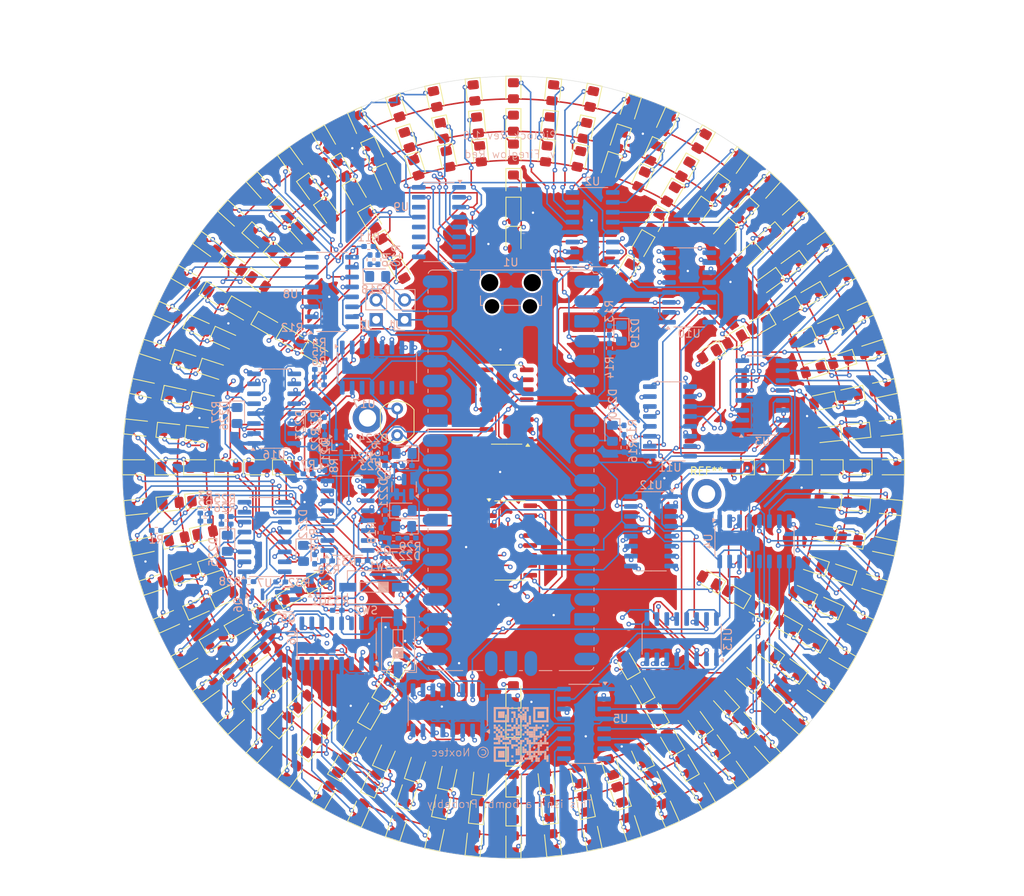
<source format=kicad_pcb>
(kicad_pcb (version 20240108) (generator "pcbnew") (generator_version "8.0")
  (layers (0 "F.Cu" signal) (1 "In1.Cu" signal) (2 "In2.Cu" signal) (31 "B.Cu" signal) (34 "B.Paste" user) (35 "F.Paste" user) (36 "B.SilkS" user "B.Silkscreen") (37 "F.SilkS" user "F.Silkscreen") (38 "B.Mask" user) (39 "F.Mask" user) (44 "Edge.Cuts" user))
  (net 0 "")
  (net 1 "S1")
  (net 2 "Net-(D1-A)")
  (net 3 "S2")
  (net 4 "S3")
  (net 5 "S4")
  (net 6 "S5")
  (net 7 "S6")
  (net 8 "S7")
  (net 9 "S8")
  (net 10 "S9")
  (net 11 "S10")
  (net 12 "S11")
  (net 13 "S12")
  (net 14 "S13")
  (net 15 "S14")
  (net 16 "S15")
  (net 17 "S16")
  (net 18 "S17")
  (net 19 "S18")
  (net 20 "S19")
  (net 21 "S20")
  (net 22 "S21")
  (net 23 "S22")
  (net 24 "S23")
  (net 25 "S24")
  (net 26 "S25")
  (net 27 "S26")
  (net 28 "S27")
  (net 29 "S28")
  (net 30 "S29")
  (net 31 "S30")
  (net 32 "S31")
  (net 33 "S32")
  (net 34 "S33")
  (net 35 "S34")
  (net 36 "S35")
  (net 37 "S36")
  (net 38 "S37")
  (net 39 "S38")
  (net 40 "S39")
  (net 41 "S40")
  (net 42 "S41")
  (net 43 "S42")
  (net 44 "S43")
  (net 45 "S44")
  (net 46 "S45")
  (net 47 "S46")
  (net 48 "S47")
  (net 49 "S48")
  (net 50 "S49")
  (net 51 "S50")
  (net 52 "S51")
  (net 53 "S52")
  (net 54 "S53")
  (net 55 "S54")
  (net 56 "S55")
  (net 57 "S56")
  (net 58 "S57")
  (net 59 "S58")
  (net 60 "S59")
  (net 61 "S60")
  (net 62 "M1")
  (net 63 "M31")
  (net 64 "M2")
  (net 65 "M3")
  (net 66 "M4")
  (net 67 "M5")
  (net 68 "M6")
  (net 69 "M7")
  (net 70 "M8")
  (net 71 "M9")
  (net 72 "M10")
  (net 73 "M11")
  (net 74 "M12")
  (net 75 "M13")
  (net 76 "M14")
  (net 77 "M15")
  (net 78 "M16")
  (net 79 "M17")
  (net 80 "M18")
  (net 81 "M19")
  (net 82 "M20")
  (net 83 "M21")
  (net 84 "M22")
  (net 85 "M23")
  (net 86 "M24")
  (net 87 "M25")
  (net 88 "M26")
  (net 89 "M27")
  (net 90 "M28")
  (net 91 "M29")
  (net 92 "M30")
  (net 93 "M33")
  (net 94 "M34")
  (net 95 "M35")
  (net 96 "M36")
  (net 97 "M37")
  (net 98 "M38")
  (net 99 "M39")
  (net 100 "M40")
  (net 101 "M41")
  (net 102 "M42")
  (net 103 "M43")
  (net 104 "M44")
  (net 105 "M45")
  (net 106 "M46")
  (net 107 "M47")
  (net 108 "M48")
  (net 109 "M49")
  (net 110 "M50")
  (net 111 "M51")
  (net 112 "M52")
  (net 113 "M53")
  (net 114 "M54")
  (net 115 "M55")
  (net 116 "M56")
  (net 117 "M57")
  (net 118 "M58")
  (net 119 "M59")
  (net 120 "M60")
  (net 121 "Net-(D181-A)")
  (net 122 "H1")
  (net 123 "H2")
  (net 124 "H3")
  (net 125 "H4")
  (net 126 "H5")
  (net 127 "H6")
  (net 128 "H7")
  (net 129 "H8")
  (net 130 "H9")
  (net 131 "H10")
  (net 132 "H11")
  (net 133 "H12")
  (net 134 "+3.3V")
  (net 135 "Net-(D217-K)")
  (net 136 "+5V")
  (net 137 "Net-(D218-K)")
  (net 138 "Net-(D219-K)")
  (net 139 "SSDI")
  (net 140 "MSDI")
  (net 141 "Net-(D220-K)")
  (net 142 "HSDI")
  (net 143 "Net-(D221-K)")
  (net 144 "SL")
  (net 145 "Net-(D222-K)")
  (net 146 "ML")
  (net 147 "Net-(D223-K)")
  (net 148 "HL")
  (net 149 "Net-(D224-K)")
  (net 150 "Net-(D225-K)")
  (net 151 "SClk")
  (net 152 "Net-(D226-K)")
  (net 153 "MClk")
  (net 154 "Net-(D227-K)")
  (net 155 "HClk")
  (net 156 "Net-(J1-Pin_1)")
  (net 157 "Net-(J2-Pin_1)")
  (net 158 "Net-(Q1-D)")
  (net 159 "GND")
  (net 160 "Net-(Q1-G)")
  (net 161 "Net-(Q2-D)")
  (net 162 "Net-(Q2-G)")
  (net 163 "Net-(Q3-D)")
  (net 164 "Net-(Q4-D)")
  (net 165 "Net-(Q4-G)")
  (net 166 "Net-(Q5-G)")
  (net 167 "Net-(Q6-D)")
  (net 168 "Net-(R7-Pad2)")
  (net 169 "Net-(R10-Pad1)")
  (net 170 "Net-(R10-Pad2)")
  (net 171 "Net-(R11-Pad2)")
  (net 172 "Net-(R13-Pad2)")
  (net 173 "Net-(R15-Pad2)")
  (net 174 "Net-(R17-Pad2)")
  (net 175 "Net-(R19-Pad2)")
  (net 176 "Net-(R21-Pad2)")
  (net 177 "Net-(R23-Pad2)")
  (net 178 "Net-(R25-Pad2)")
  (net 179 "Net-(R27-Pad2)")
  (net 180 "Net-(R29-Pad2)")
  (net 181 "Net-(U1-GPIO26_ADC0)")
  (net 182 "Net-(U1-GPIO17)")
  (net 183 "Net-(U1-GPIO16)")
  (net 204 "Net-(U2-SDO)")
  (net 205 "Net-(U3-SDO)")
  (net 206 "Net-(U4-SDO)")
  (net 207 "Net-(U5-SDO)")
  (net 208 "Net-(U6-SDO)")
  (net 209 "Net-(U7-SDO)")
  (net 210 "Net-(U8-SDO)")
  (net 216 "Net-(U10-SDO)")
  (net 217 "Net-(U11-SDO)")
  (net 218 "Net-(U12-SDO)")
  (net 219 "Net-(U13-SDO)")
  (net 220 "Net-(U14-SDO)")
  (net 221 "Net-(U15-SDO)")
  (net 222 "Net-(U16-SDO)")
  (net 228 "Net-(U18-SDO)")
  (footprint "LED_SMD:LED_0805_2012Metric_Pad1.15x1.40mm_HandSolder" (layer "F.Cu") (at 94.967478 52.118744 -84.00000094)
    (property "Reference" "D60" (hide yes))
    (property "Value" "LED_Small")
  )
  (footprint "LED_SMD:LED_0805_2012Metric_Pad1.15x1.40mm_HandSolder" (layer "F.Cu") (at 100 148.145 90)
    (property "Reference" "D31" (hide yes))
    (property "Value" "LED_Small")
  )
  (footprint "LED_SMD:LED_0805_2012Metric_Pad1.15x1.40mm_HandSolder" (layer "F.Cu") (at 104.599252 143.758963 95.99999956)
    (property "Reference" "D119" (hide yes))
    (property "Value" "LED_Small")
  )
  (footprint "LED_SMD:LED_0805_2012Metric_Pad1.15x1.40mm_HandSolder" (layer "F.Cu") (at 120.149999 134.900823 119.9999993)
    (property "Reference" "D112" (hide yes))
    (property "Value" "LED_Small")
  )
  (footprint "LED_SMD:LED_0805_2012Metric_Pad1.15x1.40mm_HandSolder" (layer "F.Cu") (at 108.378841 60.580652 -101.9999999)
    (property "Reference" "D66" (hide yes))
    (property "Value" "LED_Small")
  )
  (footprint "LED_SMD:LED_0805_2012Metric_Pad1.15x1.40mm_HandSolder" (layer "F.Cu") (at 125.071435 114.474999 150.0000013)
    (property "Reference" "D195" (hide yes))
    (property "Value" "LED_Small")
  )
  (footprint "LED_SMD:LED_0805_2012Metric_Pad1.15x1.40mm_HandSolder" (layer "F.Cu") (at 100 71.05 -90)
    (property "Reference" "D183" (hide yes))
    (property "Value" "LED_Small")
  )
  (footprint "LED_SMD:LED_0805_2012Metric_Pad1.15x1.40mm_HandSolder" (layer "F.Cu") (at 138.950123 71.70108 -144.0000008)
    (property "Reference" "D10" (hide yes))
    (property "Value" "LED_Small")
  )
  (footprint "LED_SMD:LED_0805_2012Metric_Pad1.15x1.40mm_HandSolder" (layer "F.Cu") (at 112.453384 138.327577 107.9999991)
    (property "Reference" "D116" (hide yes))
    (property "Value" "LED_Small")
  )
  (footprint "LED_SMD:LED_0805_2012Metric_Pad1.15x1.40mm_HandSolder" (layer "F.Cu") (at 138.950123 128.29892 144.0000008)
    (property "Reference" "D22" (hide yes))
    (property "Value" "LED_Small")
  )
  (footprint "LED_SMD:LED_0805_2012Metric_Pad1.15x1.40mm_HandSolder" (layer "F.Cu") (at 86.403253 141.846486 72.00000064)
    (property "Reference" "D127" (hide yes))
    (property "Value" "LED_Small")
  )
  (footprint "LED_SMD:LED_0805_2012Metric_Pad1.15x1.40mm_HandSolder" (layer "F.Cu") (at 65.099177 120.15 30.00000055)
    (property "Reference" "D142" (hide yes))
    (property "Value" "LED_Small")
  )
  (footprint "LED_SMD:LED_0805_2012Metric_Pad1.15x1.40mm_HandSolder" (layer "F.Cu") (at 68.519977 81.825 -30.00000034)
    (property "Reference" "D211" (hide yes))
    (property "Value" "LED_Small")
  )
  (footprint "LED_SMD:LED_0805_2012Metric_Pad1.15x1.40mm_HandSolder" (layer "F.Cu") (at 56 100)
    (property "Reference" "D151" (hide yes))
    (property "Value" "LED_Small")
  )
  (footprint "LED_SMD:LED_0805_2012Metric_Pad1.15x1.40mm_HandSolder" (layer "F.Cu") (at 140.079232 95.787503 -174)
    (property "Reference" "D90" (hide yes))
    (property "Value" "LED_Small")
  )
  (footprint "LED_SMD:LED_0805_2012Metric_Pad1.15x1.40mm_HandSolder" (layer "F.Cu") (at 59.804 117.896412 23.99999972)
    (property "Reference" "D143" (hide yes))
    (property "Value" "LED_Small")
  )
  (footprint "LED_SMD:LED_0805_2012Metric_Pad1.15x1.40mm_HandSolder" (layer "F.Cu") (at 60.580652 91.621159 -11.9999999)
    (property "Reference" "D156" (hide yes))
    (property "Value" "LED_Small")
  )
  (footprint "LED_SMD:LED_0805_2012Metric_Pad1.15x1.40mm_HandSolder" (layer "F.Cu") (at 114.474999 74.928565 -119.9999987)
    (property "Reference" "D186" (hide yes))
    (property "Value" "LED_Small")
  )
  (footprint "LED_SMD:LED_0805_2012Metric_Pad1.15x1.40mm_HandSolder" (layer "F.Cu") (at 59.804 82.103588 -23.99999972)
    (property "Reference" "D159" (hide yes))
    (property "Value" "LED_Small")
  )
  (footprint "LED_SMD:LED_0805_2012Metric_Pad1.15x1.40mm_HandSolder" (layer "F.Cu") (at 129.948736 73.034037 -138)
    (property "Reference" "D78" (hide yes))
    (property "Value" "LED_Small")
  )
  (footprint "LED_SMD:LED_0805_2012Metric_Pad1.15x1.40mm_HandSolder" (layer "F.Cu") (at 75.9275 141.694793 59.99999996)
    (property "Reference" "D36" (hide yes))
    (property "Value" "LED_Small")
  )
  (footprint "LED_SMD:LED_0805_2012Metric_Pad1.15x1.40mm_HandSolder" (layer "F.Cu") (at 143.758963 104.599252 174.0000004)
    (property "Reference" "D93" (hide yes))
    (property "Value" "LED_Small")
  )
  (footprint "LED_SMD:LED_0805_2012Metric_Pad1.15x1.40mm_HandSolder" (layer "F.Cu") (at 83.665 128.293049 59.99999917)
    (property "Reference" "D203" (hide yes))
    (property "Value" "LED_Small")
  )
  (footprint "LED_SMD:LED_0805_2012Metric_Pad1.15x1.40mm_HandSolder" (layer "F.Cu") (at 124.072499 141.694793 119.999999)
    (property "Reference" "D26" (hide yes))
    (property "Value" "LED_Small")
  )
  (footprint "LED_SMD:LED_0805_2012Metric_Pad1.15x1.40mm_HandSolder" (layer "F.Cu") (at 90.851886 56.961506 -78.00000039)
    (property "Reference" "D177" (hide yes))
    (property "Value" "LED_Small")
  )
  (footprint "LED_SMD:LED_0805_2012Metric_Pad1.15x1.40mm_HandSolder" (layer "F.Cu") (at 118.174999 131.480023 119.999999)
    (property "Reference" "D196" (hide yes))
    (property "Value" "LED_Small")
  )
  (footprint "LED_SMD:LED_0805_2012Metric_Pad1.15x1.40mm_HandSolder" (layer "F.Cu") (at 60.580652 108.378841 11.9999999)
    (property "Reference" "D148" (hide yes))
    (property "Value" "LED_Small")
  )
  (footprint "LED_SMD:LED_0805_2012Metric_Pad1.15x1.40mm_HandSolder" (layer "F.Cu") (at 140.196 82.103588 -156.0000003)
    (property "Reference" "D83" (hide yes))
    (property "Value" "LED_Small")
  )
  (footprint "LED_SMD:LED_0805_2012Metric_Pad1.15x1.40mm_HandSolder" (layer "F.Cu") (at 58.305207 75.9275 -30.00000004)
    (property "Reference" "D51" (hide yes))
    (property "Value" "LED_Small")
  )
  (footprint "LED_SMD:LED_0805_2012Metric_Pad1.15x1.40mm_HandSolder" (layer "F.Cu") (at 121.999999 61.894883 -119.9999994)
    (property "Reference" "D71" (hide yes))
    (property "Value" "LED_Small")
  )
  (footprint "OptoDevice:R_LDR_5.1x4.3mm_P3.4mm_Vertical" (layer "F.Cu") (at 85.14 92.49 -90)
    (property "Reference" "R34" (hide yes))
    (property "Value" "30-90k")
  )
  (footprint "LED_SMD:LED_0805_2012Metric_Pad1.15x1.40mm_HandSolder" (layer "F.Cu") (at 67.396616 76.312255 -35.99999996)
    (property "Reference" "D164" (hide yes))
    (property "Value" "LED_Small")
  )
  (footprint "LED_SMD:LED_0805_2012Metric_Pad1.15x1.40mm_HandSolder" (layer "F.Cu") (at 61.894883 122 30.0000005)
    (property "Reference" "D141" (hide yes))
    (property "Value" "LED_Small")
  )
  (footprint "LED_SMD:LED_0805_2012Metric_Pad1.15x1.40mm_HandSolder" (layer "F.Cu") (at 104.212497 140.079232 95.99999996)
    (property "Reference" "D120" (hide yes))
    (property "Value" "LED_Small")
  )
  (footprint "LED_SMD:LED_0805_2012Metric_Pad1.15x1.40mm_HandSolder" (layer "F.Cu") (at 65.099177 79.85 -30.00000055)
    (property "Reference" "D162" (hide yes))
    (property "Value" "LED_Small")
  )
  (footprint "LED_SMD:LED_0805_2012Metric_Pad1.15x1.40mm_HandSolder" (layer "F.Cu") (at 83.665 71.706951 -59.99999917)
    (property "Reference" "D215" (hide yes))
    (property "Value" "LED_Small")
  )
  (footprint "LED_SMD:LED_0805_2012Metric_Pad1.15x1.40mm_HandSolder" (layer "F.Cu") (at 128.29892 138.950123 125.9999992)
    (property "Reference" "D25" (hide yes))
    (property "Value" "LED_Small")
  )
  (footprint "LED_SMD:LED_0805_2012Metric_Pad1.15x1.40mm_HandSolder" (layer "F.Cu") (at 100 136.35 90)
    (property "Reference" "D199" (hide yes))
    (property "Value" "LED_Small")
  )
  (footprint "LED_SMD:LED_0805_2012Metric_Pad1.15x1.40mm_HandSolder" (layer "F.Cu") (at 128.293049 83.665 -149.9999992)
    (property "Reference" "D188" (hide yes))
    (property "Value" "LED_Small")
  )
  (footprint "LED_SMD:LED_0805_2012Metric_Pad1.15x1.40mm_HandSolder" (layer "F.Cu") (at 114.877623 145.788615 108.0000001)
    (property "Reference" "D28" (hide yes))
    (property "Value" "LED_Small")
  )
  (footprint "LED_SMD:LED_0805_2012Metric_Pad1.15x1.40mm_HandSolder" (layer "F.Cu") (at 63.184119 116.391486 23.99999962)
    (property "Reference" "D144" (hide yes))
    (property "Value" "LED_Small")
  )
  (footprint "LED_SMD:LED_0805_2012Metric_Pad1.15x1.40mm_HandSolder" (layer "F.Cu") (at 124.072499 58.305207 -119.999999)
    (property "Reference" "D6" (hide yes))
    (property "Value" "LED_Small")
  )
  (footprint "LED_SMD:LED_0805_2012Metric_Pad1.15x1.40mm_HandSolder" (layer "F.Cu") (at 59.920768 95.787503 -5.999999958)
    (property "Reference" "D154" (hide yes))
    (property "Value" "LED_Small")
  )
  (footprint "LED_SMD:LED_0805_2012Metric_Pad1.15x1.40mm_HandSolder" (layer "F.Cu") (at 82.103588 59.804 -66.00000028)
    (property "Reference" "D173" (hide yes))
    (property "Value" "LED_Small")
  )
  (footprint "LED_SMD:LED_0805_2012Metric_Pad1.15x1.40mm_HandSolder" (layer "F.Cu") (at 90.851886 143.038494 78.00000039)
    (property "Reference" "D125" (hide yes))
    (property "Value" "LED_Small")
  )
  (footprint "LED_SMD:LED_0805_2012Metric_Pad1.15x1.40mm_HandSolder" (layer "F.Cu") (at 100 51.855 -90)
    (property "Reference" "D1" (hide yes))
    (property "Value" "LED_Small")
  )
  (footprint "LED_SMD:LED_0805_2012Metric_Pad1.15x1.40mm_HandSolder" (layer "F.Cu") (at 74.137449 135.596747 53.99999953)
    (property "Reference" "D133" (hide yes))
    (property "Value" "LED_Small")
  )
  (footprint "LED_SMD:LED_0805_2012Metric_Pad1.15x1.40mm_HandSolder" (layer "F.Cu") (at 67.301628 70.558254 -41.99999962)
    (property "Reference" "D165" (hide yes))
    (property "Value" "LED_Small")
  )
  (footprint "LED_SMD:LED_0805_2012Metric_Pad1.15x1.40mm_HandSolder" (layer "F.Cu") (at 148.145 100 180)
    (property "Reference" "D16" (hide yes))
    (property "Value" "LED_Small")
  )
  (footprint "LED_SMD:LED_0805_2012Metric_Pad1.15x1.40mm_HandSolder" (layer "F.Cu") (at 105.032522 147.881256 95.99999906)
    (property "Reference" "D30" (hide yes))
    (property "Value" "LED_Small")
  )
  (footprint "LED_SMD:LED_0805_2012Metric_Pad1.15x1.40mm_HandSolder" (layer "F.Cu") (at 110.009908 52.907084 -101.9999996)
    (property "Reference" "D3" (hide yes))
    (property "Value" "LED_Small")
  )
  (footprint "LED_SMD:LED_0805_2012Metric_Pad1.15x1.40mm_HandSolder" (layer "F.Cu") (at 64.403253 125.862551 36.00000047)
    (property "Reference" "D139" (hide yes))
    (property "Value" "LED_Small")
  )
  (footprint "LED_SMD:LED_0805_2012Metric_Pad1.15x1.40mm_HandSolder" (layer "F.Cu") (at 143.038494 109.148114 168.0000004)
    (property "Reference" "D95" (hide yes))
    (property "Value" "LED_Small")
  )
  (footprint "LED_SMD:LED_0805_2012Metric_Pad1.15x1.40mm_HandSolder" (layer "F.Cu") (at 89.990092 52.907084 -78.00000035)
    (property "Reference" "D59" (hide yes))
    (property "Value" "LED_Small")
  )
  (footprint "LED_SMD:LED_0805_2012Metric_Pad1.15x1.40mm_HandSolder" (layer "F.Cu") (at 85.525 74.928565 -59.99999957)
    (property "Reference" "D216" (hide yes))
    (property "Value" "LED_Small")
  )
  (footprint "LED_SMD:LED_0805_2012Metric_Pad1.15x1.40mm_HandSolder" (layer "F.Cu") (at 128.29892 61.049877 -125.9999992)
    (property "Reference" "D7" (hide yes))
    (property "Value" "LED_Small")
  )
  (footprint "" (layer "F.Cu") (at 81.35 93.7)
    (property "Reference" "")
    (property "Value" "")
  )
  (footprint "LED_SMD:LED_0805_2012Metric_Pad1.15x1.40mm_HandSolder" (layer "F.Cu") (at 136.35 100 180)
    (property "Reference" "D190" (hide yes))
    (property "Value" "LED_Small")
  )
  (footprint "LED_SMD:LED_0805_2012Metric_Pad1.15x1.40mm_HandSolder" (layer "F.Cu") (at 67.301628 129.441746 41.99999962)
    (property "Reference" "D137" (hide yes))
    (property "Value" "LED_Small")
  )
  (footprint "LED_SMD:LED_0805_2012Metric_Pad1.15x1.40mm_HandSolder" (layer "F.Cu") (at 141.694793 124.072499 150.000001)
    (property "Reference" "D21" (hide yes))
    (property "Value" "LED_Small")
  )
  (footprint "LED_SMD:LED_0805_2012Metric_Pad1.15x1.40mm_HandSolder" (layer "F.Cu") (at 147.881256 105.032522 174.0000009)
    (property "Reference" "D17" (hide yes))
    (property "Value" "LED_Small")
  )
  (footprint "LED_SMD:LED_0805_2012Metric_Pad1.15x1.40mm_HandSolder" (layer "F.Cu") (at 76.312255 132.603384 54.00000004)
    (property "Reference" "D134" (hide yes))
    (property "Value" "LED_Small")
  )
  (footprint "LED_SMD:LED_0805_2012Metric_Pad1.15x1.40mm_HandSolder" (layer "F.Cu") (at 136.815881 83.608514 -156.0000004)
    (property "Reference" "D84" (hide yes))
    (property "Value" "LED_Small")
  )
  (footprint "LED_SMD:LED_0805_2012Metric_Pad1.15x1.40mm_HandSolder" (layer "F.Cu") (at 64.221293 132.215293 42.00000046)
    (property "Reference" "D39" (hide yes))
    (property "Value" "LED_Small")
  )
  (footprint "LED_SMD:LED_0805_2012Metric_Pad1.15x1.40mm_HandSolder" (layer "F.Cu") (at 61.672423 87.546616 -17.99999909)
    (property "Reference" "D158" (hide yes))
    (property "Value" "LED_Small")
  )
  (footprint "LED_SMD:LED_0805_2012Metric_Pad1.15x1.40mm_HandSolder" (layer "F.Cu") (at 141.846486 86.403253 -162.0000006)
    (property "Reference" "D85" (hide yes))
    (property "Value" "LED_Small")
  )
  (footprint "LED_SMD:LED_0805_2012Metric_Pad1.15x1.40mm_HandSolder" (layer "F.Cu") (at 126.965963 129.948736 132)
    (property "Reference" "D108" (hide yes))
    (property "Value" "LED_Small")
  )
  (footprint "LED_SMD:LED_0805_2012Metric_Pad1.15x1.40mm_HandSolder" (layer "F.Cu") (at 61.672423 112.453384 17.99999909)
    (property "Reference" "D146" (hide yes))
    (property "Value" "LED_Small")
  )
  (footprint "LED_SMD:LED_0805_2012Metric_Pad1.15x1.40mm_HandSolder" (layer "F.Cu") (at 104.212497 59.920768 -95.99999996)
    (property "Reference" "D64" (hide yes))
    (property "Value" "LED_Small")
  )
  (footprint "LED_SMD:LED_0805_2012Metric_Pad1.15x1.40mm_HandSolder" (layer "F.Cu") (at 125.862551 64.403253 -126.0000005)
    (property "Reference" "D73" (hide yes))
    (property "Value" "LED_Small")
  )
  (footprint "LED_SMD:LED_0805_2012Metric_Pad1.15x1.40mm_HandSolder" (layer "F.Cu") (at 61.049877 71.70108 -35.9999992)
    (property "Reference" "D52" (hide yes))
    (property "Value" "LED_Small")
  )
  (footprint "MountingHole:MountingHole_2.2mm_M2_DIN965_Pad" (layer "F.Cu") (at 124.7 103.4)
    (property "Reference" "REF**")
    (property "Value" "MountingHole_2.2mm_M2_DIN965_Pad")
  )
  (footprint "LED_SMD:LED_0805_2012Metric_Pad1.15x1.40mm_HandSolder" (layer "F.Cu") (at 78 138.105117 59.9999995)
    (property "Reference" "D131" (hide yes))
    (property "Value" "LED_Small")
  )
  (footprint "LED_SMD:LED_0805_2012Metric_Pad1.15x1.40mm_HandSolder" (layer "F.Cu") (at 91.621159 60.580652 -78.0000001)
    (property "Reference" "D178" (hide yes))
    (property "Value" "LED_Small")
  )
  (footprint "LED_SMD:LED_0805_2012Metric_Pad1.15x1.40mm_HandSolder" (layer "F.Cu") (at 119.582335 143.982646 113.9999993)
    (property "Reference" "D27" (hide yes))
    (property "Value" "LED_Small")
  )
  (footprint "LED_SMD:LED_0805_2012Metric_Pad1.15x1.40mm_HandSolder" (layer "F.Cu") (at 58.153514 113.596747 17.99999936)
    (property "Reference" "D145" (hide yes))
    (property "Value" "LED_Small")
  )
  (footprint "LED_SMD:LED_0805_2012Metric_Pad1.15x1.40mm_HandSolder" (layer "F.Cu") (at 100 59.7 -90)
    (property "Reference" "D62" (hide yes))
    (property "Value" "LED_Small")
  )
  (footprint "LED_SMD:LED_0805_2012Metric_Pad1.15x1.40mm_HandSolder" (layer "F.Cu") (at 123.687745 67.396616 -126)
    (property "Reference" "D74" (hide yes))
    (property "Value" "LED_Small")
  )
  (footprint "Package_SO:SO-16_3.9x9.9mm_P1.27mm" (layer "F.Cu") (at 99.135 91.985 180)
    (property "Reference" "U19" (hide yes))
    (property "Value" "TLC5916")
  )
  (footprint "LED_SMD:LED_0805_2012Metric_Pad1.15x1.40mm_HandSolder" (layer "F.Cu") (at 100 63.65 -90)
    (property "Reference" "D181" (hide yes))
    (property "Value" "LED_Small")
  )
  (footprint "LED_SMD:LED_0805_2012Metric_Pad1.15x1.40mm_HandSolder" (layer "F.Cu") (at 61.894883 78 -30.0000005)
    (property "Reference" "D161" (hide yes))
    (property "Value" "LED_Small")
  )
  (footprint "LED_SMD:LED_0805_2012Metric_Pad1.15x1.40mm_HandSolder" (layer "F.Cu") (at 104.599252 56.241037 -95.99999956)
    (property "Reference" "D63" (hide yes))
    (property "Value" "LED_Small")
  )
  (footprint "LED_SMD:LED_0805_2012Metric_Pad1.15x1.40mm_HandSolder" (layer "F.Cu") (at 125.071435 85.525 -149.9999996)
    (property "Reference" "D189" (hide yes))
    (property "Value" "LED_Small")
  )
  (footprint "LED_SMD:LED_0805_2012Metric_Pad1.15x1.40mm_HandSolder" (layer "F.Cu") (at 108.378841 139.419348 101.9999999)
    (property "Reference" "D118" (hide yes))
    (property "Value" "LED_Small")
  )
  (footprint "LED_SMD:LED_0805_2012Metric_Pad1.15x1.40mm_HandSolder" (layer "F.Cu") (at 116.391486 136.815881 113.9999996)
    (property "Reference" "D114" (hide yes))
    (property "Value" "LED_Small")
  )
  (footprint "LED_SMD:LED_0805_2012Metric_Pad1.15x1.40mm_HandSolder" (layer "F.Cu") (at 132.603384 123.687745 144)
    (property "Reference" "D104" (hide yes))
    (property "Value" "LED_Small")
  )
  (footprint "LED_SMD:LED_0805_2012Metric_Pad1.15x1.40mm_HandSolder" (layer "F.Cu") (at 80.417665 143.982646 66.00000071)
    (property "Reference" "D35" (hide yes))
    (property "Value" "LED_Small")
  )
  (footprint "LED_SMD:LED_0805_2012Metric_Pad1.15x1.40mm_HandSolder" (layer "F.Cu") (at 132.215293 64.221293 -132.0000005)
    (property "Reference" "D8" (hide yes))
    (property "Value" "LED_Small")
  )
  (footprint "LED_SMD:LED_0805_2012Metric_Pad1.15x1.40mm_HandSolder" (layer "F.Cu") (at 95.400748 143.758963 84.00000044)
    (property "Reference" "D123" (hide yes))
    (property "Value" "LED_Small")
  )
  (footprint "LED_SMD:LED_0805_2012Metric_Pad1.15x1.40mm_HandSolder" (layer "F.Cu") (at 56.241037 95.400748 -5.999999557)
    (property "Reference" "D153" (hide yes))
    (property "Value" "LED_Small")
  )
  (footprint "LED_SMD:LED_0805_2012Metric_Pad1.15x1.40mm_HandSolder" (layer "F.Cu") (at 113.596747 58.153514 -107.9999994)
    (property "Reference" "D67" (hide yes))
    (property "Value" "LED_Small")
  )
  (footprint "LED_SMD:LED_0805_2012Metric_Pad1.15x1.40mm_HandSolder" (layer "F.Cu") (at 63.184119 83.608514 -23.99999962)
    (property "Reference" "D160" (hide yes))
    (property "Value" "LED_Small")
  )
  (footprint "LED_SMD:LED_0805_2012Metric_Pad1.15x1.40mm_HandSolder" (layer "F.Cu") (at 81.825 68.519977 -59.99999966)
    (property "Reference" "D214" (hide yes))
    (property "Value" "LED_Small")
  )
  (footprint "LED_SMD:LED_0805_2012Metric_Pad1.15x1.40mm_HandSolder" (layer "F.Cu") (at 58.153514 86.403253 -17.99999936)
    (property "Reference" "D157" (hide yes))
    (property "Value" "LED_Small")
  )
  (footprint "LED_SMD:LED_0805_2012Metric_Pad1.15x1.40mm_HandSolder" (layer "F.Cu") (at 87.546616 138.327577 72.00000091)
    (property "Reference" "D128" (hide yes))
    (property "Value" "LED_Small")
  )
  (footprint "LED_SMD:LED_0805_2012Metric_Pad1.15x1.40mm_HandSolder" (layer "F.Cu") (at 138.327577 112.453384 162.0000009)
    (property "Reference" "D98" (hide yes))
    (property "Value" "LED_Small")
  )
  (footprint "LED_SMD:LED_0805_2012Metric_Pad1.15x1.40mm_HandSolder" (layer "F.Cu") (at 105.032522 52.118744 -95.99999906)
    (property "Reference" "D2" (hide yes))
    (property "Value" "LED_Small")
  )
  (footprint "LED_SMD:LED_0805_2012Metric_Pad1.15x1.40mm_HandSolder" (layer "F.Cu") (at 140.196 117.896412 156.0000003)
    (property "Reference" "D99" (hide yes))
    (property "Value" "LED_Small")
  )
  (footprint "LED_SMD:LED_0805_2012Metric_Pad1.15x1.40mm_HandSolder" (layer "F.Cu") (at 95.787503 59.920768 -84.00000004)
    (property "Reference" "D180" (hide yes))
    (property "Value" "LED_Small")
  )
  (footprint "LED_SMD:LED_0805_2012Metric_Pad1.15x1.40mm_HandSolder" (layer "F.Cu") (at 70.051264 73.034037 -41.99999998)
    (property "Reference" "D166" (hide yes))
    (property "Value" "LED_Small")
  )
  (footprint "LED_SMD:LED_0805_2012Metric_Pad1.15x1.40mm_HandSolder" (layer "F.Cu") (at 56.017354 80.417665 -23.99999929)
    (property "Reference" "D50" (hide yes))
    (property "Value" "LED_Small")
  )
  (footprint "LED_SMD:LED_0805_2012Metric_Pad1.15x1.40mm_HandSolder" (layer "F.Cu") (at 52.907084 89.990092 -11.99999965)
    (property "Reference" "D48" (hide yes))
    (property "Value" "LED_Small")
  )
  (footprint "LED_SMD:LED_0805_2012Metric_Pad1.15x1.40mm_HandSolder" (layer "F.Cu") (at 100 144 90)
    (property "Reference" "D121" (hide yes))
    (property "Value" "LED_Small")
  )
  (footprint "LED_SMD:LED_0805_2012Metric_Pad1.15x1.40mm_HandSolder" (layer "F.Cu") (at 78 61.894883 -59.9999995)
    (property "Reference" "D171" (hide yes))
    (property "Value" "LED_Small")
  )
  (footprint "LED_SMD:LED_0805_2012Metric_Pad1.15x1.40mm_HandSolder" (layer "F.Cu") (at 135.596747 125.862551 143.9999995)
    (property "Reference" "D103" (hide yes))
    (property "Value" "LED_Small")
  )
  (footprint "LED_SMD:LED_0805_2012Metric_Pad1.15x1.40mm_HandSolder" (layer "F.Cu") (at 129.441746 67.301628 -131.9999996)
    (property "Reference" "D75" (hide yes))
    (property "Value" "LED_Small")
  )
  (footprint "LED_SMD:LED_0805_2012Metric_Pad1.15x1.40mm_HandSolder" (layer "F.Cu") (at 132.698372 70.558254 -138.0000004)
    (property "Reference" "D77" (hide yes))
    (property "Value" "LED_Small")
  )
  (footprint "LED_SMD:LED_0805_2012Metric_Pad1.15x1.40mm_HandSolder" (layer "F.Cu") (at 95.400748 56.241037 -84.00000044)
    (property "Reference" "D179" (hide yes))
    (property "Value" "LED_Small")
  )
  (footprint "LED_SMD:LED_0805_2012Metric_Pad1.15x1.40mm_HandSolder" (layer "F.Cu") (at 85.525 125.071435 59.99999957)
    (property "Reference" "D204" (hide yes))
    (property "Value" "LED_Small")
  )
  (footprint "LED_SMD:LED_0805_2012Metric_Pad1.15x1.40mm_HandSolder" (layer "F.Cu") (at 119.582335 56.017354 -113.9999993)
    (property "Reference" "D5" (hide yes))
    (property "Value" "LED_Small")
  )
  (footprint "LED_SMD:LED_0805_2012Metric_Pad1.15x1.40mm_HandSolder" (layer "F.Cu") (at 58.305207 124.0725 30.00000004)
    (property "Reference" "D41" (hide yes))
    (property "Value" "LED_Small")
  )
  (footprint "LED_SMD:LED_0805_2012Metric_Pad1.15x1.40mm_HandSolder" (layer "F.Cu") (at 94.967478 147.881256 84.00000094)
    (property "Reference" "D32" (hide yes))
    (property "Value" "LED_Small")
  )
  (footprint "LED_SMD:LED_0805_2012Metric_Pad1.15x1.40mm_HandSolder" (layer "F.Cu") (at 138.105117 78 -149.9999995)
    (property "Reference" "D81" (hide yes))
    (property "Value" "LED_Small")
  )
  (footprint "LED_SMD:LED_0805_2012Metric_Pad1.15x1.40mm_HandSolder" (layer "F.Cu") (at 56.961506 90.851886 -11.99999961)
    (property "Reference" "D155" (hide yes))
    (property "Value" "LED_Small")
  )
  (footprint "LED_SMD:LED_0805_2012Metric_Pad1.15x1.40mm_HandSolder" (layer "F.Cu") (at 68.519977 118.175 30.00000034)
    (property "Reference" "D205" (hide yes))
    (property "Value" "LED_Small")
  )
  (footprint "LED_SMD:LED_0805_2012Metric_Pad1.15x1.40mm_HandSolder" (layer "F.Cu") (at 131.480023 81.825 -149.9999997)
    (property "Reference" "D187" (hide yes))
    (property "Value" "LED_Small")
  )
  (footprint "LED_SMD:LED_0805_2012Metric_Pad1.15x1.40mm_HandSolder" (layer "F.Cu") (at 74.137449 64.403253 -53.99999953)
    (property "Reference" "D169" (hide yes))
    (property "Value" "LED_Small")
  )
  (footprint "LED_SMD:LED_0805_2012Metric_Pad1.15x1.40mm_HandSolder" (layer "F.Cu") (at 64.221293 67.784707 -42.00000046)
    (property "Reference" "D53" (hide yes))
    (property "Value" "LED_Small")
  )
  (footprint "LED_SMD:LED_0805_2012Metric_Pad1.15x1.40mm_HandSolder" (layer "F.Cu") (at 116.334999 71.706951 -119.9999993)
    (property "Reference" "D185" (hide yes))
    (property "Value" "LED_Small")
  )
  (footprint "LED_SMD:LED_0805_2012Metric_Pad1.15x1.40mm_HandSolder" (layer "F.Cu") (at 129.948736 126.965963 138)
    (property "Reference" "D106" (hide yes))
    (property "Value" "LED_Small")
  )
  (footprint "LED_SMD:LED_0805_2012Metric_Pad1.15x1.40mm_HandSolder" (layer "F.Cu") (at 52.118744 105.032522 5.999999059)
    (property "Reference" "D45" (hide yes))
    (property "Value" "LED_Small")
  )
  (footprint "LED_SMD:LED_0805_2012Metric_Pad1.15x1.40mm_HandSolder" (layer "F.Cu") (at 70.558254 67.301628 -48.00000038)
    (property "Reference" "D167" (hide yes))
    (property "Value" "LED_Small")
  )
  (footprint "Package_SO:SO-16_3.9x9.9mm_P1.27mm" (layer "F.Cu") (at 99.575 109.365)
    (property "Reference" "U18" (hide yes))
    (property "Value" "TLC5916")
  )
  (footprint "LED_SMD:LED_0805_2012Metric_Pad1.15x1.40mm_HandSolder" (layer "F.Cu") (at 71.706951 116.335 30.00000083)
    (property "Reference" "D206" (hide yes))
    (property "Value" "LED_Small")
  )
  (footprint "LED_SMD:LED_0805_2012Metric_Pad1.15x1.40mm_HandSolder" (layer "F.Cu") (at 117.896412 140.196 113.9999997)
    (property "Reference" "D113" (hide yes))
    (property "Value" "LED_Small")
  )
  (footprint "LED_SMD:LED_0805_2012Metric_Pad1.15x1.40mm_HandSolder" (layer "F.Cu") (at 81.825 131.480023 59.99999966)
    (property "Reference" "D202" (hide yes))
    (property "Value" "LED_Small")
  )
  (footprint "LED_SMD:LED_0805_2012Metric_Pad1.15x1.40mm_HandSolder" (layer "F.Cu") (at 135.778707 132.215293 137.9999995)
    (property "Reference" "D23" (hide yes))
    (property "Value" "LED_Small")
  )
  (footprint "LED_SMD:LED_0805_2012Metric_Pad1.15x1.40mm_HandSolder" (layer "F.Cu") (at 56.241037 104.599252 5.999999557)
    (property "Reference" "D149" (hide yes))
    (property "Value" "LED_Small")
  )
  (footprint "LED_SMD:LED_0805_2012Metric_Pad1.15x1.40mm_HandSolder" (layer "F.Cu") (at 67.396616 123.687745 35.99999996)
    (property "Reference" "D140" (hide yes))
    (property "Value" "LED_Small")
  )
  (footprint "LED_SMD:LED_0805_2012Metric_Pad1.15x1.40mm_HandSolder" (layer "F.Cu") (at 143.982646 80.417665 -156.0000007)
    (property "Reference" "D12" (hide yes))
    (property "Value" "LED_Small")
  )
  (footprint "LED_SMD:LED_0805_2012Metric_Pad1.15x1.40mm_HandSolder" (layer "F.Cu") (at 86.403253 58.153514 -72.00000064)
    (property "Reference" "D175" (hide yes))
    (property "Value" "LED_Small")
  )
  (footprint "LED_SMD:LED_0805_2012Metric_Pad1.15x1.40mm_HandSolder" (layer "F.Cu") (at 138.327577 87.546616 -162.0000009)
    (property "Reference" "D86" (hide yes))
    (property "Value" "LED_Small")
  )
  (footprint "LED_SMD:LED_0805_2012Metric_Pad1.15x1.40mm_HandSolder" (layer "F.Cu") (at 59.7 100)
    (property "Reference" "D152" (hide yes))
    (property "Value" "LED_Small")
  )
  (footprint "LED_SMD:LED_0805_2012Metric_Pad1.15x1.40mm_HandSolder" (layer "F.Cu") (at 110.009908 147.092916 101.9999996)
    (property "Reference" "D29" (hide yes))
    (property "Value" "LED_Small")
  )
  (footprint "LED_SMD:LED_0805_2012Metric_Pad1.15x1.40mm_HandSolder" (layer "F.Cu") (at 61.049877 128.29892 35.9999992)
    (property "Reference" "D40" (hide yes))
    (property "Value" "LED_Small")
  )
  (footprint "LED_SMD:LED_0805_2012Metric_Pad1.15x1.40mm_HandSolder" (layer "F.Cu") (at 132.67 100 180)
    (property "Reference" "D191" (hide yes))
    (property "Value" "LED_Small")
  )
  (footprint "LED_SMD:LED_0805_2012Metric_Pad1.15x1.40mm_HandSolder" (layer "F.Cu") (at 85.122377 54.211385 -71.99999986)
    (property "Reference" "D58" (hide yes))
    (property "Value" "LED_Small")
  )
  (footprint "LED_SMD:LED_0805_2012Metric_Pad1.15x1.40mm_HandSolder" (layer "F.Cu") (at 131.480023 118.174999 150.000001)
    (property "Reference" "D193" (hide yes))
    (property "Value" "LED_Small")
  )
  (footprint "LED_SMD:LED_0805_2012Metric_Pad1.15x1.40mm_HandSolder" (layer "F.Cu") (at 143.758963 95.400748 -174.0000004)
    (property "Reference" "D89" (hide yes))
    (property "Value" "LED_Small")
  )
  (footprint "LED_SMD:LED_0805_2012Metric_Pad1.15x1.40mm_HandSolder" (layer "F.Cu") (at 80.417665 56.017354 -66.00000071)
    (property "Reference" "D57" (hide yes))
    (property "Value" "LED_Small")
  )
  (footprint "LED_SMD:LED_0805_2012Metric_Pad1.15x1.40mm_HandSolder" (layer "F.Cu") (at 114.877623 54.211385 -108.0000001)
    (property "Reference" "D4" (hide yes))
    (property "Value" "LED_Small")
  )
  (footprint "LED_SMD:LED_0805_2012Metric_Pad1.15x1.40mm_HandSolder" (layer "F.Cu") (at 121.999999 138.105117 119.9999994)
    (property "Reference" "D111" (hide yes))
    (property "Value" "LED_Small")
  )
  (footprint "LED_SMD:LED_0805_2012Metric_Pad1.15x1.40mm_HandSolder" (layer "F.Cu") (at 71.05 100)
    (property "Reference" "D210" (hide yes))
    (property "Value" "LED_Small")
  )
  (footprint "LED_SMD:LED_0805_2012Metric_Pad1.15x1.40mm_HandSolder" (layer "F.Cu") (at 75.9275 58.305207 -59.99999996)
    (property "Reference" "D56" (hide yes))
    (property "Value" "LED_Small")
  )
  (footprint "LED_SMD:LED_0805_2012Metric_Pad1.15x1.40mm_HandSolder" (layer "F.Cu") (at 113.596747 141.846486 107.9999994)
    (property "Reference" "D115" (hide yes))
    (property "Value" "LED_Small")
  )
  (footprint "LED_SMD:LED_0805_2012Metric_Pad1.15x1.40mm_HandSolder" (layer "F.Cu") (at 70.558254 132.698372 48.00000038)
    (property "Reference" "D135" (hide yes))
    (property "Value" "LED_Small")
  )
  (footprint "LED_SMD:LED_0805_2012Metric_Pad1.15x1.40mm_HandSolder" (layer "F.Cu") (at 73.034037 70.051264 -48.00000002)
    (property "Reference" "D168" (hide yes))
    (property "Value" "LED_Small")
  )
  (footprint "LED_SMD:LED_0805_2012Metric_Pad1.15x1.40mm_HandSolder" (layer "F.Cu") (at 139.419348 108.378841 168.0000001)
    (property "Reference" "D96" (hide yes))
    (property "Value" "LED_Small")
  )
  (footprint "LED_SMD:LED_0805_2012Metric_Pad1.15x1.40mm_HandSolder" (layer "F.Cu") (at 74.928565 85.525 -30.00000043)
    (property "Reference" "D213" (hide yes))
    (property "Value" "LED_Small")
  )
  (footprint "LED_SMD:LED_0805_2012Metric_Pad1.15x1.40mm_HandSolder" (layer "F.Cu") (at 76.312255 67.396616 -54.00000004)
    (property "Reference" "D170" (hide yes))
    (property "Value" "LED_Small")
  )
  (footprint "LED_SMD:LED_0805_2012Metric_Pad1.15x1.40mm_HandSolder" (layer "F.Cu") (at 100 67.33 -90)
    (property "Reference" "D182" (hide yes))
    (property "Value" "LED_Small")
  )
  (footprint "LED_SMD:LED_0805_2012Metric_Pad1.15x1.40mm_HandSolder" (layer "F.Cu") (at 132.215293 135.778707 132.0000005)
    (property "Reference" "D24" (hide yes))
    (property "Value" "LED_Small")
  )
  (footprint "LED_SMD:LED_0805_2012Metric_Pad1.15x1.40mm_HandSolder" (layer "F.Cu") (at 52.907084 110.009908 11.99999965)
    (property "Reference" "D44" (hide yes))
    (property "Value" "LED_Small")
  )
  (footprint "LED_SMD:LED_0805_2012Metric_Pad1.15x1.40mm_HandSolder" (layer "F.Cu") (at 67.33 100)
    (property "Reference" "D209" (hide yes))
    (property "Value" "LED_Small")
  )
  (footprint "LED_SMD:LED_0805_2012Metric_Pad1.15x1.40mm_HandSolder" (layer "F.Cu") (at 54.211385 114.877623 18.00000014)
    (property "Reference" "D43" (hide yes))
    (property "Value" "LED_Small")
  )
  (footprint "LED_SMD:LED_0805_2012Metric_Pad1.15x1.40mm_HandSolder" (layer "F.Cu") (at 135.778707 67.784707 -137.9999995)
    (property "Reference" "D9" (hide yes))
    (property "Value" "LED_Small")
  )
  (footprint "LED_SMD:LED_0805_2012Metric_Pad1.15x1.40mm_HandSolder" (layer "F.Cu") (at 117.896412 59.804 -113.9999997)
    (property "Reference" "D69" (hide yes))
    (property "Value" "LED_Small")
  )
  (footprint "LED_SMD:LED_0805_2012Metric_Pad1.15x1.40mm_HandSolder" (layer "F.Cu") (at 128.293049 116.334999 150.0000007)
    (property "Reference" "D194" (hide yes))
    (property "Value" "LED_Small")
  )
  (footprint "LED_SMD:LED_0805_2012Metric_Pad1.15x1.40mm_HandSolder" (layer "F.Cu") (at 100 56 -90)
    (property "Reference" "D61" (hide yes))
    (property "Value" "LED_Small")
  )
  (footprint "LED_SMD:LED_0805_2012Metric_Pad1.15x1.40mm_HandSolder" (layer "F.Cu") (at 132.603384 76.312255 -144)
    (property "Reference" "D80" (hide yes))
    (property "Value" "LED_Small")
  )
  (footprint "LED_SMD:LED_0805_2012Metric_Pad1.15x1.40mm_HandSolder" (layer "F.Cu") (at 64.403253 74.137449 -36.00000047)
    (property "Reference" "D163" (hide yes))
    (property "Value" "LED_Small")
  )
  (footprint "LED_SMD:LED_0805_2012Metric_Pad1.15x1.40mm_HandSolder" (layer "F.Cu") (at 56.961506 109.148114 11.99999961)
    (property "Reference" "D147" (hide yes))
    (property "Value" "LED_Small")
  )
  (footprint "LED_SMD:LED_0805_2012Metric_Pad1.15x1.40mm_HandSolder" (layer "F.Cu") (at 91.621159 139.419348 78.0000001)
    (property "Reference" "D126" (hide yes))
    (property "Value" "LED_Small")
  )
  (footprint "LED_SMD:LED_0805_2012Metric_Pad1.15x1.40mm_HandSolder" (layer "F.Cu") (at 134.900823 79.85 -149.9999995)
    (property "Reference" "D82" (hide yes))
    (property "Value" "LED_Small")
  )
  (footprint "LED_SMD:LED_0805_2012Metric_Pad1.15x1.40mm_HandSolder" (layer "F.Cu") (at 135.596747 74.137449 -143.9999995)
    (property "Reference" "D79" (hide yes))
    (property "Value" "LED_Small")
  )
  (footprint "LED_SMD:LED_0805_2012Metric_Pad1.15x1.40mm_HandSolder" (layer "F.Cu") (at 100 140.3 90)
    (property "Reference" "D122" (hide yes))
    (property "Value" "LED_Small")
  )
  (footprint "LED_SMD:LED_0805_2012Metric_Pad1.15x1.40mm_HandSolder" (layer "F.Cu") (at 70.051264 126.965963 41.99999998)
    (property "Reference" "D138" (hide yes))
    (property "Value" "LED_Small")
  )
  (footprint "LED_SMD:LED_0805_2012Metric_Pad1.15x1.40mm_HandSolder" (layer "F.Cu") (at 109.148114 56.961506 -101.9999996)
    (property "Reference" "D65" (hide yes))
    (property "Value" "LED_Small")
  )
  (footprint "LED_SMD:LED_0805_2012Metric_Pad1.15x1.40mm_HandSolder" (layer "F.Cu") (at 145.788615 114.877623 161.9999999)
    (property "Reference" "D19" (hide yes))
    (property "Value" "LED_Small")
  )
  (footprint "LED_SMD:LED_0805_2012Metric_Pad1.15x1.40mm_HandSolder" (layer "F.Cu") (at 54.211385 85.122377 -18.00000014)
    (property "Reference" "D49" (hide yes))
    (property "Value" "LED_Small")
  )
  (footprint "LED_SMD:LED_0805_2012Metric_Pad1.15x1.40mm_HandSolder" (layer "F.Cu") (at 120.149999 65.099177 -119.9999993)
    (property "Reference" "D72" (hide yes))
    (property "Value" "LED_Small")
  )
  (footprint "LED_SMD:LED_0805_2012Metric_Pad1.15x1.40mm_HandSolder" (layer "F.Cu") (at 59.920768 104.212497 5.999999958)
    (property "Reference" "D150" (hide yes))
    (property "Value" "LED_Small")
  )
  (footprint "LED_SMD:LED_0805_2012Metric_Pad1.15x1.40mm_HandSolder" (layer "F.Cu") (at 63.65 100)
    (property "Reference" "D208" (hide yes))
    (property "Value" "LED_Small")
  )
  (footprint "LED_SMD:LED_0805_2012Metric_Pad1.15x1.40mm_HandSolder" (layer "F.Cu") (at 87.546616 61.672423 -72.00000091)
    (property "Reference" "D176" (hide yes))
    (property "Value" "LED_Small")
  )
  (footprint "LED_SMD:LED_0805_2012Metric_Pad1.15x1.40mm_HandSolder" (layer "F.Cu") (at 143.982646 119.582335 156.0000007)
    (property "Reference" "D20" (hide yes))
    (property "Value" "LED_Small")
  )
  (footprint "LED_SMD:LED_0805_2012Metric_Pad1.15x1.40mm_HandSolder" (layer "F.Cu") (at 114.474999 125.071435 119.9999987)
    (property "Reference" "D198" (hide yes))
    (property "Value" "LED_Small")
  )
  (footprint "LED_SMD:LED_0805_2012Metric_Pad1.15x1.40mm_HandSolder" (layer "F.Cu") (at 141.694793 75.9275 -150)
    (property "Reference" "D11" (hide yes))
    (property "Value" "LED_Small")
  )
  (footprint "LED_SMD:LED_0805_2012Metric_Pad1.15x1.40mm_HandSolder" (layer "F.Cu") (at 147.092916 89.990092 -168.0000004)
    (property "Reference" "D14" (hide yes))
    (property "Value" "LED_Small")
  )
  (footprint "LED_SMD:LED_0805_2012Metric_Pad1.15x1.40mm_HandSolder" (layer "F.Cu") (at 143.038494 90.851886 -168.0000004)
    (property "Reference" "D87" (hide yes))
    (property "Value" "LED_Small")
  )
  (footprint "LED_SMD:LED_0805_2012Metric_Pad1.15x1.40mm_HandSolder" (layer "F.Cu") (at 136.815881 116.391486 156.0000004)
    (property "Reference" "D100" (hide yes))
    (property "Value" "LED_Small")
  )
  (footprint "LED_SMD:LED_0805_2012Metric_Pad1.15x1.40mm_HandSolder" (layer "F.Cu") (at 79.85 65.099177 -59.99999945)
    (property "Reference" "D172" (hide yes))
    (property "Value" "LED_Small")
  )
  (footprint "LED_SMD:LED_0805_2012Metric_Pad1.15x1.40mm_HandSolder" (layer "F.Cu") (at 125.862551 135.596747 126.0000005)
    (property "Reference" "D109" (hide yes))
    (property "Value" "LED_Small")
  )
  (footprint "LED_SMD:LED_0805_2012Metric_Pad1.15x1.40mm_HandSolder" (layer "F.Cu") (at 128.95 100 180)
    (property "Reference" "D192" (hide yes))
    (property "Value" "LED_Small")
  )
  (footprint "LED_SMD:LED_0805_2012Metric_Pad1.15x1.40mm_HandSolder" (layer "F.Cu") (at 79.85 134.900823 59.99999945)
    (property "Reference" "D132" (hide yes))
    (property "Value" "LED_Small")
  )
  (footprint "LED_SMD:LED_0805_2012Metric_Pad1.15x1.40mm_HandSolder" (layer "F.Cu") (at 134.900823 120.149999 150.0000007)
    (property "Reference" "D102" (hide yes))
    (property "Value" "LED_Small")
  )
  (footprint "LED_SMD:LED_0805_2012Metric_Pad1.15x1.40mm_HandSolder" (layer "F.Cu") (at 141.846486 113.596747 162.0000006)
    (property "Reference" "D97" (hide yes))
    (property "Value" "LED_Small")
  )
  (footprint "LED_SMD:LED_0805_2012Metric_Pad1.15x1.40mm_HandSolder" (layer "F.Cu") (at 82.103588 140.196 66.00000028)
    (property "Reference" "D129" (hide yes))
    (property "Value" "LED_Small")
  )
  (footprint "LED_SMD:LED_0805_2012Metric_Pad1.15x1.40mm_HandSolder" (layer "F.Cu") (at 67.784707 135.778707 47.99999954)
    (property "Reference" "D38" (hide yes))
    (property "Value" "LED_Small")
  )
  (footprint "LED_SMD:LED_0805_2012Metric_Pad1.15x1.40mm_HandSolder" (layer "F.Cu") (at 52.118744 94.967478 -5.999999059)
    (property "Reference" "D47" (hide yes))
    (property "Value" "LED_Small")
  )
  (footprint "LED_SMD:LED_0805_2012Metric_Pad1.15x1.40mm_HandSolder" (layer "F.Cu") (at 139.419348 91.621159 -168.0000001)
    (property "Reference" "D88" (hide yes))
    (property "Value" "LED_Small")
  )
  (footprint "LED_SMD:LED_0805_2012Metric_Pad1.15x1.40mm_HandSolder" (layer "F.Cu") (at 109.148114 143.038494 101.9999996)
    (property "Reference" "D117" (hide yes))
    (property "Value" "LED_Small")
  )
  (footprint "LED_SMD:LED_0805_2012Metric_Pad1.15x1.40mm_HandSolder" (layer "F.Cu") (at 145.788615 85.122377 -161.9999999)
    (property "Reference" "D13" (hide yes))
    (property "Value" "LED_Small")
  )
  (footprint "LED_SMD:LED_0805_2012Metric_Pad1.15x1.40mm_HandSolder" (layer "F.Cu") (at 100 132.67 90)
    (property "Reference" "D200" (hide yes))
    (property "Value" "LED_Small")
  )
  (footprint "LED_SMD:LED_0805_2012Metric_Pad1.15x1.40mm_HandSolder" (layer "F.Cu") (at 71.70108 61.049877 -54.0000008)
    (property "Reference" "D55" (hide yes))
    (property "Value" "LED_Small")
  )
  (footprint "LED_SMD:LED_0805_2012Metric_Pad1.15x1.40mm_HandSolder" (layer "F.Cu") (at 83.608514 136.815881 66.00000038)
    (property "Reference" "D130" (hide yes))
    (property "Value" "LED_Small")
  )
  (footprint "LED_SMD:LED_0805_2012Metric_Pad1.15x1.40mm_HandSolder" (layer "F.Cu") (at 85.122377 145.788615 71.99999986)
    (property "Reference" "D34" (hide yes))
    (property "Value" "LED_Small")
  )
  (footprint "LED_SMD:LED_0805_2012Metric_Pad1.15x1.40mm_HandSolder" (layer "F.Cu") (at 129.441746 132.698372 131.9999996)
    (property "Reference" "D107" (hide yes))
    (property "Value" "LED_Small")
  )
  (footprint "LED_SMD:LED_0805_2012Metric_Pad1.15x1.40mm_HandSolder" (layer "F.Cu") (at 89.990092 147.092916 78.00000035)
    (property "Reference" "D33" (hide yes))
    (property "Value" "LED_Small")
  )
  (footprint "LED_SMD:LED_0805_2012Metric_Pad1.15x1.40mm_HandSolder" (layer "F.Cu") (at 140.079232 104.212497 174)
    (property "Reference" "D94" (hide yes))
    (property "Value" "LED_Small")
  )
  (footprint "LED_SMD:LED_0805_2012Metric_Pad1.15x1.40mm_HandSolder" (layer "F.Cu") (at 83.608514 63.184119 -66.00000038)
    (property "Reference" "D174" (hide yes))
    (property "Value" "LED_Small")
  )
  (footprint "LED_SMD:LED_0805_2012Metric_Pad1.15x1.40mm_HandSolder" (layer "F.Cu") (at 100 128.95 90)
    (property "Reference" "D201" (hide yes))
    (property "Value" "LED_Small")
  )
  (footprint "LED_SMD:LED_0805_2012Metric_Pad1.15x1.40mm_HandSolder" (layer "F.Cu") (at 140.3 100 180)
    (property "Reference" "D92" (hide yes))
    (property "Value" "LED_Small")
  )
  (footprint "LED_SMD:LED_0805_2012Metric_Pad1.15x1.40mm_HandSolder" (layer "F.Cu") (at 126.965963 70.051264 -132)
    (property "Reference" "D76" (hide yes))
    (property "Value" "LED_Small")
  )
  (footprint "LED_SMD:LED_0805_2012Metric_Pad1.15x1.40mm_HandSolder" (layer "F.Cu") (at 56.017354 119.582335 23.99999929)
    (property "Reference" "D42" (hide yes))
    (property "Value" "LED_Small")
  )
  (footprint "LED_SMD:LED_0805_2012Metric_Pad1.15x1.40mm_HandSolder" (layer "F.Cu") (at 51.855 100)
    (property "Reference" "D46" (hide yes))
    (property "Value" "LED_Small")
  )
  (footprint "LED_SMD:LED_0805_2012Metric_Pad1.15x1.40mm_HandSolder" (layer "F.Cu") (at 118.174999 68.519977 -119.999999)
    (property "Reference" "D184" (hide yes))
    (property "Value" "LED_Small")
  )
  (footprint "LED_SMD:LED_0805_2012Metric_Pad1.15x1.40mm_HandSolder" (layer "F.Cu") (at 71.706951 83.665 -30.00000083)
    (property "Reference" "D212" (hide yes))
    (property "Value" "LED_Small")
  )
  (footprint "LED_SMD:LED_0805_2012Metric_Pad1.15x1.40mm_HandSolder" (layer "F.Cu") (at 138.105117 121.999999 150.0000006)
    (property "Reference" "D101" (hide yes))
    (property "Value" "LED_Small")
  )
  (footprint "LED_SMD:LED_0805_2012Metric_Pad1.15x1.40mm_HandSolder" (layer "F.Cu") (at 147.881256 94.967478 -174.0000009)
    (property "Reference" "D15" (hide yes))
    (property "Value" "LED_Small")
  )
  (footprint "LED_SMD:LED_0805_2012Metric_Pad1.15x1.40mm_HandSolder" (layer "F.Cu") (at 116.391486 63.184119 -113.9999996)
    (property "Reference" "D70" (hide yes))
    (property "Value" "LED_Small")
  )
  (footprint "LED_SMD:LED_0805_2012Metric_Pad1.15x1.40mm_HandSolder" (layer "F.Cu") (at 144 100 180)
    (property "Reference" "D91" (hide yes))
    (property "Value" "LED_Small")
  )
  (footprint "LED_SMD:LED_0805_2012Metric_Pad1.15x1.40mm_HandSolder" (layer "F.Cu") (at 123.687745 132.603384 126)
    (property "Reference" "D110" (hide yes))
    (property "Value" "LED_Small")
  )
  (footprint "LED_SMD:LED_0805_2012Metric_Pad1.15x1.40mm_HandSolder" (layer "F.Cu") (at 95.787503 140.079232 84.00000004)
    (property "Reference" "D124" (hide yes))
    (property "Value" "LED_Small")
  )
  (footprint "LED_SMD:LED_0805_2012Metric_Pad1.15x1.40mm_HandSolder" (layer "F.Cu") (at 74.928565 114.475 30.00000043)
    (property "Reference" "D207" (hide yes))
    (property "Value" "LED_Small")
  )
  (footprint "LED_SMD:LED_0805_2012Metric_Pad1.15x1.40mm_HandSolder" (layer "F.Cu") (at 112.453384 61.672423 -107.9999991)
    (property "Reference" "D68" (hide yes))
    (property "Value" "LED_Small")
  )
  (footprint "LED_SMD:LED_0805_2012Metric_Pad1.15x1.40mm_HandSolder" (layer "F.Cu") (at 71.70108 138.950123 54.0000008)
    (property "Reference" "D37" (hide yes))
    (property "Value" "LED_Small")
  )
  (footprint "LED_SMD:LED_0805_2012Metric_Pad1.15x1.40mm_HandSolder" (layer "F.Cu") (at 147.092916 110.009908 168.0000004)
    (property "Reference" "D18" (hide yes))
    (property "Value" "LED_Small")
  )
  (footprint "LED_SMD:LED_0805_2012Metric_Pad1.15x1.40mm_HandSolder" (layer "F.Cu") (at 132.698372 129.441746 138.0000004)
    (property "Reference" "D105" (hide yes))
    (property "Value" "LED_Small")
  )
  (footprint "LED_SMD:LED_0805_2012Metric_Pad1.15x1.40mm_HandSolder" (layer "F.Cu") (at 67.784707 64.221293 -47.99999954)
    (property "Reference" "D54" (hide yes))
    (property "Value" "LED_Small")
  )
  (footprint "LED_SMD:LED_0805_2012Metric_Pad1.15x1.40mm_HandSolder" (layer "F.Cu") (at 116.334999 128.293049 119.9999993)
    (property "Reference" "D197" (hide yes))
    (property "Value" "LED_Small")
  )
  (footprint "LED_SMD:LED_0805_2012Metric_Pad1.15x1.40mm_HandSolder" (layer "F.Cu") (at 73.034037 129.948736 48.00000002)
    (property "Reference" "D136" (hide yes))
    (property "Value" "LED_Small")
  )
  (footprint "LED_SMD:LED_0805_2012Metric_Pad1.15x1.40mm_HandSolder" (layer "B.Cu") (at 64.66 93.3825 -90)
    (property "Reference" "D226")
    (property "Value" "LED_Small")
  )
  (footprint "Package_SO:SO-16_3.9x9.9mm_P1.27mm" (layer "B.Cu") (at 120.015 94.135)
    (property "Reference" "U11")
    (property "Value" "TLC5916")
  )
  (footprint "Resistor_SMD:R_0402_1005Metric_Pad0.72x0.64mm_HandSolder" (layer "B.Cu") (at 112.28 82.49 -90)
    (property "Reference" "R13")
    (property "Value" "50R")
  )
  (footprint "Package_SO:SO-16_3.9x9.9mm_P1.27mm" (layer "B.Cu") (at 78.79 106.19)
    (property "Reference" "U15" (hide yes))
    (property "Value" "TLC5916")
  )
  (footprint "Resistor_SMD:R_0402_1005Metric_Pad0.72x0.64mm_HandSolder" (layer "B.Cu") (at 114.15 97.46 -90)
    (property "Reference" "R16")
    (property "Value" "50R")
  )
  (footprint "Package_TO_SOT_SMD:SOT-23" (layer "B.Cu") (at 86.02 102.5025 90)
    (property "Reference" "Q2")
    (property "Value" "2N7002")
  )
  (footprint "Package_SO:SO-16_3.9x9.9mm_P1.27mm" (layer "B.Cu") (at 90.475 68.645 180)
    (property "Reference" "U9")
    (property "Value" "TLC5916")
  )
  (footprint "Resistor_SMD:R_0402_1005Metric_Pad0.72x0.64mm_HandSolder" (layer "B.Cu") (at 82.67 73.45 90)
    (property "Reference" "R10")
    (property "Value" "50R")
  )
  (footprint "Package_TO_SOT_SMD:SOT-323_SC-70_Handsoldering" (layer "B.Cu") (at 77.9575 97.13 -90)
    (property "Reference" "Q3")
    (property "Value" "YJL2305B")
  )
  (footprint "LED_SMD:LED_0805_2012Metric_Pad1.15x1.40mm_HandSolder" (layer "B.Cu") (at 63.41 109.7225 -90)
    (property "Reference" "D225")
    (property "Value" "LED_Small")
  )
  (footprint "Package_SO:SO-16_3.9x9.9mm_P1.27mm" (layer "B.Cu") (at 91.605 131.085 90)
    (property "Reference" "U14" (hide yes))
    (property "Value" "TLC5916")
  )
  (footprint "Resistor_SMD:R_0402_1005Metric_Pad0.72x0.64mm_HandSolder" (layer "B.Cu") (at 114.14 95.24 -90)
    (property "Reference" "R15")
    (property "Value" "50R")
  )
  (footprint "Resistor_SMD:R_0402_1005Metric_Pad0.72x0.64mm_HandSolder" (layer "B.Cu") (at 81.66 73.45 -90)
    (property "Reference" "R9")
    (property "Value" "50R")
  )
  (footprint "Package_SO:SO-16_3.9x9.9mm_P1.27mm" (layer "B.Cu") (at 110.125 69.295)
    (property "Reference" "U2")
    (property "Value" "TLC5916")
  )
  (footprint "Resistor_SMD:R_0402_1005Metric_Pad0.72x0.64mm_HandSolder" (layer "B.Cu") (at 81.5 71.77 180)
    (property "Reference" "R11")
    (property "Value" "50R")
  )
  (footprint "Package_SO:SO-16_3.9x9.9mm_P1.27mm" (layer "B.Cu") (at 82.555 87.255 -90)
    (property "Reference" "U17")
    (property "Value" "TLC5916")
  )
  (footprint "Resistor_SMD:R_0402_1005Metric_Pad0.72x0.64mm_HandSolder" (layer "B.Cu") (at 83.66 98.2 -90)
    (property "Reference" "R35")
    (property "Value" "50k")
  )
  (footprint "Package_SO:SO-16_3.9x9.9mm_P1.27mm" (layer "B.Cu") (at 117.605 108.185 180)
    (property "Reference" "U12")
    (property "Value" "TLC5916")
  )
  (footprint "Connector_PinHeader_2.54mm:PinHeader_1x02_P2.54mm_Vertical" (layer "B.Cu") (at 82.45 81.14)
    (property "Reference" "J2")
    (property "Value" "3.3V in")
  )
  (footprint "Resistor_SMD:R_0402_1005Metric_Pad0.72x0.64mm_HandSolder" (layer "B.Cu") (at 75.89 99.77 90)
    (property "Reference" "R8")
    (property "Value" "50R")
  )
  (footprint "Package_SO:SO-16_3.9x9.9mm_P1.27mm" (layer "B.Cu") (at 121.515 121.975 90)
    (property "Reference" "U13")
    (property "Value" "TLC5916")
  )
  (footprint "Package_SO:SO-16_3.9x9.9mm_P1.27mm" (layer "B.Cu") (at 109.03 132.81 180)
    (property "Reference" "U5")
    (property "Value" "TLC5916")
  )
  (footprint "Resistor_SMD:R_0402_1005Metric_Pad0.72x0.64mm_HandSolder" (layer "B.Cu") (at 63.16 92.95 -90)
    (property "Reference" "R27")
    (property "Value" "50R")
  )
  (footprint "Resistor_SMD:R_0402_1005Metric_Pad0.72x0.64mm_HandSolder" (layer "B.Cu") (at 77.47 118.29 180)
    (property "Reference" "R33")
    (property "Value" "1k")
  )
  (footprint "LED_SMD:LED_0805_2012Metric_Pad1.15x1.40mm_HandSolder" (layer "B.Cu") (at 73.16 111.015 -90)
    (property "Reference" "D222")
    (property "Value" "LED_Small")
  )
  (footprint "LED_SMD:LED_0805_2012Metric_Pad1.15x1.40mm_HandSolder" (layer "B.Cu") (at 74.35 98.3875 90)
    (property "Reference" "D217")
    (property "Value" "LED_Small")
  )
  (footprint "Resistor_SMD:R_0402_1005Metric_Pad0.72x0.64mm_HandSolder" (layer "B.Cu") (at 86.43 99.79 180)
    (property "Reference" "R23")
    (property "Value" "50R")
  )
  (footprint "Resistor_SMD:R_0402_1005Metric_Pad0.72x0.64mm_HandSolder" (layer "B.Cu") (at 80.76 111.93 180)
    (property "Reference" "R31")
    (property "Value" "1k")
  )
  (footprint "Connector_PinHeader_2.54mm:PinHeader_1x02_P2.54mm_Vertical" (layer "B.Cu") (at 86.09 81.145)
    (property "Reference" "J1")
    (property "Value" "5V in")
  )
  (footprint "Resistor_SMD:R_0402_1005Metric_Pad0.72x0.64mm_HandSolder" (layer "B.Cu") (at 60.56 105.86 180)
    (property "Reference" "R3")
    (property "Value" "50R")
  )
  (footprint "Button_Switch_SMD:SW_DIP_SPSTx01_Slide_6.7x4.1mm_W6.73mm_P2.54mm_LowProfile_JPin" (layer "B.Cu") (at 85.25 122.58 90)
    (property "Reference" "SW2")
    (property "Value" "SW_Push")
  )
  (footprint "Button_Switch_SMD:SW_DIP_SPSTx01_Slide_6.7x4.1mm_W6.73mm_P2.54mm_LowProfile_JPin" (layer "B.Cu") (at 82.18 115.34 180)
    (property "Reference" "SW1")
    (property "Value" "SW_Push")
  )
  (footprint "Resistor_SMD:R_0402_1005Metric_Pad0.72x0.64mm_HandSolder" (layer "B.Cu") (at 84.18 99.77)
    (property "Reference" "R24")
    (property "Value" "50R")
  )
  (footprint "LED_SMD:LED_0805_2012Metric_Pad1.15x1.40mm_HandSolder" (layer "B.Cu") (at 85.9675 107.56 180)
    (property "Reference" "D227")
    (property "Value" "LED_Small")
  )
  (footprint "Resistor_SMD:R_0402_1005Metric_Pad0.72x0.64mm_HandSolder" (layer "B.Cu") (at 74.58 111.74 -90)
    (property "Reference" "R19")
    (property "Value" "50R")
  )
  (footprint "LED_SMD:LED_0805_2012Metric_Pad1.15x1.40mm_HandSolder" (layer "B.Cu") (at 86.0275 98.23 180)
    (property "Reference" "D224")
    (property "Value" "LED_Small")
  )
  (footprint "Module:RaspberryPi_Pico_SMD_HandSolder" (layer "B.Cu") (at 99.69 100.39 180)
    (property "Reference" "U1")
    (property "Value" "Pico")
  )
  (footprint "Resistor_SMD:R_0402_1005Metric_Pad0.72x0.64mm_HandSolder" (layer "B.Cu") (at 86.93 109.04 180)
    (property "Reference" "R29")
    (property "Value" "50R")
  )
  (footprint "Package_SO:SO-16_3.9x9.9mm_P1.27mm" (layer "B.Cu") (at 130.825 109.475 -90)
    (property "Reference" "U4")
    (property "Value" "TLC5916")
  )
  (footprint "Resistor_SMD:R_0402_1005Metric_Pad0.72x0.64mm_HandSolder" (layer "B.Cu") (at 54.34 108.07)
    (property "Reference" "R1")
    (property "Value" "50R")
  )
  (footprint "Resistor_SMD:R_0402_1005Metric_Pad0.72x0.64mm_HandSolder" (layer "B.Cu") (at 75.2025 89.46 180)
    (property "Reference" "R6")
    (property "Value" "50R")
  )
  (footprint "LED_SMD:LED_0805_2012Metric_Pad1.15x1.40mm_HandSolder" (layer "B.Cu") (at 112.66 95.655 -90)
    (property "Reference" "D220")
    (property "Value" "LED_Small")
  )
  (footprint "Resistor_SMD:R_0402_1005Metric_Pad0.72x0.64mm_HandSolder" (layer "B.Cu") (at 60.58 106.89 180)
    (property "Reference" "R2")
    (property "Value" "50R")
  )
  (footprint "Package_SO:SO-16_3.9x9.9mm_P1.27mm" (layer "B.Cu") (at 69.405 92.505)
    (property "Reference" "U16")
    (property "Value" "TLC5916")
  )
  (footprint "LED_SMD:LED_0805_2012Metric_Pad1.15x1.40mm_HandSolder" (layer "B.Cu") (at 86.0325 105.54)
    (property "Reference" "D221")
    (property "Value" "LED_Small")
  )
  (footprint "Package_SO:SO-16_3.9x9.9mm_P1.27mm" (layer "B.Cu") (at 77.395 122.535 90)
    (property "Reference" "U6")
    (property "Value" "TLC5916")
  )
  (footprint "Resistor_SMD:R_0402_1005Metric_Pad0.72x0.64mm_HandSolder" (layer "B.Cu") (at 83.61 106.11 -90)
    (property "Reference" "R17" (hide yes))
    (property "Value" "50R")
  )
  (footprint "Resistor_SMD:R_0402_1005Metric_Pad0.72x0.64mm_HandSolder" (layer "B.Cu") (at 63.26 107.26 180)
    (property "Reference" "R25")
    (property "Value" "50R")
  )
  (footprint "Resistor_SMD:R_0402_1005Metric_Pad0.72x0.64mm_HandSolder" (layer "B.Cu") (at 73.52 83.34)
    (property "Reference" "R12")
    (property "Value" "50R")
  )
  (footprint "Package_TO_SOT_SMD:SOT-23" (layer "B.Cu") (at 75.1575 114.75)
    (property "Reference" "Q1")
    (property "Value" "2N7002")
  )
  (footprint "Package_SO:SO-16_3.9x9.9mm_P1.27mm" (layer "B.Cu") (at 68.185 108.915)
    (property "Reference" "U7")
    (property "Value" "TLC5916")
  )
  (footprint "Resistor_SMD:R_0402_1005Metric_Pad0.72x0.64mm_HandSolder" (layer "B.Cu") (at 70.2425 114.66 180)
    (property "Reference" "R32")
    (property "Value" "1k")
  )
  (footprint "Resistor_SMD:R_0402_1005Metric_Pad0.72x0.64mm_HandSolder" (layer "B.Cu") (at 63.28 106.3)
    (property "Reference" "R26")
    (property "Value" "50R")
  )
  (footprint "Package_TO_SOT_SMD:SOT-23" (layer "B.Cu") (at 71.18 116.9225)
    (property "Reference" "Q5")
    (property "Value" "2N7002")
  )
  (footprint "Resistor_SMD:R_0402_1005Metric_Pad0.72x0.64mm_HandSolder" (layer "B.Cu") (at 112.28 84.76 -90)
    (property "Reference" "R14")
    (property "Value" "50R")
  )
  (footprint "Resistor_SMD:R_0402_1005Metric_Pad0.72x0.64mm_HandSolder" (layer "B.Cu") (at 84.68 109.07 180)
    (property "Reference" "R30" (hide yes))
    (property "Value" "50R")
  )
  (footprint "Resistor_SMD:R_0402_1005Metric_Pad0.72x0.64mm_HandSolder" (layer "B.Cu") (at 83.07 108.36 -90)
    (property "Reference" "R18")
    (property "Value" "50R")
  )
  (footprint "Resistor_SMD:R_0402_1005Metric_Pad0.72x0.64mm_HandSolder" (layer "B.Cu") (at 73.74 100.84 180)
    (property "Reference" "R7")
    (property "Value" "50R")
  )
  (footprint "Resistor_SMD:R_0402_1005Metric_Pad0.72x0.64mm_HandSolder" (layer "B.Cu") (at 76.23 111.96)
    (property "Reference" "R20")
    (property "Value" "50R")
  )
  (footprint "Resistor_SMD:R_0402_1005Metric_Pad0.72x0.64mm_HandSolder" (layer "B.Cu") (at 66.1725 114.62 180)
    (property "Reference" "R28")
    (property "Value" "50R")
  )
  (footprint "LED_SMD:LED_0805_2012Metric_Pad1.15x1.40mm_HandSolder" (layer "B.Cu") (at 82.645 75.6)
    (property "Reference" "D218")
    (property "Value" "LED_Small")
  )
  (footprint "LED_SMD:LED_0805_2012Metric_Pad1.15x1.40mm_HandSolder" (layer "B.Cu") (at 113.81 82.8525 -90)
    (property "Reference" "D219")
    (property "Value" "LED_Small")
  )
  (footprint "Resistor_SMD:R_0402_1005Metric_Pad0.72x0.64mm_HandSolder" (layer "B.Cu") (at 75.82 94.21 -90)
    (property "Reference" "R21")
    (property "Value" "50R")
  )
  (footprint "Resistor_SMD:R_0402_1005Metric_Pad0.72x0.64mm_HandSolder" (layer "B.Cu") (at 75.87 96.46 -90)
    (property "Reference" "R22")
    (property "Value" "50R")
  )
  (footprint "Resistor_SMD:R_0402_1005Metric_Pad0.72x0.64mm_HandSolder" (layer "B.Cu") (at 75.2 87.48 180)
    (property "Reference" "R4")
    (property "Value" "50R")
  )
  (footprint "LED_SMD:LED_0805_2012Metric_Pad1.15x1.40mm_HandSolder" (layer "B.Cu") (at 74.35 94.6025 -90)
    (property "Reference" "D223")
    (property "Value" "LED_Small")
  )
  (footprint "Package_SO:SO-16_3.9x9.9mm_P1.27mm" (layer "B.Cu") (at 76.79 77.58)
    (property "Reference" "U8")
    (property "Value" "TLC5916")
  )
  (footprint "Package_TO_SOT_SMD:SOT-323_SC-70_Handsoldering" (layer "B.Cu") (at 67.2675 117.58 -90)
    (property "Reference" "Q6")
    (property "Value" "YJL2305B")
  )
  (footprint "Package_SO:SO-16_3.9x9.9mm_P1.27mm" (layer "B.Cu") (at 131.84 90.815)
    (property "Reference" "U3")
    (property "Value" "TLC5916")
  )
  (footprint "Package_TO_SOT_SMD:SOT-323_SC-70_Handsoldering" (layer "B.Cu") (at 84.99 111.5675 180)
    (property "Reference" "Q4")
    (property "Value" "YJL2305B")
  )
  (footprint "Package_SO:SO-16_3.9x9.9mm_P1.27mm" (layer "B.Cu") (at 122.47 77.005)
    (property "Reference" "U10")
    (property "Value" "TLC5916")
  )
  (footprint "Resistor_SMD:R_0402_1005Metric_Pad0.72x0.64mm_HandSolder" (layer "B.Cu") (at 75.19 88.47 180)
    (property "Reference" "R5")
    (property "Value" "50R")
  )
  (gr_circle (center 100 100.025) (end 100 60.75) (stroke (width 0.2)) (fill none) (layer "F.Cu") (net 63))
  (gr_circle (center 100 100) (end 100 52.9) (stroke (width 0.2)) (fill none) (layer "F.Cu") (net 2))
  (gr_circle (center 100 100.025) (end 100 143) (stroke (width 0.2)) (fill none) (layer "F.Cu") (net 63))
  (gr_poly (pts (xy 102.246906 132.896906) (xy 101.966288 132.896906) (xy 101.966288 132.616287) (xy 102.246906 132.616287)) (stroke (width -0.000001)) (fill solid) (layer "B.SilkS"))
  (gr_poly (pts (xy 100.563194 133.458143) (xy 100.282575 133.458143) (xy 100.282575 133.177525) (xy 100.563194 133.177525)) (stroke (width -0.000001)) (fill solid) (layer "B.SilkS"))
  (gr_poly (pts (xy 98.318245 134.019381) (xy 98.037626 134.019381) (xy 98.037626 133.738762) (xy 98.318245 133.738762)) (stroke (width -0.000001)) (fill solid) (layer "B.SilkS"))
  (gr_poly (pts (xy 101.685669 136.26433) (xy 101.40505 136.26433) (xy 101.40505 135.983711) (xy 101.685669 135.983711)) (stroke (width -0.000001)) (fill solid) (layer "B.SilkS"))
  (gr_poly (pts (xy 103.088762 134.861237) (xy 102.808143 134.861237) (xy 102.808143 134.580618) (xy 103.088762 134.580618)) (stroke (width -0.000001)) (fill solid) (layer "B.SilkS"))
  (gr_poly (pts (xy 102.527525 135.422474) (xy 102.246906 135.422474) (xy 102.246906 135.141856) (xy 102.527525 135.141856)) (stroke (width -0.000001)) (fill solid) (layer "B.SilkS"))
  (gr_poly (pts (xy 100.563194 135.141856) (xy 100.282575 135.141856) (xy 100.282575 134.861237) (xy 100.563194 134.861237)) (stroke (width -0.000001)) (fill solid) (layer "B.SilkS"))
  (gr_poly (pts (xy 101.40505 133.177525) (xy 101.124432 133.177525) (xy 101.124432 132.896906) (xy 101.40505 132.896906)) (stroke (width -0.000001)) (fill solid) (layer "B.SilkS"))
  (gr_poly (pts (xy 101.966288 133.738762) (xy 101.685669 133.738762) (xy 101.685669 133.458143) (xy 101.966288 133.458143)) (stroke (width -0.000001)) (fill solid) (layer "B.SilkS"))
  (gr_poly (pts (xy 101.966288 134.3) (xy 101.685669 134.3) (xy 101.685669 134.019381) (xy 101.966288 134.019381)) (stroke (width -0.000001)) (fill solid) (layer "B.SilkS"))
  (gr_poly (pts (xy 98.598863 134.019381) (xy 98.318245 134.019381) (xy 98.318245 133.738762) (xy 98.598863 133.738762)) (stroke (width -0.000001)) (fill solid) (layer "B.SilkS"))
  (gr_poly (pts (xy 104.491856 136.26433) (xy 104.211237 136.26433) (xy 104.211237 135.983711) (xy 104.491856 135.983711)) (stroke (width -0.000001)) (fill solid) (layer "B.SilkS"))
  (gr_poly (pts (xy 101.966288 134.019381) (xy 101.685669 134.019381) (xy 101.685669 133.738762) (xy 101.966288 133.738762)) (stroke (width -0.000001)) (fill solid) (layer "B.SilkS"))
  (gr_poly (pts (xy 101.685669 135.703093) (xy 101.40505 135.703093) (xy 101.40505 135.422474) (xy 101.685669 135.422474)) (stroke (width -0.000001)) (fill solid) (layer "B.SilkS"))
  (gr_poly (pts (xy 100.563194 132.335669) (xy 100.282575 132.335669) (xy 100.282575 132.05505) (xy 100.563194 132.05505)) (stroke (width -0.000001)) (fill solid) (layer "B.SilkS"))
  (gr_poly (pts (xy 99.440719 135.422474) (xy 99.160101 135.422474) (xy 99.160101 135.141856) (xy 99.440719 135.141856)) (stroke (width -0.000001)) (fill solid) (layer "B.SilkS"))
  (gr_poly (pts (xy 99.440719 134.861237) (xy 99.160101 134.861237) (xy 99.160101 134.580618) (xy 99.440719 134.580618)) (stroke (width -0.000001)) (fill solid) (layer "B.SilkS"))
  (gr_poly (pts (xy 101.685669 131.493813) (xy 101.40505 131.493813) (xy 101.40505 131.213194) (xy 101.685669 131.213194)) (stroke (width -0.000001)) (fill solid) (layer "B.SilkS"))
  (gr_poly (pts (xy 104.211237 134.861237) (xy 103.930618 134.861237) (xy 103.930618 134.580618) (xy 104.211237 134.580618)) (stroke (width -0.000001)) (fill solid) (layer "B.SilkS"))
  (gr_poly (pts (xy 101.40505 132.05505) (xy 101.124432 132.05505) (xy 101.124432 131.774431) (xy 101.40505 131.774431)) (stroke (width -0.000001)) (fill solid) (layer "B.SilkS"))
  (gr_poly (pts (xy 97.757007 134.019381) (xy 97.476389 134.019381) (xy 97.476389 133.738762) (xy 97.757007 133.738762)) (stroke (width -0.000001)) (fill solid) (layer "B.SilkS"))
  (gr_poly (pts (xy 101.40505 130.932575) (xy 101.124432 130.932575) (xy 101.124432 130.651957) (xy 101.40505 130.651957)) (stroke (width -0.000001)) (fill solid) (layer "B.SilkS"))
  (gr_poly (pts (xy 102.808143 136.825568) (xy 102.527525 136.825568) (xy 102.527525 136.544949) (xy 102.808143 136.544949)) (stroke (width -0.000001)) (fill solid) (layer "B.SilkS"))
  (gr_poly (pts (xy 98.879482 137.106186) (xy 98.037626 137.106186) (xy 98.037626 136.26433) (xy 98.879482 136.26433)) (stroke (width -0.000001)) (fill solid) (layer "B.SilkS"))
  (gr_poly (pts (xy 100.001957 135.983711) (xy 99.721338 135.983711) (xy 99.721338 135.703093) (xy 100.001957 135.703093)) (stroke (width -0.000001)) (fill solid) (layer "B.SilkS"))
  (gr_poly (pts (xy 103.088762 137.667424) (xy 102.808143 137.667424) (xy 102.808143 137.386805) (xy 103.088762 137.386805)) (stroke (width -0.000001)) (fill solid) (layer "B.SilkS"))
  (gr_poly (pts (xy 100.843813 131.774431) (xy 100.563194 131.774431) (xy 100.563194 131.493813) (xy 100.843813 131.493813)) (stroke (width -0.000001)) (fill solid) (layer "B.SilkS"))
  (gr_poly (pts (xy 101.685669 131.774431) (xy 101.40505 131.774431) (xy 101.40505 131.493813) (xy 101.685669 131.493813)) (stroke (width -0.000001)) (fill solid) (layer "B.SilkS"))
  (gr_poly (pts (xy 99.721338 133.177525) (xy 99.440719 133.177525) (xy 99.440719 132.896906) (xy 99.721338 132.896906)) (stroke (width -0.000001)) (fill solid) (layer "B.SilkS"))
  (gr_poly (pts (xy 103.369381 134.580618) (xy 103.088762 134.580618) (xy 103.088762 134.3) (xy 103.369381 134.3)) (stroke (width -0.000001)) (fill solid) (layer "B.SilkS"))
  (gr_poly (pts (xy 100.563194 135.703093) (xy 100.282575 135.703093) (xy 100.282575 135.422474) (xy 100.563194 135.422474)) (stroke (width -0.000001)) (fill solid) (layer "B.SilkS"))
  (gr_poly (pts (xy 100.001957 132.616287) (xy 99.721338 132.616287) (xy 99.721338 132.335669) (xy 100.001957 132.335669)) (stroke (width -0.000001)) (fill solid) (layer "B.SilkS"))
  (gr_poly (pts (xy 100.563194 137.667424) (xy 100.282575 137.667424) (xy 100.282575 137.386805) (xy 100.563194 137.386805)) (stroke (width -0.000001)) (fill solid) (layer "B.SilkS"))
  (gr_poly (pts (xy 98.879482 134.861237) (xy 98.598863 134.861237) (xy 98.598863 134.580618) (xy 98.879482 134.580618)) (stroke (width -0.000001)) (fill solid) (layer "B.SilkS"))
  (gr_poly (pts (xy 98.598863 135.141856) (xy 98.318245 135.141856) (xy 98.318245 134.861237) (xy 98.598863 134.861237)) (stroke (width -0.000001)) (fill solid) (layer "B.SilkS"))
  (gr_poly (pts (xy 102.808143 133.738762) (xy 102.527525 133.738762) (xy 102.527525 133.458143) (xy 102.808143 133.458143)) (stroke (width -0.000001)) (fill solid) (layer "B.SilkS"))
  (gr_poly (pts (xy 102.246906 134.580618) (xy 101.966288 134.580618) (xy 101.966288 134.3) (xy 102.246906 134.3)) (stroke (width -0.000001)) (fill solid) (layer "B.SilkS"))
  (gr_poly (pts (xy 100.282575 133.177525) (xy 100.001957 133.177525) (xy 100.001957 132.896906) (xy 100.282575 132.896906)) (stroke (width -0.000001)) (fill solid) (layer "B.SilkS"))
  (gr_poly (pts (xy 102.808143 134.3) (xy 102.527525 134.3) (xy 102.527525 134.019381) (xy 102.808143 134.019381)) (stroke (width -0.000001)) (fill solid) (layer "B.SilkS"))
  (gr_poly (pts (xy 100.843813 132.05505) (xy 100.563194 132.05505) (xy 100.563194 131.774431) (xy 100.843813 131.774431)) (stroke (width -0.000001)) (fill solid) (layer "B.SilkS"))
  (gr_poly (pts (xy 102.527525 133.458143) (xy 102.246906 133.458143) (xy 102.246906 133.177525) (xy 102.527525 133.177525)) (stroke (width -0.000001)) (fill solid) (layer "B.SilkS"))
  (gr_poly (pts (xy 101.124432 135.141856) (xy 100.843813 135.141856) (xy 100.843813 134.861237) (xy 101.124432 134.861237)) (stroke (width -0.000001)) (fill solid) (layer "B.SilkS"))
  (gr_poly (pts (xy 98.879482 134.580618) (xy 98.598863 134.580618) (xy 98.598863 134.3) (xy 98.879482 134.3)) (stroke (width -0.000001)) (fill solid) (layer "B.SilkS"))
  (gr_poly (pts (xy 103.088762 135.422474) (xy 102.808143 135.422474) (xy 102.808143 135.141856) (xy 103.088762 135.141856)) (stroke (width -0.000001)) (fill solid) (layer "B.SilkS"))
  (gr_poly (pts (xy 101.966288 134.861237) (xy 101.685669 134.861237) (xy 101.685669 134.580618) (xy 101.966288 134.580618)) (stroke (width -0.000001)) (fill solid) (layer "B.SilkS"))
  (gr_poly (pts (xy 102.246906 132.05505) (xy 101.966288 132.05505) (xy 101.966288 131.774431) (xy 102.246906 131.774431)) (stroke (width -0.000001)) (fill solid) (layer "B.SilkS"))
  (gr_poly (pts (xy 100.563194 134.861237) (xy 100.282575 134.861237) (xy 100.282575 134.580618) (xy 100.563194 134.580618)) (stroke (width -0.000001)) (fill solid) (layer "B.SilkS"))
  (gr_poly (pts (xy 98.037626 134.3) (xy 97.757007 134.3) (xy 97.757007 134.019381) (xy 98.037626 134.019381)) (stroke (width -0.000001)) (fill solid) (layer "B.SilkS"))
  (gr_poly (pts (xy 102.808143 134.580618) (xy 102.527525 134.580618) (xy 102.527525 134.3) (xy 102.808143 134.3)) (stroke (width -0.000001)) (fill solid) (layer "B.SilkS"))
  (gr_poly (pts (xy 104.491856 137.106186) (xy 104.211237 137.106186) (xy 104.211237 136.825568) (xy 104.491856 136.825568)) (stroke (width -0.000001)) (fill solid) (layer "B.SilkS"))
  (gr_poly (pts (xy 101.40505 137.106186) (xy 101.124432 137.106186) (xy 101.124432 136.825568) (xy 101.40505 136.825568)) (stroke (width -0.000001)) (fill solid) (layer "B.SilkS"))
  (gr_poly (pts (xy 102.527525 137.106186) (xy 102.246906 137.106186) (xy 102.246906 136.825568) (xy 102.527525 136.825568)) (stroke (width -0.000001)) (fill solid) (layer "B.SilkS"))
  (gr_poly (pts (xy 100.843813 135.422474) (xy 100.563194 135.422474) (xy 100.563194 135.141856) (xy 100.843813 135.141856)) (stroke (width -0.000001)) (fill solid) (layer "B.SilkS"))
  (gr_poly (pts (xy 102.246906 137.106186) (xy 101.966288 137.106186) (xy 101.966288 136.825568) (xy 102.246906 136.825568)) (stroke (width -0.000001)) (fill solid) (layer "B.SilkS"))
  (gr_poly (pts (xy 101.40505 132.335669) (xy 101.124432 132.335669) (xy 101.124432 132.05505) (xy 101.40505 132.05505)) (stroke (width -0.000001)) (fill solid) (layer "B.SilkS"))
  (gr_poly (pts (xy 98.037626 133.458143) (xy 97.757007 133.458143) (xy 97.757007 133.177525) (xy 98.037626 133.177525)) (stroke (width -0.000001)) (fill solid) (layer "B.SilkS"))
  (gr_poly (pts (xy 100.001957 134.861237) (xy 99.721338 134.861237) (xy 99.721338 134.580618) (xy 100.001957 134.580618)) (stroke (width -0.000001)) (fill solid) (layer "B.SilkS"))
  (gr_poly (pts (xy 102.246906 133.458143) (xy 101.966288 133.458143) (xy 101.966288 133.177525) (xy 102.246906 133.177525)) (stroke (width -0.000001)) (fill solid) (layer "B.SilkS"))
  (gr_poly (pts (xy 102.246906 136.544949) (xy 101.966288 136.544949) (xy 101.966288 136.26433) (xy 102.246906 136.26433)) (stroke (width -0.000001)) (fill solid) (layer "B.SilkS"))
  (gr_poly (pts (xy 103.65 134.580618) (xy 103.369381 134.580618) (xy 103.369381 134.3) (xy 103.65 134.3)) (stroke (width -0.000001)) (fill solid) (layer "B.SilkS"))
  (gr_poly (pts (xy 102.527525 137.667424) (xy 102.246906 137.667424) (xy 102.246906 137.386805) (xy 102.527525 137.386805)) (stroke (width -0.000001)) (fill solid) (layer "B.SilkS"))
  (gr_poly (pts (xy 101.685669 137.386805) (xy 101.40505 137.386805) (xy 101.40505 137.106186) (xy 101.685669 137.106186)) (stroke (width -0.000001)) (fill solid) (layer "B.SilkS"))
  (gr_poly (pts (xy 100.001957 132.335669) (xy 99.721338 132.335669) (xy 99.721338 132.05505) (xy 100.001957 132.05505)) (stroke (width -0.000001)) (fill solid) (layer "B.SilkS"))
  (gr_poly (pts (xy 103.088762 133.177525) (xy 102.808143 133.177525) (xy 102.808143 132.896906) (xy 103.088762 132.896906)) (stroke (width -0.000001)) (fill solid) (layer "B.SilkS"))
  (gr_poly (pts (xy 104.491856 132.616287) (xy 102.527525 132.616287) (xy 102.527525 132.335669) (xy 102.808143 132.335669) (xy 104.211237 132.335669) (xy 104.211237 130.932575) (xy 102.808143 130.932575) (xy 102.808143 132.335669) (xy 102.527525 132.335669) (xy 102.527525 130.651957) (xy 104.491856 130.651957)) (stroke (width -0.000001)) (fill solid) (layer "B.SilkS"))
  (gr_poly (pts (xy 103.930618 136.544949) (xy 103.65 136.544949) (xy 103.65 136.26433) (xy 103.930618 136.26433)) (stroke (width -0.000001)) (fill solid) (layer "B.SilkS"))
  (gr_poly (pts (xy 104.491856 134.3) (xy 104.211237 134.3) (xy 104.211237 134.019381) (xy 104.491856 134.019381)) (stroke (width -0.000001)) (fill solid) (layer "B.SilkS"))
  (gr_poly (pts (xy 102.527525 134.019381) (xy 102.246906 134.019381) (xy 102.246906 133.738762) (xy 102.527525 133.738762)) (stroke (width -0.000001)) (fill solid) (layer "B.SilkS"))
  (gr_poly (pts (xy 98.318245 133.177525) (xy 98.037626 133.177525) (xy 98.037626 132.896906) (xy 98.318245 132.896906)) (stroke (width -0.000001)) (fill solid) (layer "B.SilkS"))
  (gr_poly (pts (xy 102.808143 134.019381) (xy 102.527525 134.019381) (xy 102.527525 133.738762) (xy 102.808143 133.738762)) (stroke (width -0.000001)) (fill solid) (layer "B.SilkS"))
  (gr_poly (pts (xy 101.685669 132.616287) (xy 101.40505 132.616287) (xy 101.40505 132.335669) (xy 101.685669 132.335669)) (stroke (width -0.000001)) (fill solid) (layer "B.SilkS"))
  (gr_poly (pts (xy 102.246906 134.019381) (xy 101.966288 134.019381) (xy 101.966288 133.738762) (xy 102.246906 133.738762)) (stroke (width -0.000001)) (fill solid) (layer "B.SilkS"))
  (gr_poly (pts (xy 97.757007 135.422474) (xy 97.476389 135.422474) (xy 97.476389 135.141856) (xy 97.757007 135.141856)) (stroke (width -0.000001)) (fill solid) (layer "B.SilkS"))
  (gr_poly (pts (xy 103.088762 133.458143) (xy 102.808143 133.458143) (xy 102.808143 133.177525) (xy 103.088762 133.177525)) (stroke (width -0.000001)) (fill solid) (layer "B.SilkS"))
  (gr_poly (pts (xy 101.124432 131.493813) (xy 100.843813 131.493813) (xy 100.843813 131.213194) (xy 101.124432 131.213194)) (stroke (width -0.000001)) (fill solid) (layer "B.SilkS"))
  (gr_poly (pts (xy 103.65 135.422474) (xy 103.369381 135.422474) (xy 103.369381 135.141856) (xy 103.65 135.141856)) (stroke (width -0.000001)) (fill solid) (layer "B.SilkS"))
  (gr_poly (pts (xy 97.757007 134.861237) (xy 97.476389 134.861237) (xy 97.476389 134.580618) (xy 97.757007 134.580618)) (stroke (width -0.000001)) (fill solid) (layer "B.SilkS"))
  (gr_poly (pts (xy 102.527525 136.544949) (xy 102.246906 136.544949) (xy 102.246906 136.26433) (xy 102.527525 136.26433)) (stroke (width -0.000001)) (fill solid) (layer "B.SilkS"))
  (gr_poly (pts (xy 104.491856 137.386805) (xy 104.211237 137.386805) (xy 104.211237 137.106186) (xy 104.491856 137.106186)) (stroke (width -0.000001)) (fill solid) (layer "B.SilkS"))
  (gr_poly (pts (xy 103.088762 134.580618) (xy 102.808143 134.580618) (xy 102.808143 134.3) (xy 103.088762 134.3)) (stroke (width -0.000001)) (fill solid) (layer "B.SilkS"))
  (gr_poly (pts (xy 104.491856 134.019381) (xy 104.211237 134.019381) (xy 104.211237 133.738762) (xy 104.491856 133.738762)) (stroke (width -0.000001)) (fill solid) (layer "B.SilkS"))
  (gr_poly (pts (xy 100.843813 134.019381) (xy 100.563194 134.019381) (xy 100.563194 133.738762) (xy 100.843813 133.738762)) (stroke (width -0.000001)) (fill solid) (layer "B.SilkS"))
  (gr_poly (pts (xy 99.440719 132.616287) (xy 97.476389 132.616287) (xy 97.476389 132.335669) (xy 97.757007 132.335669) (xy 99.160101 132.335669) (xy 99.160101 130.932575) (xy 97.757007 130.932575) (xy 97.757007 132.335669) (xy 97.476389 132.335669) (xy 97.476389 130.651957) (xy 99.440719 130.651957)) (stroke (width -0.000001)) (fill solid) (layer "B.SilkS"))
  (gr_poly (pts (xy 102.246906 135.983711) (xy 101.966288 135.983711) (xy 101.966288 135.703093) (xy 102.246906 135.703093)) (stroke (width -0.000001)) (fill solid) (layer "B.SilkS"))
  (gr_poly (pts (xy 98.879482 133.738762) (xy 98.598863 133.738762) (xy 98.598863 133.458143) (xy 98.879482 133.458143)) (stroke (width -0.000001)) (fill solid) (layer "B.SilkS"))
  (gr_poly (pts (xy 100.843813 130.932575) (xy 100.563194 130.932575) (xy 100.563194 130.651957) (xy 100.843813 130.651957)) (stroke (width -0.000001)) (fill solid) (layer "B.SilkS"))
  (gr_poly (pts (xy 103.930618 133.177525) (xy 103.65 133.177525) (xy 103.65 132.896906) (xy 103.930618 132.896906)) (stroke (width -0.000001)) (fill solid) (layer "B.SilkS"))
  (gr_poly (pts (xy 102.246906 136.26433) (xy 101.966288 136.26433) (xy 101.966288 135.983711) (xy 102.246906 135.983711)) (stroke (width -0.000001)) (fill solid) (layer "B.SilkS"))
  (gr_poly (pts (xy 100.282575 134.861237) (xy 100.001957 134.861237) (xy 100.001957 134.580618) (xy 100.282575 134.580618)) (stroke (width -0.000001)) (fill solid) (layer "B.SilkS"))
  (gr_poly (pts (xy 101.685669 132.05505) (xy 101.40505 132.05505) (xy 101.40505 131.774431) (xy 101.685669 131.774431)) (stroke (width -0.000001)) (fill solid) (layer "B.SilkS"))
  (gr_poly (pts (xy 103.65 136.544949) (xy 103.369381 136.544949) (xy 103.369381 136.26433) (xy 103.65 136.26433)) (stroke (width -0.000001)) (fill solid) (layer "B.SilkS"))
  (gr_poly (pts (xy 99.160101 135.422474) (xy 98.879482 135.422474) (xy 98.879482 135.141856) (xy 99.160101 135.141856)) (stroke (width -0.000001)) (fill solid) (layer "B.SilkS"))
  (gr_poly (pts (xy 101.966288 130.932575) (xy 101.685669 130.932575) (xy 101.685669 130.651957) (xy 101.966288 130.651957)) (stroke (width -0.000001)) (fill solid) (layer "B.SilkS"))
  (gr_poly (pts (xy 102.246906 135.703093) (xy 101.966288 135.703093) (xy 101.966288 135.422474) (xy 102.246906 135.422474)) (stroke (width -0.000001)) (fill solid) (layer "B.SilkS"))
  (gr_poly (pts (xy 102.246906 134.3) (xy 101.966288 134.3) (xy 101.966288 134.019381) (xy 102.246906 134.019381)) (stroke (width -0.000001)) (fill solid) (layer "B.SilkS"))
  (gr_poly (pts (xy 99.440719 137.667424) (xy 97.476389 137.667424) (xy 97.476389 137.386805) (xy 97.757007 137.386805) (xy 99.160101 137.386805) (xy 99.160101 135.983711) (xy 97.757007 135.983711) (xy 97.757007 137.386805) (xy 97.476389 137.386805) (xy 97.476389 135.703093) (xy 99.440719 135.703093)) (stroke (width -0.000001)) (fill solid) (layer "B.SilkS"))
  (gr_poly (pts (xy 100.282575 133.458143) (xy 100.001957 133.458143) (xy 100.001957 133.177525) (xy 100.282575 133.177525)) (stroke (width -0.000001)) (fill solid) (layer "B.SilkS"))
  (gr_poly (pts (xy 101.685669 134.019381) (xy 101.40505 134.019381) (xy 101.40505 133.738762) (xy 101.685669 133.738762)) (stroke (width -0.000001)) (fill solid) (layer "B.SilkS"))
  (gr_poly (pts (xy 103.369381 137.667424) (xy 103.088762 137.667424) (xy 103.088762 137.386805) (xy 103.369381 137.386805)) (stroke (width -0.000001)) (fill solid) (layer "B.SilkS"))
  (gr_poly (pts (xy 104.211237 137.106186) (xy 103.930618 137.106186) (xy 103.930618 136.825568) (xy 104.211237 136.825568)) (stroke (width -0.000001)) (fill solid) (layer "B.SilkS"))
  (gr_poly (pts (xy 103.369381 136.825568) (xy 103.088762 136.825568) (xy 103.088762 136.544949) (xy 103.369381 136.544949)) (stroke (width -0.000001)) (fill solid) (layer "B.SilkS"))
  (gr_poly (pts (xy 98.037626 135.422474) (xy 97.757007 135.422474) (xy 97.757007 135.141856) (xy 98.037626 135.141856)) (stroke (width -0.000001)) (fill solid) (layer "B.SilkS"))
  (gr_poly (pts (xy 100.843813 136.825568) (xy 100.563194 136.825568) (xy 100.563194 136.544949) (xy 100.843813 136.544949)) (stroke (width -0.000001)) (fill solid) (layer "B.SilkS"))
  (gr_poly (pts (xy 101.124432 132.05505) (xy 100.843813 132.05505) (xy 100.843813 131.774431) (xy 101.124432 131.774431)) (stroke (width -0.000001)) (fill solid) (layer "B.SilkS"))
  (gr_poly (pts (xy 104.491856 135.983711) (xy 104.211237 135.983711) (xy 104.211237 135.703093) (xy 104.491856 135.703093)) (stroke (width -0.000001)) (fill solid) (layer "B.SilkS"))
  (gr_poly (pts (xy 103.088762 133.738762) (xy 102.808143 133.738762) (xy 102.808143 133.458143) (xy 103.088762 133.458143)) (stroke (width -0.000001)) (fill solid) (layer "B.SilkS"))
  (gr_poly (pts (xy 97.757007 133.458143) (xy 97.476389 133.458143) (xy 97.476389 133.177525) (xy 97.757007 133.177525)) (stroke (width -0.000001)) (fill solid) (layer "B.SilkS"))
  (gr_poly (pts (xy 103.65 135.703093) (xy 103.369381 135.703093) (xy 103.369381 135.422474) (xy 103.65 135.422474)) (stroke (width -0.000001)) (fill solid) (layer "B.SilkS"))
  (gr_poly (pts (xy 102.527525 137.386805) (xy 102.246906 137.386805) (xy 102.246906 137.106186) (xy 102.527525 137.106186)) (stroke (width -0.000001)) (fill solid) (layer "B.SilkS"))
  (gr_poly (pts (xy 102.808143 134.861237) (xy 102.527525 134.861237) (xy 102.527525 134.580618) (xy 102.808143 134.580618)) (stroke (width -0.000001)) (fill solid) (layer "B.SilkS"))
  (gr_poly (pts (xy 101.40505 131.213194) (xy 101.124432 131.213194) (xy 101.124432 130.932575) (xy 101.40505 130.932575)) (stroke (width -0.000001)) (fill solid) (layer "B.SilkS"))
  (gr_poly (pts (xy 101.685669 136.544949) (xy 101.40505 136.544949) (xy 101.40505 136.26433) (xy 101.685669 136.26433)) (stroke (width -0.000001)) (fill solid) (layer "B.SilkS"))
  (gr_poly (pts (xy 100.843813 131.213194) (xy 100.563194 131.213194) (xy 100.563194 130.932575) (xy 100.843813 130.932575)) (stroke (width -0.000001)) (fill solid) (layer "B.SilkS"))
  (gr_poly (pts (xy 102.527525 134.580618) (xy 102.246906 134.580618) (xy 102.246906 134.3) (xy 102.527525 134.3)) (stroke (width -0.000001)) (fill solid) (layer "B.SilkS"))
  (gr_poly (pts (xy 100.282575 135.703093) (xy 100.001957 135.703093) (xy 100.001957 135.422474) (xy 100.282575 135.422474)) (stroke (width -0.000001)) (fill solid) (layer "B.SilkS"))
  (gr_poly (pts (xy 101.685669 133.458143) (xy 101.40505 133.458143) (xy 101.40505 133.177525) (xy 101.685669 133.177525)) (stroke (width -0.000001)) (fill solid) (layer "B.SilkS"))
  (gr_poly (pts (xy 98.318245 134.580618) (xy 98.037626 134.580618) (xy 98.037626 134.3) (xy 98.318245 134.3)) (stroke (width -0.000001)) (fill solid) (layer "B.SilkS"))
  (gr_poly (pts (xy 104.211237 134.580618) (xy 103.930618 134.580618) (xy 103.930618 134.3) (xy 104.211237 134.3)) (stroke (width -0.000001)) (fill solid) (layer "B.SilkS"))
  (gr_poly (pts (xy 101.40505 136.26433) (xy 101.124432 136.26433) (xy 101.124432 135.983711) (xy 101.40505 135.983711)) (stroke (width -0.000001)) (fill solid) (layer "B.SilkS"))
  (gr_poly (pts (xy 99.160101 134.019381) (xy 98.879482 134.019381) (xy 98.879482 133.738762) (xy 99.160101 133.738762)) (stroke (width -0.000001)) (fill solid) (layer "B.SilkS"))
  (gr_poly (pts (xy 101.966288 136.544949) (xy 101.685669 136.544949) (xy 101.685669 136.26433) (xy 101.966288 136.26433)) (stroke (width -0.000001)) (fill solid) (layer "B.SilkS"))
  (gr_poly (pts (xy 103.930618 132.05505) (xy 103.088762 132.05505) (xy 103.088762 131.213194) (xy 103.930618 131.213194)) (stroke (width -0.000001)) (fill solid) (layer "B.SilkS"))
  (gr_poly (pts (xy 100.563194 134.019381) (xy 100.282575 134.019381) (xy 100.282575 133.738762) (xy 100.563194 133.738762)) (stroke (width -0.000001)) (fill solid) (layer "B.SilkS"))
  (gr_poly (pts (xy 98.318245 135.422474) (xy 98.037626 135.422474) (xy 98.037626 135.141856) (xy 98.318245 135.141856)) (stroke (width -0.000001)) (fill solid) (layer "B.SilkS"))
  (gr_poly (pts (xy 101.40505 135.983711) (xy 101.124432 135.983711) (xy 101.124432 135.703093) (xy 101.40505 135.703093)) (stroke (width -0.000001)) (fill solid) (layer "B.SilkS"))
  (gr_poly (pts (xy 103.65 136.825568) (xy 103.369381 136.825568) (xy 103.369381 136.544949) (xy 103.65 136.544949)) (stroke (width -0.000001)) (fill solid) (layer "B.SilkS"))
  (gr_poly (pts (xy 103.930618 134.3) (xy 103.65 134.3) (xy 103.65 134.019381) (xy 103.930618 134.019381)) (stroke (width -0.000001)) (fill solid) (layer "B.SilkS"))
  (gr_poly (pts (xy 101.966288 133.177525) (xy 101.685669 133.177525) (xy 101.685669 132.896906) (xy 101.966288 132.896906)) (stroke (width -0.000001)) (fill solid) (layer "B.SilkS"))
  (gr_poly (pts (xy 100.563194 132.896906) (xy 100.282575 132.896906) (xy 100.282575 132.616287) (xy 100.563194 132.616287)) (stroke (width -0.000001)) (fill solid) (layer "B.SilkS"))
  (gr_poly (pts (xy 98.879482 132.05505) (xy 98.037626 132.05505) (xy 98.037626 131.213194) (xy 98.879482 131.213194)) (stroke (width -0.000001)) (fill solid) (layer "B.SilkS"))
  (gr_poly (pts (xy 101.966288 137.386805) (xy 101.685669 137.386805) (xy 101.685669 137.106186) (xy 101.966288 137.106186)) (stroke (width -0.000001)) (fill solid) (layer "B.SilkS"))
  (gr_poly (pts (xy 98.598863 134.3) (xy 98.318245 134.3) (xy 98.318245 134.019381) (xy 98.598863 134.019381)) (stroke (width -0.000001)) (fill solid) (layer "B.SilkS"))
  (gr_poly (pts (xy 102.246906 136.825568) (xy 101.966288 136.825568) (xy 101.966288 136.544949) (xy 102.246906 136.544949)) (stroke (width -0.000001)) (fill solid) (layer "B.SilkS"))
  (gr_poly (pts (xy 103.369381 136.544949) (xy 103.088762 136.544949) (xy 103.088762 136.26433) (xy 103.369381 136.26433)) (stroke (width -0.000001)) (fill solid) (layer "B.SilkS"))
  (gr_poly (pts (xy 103.088762 137.386805) (xy 102.808143 137.386805) (xy 102.808143 137.106186) (xy 103.088762 137.106186)) (stroke (width -0.000001)) (fill solid) (layer "B.SilkS"))
  (gr_poly (pts (xy 102.808143 135.983711) (xy 102.527525 135.983711) (xy 102.527525 135.703093) (xy 102.808143 135.703093)) (stroke (width -0.000001)) (fill solid) (layer "B.SilkS"))
  (gr_poly (pts (xy 101.124432 132.335669) (xy 100.843813 132.335669) (xy 100.843813 132.05505) (xy 101.124432 132.05505)) (stroke (width -0.000001)) (fill solid) (layer "B.SilkS"))
  (gr_poly (pts (xy 100.001957 133.738762) (xy 99.721338 133.738762) (xy 99.721338 133.458143) (xy 100.001957 133.458143)) (stroke (width -0.000001)) (fill solid) (layer "B.SilkS"))
  (gr_poly (pts (xy 101.966288 135.141856) (xy 101.685669 135.141856) (xy 101.685669 134.861237) (xy 101.966288 134.861237)) (stroke (width -0.000001)) (fill solid) (layer "B.SilkS"))
  (gr_poly (pts (xy 100.001957 134.3) (xy 99.721338 134.3) (xy 99.721338 134.019381) (xy 100.001957 134.019381)) (stroke (width -0.000001)) (fill solid) (layer "B.SilkS"))
  (gr_poly (pts (xy 100.001957 137.106186) (xy 99.721338 137.106186) (xy 99.721338 136.825568) (xy 100.001957 136.825568)) (stroke (width -0.000001)) (fill solid) (layer "B.SilkS"))
  (gr_poly (pts (xy 101.685669 133.177525) (xy 101.40505 133.177525) (xy 101.40505 132.896906) (xy 101.685669 132.896906)) (stroke (width -0.000001)) (fill solid) (layer "B.SilkS"))
  (gr_poly (pts (xy 101.685669 134.861237) (xy 101.40505 134.861237) (xy 101.40505 134.580618) (xy 101.685669 134.580618)) (stroke (width -0.000001)) (fill solid) (layer "B.SilkS"))
  (gr_poly (pts (xy 99.721338 135.422474) (xy 99.440719 135.422474) (xy 99.440719 135.141856) (xy 99.721338 135.141856)) (stroke (width -0.000001)) (fill solid) (layer "B.SilkS"))
  (gr_poly (pts (xy 100.001957 133.458143) (xy 99.721338 133.458143) (xy 99.721338 133.177525) (xy 100.001957 133.177525)) (stroke (width -0.000001)) (fill solid) (layer "B.SilkS"))
  (gr_poly (pts (xy 103.369381 135.703093) (xy 103.088762 135.703093) (xy 103.088762 135.422474) (xy 103.369381 135.422474)) (stroke (width -0.000001)) (fill solid) (layer "B.SilkS"))
  (gr_poly (pts (xy 101.40505 136.544949) (xy 101.124432 136.544949) (xy 101.124432 136.26433) (xy 101.40505 136.26433)) (stroke (width -0.000001)) (fill solid) (layer "B.SilkS"))
  (gr_poly (pts (xy 100.563194 136.544949) (xy 100.282575 136.544949) (xy 100.282575 136.26433) (xy 100.563194 136.26433)) (stroke (width -0.000001)) (fill solid) (layer "B.SilkS"))
  (gr_poly (pts (xy 102.527525 134.3) (xy 102.246906 134.3) (xy 102.246906 134.019381) (xy 102.527525 134.019381)) (stroke (width -0.000001)) (fill solid) (layer "B.SilkS"))
  (gr_poly (pts (xy 100.282575 134.580618) (xy 100.001957 134.580618) (xy 100.001957 134.3) (xy 100.282575 134.3)) (stroke (width -0.000001)) (fill solid) (layer "B.SilkS"))
  (gr_poly (pts (xy 98.037626 133.738762) (xy 97.757007 133.738762) (xy 97.757007 133.458143) (xy 98.037626 133.458143)) (stroke (width -0.000001)) (fill solid) (layer "B.SilkS"))
  (gr_poly (pts (xy 98.598863 133.458143) (xy 98.318245 133.458143) (xy 98.318245 133.177525) (xy 98.598863 133.177525)) (stroke (width -0.000001)) (fill solid) (layer "B.SilkS"))
  (gr_poly (pts (xy 99.440719 133.177525) (xy 99.160101 133.177525) (xy 99.160101 132.896906) (xy 99.440719 132.896906)) (stroke (width -0.000001)) (fill solid) (layer "B.SilkS"))
  (gr_poly (pts (xy 100.282575 132.05505) (xy 100.001957 132.05505) (xy 100.001957 131.774431) (xy 100.282575 131.774431)) (stroke (width -0.000001)) (fill solid) (layer "B.SilkS"))
  (gr_poly (pts (xy 104.211237 136.825568) (xy 103.930618 136.825568) (xy 103.930618 136.544949) (xy 104.211237 136.544949)) (stroke (width -0.000001)) (fill solid) (layer "B.SilkS"))
  (gr_poly (pts (xy 103.65 134.3) (xy 103.369381 134.3) (xy 103.369381 134.019381) (xy 103.65 134.019381)) (stroke (width -0.000001)) (fill solid) (layer "B.SilkS"))
  (gr_poly (pts (xy 98.318245 134.861237) (xy 98.037626 134.861237) (xy 98.037626 134.580618) (xy 98.318245 134.580618)) (stroke (width -0.000001)) (fill solid) (layer "B.SilkS"))
  (gr_poly (pts (xy 102.808143 135.422474) (xy 102.527525 135.422474) (xy 102.527525 135.141856) (xy 102.808143 135.141856)) (stroke (width -0.000001)) (fill solid) (layer "B.SilkS"))
  (gr_poly (pts (xy 102.246906 132.335669) (xy 101.966288 132.335669) (xy 101.966288 132.05505) (xy 102.246906 132.05505)) (stroke (width -0.000001)) (fill solid) (layer "B.SilkS"))
  (gr_poly (pts (xy 100.001957 131.493813) (xy 99.721338 131.493813) (xy 99.721338 131.213194) (xy 100.001957 131.213194)) (stroke (width -0.000001)) (fill solid) (layer "B.SilkS"))
  (gr_poly (pts (xy 104.211237 133.738762) (xy 103.930618 133.738762) (xy 103.930618 133.458143) (xy 104.211237 133.458143)) (stroke (width -0.000001)) (fill solid) (layer "B.SilkS"))
  (gr_poly (pts (xy 102.246906 135.141856) (xy 101.966288 135.141856) (xy 101.966288 134.861237) (xy 102.246906 134.861237)) (stroke (width -0.000001)) (fill solid) (layer "B.SilkS"))
  (gr_poly (pts (xy 101.124432 137.106186) (xy 100.843813 137.106186) (xy 100.843813 136.825568) (xy 101.124432 136.825568)) (stroke (width -0.000001)) (fill solid) (layer "B.SilkS"))
  (gr_poly (pts (xy 100.563194 136.825568) (xy 100.282575 136.825568) (xy 100.282575 136.544949) (xy 100.563194 136.544949)) (stroke (width -0.000001)) (fill solid) (layer "B.SilkS"))
  (gr_poly (pts (xy 102.808143 137.106186) (xy 102.527525 137.106186) (xy 102.527525 136.825568) (xy 102.808143 136.825568)) (stroke (width -0.000001)) (fill solid) (layer "B.SilkS"))
  (gr_poly (pts (xy 100.563194 132.616287) (xy 100.282575 132.616287) (xy 100.282575 132.335669) (xy 100.563194 132.335669)) (stroke (width -0.000001)) (fill solid) (layer "B.SilkS"))
  (gr_poly (pts (xy 97.757007 133.177525) (xy 97.476389 133.177525) (xy 97.476389 132.896906) (xy 97.757007 132.896906)) (stroke (width -0.000001)) (fill solid) (layer "B.SilkS"))
  (gr_poly (pts (xy 100.843813 133.177525) (xy 100.563194 133.177525) (xy 100.563194 132.896906) (xy 100.843813 132.896906)) (stroke (width -0.000001)) (fill solid) (layer "B.SilkS"))
  (gr_poly (pts (xy 103.65 135.141856) (xy 103.369381 135.141856) (xy 103.369381 134.861237) (xy 103.65 134.861237)) (stroke (width -0.000001)) (fill solid) (layer "B.SilkS"))
  (gr_poly (pts (xy 103.369381 136.26433) (xy 103.088762 136.26433) (xy 103.088762 135.983711) (xy 103.369381 135.983711)) (stroke (width -0.000001)) (fill solid) (layer "B.SilkS"))
  (gr_poly (pts (xy 101.685669 130.932575) (xy 101.40505 130.932575) (xy 101.40505 130.651957) (xy 101.685669 130.651957)) (stroke (width -0.000001)) (fill solid) (layer "B.SilkS"))
  (gr_poly (pts (xy 98.879482 135.422474) (xy 98.598863 135.422474) (xy 98.598863 135.141856) (xy 98.879482 135.141856)) (stroke (width -0.000001)) (fill solid) (layer "B.SilkS"))
  (gr_poly (pts (xy 100.843813 135.983711) (xy 100.563194 135.983711) (xy 100.563194 135.703093) (xy 100.843813 135.703093)) (stroke (width -0.000001)) (fill solid) (layer "B.SilkS"))
  (gr_poly (pts (xy 100.001957 137.667424) (xy 99.721338 137.667424) (xy 99.721338 137.386805) (xy 100.001957 137.386805)) (stroke (width -0.000001)) (fill solid) (layer "B.SilkS"))
  (gr_poly (pts (xy 100.843813 133.458143) (xy 100.563194 133.458143) (xy 100.563194 133.177525) (xy 100.843813 133.177525)) (stroke (width -0.000001)) (fill solid) (layer "B.SilkS"))
  (gr_poly (pts (xy 103.369381 137.386805) (xy 103.088762 137.386805) (xy 103.088762 137.106186) (xy 103.369381 137.106186)) (stroke (width -0.000001)) (fill solid) (layer "B.SilkS"))
  (gr_poly (pts (xy 104.491856 137.667424) (xy 104.211237 137.667424) (xy 104.211237 137.386805) (xy 104.491856 137.386805)) (stroke (width -0.000001)) (fill solid) (layer "B.SilkS"))
  (gr_poly (pts (xy 104.491856 135.422474) (xy 104.211237 135.422474) (xy 104.211237 135.141856) (xy 104.491856 135.141856)) (stroke (width -0.000001)) (fill solid) (layer "B.SilkS"))
  (gr_poly (pts (xy 100.843813 136.26433) (xy 100.563194 136.26433) (xy 100.563194 135.983711) (xy 100.843813 135.983711)) (stroke (width -0.000001)) (fill solid) (layer "B.SilkS"))
  (gr_poly (pts (xy 104.211237 136.544949) (xy 103.930618 136.544949) (xy 103.930618 136.26433) (xy 104.211237 136.26433)) (stroke (width -0.000001)) (fill solid) (layer "B.SilkS"))
  (gr_poly (pts (xy 99.440719 133.738762) (xy 99.160101 133.738762) (xy 99.160101 133.458143) (xy 99.440719 133.458143)) (stroke (width -0.000001)) (fill solid) (layer "B.SilkS"))
  (gr_poly (pts (xy 100.282575 131.493813) (xy 100.001957 131.493813) (xy 100.001957 131.213194) (xy 100.282575 131.213194)) (stroke (width -0.000001)) (fill solid) (layer "B.SilkS"))
  (gr_poly (pts (xy 101.40505 134.3) (xy 101.124432 134.3) (xy 101.124432 134.019381) (xy 101.40505 134.019381)) (stroke (width -0.000001)) (fill solid) (layer "B.SilkS"))
  (gr_poly (pts (xy 102.246906 137.386805) (xy 101.966288 137.386805) (xy 101.966288 137.106186) (xy 102.246906 137.106186)) (stroke (width -0.000001)) (fill solid) (layer "B.SilkS"))
  (gr_poly (pts (xy 101.124432 135.422474) (xy 100.843813 135.422474) (xy 100.843813 135.141856) (xy 101.124432 135.141856)) (stroke (width -0.000001)) (fill solid) (layer "B.SilkS"))
  (gr_poly (pts (xy 100.843813 134.861237) (xy 100.563194 134.861237) (xy 100.563194 134.580618) (xy 100.843813 134.580618)) (stroke (width -0.000001)) (fill solid) (layer "B.SilkS"))
  (gr_poly (pts (xy 103.369381 135.983711) (xy 103.088762 135.983711) (xy 103.088762 135.703093) (xy 103.369381 135.703093)) (stroke (width -0.000001)) (fill solid) (layer "B.SilkS"))
  (gr_poly (pts (xy 101.966288 135.422474) (xy 101.685669 135.422474) (xy 101.685669 135.141856) (xy 101.966288 135.141856)) (stroke (width -0.000001)) (fill solid) (layer "B.SilkS"))
  (gr_poly (pts (xy 103.65 134.019381) (xy 103.369381 134.019381) (xy 103.369381 133.738762) (xy 103.65 133.738762)) (stroke (width -0.000001)) (fill solid) (layer "B.SilkS"))
  (gr_poly (pts (xy 101.124432 133.738762) (xy 100.843813 133.738762) (xy 100.843813 133.458143) (xy 101.124432 133.458143)) (stroke (width -0.000001)) (fill solid) (layer "B.SilkS"))
  (gr_poly (pts (xy 101.966288 131.213194) (xy 101.685669 131.213194) (xy 101.685669 130.932575) (xy 101.966288 130.932575)) (stroke (width -0.000001)) (fill solid) (layer "B.SilkS"))
  (gr_poly (pts (xy 100.563194 136.26433) (xy 100.282575 136.26433) (xy 100.282575 135.983711) (xy 100.563194 135.983711)) (stroke (width -0.000001)) (fill solid) (layer "B.SilkS"))
  (gr_poly (pts (xy 103.088762 137.106186) (xy 102.808143 137.106186) (xy 102.808143 136.825568) (xy 103.088762 136.825568)) (stroke (width -0.000001)) (fill solid) (layer "B.SilkS"))
  (gr_poly (pts (xy 101.966288 132.896906) (xy 101.685669 132.896906) (xy 101.685669 132.616287) (xy 101.966288 132.616287)) (stroke (width -0.000001)) (fill solid) (layer "B.SilkS"))
  (gr_poly (pts (xy 99.721338 135.141856) (xy 99.440719 135.141856) (xy 99.440719 134.861237) (xy 99.721338 134.861237)) (stroke (width -0.000001)) (fill solid) (layer "B.SilkS"))
  (gr_poly (pts (xy 99.721338 133.738762) (xy 99.440719 133.738762) (xy 99.440719 133.458143) (xy 99.721338 133.458143)) (stroke (width -0.000001)) (fill solid) (layer "B.SilkS"))
  (gr_poly (pts (xy 100.563194 133.738762) (xy 100.282575 133.738762) (xy 100.282575 133.458143) (xy 100.563194 133.458143)) (stroke (width -0.000001)) (fill solid) (layer "B.SilkS"))
  (gr_poly (pts (xy 100.282575 131.774431) (xy 100.001957 131.774431) (xy 100.001957 131.493813) (xy 100.282575 131.493813)) (stroke (width -0.000001)) (fill solid) (layer "B.SilkS"))
  (gr_poly (pts (xy 102.808143 136.544949) (xy 102.527525 136.544949) (xy 102.527525 136.26433) (xy 102.808143 136.26433)) (stroke (width -0.000001)) (fill solid) (layer "B.SilkS"))
  (gr_poly (pts (xy 102.246906 135.422474) (xy 101.966288 135.422474) (xy 101.966288 135.141856) (xy 102.246906 135.141856)) (stroke (width -0.000001)) (fill solid) (layer "B.SilkS"))
  (gr_poly (pts (xy 101.685669 132.335669) (xy 101.40505 132.335669) (xy 101.40505 132.05505) (xy 101.685669 132.05505)) (stroke (width -0.000001)) (fill solid) (layer "B.SilkS"))
  (gr_poly (pts (xy 104.211237 135.141856) (xy 103.930618 135.141856) (xy 103.930618 134.861237) (xy 104.211237 134.861237)) (stroke (width -0.000001)) (fill solid) (layer "B.SilkS"))
  (gr_poly (pts (xy 101.124432 137.667424) (xy 100.843813 137.667424) (xy 100.843813 137.386805) (xy 101.124432 137.386805)) (stroke (width -0.000001)) (fill solid) (layer "B.SilkS"))
  (gr_poly (pts (xy 103.088762 136.544949) (xy 102.808143 136.544949) (xy 102.808143 136.26433) (xy 103.088762 136.26433)) (stroke (width -0.000001)) (fill solid) (layer "B.SilkS"))
  (gr_poly (pts (xy 100.563194 134.3) (xy 100.282575 134.3) (xy 100.282575 134.019381) (xy 100.563194 134.019381)) (stroke (width -0.000001)) (fill solid) (layer "B.SilkS"))
  (gr_poly (pts (xy 103.369381 135.422474) (xy 103.088762 135.422474) (xy 103.088762 135.141856) (xy 103.369381 135.141856)) (stroke (width -0.000001)) (fill solid) (layer "B.SilkS"))
  (gr_poly (pts (xy 100.843813 137.667424) (xy 100.563194 137.667424) (xy 100.563194 137.386805) (xy 100.843813 137.386805)) (stroke (width -0.000001)) (fill solid) (layer "B.SilkS"))
  (gr_poly (pts (xy 98.318245 135.141856) (xy 98.037626 135.141856) (xy 98.037626 134.861237) (xy 98.318245 134.861237)) (stroke (width -0.000001)) (fill solid) (layer "B.SilkS"))
  (gr_poly (pts (xy 103.65 133.458143) (xy 103.369381 133.458143) (xy 103.369381 133.177525) (xy 103.65 133.177525)) (stroke (width -0.000001)) (fill solid) (layer "B.SilkS"))
  (gr_poly (pts (xy 100.843813 134.3) (xy 100.563194 134.3) (xy 100.563194 134.019381) (xy 100.843813 134.019381)) (stroke (width -0.000001)) (fill solid) (layer "B.SilkS"))
  (gr_poly (pts (xy 99.160101 134.861237) (xy 98.879482 134.861237) (xy 98.879482 134.580618) (xy 99.160101 134.580618)) (stroke (width -0.000001)) (fill solid) (layer "B.SilkS"))
  (gr_poly (pts (xy 100.001957 130.932575) (xy 99.721338 130.932575) (xy 99.721338 130.651957) (xy 100.001957 130.651957)) (stroke (width -0.000001)) (fill solid) (layer "B.SilkS"))
  (gr_poly (pts (xy 101.40505 137.667424) (xy 101.124432 137.667424) (xy 101.124432 137.386805) (xy 101.40505 137.386805)) (stroke (width -0.000001)) (fill solid) (layer "B.SilkS"))
  (gr_poly (pts (xy 101.40505 131.774431) (xy 101.124432 131.774431) (xy 101.124432 131.493813) (xy 101.40505 131.493813)) (stroke (width -0.000001)) (fill solid) (layer "B.SilkS"))
  (gr_poly (pts (xy 99.440719 134.3) (xy 99.160101 134.3) (xy 99.160101 134.019381) (xy 99.440719 134.019381)) (stroke (width -0.000001)) (fill solid) (layer "B.SilkS"))
  (gr_poly (pts (xy 102.808143 133.458143) (xy 102.527525 133.458143) (xy 102.527525 133.177525) (xy 102.808143 133.177525)) (stroke (width -0.000001)) (fill solid) (layer "B.SilkS"))
  (gr_poly (pts (xy 101.124432 137.386805) (xy 100.843813 137.386805) (xy 100.843813 137.106186) (xy 101.124432 137.106186)) (stroke (width -0.000001)) (fill solid) (layer "B.SilkS"))
  (gr_poly (pts (xy 98.598863 134.580618) (xy 98.318245 134.580618) (xy 98.318245 134.3) (xy 98.598863 134.3)) (stroke (width -0.000001)) (fill solid) (layer "B.SilkS"))
  (gr_poly (pts (xy 104.211237 135.422474) (xy 103.930618 135.422474) (xy 103.930618 135.141856) (xy 104.211237 135.141856)) (stroke (width -0.000001)) (fill solid) (layer "B.SilkS"))
  (gr_poly (pts (xy 101.40505 135.141856) (xy 101.124432 135.141856) (xy 101.124432 134.861237) (xy 101.40505 134.861237)) (stroke (width -0.000001)) (fill solid) (layer "B.SilkS"))
  (gr_poly (pts (xy 101.124432 132.616287) (xy 100.843813 132.616287) (xy 100.843813 132.335669) (xy 101.124432 132.335669)) (stroke (width -0.000001)) (fill solid) (layer "B.SilkS"))
  (gr_poly (pts (xy 104.211237 137.386805) (xy 103.930618 137.386805) (xy 103.930618 137.106186) (xy 104.211237 137.106186)) (stroke (width -0.000001)) (fill solid) (layer "B.SilkS"))
  (gr_poly (pts (xy 103.930618 135.422474) (xy 103.65 135.422474) (xy 103.65 135.141856) (xy 103.930618 135.141856)) (stroke (width -0.000001)) (fill solid) (layer "B.SilkS"))
  (gr_poly (pts (xy 104.491856 133.177525) (xy 104.211237 133.177525) (xy 104.211237 132.896906) (xy 104.491856 132.896906)) (stroke (width -0.000001)) (fill solid) (layer "B.SilkS"))
  (gr_poly (pts (xy 98.037626 134.861237) (xy 97.757007 134.861237) (xy 97.757007 134.580618) (xy 98.037626 134.580618)) (stroke (width -0.000001)) (fill solid) (layer "B.SilkS"))
  (gr_poly (pts (xy 98.318245 133.738762) (xy 98.037626 133.738762) (xy 98.037626 133.458143) (xy 98.318245 133.458143)) (stroke (width -0.000001)) (fill solid) (layer "B.SilkS"))
  (gr_poly (pts (xy 98.037626 134.580618) (xy 97.757007 134.580618) (xy 97.757007 134.3) (xy 98.037626 134.3)) (stroke (width -0.000001)) (fill solid) (layer "B.SilkS"))
  (gr_poly (pts (xy 101.966288 136.825568) (xy 101.685669 136.825568) (xy 101.685669 136.544949) (xy 101.966288 136.544949)) (stroke (width -0.000001)) (fill solid) (layer "B.SilkS"))
  (gr_poly (pts (xy 100.843813 136.544949) (xy 100.563194 136.544949) (xy 100.563194 136.26433) (xy 100.843813 136.26433)) (stroke (width -0.000001)) (fill solid) (layer "B.SilkS"))
  (gr_poly (pts (xy 102.808143 135.141856) (xy 102.527525 135.141856) (xy 102.527525 134.861237) (xy 102.808143 134.861237)) (stroke (width -0.000001)) (fill solid) (layer "B.SilkS"))
  (gr_poly (pts (xy 100.001957 135.703093) (xy 99.721338 135.703093) (xy 99.721338 135.422474) (xy 100.001957 135.422474)) (stroke (width -0.000001)) (fill solid) (layer "B.SilkS"))
  (gr_poly (pts (xy 102.246906 132.616287) (xy 101.966288 132.616287) (xy 101.966288 132.335669) (xy 102.246906 132.335669)) (stroke (width -0.000001)) (fill solid) (layer "B.SilkS"))
  (gr_poly (pts (xy 103.369381 133.458143) (xy 103.088762 133.458143) (xy 103.088762 133.177525) (xy 103.369381 133.177525)) (stroke (width -0.000001)) (fill solid) (layer "B.SilkS"))
  (gr_circle (center 100 100) (end 100.05 50) (stroke (width 0.05)) (fill none) (layer "Edge.Cuts"))
  (gr_text "© Noxtec" (at 97.05 137.05 0) (layer "B.SilkS") (effects (font (size 1 1) (thickness 0.1)) (justify left bottom mirror)))
  (gr_text "PiClock Rev 1.0" (at 105.65 58.15 0) (layer "B.SilkS") (effects (font (size 1 1) (thickness 0.1)) (justify left bottom mirror)))
  (gr_text "This isn't a bomb. Probably" (at 110.2 143.65 0) (layer "B.SilkS") (effects (font (size 1 1) (thickness 0.1)) (justify left bottom mirror)))
  (gr_text "v. Fireglow Red" (at 105.5 60.55 0) (layer "B.SilkS") (effects (font (size 1 1) (thickness 0.1)) (justify left bottom mirror)))
  (segment (start 102.298397 62.198397) (end 102.298397 61.444068) (width 0.2) (layer "F.Cu") (net 1))
  (segment (start 104.3 64.2) (end 102.298397 62.198397) (width 0.2) (layer "F.Cu") (net 1))
  (segment (start 100.02 50.85) (end 100 50.83) (width 0.2) (layer "F.Cu") (net 1))
  (segment (start 102.298397 61.444068) (end 102.32056 61.421905) (width 0.2) (layer "F.Cu") (net 1))
  (segment (start 101 50.85) (end 100.02 50.85) (width 0.2) (layer "F.Cu") (net 1))
  (via (at 102.32056 61.421905) (size 0.6) (drill 0.3) (layers "F.Cu" "B.Cu") (net 1))
  (via (at 104.3 64.2) (size 0.6) (drill 0.3) (layers "F.Cu" "B.Cu") (net 1))
  (via (at 101 50.85) (size 0.6) (drill 0.3) (layers "F.Cu" "B.Cu") (net 1))
  (segment (start 104.3 66.284999) (end 104.3 64.2) (width 0.2) (layer "B.Cu") (net 1))
  (segment (start 106.675001 68.66) (end 104.3 66.284999) (width 0.2) (layer "B.Cu") (net 1))
  (segment (start 102.32056 61.421905) (end 102.2 61.301345) (width 0.2) (layer "B.Cu") (net 1))
  (segment (start 102.2 52.05) (end 101 50.85) (width 0.2) (layer "B.Cu") (net 1))
  (segment (start 107.55 68.66) (end 106.675001 68.66) (width 0.2) (layer "B.Cu") (net 1))
  (segment (start 102.2 61.301345) (end 102.2 52.05) (width 0.2) (layer "B.Cu") (net 1))
  (segment (start 53.909685 108.890315) (end 54 108.8) (width 0.2) (layer "F.Cu") (net 2))
  (segment (start 53.909685 109.796799) (end 53.909685 108.890315) (width 0.2) (layer "F.Cu") (net 2))
  (via (at 54 108.8) (size 0.6) (drill 0.3) (layers "F.Cu" "B.Cu") (net 2))
  (segment (start 54 108.3275) (end 53.7425 108.07) (width 0.2) (layer "B.Cu") (net 2))
  (segment (start 54 108.8) (end 54 108.3275) (width 0.2) (layer "B.Cu") (net 2))
  (segment (start 105.640305 51.6) (end 105.139664 51.099359) (width 0.2) (layer "F.Cu") (net 3))
  (segment (start 105.15 64.2) (end 105.15 62.15) (width 0.2) (layer "F.Cu") (net 3))
  (segment (start 105.15 62.15) (end 105.3 62) (width 0.2) (layer "F.Cu") (net 3))
  (segment (start 106.2 51.6) (end 105.640305 51.6) (width 0.2) (layer "F.Cu") (net 3))
  (via (at 105.3 62) (size 0.6) (drill 0.3) (layers "F.Cu" "B.Cu") (net 3))
  (via (at 106.2 51.6) (size 0.6) (drill 0.3) (layers "F.Cu" "B.Cu") (net 3))
  (via (at 105.15 64.2) (size 0.6) (drill 0.3) (layers "F.Cu" "B.Cu") (net 3))
  (segment (start 105.15 65.864999) (end 105.15 64.2) (width 0.2) (layer "B.Cu") (net 3))
  (segment (start 105.3 62) (end 105.35 61.95) (width 0.2) (layer "B.Cu") (net 3))
  (segment (start 105.35 52.45) (end 106.2 51.6) (width 0.2) (layer "B.Cu") (net 3))
  (segment (start 105.35 61.95) (end 105.35 52.45) (width 0.2) (layer "B.Cu") (net 3))
  (segment (start 107.55 67.39) (end 106.675001 67.39) (width 0.2) (layer "B.Cu") (net 3))
  (segment (start 106.675001 67.39) (end 105.15 65.864999) (width 0.2) (layer "B.Cu") (net 3))
  (segment (start 106.3 64.2) (end 106.589494 63.910506) (width 0.2) (layer "F.Cu") (net 4))
  (segment (start 109 51.95) (end 110.1775 51.95) (width 0.2) (layer "F.Cu") (net 4))
  (segment (start 110.1775 51.95) (end 110.223017 51.904483) (width 0.2) (layer "F.Cu") (net 4))
  (segment (start 106.589494 63.910506) (end 106.589494 61.91532) (width 0.2) (layer "F.Cu") (net 4))
  (via (at 109 51.95) (size 0.6) (drill 0.3) (layers "F.Cu" "B.Cu") (net 4))
  (via (at 106.589494 61.91532) (size 0.6) (drill 0.3) (layers "F.Cu" "B.Cu") (net 4))
  (via (at 106.3 64.2) (size 0.6) (drill 0.3) (layers "F.Cu" "B.Cu") (net 4))
  (segment (start 106.589494 54.360506) (end 109 51.95) (width 0.2) (layer "B.Cu") (net 4))
  (segment (start 106.3 65.744999) (end 106.3 64.2) (width 0.2) (layer "B.Cu") (net 4))
  (segment (start 107.55 66.12) (end 106.675001 66.12) (width 0.2) (layer "B.Cu") (net 4))
  (segment (start 106.675001 66.12) (end 106.3 65.744999) (width 0.2) (layer "B.Cu") (net 4))
  (segment (start 106.589494 61.91532) (end 106.589494 54.360506) (width 0.2) (layer "B.Cu") (net 4))
  (segment (start 114.15 52.95) (end 114.907813 52.95) (width 0.2) (layer "F.Cu") (net 5))
  (segment (start 114.907813 52.95) (end 115.194365 53.236552) (width 0.2) (layer "F.Cu") (net 5))
  (segment (start 107.458511 64.2) (end 107.55 64.2) (width 0.2) (layer "F.Cu") (net 5))
  (segment (start 107.55 64.2) (end 109.05 62.7) (width 0.2) (layer "F.Cu") (net 5))
  (via (at 107.458511 64.2) (size 0.6) (drill 0.3) (layers "F.Cu" "B.Cu") (net 5))
  (via (at 109.05 62.7) (size 0.6) (drill 0.3) (layers "F.Cu" "B.Cu") (net 5))
  (via (at 114.15 52.95) (size 0.6) (drill 0.3) (layers "F.Cu" "B.Cu") (net 5))
  (segment (start 109.05 62.7) (end 109.55 62.2) (width 0.2) (layer "B.Cu") (net 5))
  (segment (start 107.55 64.85) (end 107.55 64.291489) (width 0.2) (layer "B.Cu") (net 5))
  (segment (start 109.55 57.55) (end 114.15 52.95) (width 0.2) (layer "B.Cu") (net 5))
  (segment (start 109.55 62.2) (end 109.55 57.55) (width 0.2) (layer "B.Cu") (net 5))
  (segment (start 107.55 64.291489) (end 107.458511 64.2) (width 0.2) (layer "B.Cu") (net 5))
  (segment (start 120.46827 55.55) (end 119.99924 55.08097) (width 0.2) (layer "F.Cu") (net 6))
  (segment (start 121 55.55) (end 120.46827 55.55) (width 0.2) (layer "F.Cu") (net 6))
  (via (at 121 55.55) (size 0.6) (drill 0.3) (layers "F.Cu" "B.Cu") (net 6))
  (segment (start 121 56.55) (end 121 55.55) (width 0.2) (layer "B.Cu") (net 6))
  (segment (start 112.7 64.85) (end 121 56.55) (width 0.2) (layer "B.Cu") (net 6))
  (segment (start 123.6 56.95) (end 124.117468 56.95) (width 0.2) (layer "F.Cu") (net 7))
  (segment (start 124.117468 56.95) (end 124.584999 57.417531) (width 0.2) (layer "F.Cu") (net 7))
  (via (at 123.6 56.95) (size 0.6) (drill 0.3) (layers "F.Cu" "B.Cu") (net 7))
  (segment (start 112.7 66.12) (end 114.43 66.12) (width 0.2) (layer "B.Cu") (net 7))
  (segment (start 114.43 66.12) (end 123.6 56.95) (width 0.2) (layer "B.Cu") (net 7))
  (segment (start 128.230765 59.55) (end 128.9014 60.220635) (width 0.2) (layer "F.Cu") (net 8))
  (segment (start 127.95 59.55) (end 128.230765 59.55) (width 0.2) (layer "F.Cu") (net 8))
  (via (at 127.95 59.55) (size 0.6) (drill 0.3) (layers "F.Cu" "B.Cu") (net 8))
  (segment (start 120.11 67.39) (end 127.95 59.55) (width 0.2) (layer "B.Cu") (net 8))
  (segment (start 112.7 67.39) (end 120.11 67.39) (width 0.2) (layer "B.Cu") (net 8))
  (segment (start 132.05 62.8) (end 132.241582 62.8) (width 0.2) (layer "F.Cu") (net 9))
  (segment (start 132.241582 62.8) (end 132.901152 63.45957) (width 0.2) (layer "F.Cu") (net 9))
  (via (at 132.05 62.8) (size 0.6) (drill 0.3) (layers "F.Cu" "B.Cu") (net 9))
  (segment (start 112.7 68.66) (end 126.19 68.66) (width 0.2) (layer "B.Cu") (net 9))
  (segment (start 126.19 68.66) (end 132.05 62.8) (width 0.2) (layer "B.Cu") (net 9))
  (segment (start 136.54043 67.69043) (end 136.95 68.1) (width 0.2) (layer "F.Cu") (net 10))
  (segment (start 130.45 87.9) (end 130.45 90.15) (width 0.2) (layer "F.Cu") (net 10))
  (segment (start 130.64 87.71) (end 130.45 87.9) (width 0.2) (layer "F.Cu") (net 10))
  (segment (start 136.54043 67.098848) (end 136.54043 67.69043) (width 0.2) (layer "F.Cu") (net 10))
  (via (at 130.64 87.71) (size 0.6) (drill 0.3) (layers "F.Cu" "B.Cu") (net 10))
  (via (at 136.95 68.1) (size 0.6) (drill 0.3) (layers "F.Cu" "B.Cu") (net 10))
  (via (at 130.45 90.15) (size 0.6) (drill 0.3) (layers "F.Cu" "B.Cu") (net 10))
  (segment (start 136.95 68.1) (end 130.6 74.45) (width 0.2) (layer "B.Cu") (net 10))
  (segment (start 130.6 74.45) (end 130.6 87.67) (width 0.2) (layer "B.Cu") (net 10))
  (segment (start 129.295 90.15) (end 129.265 90.18) (width 0.2) (layer "B.Cu") (net 10))
  (segment (start 130.45 90.15) (end 129.295 90.15) (width 0.2) (layer "B.Cu") (net 10))
  (segment (start 130.6 87.67) (end 130.64 87.71) (width 0.2) (layer "B.Cu") (net 10))
  (segment (start 139.779365 71.929365) (end 140 72.15) (width 0.2) (layer "F.Cu") (net 11))
  (segment (start 139.779365 71.0986) (end 139.779365 71.929365) (width 0.2) (layer "F.Cu") (net 11))
  (segment (start 131.440003 87.71) (end 131.440003 88.519997) (width 0.2) (layer "F.Cu") (net 11))
  (segment (start 131.440003 88.519997) (end 131.05 88.91) (width 0.2) (layer "F.Cu") (net 11))
  (via (at 131.440003 87.71) (size 0.6) (drill 0.3) (layers "F.Cu" "B.Cu") (net 11))
  (via (at 140 72.15) (size 0.6) (drill 0.3) (layers "F.Cu" "B.Cu") (net 11))
  (via (at 131.05 88.91) (size 0.6) (drill 0.3) (layers "F.Cu" "B.Cu") (net 11))
  (segment (start 140 72.15) (end 131.24 80.91) (width 0.2) (layer "B.Cu") (net 11))
  (segment (start 131.24 80.91) (end 131.24 87.509997) (width 0.2) (layer "B.Cu") (net 11))
  (segment (start 131.05 88.91) (end 129.265 88.91) (width 0.2) (layer "B.Cu") (net 11))
  (segment (start 131.24 87.509997) (end 131.440003 87.71) (width 0.2) (layer "B.Cu") (net 11))
  (segment (start 142.582469 76.382469) (end 142.65 76.45) (width 0.2) (layer "F.Cu") (net 12))
  (segment (start 142.582469 75.415) (end 142.582469 76.382469) (width 0.2) (layer "F.Cu") (net 12))
  (segment (start 131.84 86.85) (end 130.318991 86.85) (width 0.2) (layer "F.Cu") (net 12))
  (segment (start 130.318991 86.85) (end 129.998992 87.169999) (width 0.2) (layer "F.Cu") (net 12))
  (via (at 142.65 76.45) (size 0.6) (drill 0.3) (layers "F.Cu" "B.Cu") (net 12))
  (via (at 131.84 86.85) (size 0.6) (drill 0.3) (layers "F.Cu" "B.Cu") (net 12))
  (via (at 129.998992 87.169999) (size 0.6) (drill 0.3) (layers "F.Cu" "B.Cu") (net 12))
  (segment (start 129.735001 87.169999) (end 129.265 87.64) (width 0.2) (layer "B.Cu") (net 12))
  (segment (start 129.998992 87.169999) (end 129.735001 87.169999) (width 0.2) (layer "B.Cu") (net 12))
  (segment (start 142.65 76.45) (end 132.25 86.85) (width 0.2) (layer "B.Cu") (net 12))
  (segment (start 132.25 86.85) (end 131.84 86.85) (width 0.2) (layer "B.Cu") (net 12))
  (segment (start 144.91903 81.23097) (end 144.8 81.35) (width 0.2) (layer "F.Cu") (net 13))
  (segment (start 134.674265 85.274265) (end 129.975735 85.274265) (width 0.2) (layer "F.Cu") (net 13))
  (segment (start 144.91903 80.00076) (end 144.91903 81.23097) (width 0.2) (layer "F.Cu") (net 13))
  (segment (start 129.975735 85.274265) (end 129.4 85.85) (width 0.2) (layer "F.Cu") (net 13))
  (via (at 129.4 85.85) (size 0.6) (drill 0.3) (layers "F.Cu" "B.Cu") (net 13))
  (via (at 134.674265 85.274265) (size 0.6) (drill 0.3) (layers "F.Cu" "B.Cu") (net 13))
  (via (at 144.8 81.35) (size 0.6) (drill 0.3) (layers "F.Cu" "B.Cu") (net 13))
  (segment (start 144.8 81.35) (end 140.875735 85.274265) (width 0.2) (layer "B.Cu") (net 13))
  (segment (start 129.4 86.235) (end 129.265 86.37) (width 0.2) (layer "B.Cu") (net 13))
  (segment (start 129.4 85.85) (end 129.4 86.235) (width 0.2) (layer "B.Cu") (net 13))
  (segment (start 140.875735 85.274265) (end 134.674265 85.274265) (width 0.2) (layer "B.Cu") (net 13))
  (segment (start 146.763448 85.886552) (end 146.75 85.9) (width 0.2) (layer "F.Cu") (net 14))
  (segment (start 146.763448 84.805635) (end 146.763448 85.886552) (width 0.2) (layer "F.Cu") (net 14))
  (via (at 146.75 85.9) (size 0.6) (drill 0.3) (layers "F.Cu" "B.Cu") (net 14))
  (segment (start 146.75 85.9) (end 146.28 86.37) (width 0.2) (layer "B.Cu") (net 14))
  (segment (start 146.28 86.37) (end 134.415 86.37) (width 0.2) (layer "B.Cu") (net 14))
  (segment (start 148.095517 89.776983) (end 148.095517 89.495517) (width 0.2) (layer "F.Cu") (net 15))
  (segment (start 148.095517 89.495517) (end 147.5 88.9) (width 0.2) (layer "F.Cu") (net 15))
  (via (at 147.5 88.9) (size 0.6) (drill 0.3) (layers "F.Cu" "B.Cu") (net 15))
  (segment (start 146.24 87.64) (end 134.415 87.64) (width 0.2) (layer "B.Cu") (net 15))
  (segment (start 147.5 88.9) (end 146.24 87.64) (width 0.2) (layer "B.Cu") (net 15))
  (segment (start 148.900641 94.350641) (end 148.25 93.7) (width 0.2) (layer "F.Cu") (net 16))
  (segment (start 148.900641 94.860336) (end 148.900641 94.350641) (width 0.2) (layer "F.Cu") (net 16))
  (via (at 148.25 93.7) (size 0.6) (drill 0.3) (layers "F.Cu" "B.Cu") (net 16))
  (segment (start 143.46 88.91) (end 134.415 88.91) (width 0.2) (layer "B.Cu") (net 16))
  (segment (start 148.25 93.7) (end 143.46 88.91) (width 0.2) (layer "B.Cu") (net 16))
  (segment (start 136.588141 90.25) (end 133.3 90.25) (width 0.2) (layer "F.Cu") (net 17))
  (segment (start 149.17 100) (end 149.17 99.32) (width 0.2) (layer "F.Cu") (net 17))
  (segment (start 136.59 90.251859) (end 136.588141 90.25) (width 0.2) (layer "F.Cu") (net 17))
  (segment (start 149.17 99.32) (end 148.85 99) (width 0.2) (layer "F.Cu") (net 17))
  (segment (start 133.3 90.25) (end 133.15 90.1) (width 0.2) (layer "F.Cu") (net 17))
  (via (at 148.85 99) (size 0.6) (drill 0.3) (layers "F.Cu" "B.Cu") (net 17))
  (via (at 136.59 90.251859) (size 0.6) (drill 0.3) (layers "F.Cu" "B.Cu") (net 17))
  (via (at 133.15 90.1) (size 0.6) (drill 0.3) (layers "F.Cu" "B.Cu") (net 17))
  (segment (start 134.335 90.1) (end 134.415 90.18) (width 0.2) (layer "B.Cu") (net 17))
  (segment (start 133.15 90.1) (end 134.335 90.1) (width 0.2) (layer "B.Cu") (net 17))
  (segment (start 144.488141 98.15) (end 136.59 90.251859) (width 0.2) (layer "B.Cu") (net 17))
  (segment (start 148.85 99) (end 148 98.15) (width 0.2) (layer "B.Cu") (net 17))
  (segment (start 148 98.15) (end 144.488141 98.15) (width 0.2) (layer "B.Cu") (net 17))
  (segment (start 148.900641 105.139664) (end 148.900641 105.299359) (width 0.2) (layer "F.Cu") (net 18))
  (segment (start 148.900641 105.299359) (end 148.2 106) (width 0.2) (layer "F.Cu") (net 18))
  (segment (start 132.66 109.4) (end 132.66 109.36) (width 0.2) (layer "F.Cu") (net 18))
  (segment (start 132.66 109.36) (end 131.45 108.15) (width 0.2) (layer "F.Cu") (net 18))
  (via (at 132.66 109.4) (size 0.6) (drill 0.3) (layers "F.Cu" "B.Cu") (net 18))
  (via (at 148.2 106) (size 0.6) (drill 0.3) (layers "F.Cu" "B.Cu") (net 18))
  (via (at 131.45 108.15) (size 0.6) (drill 0.3) (layers "F.Cu" "B.Cu") (net 18))
  (segment (start 148.2 106) (end 144.8 109.4) (width 0.2) (layer "B.Cu") (net 18))
  (segment (start 131.45 106.91) (end 131.46 106.9) (width 0.2) (layer "B.Cu") (net 18))
  (segment (start 144.8 109.4) (end 132.66 109.4) (width 0.2) (layer "B.Cu") (net 18))
  (segment (start 131.45 108.15) (end 131.45 106.91) (width 0.2) (layer "B.Cu") (net 18))
  (segment (start 147.6 109.7275) (end 147.6 105.751471) (width 0.2) (layer "F.Cu") (net 19))
  (segment (start 147.6 105.751471) (end 147.783333 105.568138) (width 0.2) (layer "F.Cu") (net 19))
  (segment (start 148.095517 110.223017) (end 147.6 109.7275) (width 0.2) (layer "F.Cu") (net 19))
  (segment (start 147.783333 105.568138) (end 147.783333 103.603834) (width 0.2) (layer "F.Cu") (net 19))
  (segment (start 147.783333 103.603834) (end 147.580276 103.400777) (width 0.2) (layer "F.Cu") (net 19))
  (via (at 147.580276 103.400777) (size 0.6) (drill 0.3) (layers "F.Cu" "B.Cu") (net 19))
  (segment (start 134.799223 103.400777) (end 132.73 105.47) (width 0.2) (layer "B.Cu") (net 19))
  (segment (start 147.580276 103.400777) (end 134.799223 103.400777) (width 0.2) (layer "B.Cu") (net 19))
  (segment (start 132.73 105.47) (end 132.73 106.9) (width 0.2) (layer "B.Cu") (net 19))
  (segment (start 146.763448 113.963448) (end 146.5 113.7) (width 0.2) (layer "F.Cu") (net 20))
  (segment (start 133.85 108.25) (end 133.95 108.15) (width 0.2) (layer "F.Cu") (net 20))
  (segment (start 133.85 110) (end 133.85 108.25) (width 0.2) (layer "F.Cu") (net 20))
  (segment (start 146.763448 115.194365) (end 146.763448 113.963448) (width 0.2) (layer "F.Cu") (net 20))
  (via (at 146.5 113.7) (size 0.6) (drill 0.3) (layers "F.Cu" "B.Cu") (net 20))
  (via (at 133.85 110) (size 0.6) (drill 0.3) (layers "F.Cu" "B.Cu") (net 20))
  (via (at 133.95 108.15) (size 0.6) (drill 0.3) (layers "F.Cu" "B.Cu") (net 20))
  (segment (start 133.95 106.95) (end 134 106.9) (width 0.2) (layer "B.Cu") (net 20))
  (segment (start 133.95 108.15) (end 133.95 106.95) (width 0.2) (layer "B.Cu") (net 20))
  (segment (start 142.8 110) (end 133.85 110) (width 0.2) (layer "B.Cu") (net 20))
  (segment (start 146.5 113.7) (end 142.8 110) (width 0.2) (layer "B.Cu") (net 20))
  (segment (start 136.35 110.6) (end 136.35 107.85) (width 0.2) (layer "F.Cu") (net 21))
  (segment (start 144.91903 119.99924) (end 144.91903 118.86903) (width 0.2) (layer "F.Cu") (net 21))
  (segment (start 136.35 107.85) (end 135.8 107.3) (width 0.2) (layer "F.Cu") (net 21))
  (segment (start 144.91903 118.86903) (end 144.7 118.65) (width 0.2) (layer "F.Cu") (net 21))
  (via (at 135.8 107.3) (size 0.6) (drill 0.3) (layers "F.Cu" "B.Cu") (net 21))
  (via (at 136.35 110.6) (size 0.6) (drill 0.3) (layers "F.Cu" "B.Cu") (net 21))
  (via (at 144.7 118.65) (size 0.6) (drill 0.3) (layers "F.Cu" "B.Cu") (net 21))
  (segment (start 135.8 107.3) (end 135.67 107.3) (width 0.2) (layer "B.Cu") (net 21))
  (segment (start 144.7 118.65) (end 136.65 110.6) (width 0.2) (layer "B.Cu") (net 21))
  (segment (start 136.65 110.6) (end 136.35 110.6) (width 0.2) (layer "B.Cu") (net 21))
  (segment (start 135.67 107.3) (end 135.27 106.9) (width 0.2) (layer "B.Cu") (net 21))
  (segment (start 142.582469 124.584999) (end 142.582469 123.382469) (width 0.2) (layer "F.Cu") (net 22))
  (segment (start 142.582469 123.382469) (end 142.4 123.2) (width 0.2) (layer "F.Cu") (net 22))
  (via (at 142.4 123.2) (size 0.6) (drill 0.3) (layers "F.Cu" "B.Cu") (net 22))
  (segment (start 142.4 123.2) (end 135.27 116.07) (width 0.2) (layer "B.Cu") (net 22))
  (segment (start 135.27 116.07) (end 135.27 112.05) (width 0.2) (layer "B.Cu") (net 22))
  (segment (start 139.779365 127.679365) (end 139.7 127.6) (width 0.2) (layer "F.Cu") (net 23))
  (segment (start 139.779365 128.9014) (end 139.779365 127.679365) (width 0.2) (layer "F.Cu") (net 23))
  (via (at 139.7 127.6) (size 0.6) (drill 0.3) (layers "F.Cu" "B.Cu") (net 23))
  (segment (start 139.7 127.6) (end 134 121.9) (width 0.2) (layer "B.Cu") (net 23))
  (segment (start 134 121.9) (end 134 112.05) (width 0.2) (layer "B.Cu") (net 23))
  (segment (start 137.291582 132.15) (end 136.54043 132.901152) (width 0.2) (layer "F.Cu") (net 24))
  (segment (start 137.3 132.15) (end 137.291582 132.15) (width 0.2) (layer "F.Cu") (net 24))
  (via (at 137.3 132.15) (size 0.6) (drill 0.3) (layers "F.Cu" "B.Cu") (net 24))
  (segment (start 132.73 127.58) (end 137.3 132.15) (width 0.2) (layer "B.Cu") (net 24))
  (segment (start 132.73 112.05) (end 132.73 127.58) (width 0.2) (layer "B.Cu") (net 24))
  (segment (start 131.25 121.65) (end 131.5 121.4) (width 0.2) (layer "F.Cu") (net 25))
  (segment (start 132.901152 136.54043) (end 132.901152 135.348848) (width 0.2) (layer "F.Cu") (net 25))
  (segment (start 131.5 119.608944) (end 131.39 119.498944) (width 0.2) (layer "F.Cu") (net 25))
  (segment (start 132.901152 135.348848) (end 133.1 135.15) (width 0.2) (layer "F.Cu") (net 25))
  (segment (start 131.5 121.4) (end 131.5 119.608944) (width 0.2) (layer "F.Cu") (net 25))
  (via (at 131.39 119.498944) (size 0.6) (drill 0.3) (layers "F.Cu" "B.Cu") (net 25))
  (via (at 131.25 121.65) (size 0.6) (drill 0.3) (layers "F.Cu" "B.Cu") (net 25))
  (via (at 133.1 135.15) (size 0.6) (drill 0.3) (layers "F.Cu" "B.Cu") (net 25))
  (segment (start 133.1 135.15) (end 131.070619 133.120619) (width 0.2) (layer "B.Cu") (net 25))
  (segment (start 131.39 119.498944) (end 131.46 119.428944) (width 0.2) (layer "B.Cu") (net 25))
  (segment (start 131.070619 121.829381) (end 131.25 121.65) (width 0.2) (layer "B.Cu") (net 25))
  (segment (start 131.46 119.428944) (end 131.46 112.05) (width 0.2) (layer "B.Cu") (net 25))
  (segment (start 131.070619 133.120619) (end 131.070619 121.829381) (width 0.2) (layer "B.Cu") (net 25))
  (segment (start 128.9014 139.779365) (end 127.629365 139.779365) (width 0.2) (layer "F.Cu") (net 26))
  (segment (start 127.629365 139.779365) (end 127.6 139.75) (width 0.2) (layer "F.Cu") (net 26))
  (via (at 127.6 139.75) (size 0.6) (drill 0.3) (layers "F.Cu" "B.Cu") (net 26))
  (segment (start 127.6 139.75) (end 121.295 133.445) (width 0.2) (layer "B.Cu") (net 26))
  (segment (start 121.295 133.445) (end 111.605 133.445) (width 0.2) (layer "B.Cu") (net 26))
  (segment (start 124.584999 142.582469) (end 123.782469 142.582469) (width 0.2) (layer "F.Cu") (net 27))
  (segment (start 123.782469 142.582469) (end 123.4 142.2) (width 0.2) (layer "F.Cu") (net 27))
  (via (at 123.4 142.2) (size 0.6) (drill 0.3) (layers "F.Cu" "B.Cu") (net 27))
  (segment (start 115.915 134.715) (end 111.605 134.715) (width 0.2) (layer "B.Cu") (net 27))
  (segment (start 123.4 142.2) (end 115.915 134.715) (width 0.2) (layer "B.Cu") (net 27))
  (segment (start 119.99924 144.91903) (end 119.51903 144.91903) (width 0.2) (layer "F.Cu") (net 28))
  (segment (start 119.51903 144.91903) (end 118.9 144.3) (width 0.2) (layer "F.Cu") (net 28))
  (via (at 118.9 144.3) (size 0.6) (drill 0.3) (layers "F.Cu" "B.Cu") (net 28))
  (segment (start 112.479999 135.985) (end 111.605 135.985) (width 0.2) (layer "B.Cu") (net 28))
  (segment (start 118.9 144.3) (end 118.9 142.405001) (width 0.2) (layer "B.Cu") (net 28))
  (segment (start 118.9 142.405001) (end 112.479999 135.985) (width 0.2) (layer "B.Cu") (net 28))
  (segment (start 114.876328 146.763448) (end 114.120169 146.007289) (width 0.2) (layer "F.Cu") (net 29))
  (segment (start 115.194365 146.763448) (end 114.876328 146.763448) (width 0.2) (layer "F.Cu") (net 29))
  (via (at 114.120169 146.007289) (size 0.6) (drill 0.3) (layers "F.Cu" "B.Cu") (net 29))
  (segment (start 114.120169 146.007289) (end 114.120169 139.770169) (width 0.2) (layer "B.Cu") (net 29))
  (segment (start 114.120169 139.770169) (end 111.605 137.255) (width 0.2) (layer "B.Cu") (net 29))
  (segment (start 109.645517 148.095517) (end 109.15 147.6) (width 0.2) (layer "F.Cu") (net 30))
  (segment (start 110.223017 148.095517) (end 109.645517 148.095517) (width 0.2) (layer "F.Cu") (net 30))
  (via (at 109.15 147.6) (size 0.6) (drill 0.3) (layers "F.Cu" "B.Cu") (net 30))
  (segment (start 108.8 147.25) (end 108.8 139.6) (width 0.2) (layer "B.Cu") (net 30))
  (segment (start 109.15 147.6) (end 108.8 147.25) (width 0.2) (layer "B.Cu") (net 30))
  (segment (start 108.8 139.6) (end 106.455 137.255) (width 0.2) (layer "B.Cu") (net 30))
  (segment (start 105.139664 148.660336) (end 105.85 147.95) (width 0.2) (layer "F.Cu") (net 31))
  (segment (start 105.139664 148.900641) (end 105.139664 148.660336) (width 0.2) (layer "F.Cu") (net 31))
  (via (at 105.85 147.95) (size 0.6) (drill 0.3) (layers "F.Cu" "B.Cu") (net 31))
  (segment (start 105.28 147.38) (end 105.28 136.37) (width 0.2) (layer "B.Cu") (net 31))
  (segment (start 105.665 135.985) (end 106.455 135.985) (width 0.2) (layer "B.Cu") (net 31))
  (segment (start 105.28 136.37) (end 105.665 135.985) (width 0.2) (layer "B.Cu") (net 31))
  (segment (start 105.85 147.95) (end 105.28 147.38) (width 0.2) (layer "B.Cu") (net 31))
  (segment (start 100 149.17) (end 100 149.1) (width 0.2) (layer "F.Cu") (net 32))
  (segment (start 100 149.1) (end 100.65 148.45) (width 0.2) (layer "F.Cu") (net 32))
  (via (at 100.65 148.45) (size 0.6) (drill 0.3) (layers "F.Cu" "B.Cu") (net 32))
  (segment (start 101 148.1) (end 101 139.295001) (width 0.2) (layer "B.Cu") (net 32))
  (segment (start 105.580001 134.715) (end 106.455 134.715) (width 0.2) (layer "B.Cu") (net 32))
  (segment (start 101 139.295001) (end 105.580001 134.715) (width 0.2) (layer "B.Cu") (net 32))
  (segment (start 100.65 148.45) (end 101 148.1) (width 0.2) (layer "B.Cu") (net 32))
  (segment (start 95.549359 148.900641) (end 95.8 148.65) (width 0.2) (layer "F.Cu") (net 33))
  (segment (start 94.860336 148.900641) (end 95.549359 148.900641) (width 0.2) (layer "F.Cu") (net 33))
  (via (at 95.8 148.65) (size 0.6) (drill 0.3) (layers "F.Cu" "B.Cu") (net 33))
  (segment (start 105.580001 133.445) (end 106.455 133.445) (width 0.2) (layer "B.Cu") (net 33))
  (segment (start 96.2 142.825001) (end 105.580001 133.445) (width 0.2) (layer "B.Cu") (net 33))
  (segment (start 95.8 148.65) (end 96.2 148.25) (width 0.2) (layer "B.Cu") (net 33))
  (segment (start 96.2 148.25) (end 96.2 142.825001) (width 0.2) (layer "B.Cu") (net 33))
  (segment (start 89.745517 148.095517) (end 88.7 147.05) (width 0.2) (layer "F.Cu") (net 34))
  (segment (start 89.776983 148.095517) (end 89.745517 148.095517) (width 0.2) (layer "F.Cu") (net 34))
  (via (at 88.7 147.05) (size 0.6) (drill 0.3) (layers "F.Cu" "B.Cu") (net 34))
  (segment (start 88.7 147.05) (end 76.76 135.11) (width 0.2) (layer "B.Cu") (net 34))
  (segment (start 76.76 135.11) (end 76.76 125.11) (width 0.2) (layer "B.Cu") (net 34))
  (segment (start 84.805635 146.205635) (end 84.25 145.65) (width 0.2) (layer "F.Cu") (net 35))
  (segment (start 84.805635 146.763448) (end 84.805635 146.205635) (width 0.2) (layer "F.Cu") (net 35))
  (via (at 84.25 145.65) (size 0.6) (drill 0.3) (layers "F.Cu" "B.Cu") (net 35))
  (segment (start 75.49 136.89) (end 75.49 125.11) (width 0.2) (layer "B.Cu") (net 35))
  (segment (start 84.25 145.65) (end 75.49 136.89) (width 0.2) (layer "B.Cu") (net 35))
  (segment (start 80.00076 144.55076) (end 79.3 143.85) (width 0.2) (layer "F.Cu") (net 36))
  (segment (start 80.00076 144.91903) (end 80.00076 144.55076) (width 0.2) (layer "F.Cu") (net 36))
  (via (at 79.3 143.85) (size 0.6) (drill 0.3) (layers "F.Cu" "B.Cu") (net 36))
  (segment (start 79.3 143.85) (end 74.22 138.77) (width 0.2) (layer "B.Cu") (net 36))
  (segment (start 74.22 138.77) (end 74.22 125.11) (width 0.2) (layer "B.Cu") (net 36))
  (segment (start 75.415 142.582469) (end 75.415 142.215) (width 0.2) (layer "F.Cu") (net 37))
  (segment (start 75.415 142.215) (end 74.8 141.6) (width 0.2) (layer "F.Cu") (net 37))
  (via (at 74.8 141.6) (size 0.6) (drill 0.3) (layers "F.Cu" "B.Cu") (net 37))
  (segment (start 72.95 139.75) (end 72.95 125.11) (width 0.2) (layer "B.Cu") (net 37))
  (segment (start 74.8 141.6) (end 72.95 139.75) (width 0.2) (layer "B.Cu") (net 37))
  (segment (start 71.0986 139.779365) (end 71.0986 138.7986) (width 0.2) (layer "F.Cu") (net 38))
  (segment (start 71.0986 138.7986) (end 71.05 138.75) (width 0.2) (layer "F.Cu") (net 38))
  (segment (start 72.003236 124.003236) (end 78.295294 124.003236) (width 0.2) (layer "F.Cu") (net 38))
  (segment (start 78.646765 123.154707) (end 76.027058 120.535) (width 0.2) (layer "F.Cu") (net 38))
  (segment (start 76.027058 120.535) (end 73.35 120.535) (width 0.2) (layer "F.Cu") (net 38))
  (segment (start 78.295294 124.003236) (end 78.646765 123.651765) (width 0.2) (layer "F.Cu") (net 38))
  (segment (start 78.646765 123.651765) (end 78.646765 123.154707) (width 0.2) (layer "F.Cu") (net 38))
  (segment (start 71.15 123.15) (end 72.003236 124.003236) (width 0.2) (layer "F.Cu") (net 38))
  (via (at 71.15 123.15) (size 0.6) (drill 0.3) (layers "F.Cu" "B.Cu") (net 38))
  (via (at 73.35 120.535) (size 0.6) (drill 0.3) (layers "F.Cu" "B.Cu") (net 38))
  (via (at 71.05 138.75) (size 0.6) (drill 0.3) (layers "F.Cu" "B.Cu") (net 38))
  (segment (start 71.05 123.25) (end 71.05 138.75) (width 0.2) (layer "B.Cu") (net 38))
  (segment (start 71.15 123.15) (end 71.05 123.25) (width 0.2) (layer "B.Cu") (net 38))
  (segment (start 73.35 120.36) (end 72.95 119.96) (width 0.2) (layer "B.Cu") (net 38))
  (segment (start 73.35 120.535) (end 73.35 120.36) (width 0.2) (layer "B.Cu") (net 38))
  (segment (start 74.331764 121.503236) (end 76.146764 121.503236) (width 0.2) (layer "F.Cu") (net 39))
  (segment (start 67.098848 136.54043) (end 67.098848 135.251152) (width 0.2) (layer "F.Cu") (net 39))
  (segment (start 74.1 121.735) (end 74.331764 121.503236) (width 0.2) (layer "F.Cu") (net 39))
  (segment (start 67.098848 135.251152) (end 67.15 135.2) (width 0.2) (layer "F.Cu") (net 39))
  (via (at 74.1 121.735) (size 0.6) (drill 0.3) (layers "F.Cu" "B.Cu") (net 39))
  (via (at 67.15 135.2) (size 0.6) (drill 0.3) (layers "F.Cu" "B.Cu") (net 39))
  (via (at 76.146764 121.503236) (size 0.6) (drill 0.3) (layers "F.Cu" "B.Cu") (net 39))
  (segment (start 71.716471 121.735) (end 74.1 121.735) (width 0.2) (layer "B.Cu") (net 39))
  (segment (start 67.15 135.2) (end 67.15 126.301471) (width 0.2) (layer "B.Cu") (net 39))
  (segment (start 75.517684 121.503236) (end 74.22 120.205552) (width 0.2) (layer "B.Cu") (net 39))
  (segment (start 67.15 126.301471) (end 71.716471 121.735) (width 0.2) (layer "B.Cu") (net 39))
  (segment (start 74.22 120.205552) (end 74.22 119.96) (width 0.2) (layer "B.Cu") (net 39))
  (segment (start 76.146764 121.503236) (end 75.517684 121.503236) (width 0.2) (layer "B.Cu") (net 39))
  (segment (start 63.45957 131.45957) (end 63.4 131.4) (width 0.2) (layer "F.Cu") (net 40))
  (segment (start 70.875735 120.224265) (end 70.25 120.85) (width 0.2) (layer "F.Cu") (net 40))
  (segment (start 70.25 120.85) (end 70.25 121.85) (width 0.2) (layer "F.Cu") (net 40))
  (segment (start 63.45957 132.901152) (end 63.45957 131.45957) (width 0.2) (layer "F.Cu") (net 40))
  (via (at 70.875735 120.224265) (size 0.6) (drill 0.3) (layers "F.Cu" "B.Cu") (net 40))
  (via (at 63.4 131.4) (size 0.6) (drill 0.3) (layers "F.Cu" "B.Cu") (net 40))
  (via (at 70.25 121.85) (size 0.6) (drill 0.3) (layers "F.Cu" "B.Cu") (net 40))
  (segment (start 69.485 121.85) (end 63.4 127.935) (width 0.2) (layer "B.Cu") (net 40))
  (segment (start 74.935 118.785) (end 75.49 119.34) (width 0.2) (layer "B.Cu") (net 40))
  (segment (start 70.25 121.85) (end 69.485 121.85) (width 0.2) (layer "B.Cu") (net 40))
  (segment (start 70.875735 120.224265) (end 72.315 118.785) (width 0.2) (layer "B.Cu") (net 40))
  (segment (start 72.315 118.785) (end 74.935 118.785) (width 0.2) (layer "B.Cu") (net 40))
  (segment (start 63.4 127.935) (end 63.4 131.4) (width 0.2) (layer "B.Cu") (net 40))
  (segment (start 75.49 119.34) (end 75.49 119.96) (width 0.2) (layer "B.Cu") (net 40))
  (segment (start 69.7 120.05) (end 70.200735 119.549265) (width 0.2) (layer "F.Cu") (net 41))
  (segment (start 68.605 120.05) (end 69.7 120.05) (width 0.2) (layer "F.Cu") (net 41))
  (segment (start 60.220635 128.9014) (end 60.220635 127.720635) (width 0.2) (layer "F.Cu") (net 41))
  (segment (start 60.220635 127.720635) (end 60.2 127.7) (width 0.2) (layer "F.Cu") (net 41))
  (via (at 70.200735 119.549265) (size 0.6) (drill 0.3) (layers "F.Cu" "B.Cu") (net 41))
  (via (at 68.605 120.05) (size 0.6) (drill 0.3) (layers "F.Cu" "B.Cu") (net 41))
  (via (at 60.2 127.7) (size 0.6) (drill 0.3) (layers "F.Cu" "B.Cu") (net 41))
  (segment (start 75.985 118.785) (end 76.76 119.56) (width 0.2) (layer "B.Cu") (net 41))
  (segment (start 70.200735 119.549265) (end 70.868787 119.549265) (width 0.2) (layer "B.Cu") (net 41))
  (segment (start 70.868787 119.549265) (end 72.033052 118.385) (width 0.2) (layer "B.Cu") (net 41))
  (segment (start 75.100686 118.385) (end 75.500686 118.785) (width 0.2) (layer "B.Cu") (net 41))
  (segment (start 75.500686 118.785) (end 75.985 118.785) (width 0.2) (layer "B.Cu") (net 41))
  (segment (start 60.2 127.7) (end 60.65 127.25) (width 0.2) (layer "B.Cu") (net 41))
  (segment (start 61.405 127.25) (end 68.605 120.05) (width 0.2) (layer "B.Cu") (net 41))
  (segment (start 60.65 127.25) (end 61.405 127.25) (width 0.2) (layer "B.Cu") (net 41))
  (segment (start 76.76 119.56) (end 76.76 119.96) (width 0.2) (layer "B.Cu") (net 41))
  (segment (start 72.033052 118.385) (end 75.100686 118.385) (width 0.2) (layer "B.Cu") (net 41))
  (segment (start 57.417531 124.585) (end 57.417531 123.432469) (width 0.2) (layer "F.Cu") (net 42))
  (segment (start 57.417531 123.432469) (end 57.45 123.4) (width 0.2) (layer "F.Cu") (net 42))
  (via (at 57.45 123.4) (size 0.6) (drill 0.3) (layers "F.Cu" "B.Cu") (net 42))
  (segment (start 62.997756 109.6) (end 64.144448 109.6) (width 0.2) (layer "B.Cu") (net 42))
  (segment (start 64.094744 111.6225) (end 62.725256 111.6225) (width 0.2) (layer "B.Cu") (net 42))
  (segment (start 64.435 109.309448) (end 64.435 109.209448) (width 0.2) (layer "B.Cu") (net 42))
  (segment (start 64.41 116.44) (end 64.41 111.937756) (width 0.2) (layer "B.Cu") (net 42))
  (segment (start 64.144448 109.6) (end 64.435 109.309448) (width 0.2) (layer "B.Cu") (net 42))
  (segment (start 62.725256 111.6225) (end 62.41 111.307244) (width 0.2) (layer "B.Cu") (net 42))
  (segment (start 62.41 110.187756) (end 62.997756 109.6) (width 0.2) (layer "B.Cu") (net 42))
  (segment (start 62.41 111.307244) (end 62.41 110.187756) (width 0.2) (layer "B.Cu") (net 42))
  (segment (start 65.364448 108.28) (end 65.61 108.28) (width 0.2) (layer "B.Cu") (net 42))
  (segment (start 57.45 123.4) (end 64.41 116.44) (width 0.2) (layer "B.Cu") (net 42))
  (segment (start 64.435 109.209448) (end 65.364448 108.28) (width 0.2) (layer "B.Cu") (net 42))
  (segment (start 64.41 111.937756) (end 64.094744 111.6225) (width 0.2) (layer "B.Cu") (net 42))
  (segment (start 55.08097 119.99924) (end 55.08097 118.66903) (width 0.2) (layer "F.Cu") (net 43))
  (segment (start 64.448253 106.748253) (end 65.1 107.4) (width 0.2) (layer "F.Cu") (net 43))
  (segment (start 64.448253 105.105) (end 64.448253 106.748253) (width 0.2) (layer "F.Cu") (net 43))
  (segment (start 55.08097 118.66903) (end 55.2 118.55) (width 0.2) (layer "F.Cu") (net 43))
  (via (at 55.2 118.55) (size 0.6) (drill 0.3) (layers "F.Cu" "B.Cu") (net 43))
  (via (at 64.448253 105.105) (size 0.6) (drill 0.3) (layers "F.Cu" "B.Cu") (net 43))
  (via (at 65.1 107.4) (size 0.6) (drill 0.3) (layers "F.Cu" "B.Cu") (net 43))
  (segment (start 65.22 107.4) (end 65.61 107.01) (width 0.2) (layer "B.Cu") (net 43))
  (segment (start 55.2 109.610028) (end 59.705028 105.105) (width 0.2) (layer "B.Cu") (net 43))
  (segment (start 65.1 107.4) (end 65.22 107.4) (width 0.2) (layer "B.Cu") (net 43))
  (segment (start 55.2 118.55) (end 55.2 109.610028) (width 0.2) (layer "B.Cu") (net 43))
  (segment (start 59.705028 105.105) (end 64.448253 105.105) (width 0.2) (layer "B.Cu") (net 43))
  (segment (start 53.236552 115.194365) (end 53.236552 114.513448) (width 0.2) (layer "F.Cu") (net 44))
  (segment (start 53.236552 114.513448) (end 53.75 114) (width 0.2) (layer "F.Cu") (net 44))
  (segment (start 65.7 105.269999) (end 65.65 105.319999) (width 0.2) (layer "F.Cu") (net 44))
  (via (at 53.75 114) (size 0.6) (drill 0.3) (layers "F.Cu" "B.Cu") (net 44))
  (via (at 65.7 105.269999) (size 0.6) (drill 0.3) (layers "F.Cu" "B.Cu") (net 44))
  (segment (start 65.7 105.269999) (end 65.7 105.65) (width 0.2) (layer "B.Cu") (net 44))
  (segment (start 65.7 105.65) (end 65.61 105.74) (width 0.2) (layer "B.Cu") (net 44))
  (segment (start 51.904483 110.223017) (end 51.904483 108.704483) (width 0.2) (layer "F.Cu") (net 45))
  (segment (start 51.904483 108.704483) (end 51.9 108.7) (width 0.2) (layer "F.Cu") (net 45))
  (via (at 51.9 108.7) (size 0.6) (drill 0.3) (layers "F.Cu" "B.Cu") (net 45))
  (segment (start 65.74853 104.47) (end 65.61 104.47) (width 0.2) (layer "B.Cu") (net 45))
  (segment (start 71.675552 105.07) (end 66.34853 105.07) (width 0.2) (layer "B.Cu") (net 45))
  (segment (start 72.15 103.351471) (end 72.15 104.595552) (width 0.2) (layer "B.Cu") (net 45))
  (segment (start 57.6 103) (end 71.798529 103) (width 0.2) (layer "B.Cu") (net 45))
  (segment (start 51.9 108.7) (end 57.6 103) (width 0.2) (layer "B.Cu") (net 45))
  (segment (start 66.34853 105.07) (end 65.74853 104.47) (width 0.2) (layer "B.Cu") (net 45))
  (segment (start 72.15 104.595552) (end 71.675552 105.07) (width 0.2) (layer "B.Cu") (net 45))
  (segment (start 71.798529 103) (end 72.15 103.351471) (width 0.2) (layer "B.Cu") (net 45))
  (segment (start 51.099359 105.000641) (end 51.95 104.15) (width 0.2) (layer "F.Cu") (net 46))
  (segment (start 70.05 104.22) (end 69.8 104.47) (width 0.2) (layer "F.Cu") (net 46))
  (segment (start 70.05 102.4) (end 70.05 104.22) (width 0.2) (layer "F.Cu") (net 46))
  (segment (start 51.099359 105.139664) (end 51.099359 105.000641) (width 0.2) (layer "F.Cu") (net 46))
  (via (at 70.05 102.4) (size 0.6) (drill 0.3) (layers "F.Cu" "B.Cu") (net 46))
  (via (at 69.8 104.47) (size 0.6) (drill 0.3) (layers "F.Cu" "B.Cu") (net 46))
  (via (at 51.95 104.15) (size 0.6) (drill 0.3) (layers "F.Cu" "B.Cu") (net 46))
  (segment (start 51.95 104.15) (end 53.7 102.4) (width 0.2) (layer "B.Cu") (net 46))
  (segment (start 53.7 102.4) (end 70.05 102.4) (width 0.2) (layer "B.Cu") (net 46))
  (segment (start 69.8 104.47) (end 70.76 104.47) (width 0.2) (layer "B.Cu") (net 46))
  (segment (start 69.2 101.8) (end 69.2 105.4) (width 0.2) (layer "F.Cu") (net 47))
  (segment (start 50.83 100) (end 50.83 100.03) (width 0.2) (layer "F.Cu") (net 47))
  (segment (start 69.2 105.4) (end 69.55 105.75) (width 0.2) (layer "F.Cu") (net 47))
  (segment (start 50.83 100.03) (end 52.2 101.4) (width 0.2) (layer "F.Cu") (net 47))
  (via (at 69.55 105.75) (size 0.6) (drill 0.3) (layers "F.Cu" "B.Cu") (net 47))
  (via (at 69.2 101.8) (size 0.6) (drill 0.3) (layers "F.Cu" "B.Cu") (net 47))
  (via (at 52.2 101.4) (size 0.6) (drill 0.3) (layers "F.Cu" "B.Cu") (net 47))
  (segment (start 52.2 101.4) (end 52.6 101.8) (width 0.2) (layer "B.Cu") (net 47))
  (segment (start 70.75 105.75) (end 70.76 105.74) (width 0.2) (layer "B.Cu") (net 47))
  (segment (start 52.6 101.8) (end 69.2 101.8) (width 0.2) (layer "B.Cu") (net 47))
  (segment (start 69.55 105.75) (end 70.75 105.75) (width 0.2) (layer "B.Cu") (net 47))
  (segment (start 64.709104 101.2) (end 66.68 103.170896) (width 0.2) (layer "F.Cu") (net 48))
  (segment (start 66.68 107.927058) (end 67.476471 108.723529) (width 0.2) (layer "F.Cu") (net 48))
  (segment (start 51.099359 94.860336) (end 51.099359 95.349359) (width 0.2) (layer "F.Cu") (net 48))
  (segment (start 66.68 103.170896) (end 66.68 107.927058) (width 0.2) (layer "F.Cu") (net 48))
  (segment (start 51.099359 95.349359) (end 52 96.25) (width 0.2) (layer "F.Cu") (net 48))
  (via (at 67.476471 108.723529) (size 0.6) (drill 0.3) (layers "F.Cu" "B.Cu") (net 48))
  (via (at 52 96.25) (size 0.6) (drill 0.3) (layers "F.Cu" "B.Cu") (net 48))
  (via (at 64.709104 101.2) (size 0.6) (drill 0.3) (layers "F.Cu" "B.Cu") (net 48))
  (segment (start 67.476471 108.723529) (end 69.19 107.01) (width 0.2) (layer "B.Cu") (net 48))
  (segment (start 69.19 107.01) (end 70.76 107.01) (width 0.2) (layer "B.Cu") (net 48))
  (segment (start 52 96.25) (end 56.95 101.2) (width 0.2) (layer "B.Cu") (net 48))
  (segment (start 56.95 101.2) (end 64.709104 101.2) (width 0.2) (layer "B.Cu") (net 48))
  (segment (start 51.904483 90.604483) (end 52.35 91.05) (width 0.2) (layer "F.Cu") (net 49))
  (segment (start 51.904483 89.776983) (end 51.904483 90.604483) (width 0.2) (layer "F.Cu") (net 49))
  (via (at 52.35 91.05) (size 0.6) (drill 0.3) (layers "F.Cu" "B.Cu") (net 49))
  (via (at 70.098527 107.81) (size 0.6) (drill 0.3) (layers "F.Cu" "B.Cu") (net 49))
  (segment (start 70.098527 107.81) (end 70.29 107.81) (width 0.2) (layer "B.Cu") (net 49))
  (segment (start 70.29 107.81) (end 70.76 108.28) (width 0.2) (layer "B.Cu") (net 49))
  (segment (start 53.236552 84.805635) (end 53.944365 84.805635) (width 0.2) (layer "F.Cu") (net 50))
  (segment (start 53.944365 84.805635) (end 54.75 84) (width 0.2) (layer "F.Cu") (net 50))
  (via (at 54.75 84) (size 0.6) (drill 0.3) (layers "F.Cu" "B.Cu") (net 50))
  (segment (start 54.75 84) (end 61.805 76.945) (width 0.2) (layer "B.Cu") (net 50))
  (segment (start 61.805 76.945) (end 74.215 76.945) (width 0.2) (layer "B.Cu") (net 50))
  (segment (start 55.79924 80.00076) (end 56.4 79.4) (width 0.2) (layer "F.Cu") (net 51))
  (segment (start 55.08097 80.00076) (end 55.79924 80.00076) (width 0.2) (layer "F.Cu") (net 51))
  (via (at 56.4 79.4) (size 0.6) (drill 0.3) (layers "F.Cu" "B.Cu") (net 51))
  (segment (start 56.4 79.4) (end 60.125 75.675) (width 0.2) (layer "B.Cu") (net 51))
  (segment (start 60.125 75.675) (end 74.215 75.675) (width 0.2) (layer "B.Cu") (net 51))
  (segment (start 58.285 75.415) (end 58.7 75) (width 0.2) (layer "F.Cu") (net 52))
  (segment (start 57.417531 75.415) (end 58.285 75.415) (width 0.2) (layer "F.Cu") (net 52))
  (via (at 58.7 75) (size 0.6) (drill 0.3) (layers "F.Cu" "B.Cu") (net 52))
  (segment (start 59.295 74.405) (end 74.215 74.405) (width 0.2) (layer "B.Cu") (net 52))
  (segment (start 58.7 75) (end 59.295 74.405) (width 0.2) (layer "B.Cu") (net 52))
  (segment (start 61.3014 71.0986) (end 61.55 70.85) (width 0.2) (layer "F.Cu") (net 53))
  (segment (start 60.220635 71.0986) (end 61.3014 71.0986) (width 0.2) (layer "F.Cu") (net 53))
  (via (at 61.55 70.85) (size 0.6) (drill 0.3) (layers "F.Cu" "B.Cu") (net 53))
  (segment (start 63.835 73.135) (end 74.215 73.135) (width 0.2) (layer "B.Cu") (net 53))
  (segment (start 61.55 70.85) (end 63.835 73.135) (width 0.2) (layer "B.Cu") (net 53))
  (segment (start 77.848528 73.10147) (end 79.214998 71.735) (width 0.2) (layer "F.Cu") (net 54))
  (segment (start 64.898848 67.098848) (end 64.95 67.15) (width 0.2) (layer "F.Cu") (net 54))
  (segment (start 63.45957 67.098848) (end 64.898848 67.098848) (width 0.2) (layer "F.Cu") (net 54))
  (segment (start 79.214998 71.735) (end 79.712056 71.735) (width 0.2) (layer "F.Cu") (net 54))
  (segment (start 80.063527 72.72) (end 79.648527 73.135) (width 0.2) (layer "F.Cu") (net 54))
  (segment (start 77.848528 73.35) (end 77.848528 73.10147) (width 0.2) (layer "F.Cu") (net 54))
  (segment (start 80.063527 72.086471) (end 80.063527 72.72) (width 0.2) (layer "F.Cu") (net 54))
  (segment (start 79.712056 71.735) (end 80.063527 72.086471) (width 0.2) (layer "F.Cu") (net 54))
  (segment (start 77.59 73.608528) (end 77.848528 73.35) (width 0.2) (layer "F.Cu") (net 54))
  (via (at 77.59 73.608528) (size 0.6) (drill 0.3) (layers "F.Cu" "B.Cu") (net 54))
  (via (at 79.648527 73.135) (size 0.6) (drill 0.3) (layers "F.Cu" "B.Cu") (net 54))
  (via (at 64.95 67.15) (size 0.6) (drill 0.3) (layers "F.Cu" "B.Cu") (net 54))
  (segment (start 71.131472 67.15) (end 77.59 73.608528) (width 0.2) (layer "B.Cu") (net 54))
  (segment (start 64.95 67.15) (end 71.131472 67.15) (width 0.2) (layer "B.Cu") (net 54))
  (segment (start 68.44043 63.45957) (end 68.5 63.4) (width 0.2) (layer "F.Cu") (net 55))
  (segment (start 67.098848 63.45957) (end 68.44043 63.45957) (width 0.2) (layer "F.Cu") (net 55))
  (via (at 79.9 74.05) (size 0.6) (drill 0.3) (layers "F.Cu" "B.Cu") (net 55))
  (via (at 77.325735 72.175735) (size 0.6) (drill 0.3) (layers "F.Cu" "B.Cu") (net 55))
  (via (at 68.5 63.4) (size 0.6) (drill 0.3) (layers "F.Cu" "B.Cu") (net 55))
  (segment (start 79.72 74.05) (end 79.365 74.405) (width 0.2) (layer "B.Cu") (net 55))
  (segment (start 77.275735 72.175735) (end 77.325735 72.175735) (width 0.2) (layer "B.Cu") (net 55))
  (segment (start 79.9 74.05) (end 79.72 74.05) (width 0.2) (layer "B.Cu") (net 55))
  (segment (start 68.5 63.4) (end 77.275735 72.175735) (width 0.2) (layer "B.Cu") (net 55))
  (segment (start 76.849265 70.900735) (end 76.7 71.05) (width 0.2) (layer "F.Cu") (net 56))
  (segment (start 76.35 75.65) (end 78 75.65) (width 0.2) (layer "F.Cu") (net 56))
  (segment (start 71.0986 60.220635) (end 71.0986 61.9514) (width 0.2) (layer "F.Cu") (net 56))
  (segment (start 76.7 71.05) (end 76.7 72.6) (width 0.2) (layer "F.Cu") (net 56))
  (segment (start 71.0986 61.9514) (end 70.85 62.2) (width 0.2) (layer "F.Cu") (net 56))
  (segment (start 76.7 72.6) (end 76.15 73.15) (width 0.2) (layer "F.Cu") (net 56))
  (segment (start 78 75.65) (end 78.15 75.8) (width 0.2) (layer "F.Cu") (net 56))
  (via (at 78.15 75.8) (size 0.6) (drill 0.3) (layers "F.Cu" "B.Cu") (net 56))
  (via (at 76.35 75.65) (size 0.6) (drill 0.3) (layers "F.Cu" "B.Cu") (net 56))
  (via (at 76.849265 70.900735) (size 0.6) (drill 0.3) (layers "F.Cu" "B.Cu") (net 56))
  (via (at 70.85 62.2) (size 0.6) (drill 0.3) (layers "F.Cu" "B.Cu") (net 56))
  (via (at 76.15 73.15) (size 0.6) (drill 0.3) (layers "F.Cu" "B.Cu") (net 56))
  (segment (start 78.15 75.8) (end 79.24 75.8) (width 0.2) (layer "B.Cu") (net 56))
  (segment (start 76.15 73.15) (end 76.15 75.45) (width 0.2) (layer "B.Cu") (net 56))
  (segment (start 76.15 75.45) (end 76.35 75.65) (width 0.2) (layer "B.Cu") (net 56))
  (segment (start 70.85 62.2) (end 70.85 64.90147) (width 0.2) (layer "B.Cu") (net 56))
  (segment (start 79.24 75.8) (end 79.365 75.675) (width 0.2) (layer "B.Cu") (net 56))
  (segment (start 70.85 64.90147) (end 76.849265 70.900735) (width 0.2) (layer "B.Cu") (net 56))
  (segment (start 75.415 58.635) (end 75 59.05) (width 0.2) (layer "F.Cu") (net 57))
  (segment (start 75.415 57.417531) (end 75.415 58.635) (width 0.2) (layer "F.Cu") (net 57))
  (via (at 77.891422 71.610048) (size 0.6) (drill 0.3) (layers "F.Cu" "B.Cu") (net 57))
  (via (at 78.2 76.95) (size 0.6) (drill 0.3) (layers "F.Cu" "B.Cu") (net 57))
  (via (at 75 59.05) (size 0.6) (drill 0.3) (layers "F.Cu" "B.Cu") (net 57))
  (segment (start 79.36 76.95) (end 79.365 76.945) (width 0.2) (layer "B.Cu") (net 57))
  (segment (start 75 59.05) (end 77.925735 61.975735) (width 0.2) (layer "B.Cu") (net 57))
  (segment (start 78.2 76.95) (end 79.36 76.95) (width 0.2) (layer "B.Cu") (net 57))
  (segment (start 77.925735 61.975735) (end 77.925735 71.575735) (width 0.2) (layer "B.Cu") (net 57))
  (segment (start 77.925735 71.575735) (end 77.891422 71.610048) (width 0.2) (layer "B.Cu") (net 57))
  (segment (start 80.28173 54.8) (end 80.00076 55.08097) (width 0.2) (layer "F.Cu") (net 58))
  (segment (start 91.35 64.2) (end 91.35 63.226435) (width 0.2) (layer "F.Cu") (net 58))
  (segment (start 91.35 63.226435) (end 90.626973 62.503408) (width 0.2) (layer "F.Cu") (net 58))
  (segment (start 80.95 54.8) (end 80.28173 54.8) (width 0.2) (layer "F.Cu") (net 58))
  (via (at 91.35 64.2) (size 0.6) (drill 0.3) (layers "F.Cu" "B.Cu") (net 58))
  (via (at 80.95 54.8) (size 0.6) (drill 0.3) (layers "F.Cu" "B.Cu") (net 58))
  (via (at 90.626973 62.503408) (size 0.6) (drill 0.3) (layers "F.Cu" "B.Cu") (net 58))
  (segment (start 92.175001 69.28) (end 91.35 68.454999) (width 0.2) (layer "B.Cu") (net 58))
  (segment (start 88.276435 62.126435) (end 80.95 54.8) (width 0.2) (layer "B.Cu") (net 58))
  (segment (start 93.05 69.28) (end 92.175001 69.28) (width 0.2) (layer "B.Cu") (net 58))
  (segment (start 90.25 62.126435) (end 88.276435 62.126435) (width 0.2) (layer "B.Cu") (net 58))
  (segment (start 90.626973 62.503408) (end 90.25 62.126435) (width 0.2) (layer "B.Cu") (net 58))
  (segment (start 91.35 68.454999) (end 91.35 64.2) (width 0.2) (layer "B.Cu") (net 58))
  (segment (start 90.549997 63.436504) (end 89.867103 62.75361) (width 0.2) (layer "F.Cu") (net 59))
  (segment (start 85.242187 52.8) (end 84.805635 53.236552) (width 0.2) (layer "F.Cu") (net 59))
  (segment (start 85.7 52.8) (end 85.242187 52.8) (width 0.2) (layer "F.Cu") (net 59))
  (segment (start 90.549997 64.2) (end 90.549997 63.436504) (width 0.2) (layer "F.Cu") (net 59))
  (via (at 90.549997 64.2) (size 0.6) (drill 0.3) (layers "F.Cu" "B.Cu") (net 59))
  (via (at 89.867103 62.75361) (size 0.6) (drill 0.3) (layers "F.Cu" "B.Cu") (net 59))
  (via (at 85.7 52.8) (size 0.6) (drill 0.3) (layers "F.Cu" "B.Cu") (net 59))
  (segment (start 93.05 70.55) (end 92.175001 70.55) (width 0.2) (layer "B.Cu") (net 59))
  (segment (start 90.875502 63.103408) (end 91.226973 62.751937) (width 0.2) (layer "B.Cu") (net 59))
  (segment (start 89.867103 62.532897) (end 89.867103 62.592067) (width 0.2) (layer "B.Cu") (net 59))
  (segment (start 91.226973 62.751937) (end 91.226973 58.326973) (width 0.2) (layer "B.Cu") (net 59))
  (segment (start 89.867103 62.592067) (end 90.378444 63.103408) (width 0.2) (layer "B.Cu") (net 59))
  (segment (start 90.549997 68.924996) (end 90.549997 64.2) (width 0.2) (layer "B.Cu") (net 59))
  (segment (start 89.867103 62.75361) (end 89.867103 62.532897) (width 0.2) (layer "B.Cu") (net 59))
  (segment (start 92.175001 70.55) (end 90.549997 68.924996) (width 0.2) (layer "B.Cu") (net 59))
  (segment (start 91.226973 58.326973) (end 85.7 52.8) (width 0.2) (layer "B.Cu") (net 59))
  (segment (start 90.378444 63.103408) (end 90.875502 63.103408) (width 0.2) (layer "B.Cu") (net 59))
  (segment (start 89.75 64.25) (end 86.509182 64.25) (width 0.2) (layer "F.Cu") (net 60))
  (segment (start 86.509182 64.25) (end 86.257763 63.998581) (width 0.2) (layer "F.Cu") (net 60))
  (segment (start 88.75 52.15) (end 89.531466 52.15) (width 0.2) (layer "F.Cu") (net 60))
  (segment (start 89.531466 52.15) (end 89.776983 51.904483) (width 0.2) (layer "F.Cu") (net 60))
  (via (at 89.75 64.25) (size 0.6) (drill 0.3) (layers "F.Cu" "B.Cu") (net 60))
  (via (at 86.257763 63.998581) (size 0.6) (drill 0.3) (layers "F.Cu" "B.Cu") (net 60))
  (via (at 88.75 52.15) (size 0.6) (drill 0.3) (layers "F.Cu" "B.Cu") (net 60))
  (segment (start 89.75 69.394999) (end 89.75 64.25) (width 0.2) (layer "B.Cu") (net 60))
  (segment (start 80.35 54.551471) (end 80.701471 54.2) (width 0.2) (layer "B.Cu") (net 60))
  (segment (start 80.35 55.048529) (end 80.35 54.551471) (width 0.2) (layer "B.Cu") (net 60))
  (segment (start 81.85 53.35) (end 85.1 53.35) (width 0.2) (layer "B.Cu") (net 60))
  (segment (start 81 54.2) (end 81.85 53.35) (width 0.2) (layer "B.Cu") (net 60))
  (segment (start 88.55 52.35) (end 88.75 52.15) (width 0.2) (layer "B.Cu") (net 60))
  (segment (start 85.1 53.35) (end 85.1 52.551471) (width 0.2) (layer "B.Cu") (net 60))
  (segment (start 86.257763 63.998581) (end 86.257763 60.956292) (width 0.2) (layer "B.Cu") (net 60))
  (segment (start 86.098529 52.35) (end 88.55 52.35) (width 0.2) (layer "B.Cu") (net 60))
  (segment (start 85.451471 52.2) (end 85.948529 52.2) (width 0.2) (layer "B.Cu") (net 60))
  (segment (start 93.05 71.82) (end 92.175001 71.82) (width 0.2) (layer "B.Cu") (net 60))
  (segment (start 85.948529 52.2) (end 86.098529 52.35) (width 0.2) (layer "B.Cu") (net 60))
  (segment (start 85.1 52.551471) (end 85.451471 52.2) (width 0.2) (layer "B.Cu") (net 60))
  (segment (start 92.175001 71.82) (end 89.75 69.394999) (width 0.2) (layer "B.Cu") (net 60))
  (segment (start 86.257763 60.956292) (end 80.35 55.048529) (width 0.2) (layer "B.Cu") (net 60))
  (segment (start 80.701471 54.2) (end 81 54.2) (width 0.2) (layer "B.Cu") (net 60))
  (segment (start 94.605944 63.905944) (end 94.605944 61.727544) (width 0.2) (layer "F.Cu") (net 61))
  (segment (start 93.8 51.4) (end 94.559695 51.4) (width 0.2) (layer "F.Cu") (net 61))
  (segment (start 94.75 69.6) (end 94.75 67.55) (width 0.2) (layer "F.Cu") (net 61))
  (segment (start 94.708235 69.641765) (end 94.75 69.6) (width 0.2) (layer "F.Cu") (net 61))
  (segment (start 94.559695 51.4) (end 94.860336 51.099359) (width 0.2) (layer "F.Cu") (net 61))
  (segment (start 94.9 64.2) (end 94.605944 63.905944) (width 0.2) (layer "F.Cu") (net 61))
  (via (at 93.8 51.4) (size 0.6) (drill 0.3) (layers "F.Cu" "B.Cu") (net 61))
  (via (at 94.75 67.55) (size 0.6) (drill 0.3) (layers "F.Cu" "B.Cu") (net 61))
  (via (at 94.708235 69.641765) (size 0.6) (drill 0.3) (layers "F.Cu" "B.Cu") (net 61))
  (via (at 94.9 64.2) (size 0.6) (drill 0.3) (layers "F.Cu" "B.Cu") (net 61))
  (via (at 94.605944 61.727544) (size 0.6) (drill 0.3) (layers "F.Cu" "B.Cu") (net 61))
  (segment (start 95.9 65.2) (end 94.9 64.2) (width 0.2) (layer "B.Cu") (net 61))
  (segment (start 93.8 60.5) (end 93.8 51.4) (width 0.2) (layer "B.Cu") (net 61))
  (segment (start 94.55 71.8) (end 94.55 69.8) (width 0.2) (layer "B.Cu") (net 61))
  (segment (start 93.05 73.09) (end 93.924999 73.09) (width 0.2) (layer "B.Cu") (net 61))
  (segment (start 95.9 66.4) (end 95.9 65.2) (width 0.2) (layer "B.Cu") (net 61))
  (segment (start 94.55 72.464999) (end 94.55 71.8) (width 0.2) (layer "B.Cu") (net 61))
  (segment (start 94.55 69.8) (end 94.708235 69.641765) (width 0.2) (layer "B.Cu") (net 61))
  (segment (start 93.924999 73.09) (end 94.55 72.464999) (width 0.2) (layer "B.Cu") (net 61))
  (segment (start 94.605944 61.305944) (end 93.8 60.5) (width 0.2) (layer "B.Cu") (net 61))
  (segment (start 94.605944 61.727544) (end 94.605944 61.305944) (width 0.2) (layer "B.Cu") (net 61))
  (segment (start 94.75 67.55) (end 95.9 66.4) (width 0.2) (layer "B.Cu") (net 61))
  (segment (start 100 58.675) (end 99.861471 58.675) (width 0.2) (layer "F.Cu") (net 62))
  (segment (start 99.861471 58.675) (end 98.878166 57.691695) (width 0.2) (layer "F.Cu") (net 62))
  (segment (start 99.725 55.25) (end 100 54.975) (width 0.2) (layer "F.Cu") (net 62))
  (segment (start 98.95 55.25) (end 99.725 55.25) (width 0.2) (layer "F.Cu") (net 62))
  (via (at 98.95 55.25) (size 0.6) (drill 0.3) (layers "F.Cu" "B.Cu") (net 62))
  (via (at 118.7 76.35) (size 0.6) (drill 0.3) (layers "F.Cu" "B.Cu") (net 62))
  (via (at 98.878166 57.691695) (size 0.6) (drill 0.3) (layers "F.Cu" "B.Cu") (net 62))
  (segment (start 118.7 76.35) (end 119.875 76.35) (width 0.2) (layer "B.Cu") (net 62))
  (segment (start 119.875 76.35) (end 119.895 76.37) (width 0.2) (layer "B.Cu") (net 62))
  (segment (start 98.878166 55.321834) (end 98.95 55.25) (width 0.2) (layer "B.Cu") (net 62))
  (segment (start 98.878166 57.691695) (end 98.878166 55.321834) (width 0.2) (layer "B.Cu") (net 62))
  (segment (start 95.293606 142.953862) (end 95.50789 142.739578) (width 0.2) (layer "F.Cu") (net 63))
  (segment (start 124.915889 126.280104) (end 117.95 119.314215) (width 0.2) (layer "F.Cu") (net 63))
  (segment (start 61.286414 105.988914) (end 60.82 105.988914) (width 0.2) (layer "F.Cu") (net 63))
  (segment (start 118.301471 117.2) (end 118.798529 117.2) (width 0.2) (layer "F.Cu") (net 63))
  (segment (start 95.50789 141.271088) (end 95.680361 141.098617) (width 0.2) (layer "F.Cu") (net 63))
  (segment (start 117.95 119.314215) (end 117.95 117.551471) (width 0.2) (layer "F.Cu") (net 63))
  (segment (start 100 141.325) (end 100 139.275) (width 0.2) (layer "F.Cu") (net 63))
  (segment (start 129.187013 126.280104) (end 124.915889 126.280104) (width 0.2) (layer "F.Cu") (net 63))
  (segment (start 57.260422 100.260422) (end 57.025 100.025) (width 0.2) (layer "F.Cu") (net 63))
  (segment (start 61.583253 108.165732) (end 61.583253 106.285753) (width 0.2) (layer "F.Cu") (net 63))
  (segment (start 71.909073 131.936649) (end 71.244113 131.936649) (width 0.2) (layer "F.Cu") (net 63))
  (segment (start 100 142.975) (end 100 141.325) (width 0.2) (layer "F.Cu") (net 63))
  (segment (start 95.50789 142.739578) (end 95.50789 141.271088) (width 0.2) (layer "F.Cu") (net 63))
  (segment (start 95.293606 144.778348) (end 95.293606 142.953862) (width 0.2) (layer "F.Cu") (net 63))
  (segment (start 118.798529 117.2) (end 120.35 118.751471) (width 0.2) (layer "F.Cu") (net 63))
  (segment (start 120.35 118.751471) (end 120.35 119.35) (width 0.2) (layer "F.Cu") (net 63))
  (segment (start 61.583253 106.285753) (end 61.286414 105.988914) (width 0.2) (layer "F.Cu") (net 63))
  (segment (start 95.894645 139.059847) (end 95.894645 140.884333) (width 0.2) (layer "F.Cu") (net 63))
  (segment (start 100 145.025) (end 100 142.975) (width 0.2) (layer "F.Cu") (net 63))
  (segment (start 95.894645 140.884333) (end 95.680361 141.098617) (width 0.2) (layer "F.Cu") (net 63))
  (segment (start 117.95 117.551471) (end 118.301471 117.2) (width 0.2) (layer "F.Cu") (net 63))
  (via (at 120.35 119.35) (size 0.6) (drill 0.3) (layers "F.Cu" "B.Cu") (net 63))
  (via (at 60.82 105.988914) (size 0.6) (drill 0.3) (layers "F.Cu" "B.Cu") (net 63))
  (segment (start 120.88 119.4) (end 120.4 119.4) (width 0.2) (layer "B.Cu") (net 63))
  (segment (start 119.66 119.35) (end 119.61 119.4) (width 0.2) (layer "B.Cu") (net 63))
  (segment (start 60.82 105.988914) (end 61.028586 105.988914) (width 0.2) (layer "B.Cu") (net 63))
  (segment (start 61.028586 105.988914) (end 61.1575 105.86) (width 0.2) (layer "B.Cu") (net 63))
  (segment (start 120.4 119.4) (end 120.35 119.35) (width 0.2) (layer "B.Cu") (net 63))
  (segment (start 61.1775 106.89) (end 61.1775 105.88) (width 0.2) (layer "B.Cu") (net 63))
  (segment (start 120.35 119.35) (end 119.66 119.35) (width 0.2) (layer "B.Cu") (net 63))
  (segment (start 61.1775 105.88) (end 61.1575 105.86) (width 0.2) (layer "B.Cu") (net 63))
  (segment (start 104.319639 58.829371) (end 103.315262 57.824994) (width 0.2) (layer "F.Cu") (net 64))
  (segment (start 104.428046 55.5) (end 104.706394 55.221652) (width 0.2) (layer "F.Cu") (net 64))
  (segment (start 104.319639 58.901383) (end 104.319639 58.829371) (width 0.2) (layer "F.Cu") (net 64))
  (segment (start 103.7 55.5) (end 104.428046 55.5) (width 0.2) (layer "F.Cu") (net 64))
  (via (at 103.7 55.5) (size 0.6) (drill 0.3) (layers "F.Cu" "B.Cu") (net 64))
  (via (at 118.7 74.95) (size 0.6) (drill 0.3) (layers "F.Cu" "B.Cu") (net 64))
  (via (at 103.315262 57.824994) (size 0.6) (drill 0.3) (layers "F.Cu" "B.Cu") (net 64))
  (segment (start 118.7 74.95) (end 119.745 74.95) (width 0.2) (layer "B.Cu") (net 64))
  (segment (start 119.745 74.95) (end 119.895 75.1) (width 0.2) (layer "B.Cu") (net 64))
  (segment (start 103.315262 55.884738) (end 103.7 55.5) (width 0.2) (layer "B.Cu") (net 64))
  (segment (start 103.315262 57.824994) (end 103.315262 55.884738) (width 0.2) (layer "B.Cu") (net 64))
  (segment (start 108.35 56.05) (end 109.270128 56.05) (width 0.2) (layer "F.Cu") (net 65))
  (segment (start 107.876312 59.578051) (end 107.562743 59.264482) (width 0.2) (layer "F.Cu") (net 65))
  (segment (start 107.562743 59.264482) (end 107.562743 58.33259) (width 0.2) (layer "F.Cu") (net 65))
  (segment (start 109.270128 56.05) (end 109.361223 55.958905) (width 0.2) (layer "F.Cu") (net 65))
  (segment (start 108.59195 59.578051) (end 107.876312 59.578051) (width 0.2) (layer "F.Cu") (net 65))
  (via (at 108.35 56.05) (size 0.6) (drill 0.3) (layers "F.Cu" "B.Cu") (net 65))
  (via (at 118.6 73.6) (size 0.6) (drill 0.3) (layers "F.Cu" "B.Cu") (net 65))
  (via (at 107.562743 58.33259) (size 0.6) (drill 0.3) (layers "F.Cu" "B.Cu") (net 65))
  (segment (start 118.83 73.83) (end 118.6 73.6) (width 0.2) (layer "B.Cu") (net 65))
  (segment (start 107.562743 56.837257) (end 108.35 56.05) (width 0.2) (layer "B.Cu") (net 65))
  (segment (start 119.895 73.83) (end 118.83 73.83) (width 0.2) (layer "B.Cu") (net 65))
  (segment (start 107.562743 58.33259) (end 107.562743 56.837257) (width 0.2) (layer "B.Cu") (net 65))
  (segment (start 114.7 57.85) (end 114.584808 57.85) (width 0.2) (layer "F.Cu") (net 66))
  (segment (start 114.584808 57.85) (end 113.913489 57.178681) (width 0.2) (layer "F.Cu") (net 66))
  (segment (start 113.660832 60.69759) (end 114.241954 60.116468) (width 0.2) (layer "F.Cu") (net 66))
  (segment (start 112.770126 60.69759) (end 113.660832 60.69759) (width 0.2) (layer "F.Cu") (net 66))
  (via (at 118.6 72.4) (size 0.6) (drill 0.3) (layers "F.Cu" "B.Cu") (net 66))
  (via (at 114.7 57.85) (size 0.6) (drill 0.3) (layers "F.Cu" "B.Cu") (net 66))
  (via (at 114.241954 60.116468) (size 0.6) (drill 0.3) (layers "F.Cu" "B.Cu") (net 66))
  (segment (start 114.241954 58.308046) (end 114.7 57.85) (width 0.2) (layer "B.Cu") (net 66))
  (segment (start 114.241954 60.116468) (end 114.241954 58.308046) (width 0.2) (layer "B.Cu") (net 66))
  (segment (start 118.76 72.56) (end 118.6 72.4) (width 0.2) (layer "B.Cu") (net 66))
  (segment (start 119.895 72.56) (end 118.76 72.56) (width 0.2) (layer "B.Cu") (net 66))
  (segment (start 119.05 59.5) (end 118.945701 59.5) (width 0.2) (layer "F.Cu") (net 67))
  (segment (start 118.945701 59.5) (end 118.313317 58.867616) (width 0.2) (layer "F.Cu") (net 67))
  (segment (start 117.453738 62.247735) (end 117.726959 61.974514) (width 0.2) (layer "F.Cu") (net 67))
  (segment (start 116.808391 62.247735) (end 117.453738 62.247735) (width 0.2) (layer "F.Cu") (net 67))
  (via (at 123.85 72) (size 0.6) (drill 0.3) (layers "F.Cu" "B.Cu") (net 67))
  (via (at 117.726959 61.974514) (size 0.6) (drill 0.3) (layers "F.Cu" "B.Cu") (net 67))
  (via (at 119.05 59.5) (size 0.6) (drill 0.3) (layers "F.Cu" "B.Cu") (net 67))
  (segment (start 117.726959 61.974514) (end 119.05 60.651473) (width 0.2) (layer "B.Cu") (net 67))
  (segment (start 119.05 60.651473) (end 119.05 59.5) (width 0.2) (layer "B.Cu") (net 67))
  (segment (start 123.85 72) (end 124.485 72) (width 0.2) (layer "B.Cu") (net 67))
  (segment (start 124.485 72) (end 125.045 72.56) (width 0.2) (layer "B.Cu") (net 67))
  (segment (start 120.662499 64.211501) (end 121.920717 64.211501) (width 0.2) (layer "F.Cu") (net 68))
  (segment (start 123.05 61.75) (end 123.05 61.544708) (width 0.2) (layer "F.Cu") (net 68))
  (segment (start 121.920717 64.211501) (end 122.199236 63.932982) (width 0.2) (layer "F.Cu") (net 68))
  (segment (start 123.05 61.544708) (end 122.512499 61.007207) (width 0.2) (layer "F.Cu") (net 68))
  (via (at 122.199236 63.932982) (size 0.6) (drill 0.3) (layers "F.Cu" "B.Cu") (net 68))
  (via (at 123.05 61.75) (size 0.6) (drill 0.3) (layers "F.Cu" "B.Cu") (net 68))
  (via (at 124 73.45) (size 0.6) (drill 0.3) (layers "F.Cu" "B.Cu") (net 68))
  (segment (start 122.199236 63.932982) (end 123.05 63.082218) (width 0.2) (layer "B.Cu") (net 68))
  (segment (start 123.05 63.082218) (end 123.05 61.75) (width 0.2) (layer "B.Cu") (net 68))
  (segment (start 124 73.45) (end 124.665 73.45) (width 0.2) (layer "B.Cu") (net 68))
  (segment (start 124.665 73.45) (end 125.045 73.83) (width 0.2) (layer "B.Cu") (net 68))
  (segment (start 127 64.45) (end 127 64.10898) (width 0.2) (layer "F.Cu") (net 69))
  (segment (start 125.655205 66.567374) (end 125.807161 66.415418) (width 0.2) (layer "F.Cu") (net 69))
  (segment (start 124.290225 66.567374) (end 125.655205 66.567374) (width 0.2) (layer "F.Cu") (net 69))
  (segment (start 127 64.10898) (end 126.465031 63.574011) (width 0.2) (layer "F.Cu") (net 69))
  (via (at 125.25 74.629999) (size 0.6) (drill 0.3) (layers "F.Cu" "B.Cu") (net 69))
  (via (at 125.807161 66.415418) (size 0.6) (drill 0.3) (layers "F.Cu" "B.Cu") (net 69))
  (via (at 127 64.45) (size 0.6) (drill 0.3) (layers "F.Cu" "B.Cu") (net 69))
  (segment (start 125.045 74.834999) (end 125.25 74.629999) (width 0.2) (layer "B.Cu") (net 69))
  (segment (start 125.045 75.1) (end 125.045 74.834999) (width 0.2) (layer "B.Cu") (net 69))
  (segment (start 125.807161 65.642839) (end 127 64.45) (width 0.2) (layer "B.Cu") (net 69))
  (segment (start 125.807161 66.415418) (end 125.807161 65.642839) (width 0.2) (layer "B.Cu") (net 69))
  (segment (start 129.109053 69.289541) (end 129.132541 69.313029) (width 0.2) (layer "F.Cu") (net 70))
  (segment (start 127.651822 69.289541) (end 129.109053 69.289541) (width 0.2) (layer "F.Cu") (net 70))
  (segment (start 130.45 67.45) (end 130.45 66.8623) (width 0.2) (layer "F.Cu") (net 70))
  (segment (start 130.45 66.8623) (end 130.127605 66.539905) (width 0.2) (layer "F.Cu") (net 70))
  (via (at 129.132541 69.313029) (size 0.6) (drill 0.3) (layers "F.Cu" "B.Cu") (net 70))
  (via (at 130.45 67.45) (size 0.6) (drill 0.3) (layers "F.Cu" "B.Cu") (net 70))
  (segment (start 129.132541 69.313029) (end 129.75 68.69557) (width 0.2) (layer "B.Cu") (net 70))
  (segment (start 125.290552 76.37) (end 125.045 76.37) (width 0.2) (layer "B.Cu") (net 70))
  (segment (start 129.132541 69.313029) (end 129.132541 72.528011) (width 0.2) (layer "B.Cu") (net 70))
  (segment (start 129.75 68.15) (end 130.45 67.45) (width 0.2) (layer "B.Cu") (net 70))
  (segment (start 129.75 68.69557) (end 129.75 68.15) (width 0.2) (layer "B.Cu") (net 70))
  (segment (start 129.132541 72.528011) (end 125.290552 76.37) (width 0.2) (layer "B.Cu") (net 70))
  (segment (start 132.2 69.6) (end 133.1877 69.6) (width 0.2) (layer "F.Cu") (net 71))
  (segment (start 133.1877 69.6) (end 133.460095 69.872395) (width 0.2) (layer "F.Cu") (net 71))
  (segment (start 130.710459 70.820032) (end 130.619224 70.728797) (width 0.2) (layer "F.Cu") (net 71))
  (segment (start 130.710459 72.348178) (end 130.710459 70.820032) (width 0.2) (layer "F.Cu") (net 71))
  (via (at 130.619224 70.728797) (size 0.6) (drill 0.3) (layers "F.Cu" "B.Cu") (net 71))
  (via (at 132.2 69.6) (size 0.6) (drill 0.3) (layers "F.Cu" "B.Cu") (net 71))
  (via (at 118.45 93) (size 0.6) (drill 0.3) (layers "F.Cu" "B.Cu") (net 71))
  (segment (start 130.619224 70.728797) (end 130.798021 70.55) (width 0.2) (layer "B.Cu") (net 71))
  (segment (start 130.798021 70.55) (end 131.25 70.55) (width 0.2) (layer "B.Cu") (net 71))
  (segment (start 131.25 70.55) (end 132.2 69.6) (width 0.2) (layer "B.Cu") (net 71))
  (segment (start 117.44 93.5) (end 117.95 93.5) (width 0.2) (layer "B.Cu") (net 71))
  (segment (start 117.95 93.5) (end 118.45 93) (width 0.2) (layer "B.Cu") (net 71))
  (segment (start 136.45 73.55898) (end 136.425989 73.534969) (width 0.2) (layer "F.Cu") (net 72))
  (segment (start 133.432626 75.709775) (end 133.79855 76.075699) (width 0.2) (layer "F.Cu") (net 72))
  (segment (start 133.79855 76.075699) (end 134.956015 76.075699) (width 0.2) (layer "F.Cu") (net 72))
  (segment (start 136.45 74.7) (end 136.45 73.55898) (width 0.2) (layer "F.Cu") (net 72))
  (via (at 116.965053 92.700001) (size 0.6) (drill 0.3) (layers "F.Cu" "B.Cu") (net 72))
  (via (at 136.45 74.7) (size 0.6) (drill 0.3) (layers "F.Cu" "B.Cu") (net 72))
  (via (at 134.956015 76.075699) (size 0.6) (drill 0.3) (layers "F.Cu" "B.Cu") (net 72))
  (segment (start 116.965053 92.700001) (end 116.969999 92.700001) (width 0.2) (layer "B.Cu") (net 72))
  (segment (start 134.956015 76.075699) (end 135.074301 76.075699) (width 0.2) (layer "B.Cu") (net 72))
  (segment (start 116.969999 92.700001) (end 117.44 92.23) (width 0.2) (layer "B.Cu") (net 72))
  (segment (start 135.074301 76.075699) (end 136.45 74.7) (width 0.2) (layer "B.Cu") (net 72))
  (segment (start 135.788499 79.3375) (end 136.312821 79.861822) (width 0.2) (layer "F.Cu") (net 73))
  (segment (start 136.312821 79.861822) (end 137.26892 79.861822) (width 0.2) (layer "F.Cu") (net 73))
  (segment (start 138.9 78.5) (end 138.9 77.580293) (width 0.2) (layer "F.Cu") (net 73))
  (segment (start 138.9 77.580293) (end 138.992793 77.4875) (width 0.2) (layer "F.Cu") (net 73))
  (via (at 138.9 78.5) (size 0.6) (drill 0.3) (layers "F.Cu" "B.Cu") (net 73))
  (via (at 137.26892 79.861822) (size 0.6) (drill 0.3) (layers "F.Cu" "B.Cu") (net 73))
  (via (at 116.4 91.05) (size 0.6) (drill 0.3) (layers "F.Cu" "B.Cu") (net 73))
  (segment (start 116.4 91.05) (end 117.35 91.05) (width 0.2) (layer "B.Cu") (net 73))
  (segment (start 137.26892 79.861822) (end 137.538178 79.861822) (width 0.2) (layer "B.Cu") (net 73))
  (segment (start 117.35 91.05) (end 117.44 90.96) (width 0.2) (layer "B.Cu") (net 73))
  (segment (start 137.538178 79.861822) (end 138.9 78.5) (width 0.2) (layer "B.Cu") (net 73))
  (segment (start 137.752265 83.191609) (end 138.443583 83.191609) (width 0.2) (layer "F.Cu") (net 74))
  (segment (start 141.2 81.754299) (end 141.132384 81.686683) (width 0.2) (layer "F.Cu") (net 74))
  (segment (start 138.443583 83.191609) (end 139.2092 83.957226) (width 0.2) (layer "F.Cu") (net 74))
  (segment (start 141.2 82.7) (end 141.2 81.754299) (width 0.2) (layer "F.Cu") (net 74))
  (via (at 141.2 82.7) (size 0.6) (drill 0.3) (layers "F.Cu" "B.Cu") (net 74))
  (via (at 139.2092 83.957226) (size 0.6) (drill 0.3) (layers "F.Cu" "B.Cu") (net 74))
  (via (at 118.45 89.25) (size 0.6) (drill 0.3) (layers "F.Cu" "B.Cu") (net 74))
  (segment (start 139.2092 83.957226) (end 139.516426 83.65) (width 0.2) (layer "B.Cu") (net 74))
  (segment (start 139.516426 83.65) (end 140.25 83.65) (width 0.2) (layer "B.Cu") (net 74))
  (segment (start 117.88 89.25) (end 117.44 89.69) (width 0.2) (layer "B.Cu") (net 74))
  (segment (start 118.45 89.25) (end 117.88 89.25) (width 0.2) (layer "B.Cu") (net 74))
  (segment (start 140.25 83.65) (end 141.2 82.7) (width 0.2) (layer "B.Cu") (net 74))
  (segment (start 139.30241 87.229874) (end 139.676247 87.229874) (width 0.2) (layer "F.Cu") (net 75))
  (segment (start 142.95 88.24) (end 142.821319 88.111319) (width 0.2) (layer "F.Cu") (net 75))
  (segment (start 142.821319 88.111319) (end 142.821319 86.086511) (width 0.2) (layer "F.Cu") (net 75))
  (segment (start 139.676247 87.229874) (end 140.70869 88.262317) (width 0.2) (layer "F.Cu") (net 75))
  (via (at 140.70869 88.262317) (size 0.6) (drill 0.3) (layers "F.Cu" "B.Cu") (net 75))
  (via (at 122.015 88.586472) (size 0.6) (drill 0.3) (layers "F.Cu" "B.Cu") (net 75))
  (via (at 142.95 88.24) (size 0.6) (drill 0.3) (layers "F.Cu" "B.Cu") (net 75))
  (segment (start 142.94 88.25) (end 142.95 88.24) (width 0.2) (layer "B.Cu") (net 75))
  (segment (start 140.70869 88.262317) (end 140.721007 88.25) (width 0.2) (layer "B.Cu") (net 75))
  (segment (start 122.015 89.115) (end 122.59 89.69) (width 0.2) (layer "B.Cu") (net 75))
  (segment (start 140.721007 88.25) (end 142.94 88.25) (width 0.2) (layer "B.Cu") (net 75))
  (segment (start 122.015 88.586472) (end 122.015 89.115) (width 0.2) (layer "B.Cu") (net 75))
  (segment (start 140.421949 91.40805) (end 140.685639 91.40805) (width 0.2) (layer "F.Cu") (net 76))
  (segment (start 140.685639 91.40805) (end 141.555753 92.278164) (width 0.2) (layer "F.Cu") (net 76))
  (segment (start 144.05 91.65) (end 144.05 90.647682) (width 0.2) (layer "F.Cu") (net 76))
  (segment (start 144.05 90.647682) (end 144.041095 90.638777) (width 0.2) (layer "F.Cu") (net 76))
  (via (at 123.8 90.75) (size 0.6) (drill 0.3) (layers "F.Cu" "B.Cu") (net 76))
  (via (at 144.05 91.65) (size 0.6) (drill 0.3) (layers "F.Cu" "B.Cu") (net 76))
  (via (at 141.555753 92.278164) (size 0.6) (drill 0.3) (layers "F.Cu" "B.Cu") (net 76))
  (segment (start 123.8 90.75) (end 122.8 90.75) (width 0.2) (layer "B.Cu") (net 76))
  (segment (start 143.65 92.05) (end 144.05 91.65) (width 0.2) (layer "B.Cu") (net 76))
  (segment (start 141.783917 92.05) (end 143.65 92.05) (width 0.2) (layer "B.Cu") (net 76))
  (segment (start 122.8 90.75) (end 122.59 90.96) (width 0.2) (layer "B.Cu") (net 76))
  (segment (start 141.555753 92.278164) (end 141.783917 92.05) (width 0.2) (layer "B.Cu") (net 76))
  (segment (start 144.4 94.915258) (end 144.778348 95.293606) (width 0.2) (layer "F.Cu") (net 77))
  (segment (start 141.098617 95.680361) (end 141.098617 95.132039) (width 0.2) (layer "F.Cu") (net 77))
  (segment (start 141.098617 95.132039) (end 141.977556 94.2531) (width 0.2) (layer "F.Cu") (net 77))
  (segment (start 144.4 94.25) (end 144.4 94.915258) (width 0.2) (layer "F.Cu") (net 77))
  (via (at 126.5 95) (size 0.6) (drill 0.3) (layers "F.Cu" "B.Cu") (net 77))
  (via (at 141.977556 94.2531) (size 0.6) (drill 0.3) (layers "F.Cu" "B.Cu") (net 77))
  (via (at 144.4 94.25) (size 0.6) (drill 0.3) (layers "F.Cu" "B.Cu") (net 77))
  (segment (start 126.5 95) (end 126.5 93.35) (width 0.2) (layer "B.Cu") (net 77))
  (segment (start 125.38 92.23) (end 122.59 92.23) (width 0.2) (layer "B.Cu") (net 77))
  (segment (start 144.3969 94.2531) (end 144.4 94.25) (width 0.2) (layer "B.Cu") (net 77))
  (segment (start 141.977556 94.2531) (end 144.3969 94.2531) (width 0.2) (layer "B.Cu") (net 77))
  (segment (start 126.5 93.35) (end 125.38 92.23) (width 0.2) (layer "B.Cu") (net 77))
  (segment (start 144.85 100.175) (end 145.025 100) (width 0.2) (layer "F.Cu") (net 78))
  (segment (start 141.325 100) (end 141.325 100.163312) (width 0.2) (layer "F.Cu") (net 78))
  (segment (start 141.325 100.163312) (end 142.359546 101.197858) (width 0.2) (layer "F.Cu") (net 78))
  (segment (start 144.85 100.95) (end 144.85 100.175) (width 0.2) (layer "F.Cu") (net 78))
  (via (at 125.699997 95) (size 0.6) (drill 0.3) (layers "F.Cu" "B.Cu") (net 78))
  (via (at 144.85 100.95) (size 0.6) (drill 0.3) (layers "F.Cu" "B.Cu") (net 78))
  (via (at 142.359546 101.197858) (size 0.6) (drill 0.3) (layers "F.Cu" "B.Cu") (net 78))
  (segment (start 144.602142 101.197858) (end 144.85 100.95) (width 0.2) (layer "B.Cu") (net 78))
  (segment (start 142.359546 101.197858) (end 144.602142 101.197858) (width 0.2) (layer "B.Cu") (net 78))
  (segment (start 125.699997 95) (end 124.199997 93.5) (width 0.2) (layer "B.Cu") (net 78))
  (segment (start 124.199997 93.5) (end 122.59 93.5) (width 0.2) (layer "B.Cu") (net 78))
  (segment (start 144.4 105.084742) (end 144.778348 104.706394) (width 0.2) (layer "F.Cu") (net 79))
  (segment (start 141.098617 104.319639) (end 141.098617 104.88711) (width 0.2) (layer "F.Cu") (net 79))
  (segment (start 144.4 105.7) (end 144.4 105.084742) (width 0.2) (layer "F.Cu") (net 79))
  (segment (start 141.098617 104.88711) (end 141.9813 105.769793) (width 0.2) (layer "F.Cu") (net 79))
  (via (at 144.4 105.7) (size 0.6) (drill 0.3) (layers "F.Cu" "B.Cu") (net 79))
  (via (at 120.9 108.75) (size 0.6) (drill 0.3) (layers "F.Cu" "B.Cu") (net 79))
  (via (at 141.9813 105.769793) (size 0.6) (drill 0.3) (layers "F.Cu" "B.Cu") (net 79))
  (segment (start 141.9813 105.769793) (end 144.330207 105.769793) (width 0.2) (layer "B.Cu") (net 79))
  (segment (start 120.25 108.75) (end 120.18 108.82) (width 0.2) (layer "B.Cu") (net 79))
  (segment (start 144.330207 105.769793) (end 144.4 105.7) (width 0.2) (layer "B.Cu") (net 79))
  (segment (start 120.9 108.75) (end 120.25 108.75) (width 0.2) (layer "B.Cu") (net 79))
  (segment (start 143.95 109.270128) (end 144.041095 109.361223) (width 0.2) (layer "F.Cu") (net 80))
  (segment (start 140.75544 108.59195) (end 141.659466 107.687924) (width 0.2) (layer "F.Cu") (net 80))
  (segment (start 140.421949 108.59195) (end 140.75544 108.59195) (width 0.2) (layer "F.Cu") (net 80))
  (segment (start 143.95 108.35) (end 143.95 109.270128) (width 0.2) (layer "F.Cu") (net 80))
  (via (at 143.95 108.35) (size 0.6) (drill 0.3) (layers "F.Cu" "B.Cu") (net 80))
  (via (at 141.659466 107.687924) (size 0.6) (drill 0.3) (layers "F.Cu" "B.Cu") (net 80))
  (via (at 120.9 110.15) (size 0.6) (drill 0.3) (layers "F.Cu" "B.Cu") (net 80))
  (segment (start 120.24 110.15) (end 120.18 110.09) (width 0.2) (layer "B.Cu") (net 80))
  (segment (start 120.9 110.15) (end 120.24 110.15) (width 0.2) (layer "B.Cu") (net 80))
  (segment (start 141.659466 107.687924) (end 141.871542 107.9) (width 0.2) (layer "B.Cu") (net 80))
  (segment (start 143.5 107.9) (end 143.95 108.35) (width 0.2) (layer "B.Cu") (net 80))
  (segment (start 141.871542 107.9) (end 143.5 107.9) (width 0.2) (layer "B.Cu") (net 80))
  (segment (start 139.30241 113.69759) (end 139.100735 113.899265) (width 0.2) (layer "F.Cu") (net 81))
  (segment (start 139.30241 112.770126) (end 139.30241 113.69759) (width 0.2) (layer "F.Cu") (net 81))
  (segment (start 141.275735 116.074265) (end 142.821319 114.528681) (width 0.2) (layer "F.Cu") (net 81))
  (segment (start 142.821319 114.528681) (end 142.821319 113.913489) (width 0.2) (layer "F.Cu") (net 81))
  (via (at 139.100735 113.899265) (size 0.6) (drill 0.3) (layers "F.Cu" "B.Cu") (net 81))
  (via (at 141.275735 116.074265) (size 0.6) (drill 0.3) (layers "F.Cu" "B.Cu") (net 81))
  (via (at 120.9 111.45) (size 0.6) (drill 0.3) (layers "F.Cu" "B.Cu") (net 81))
  (segment (start 139.100735 113.899265) (end 141.275735 116.074265) (width 0.2) (layer "B.Cu") (net 81))
  (segment (start 120.27 111.45) (end 120.18 111.36) (width 0.2) (layer "B.Cu") (net 81))
  (segment (start 120.9 111.45) (end 120.27 111.45) (width 0.2) (layer "B.Cu") (net 81))
  (segment (start 137.752265 117.602265) (end 137.95 117.8) (width 0.2) (layer "F.Cu") (net 82))
  (segment (start 140.6 118.845701) (end 141.132384 118.313317) (width 0.2) (layer "F.Cu") (net 82))
  (segment (start 140.6 119.15) (end 140.6 118.845701) (width 0.2) (layer "F.Cu") (net 82))
  (segment (start 137.752265 116.808391) (end 137.752265 117.602265) (width 0.2) (layer "F.Cu") (net 82))
  (via (at 120.85 113) (size 0.6) (drill 0.3) (layers "F.Cu" "B.Cu") (net 82))
  (via (at 140.6 119.15) (size 0.6) (drill 0.3) (layers "F.Cu" "B.Cu") (net 82))
  (via (at 137.95 117.8) (size 0.6) (drill 0.3) (layers "F.Cu" "B.Cu") (net 82))
  (segment (start 137.95 117.8) (end 139.3 119.15) (width 0.2) (layer "B.Cu") (net 82))
  (segment (start 139.3 119.15) (end 140.6 119.15) (width 0.2) (layer "B.Cu") (net 82))
  (segment (start 120.85 113) (end 120.55 113) (width 0.2) (layer "B.Cu") (net 82))
  (segment (start 120.55 113) (end 120.18 112.63) (width 0.2) (layer "B.Cu") (net 82))
  (segment (start 138.35 123.155292) (end 138.992793 122.512499) (width 0.2) (layer "F.Cu") (net 83))
  (segment (start 138.35 123.25) (end 138.35 123.155292) (width 0.2) (layer "F.Cu") (net 83))
  (segment (start 135.788499 121.788499) (end 135.8 121.8) (width 0.2) (layer "F.Cu") (net 83))
  (segment (start 135.788499 120.662499) (end 135.788499 121.788499) (width 0.2) (layer "F.Cu") (net 83))
  (via (at 135.8 121.8) (size 0.6) (drill 0.3) (layers "F.Cu" "B.Cu") (net 83))
  (via (at 116 113) (size 0.6) (drill 0.3) (layers "F.Cu" "B.Cu") (net 83))
  (via (at 138.35 123.25) (size 0.6) (drill 0.3) (layers "F.Cu" "B.Cu") (net 83))
  (segment (start 115.4 113) (end 115.03 112.63) (width 0.2) (layer "B.Cu") (net 83))
  (segment (start 137.25 123.25) (end 138.35 123.25) (width 0.2) (layer "B.Cu") (net 83))
  (segment (start 135.8 121.8) (end 137.25 123.25) (width 0.2) (layer "B.Cu") (net 83))
  (segment (start 116 113) (end 115.4 113) (width 0.2) (layer "B.Cu") (net 83))
  (segment (start 135.84102 127.05) (end 136.425989 126.465031) (width 0.2) (layer "F.Cu") (net 84))
  (segment (start 135.75 127.05) (end 135.84102 127.05) (width 0.2) (layer "F.Cu") (net 84))
  (segment (start 133.432626 125.367374) (end 133.4 125.4) (width 0.2) (layer "F.Cu") (net 84))
  (segment (start 133.432626 124.290225) (end 133.432626 125.367374) (width 0.2) (layer "F.Cu") (net 84))
  (via (at 135.75 127.05) (size 0.6) (drill 0.3) (layers "F.Cu" "B.Cu") (net 84))
  (via (at 133.4 125.4) (size 0.6) (drill 0.3) (layers "F.Cu" "B.Cu") (net 84))
  (via (at 115.05 111.83) (size 0.6) (drill 0.3) (layers "F.Cu" "B.Cu") (net 84))
  (segment (start 115.05 111.38) (end 115.03 111.36) (width 0.2) (layer "B.Cu") (net 84))
  (segment (start 115.05 111.83) (end 115.05 111.38) (width 0.2) (layer "B.Cu") (net 84))
  (segment (start 133.4 125.4) (end 135.05 127.05) (width 0.2) (layer "B.Cu") (net 84))
  (segment (start 135.05 127.05) (end 135.75 127.05) (width 0.2) (layer "B.Cu") (net 84))
  (segment (start 130.710459 128.41016) (end 130.470619 128.65) (width 0.2) (layer "F.Cu") (net 85))
  (segment (start 130.710459 127.651822) (end 130.710459 128.41016) (width 0.2) (layer "F.Cu") (net 85))
  (segment (start 132.324224 131.175776) (end 132.75 130.75) (width 0.2) (layer "F.Cu") (net 85))
  (segment (start 132.8377 130.75) (end 133.460095 130.127605) (width 0.2) (layer "F.Cu") (net 85))
  (segment (start 132.75 130.75) (end 132.8377 130.75) (width 0.2) (layer "F.Cu") (net 85))
  (segment (start 130.470619 131.175776) (end 132.324224 131.175776) (width 0.2) (layer "F.Cu") (net 85))
  (via (at 130.470619 131.175776) (size 0.6) (drill 0.3) (layers "F.Cu" "B.Cu") (net 85))
  (via (at 130.470619 128.65) (size 0.6) (drill 0.3) (layers "F.Cu" "B.Cu") (net 85))
  (via (at 114.255423 110.561213) (size 0.6) (drill 0.3) (layers "F.Cu" "B.Cu") (net 85))
  (segment (start 130.670619 128.85) (end 130.670619 130.975776) (width 0.2) (layer "B.Cu") (net 85))
  (segment (start 130.470619 128.65) (end 130.670619 128.85) (width 0.2) (layer "B.Cu") (net 85))
  (segment (start 130.670619 130.975776) (end 130.470619 131.175776) (width 0.2) (layer "B.Cu") (net 85))
  (segment (start 114.558787 110.561213) (end 115.03 110.09) (width 0.2) (layer "B.Cu") (net 85))
  (segment (start 114.255423 110.561213) (end 114.558787 110.561213) (width 0.2) (layer "B.Cu") (net 85))
  (segment (start 129.3 133.85) (end 129.7377 133.85) (width 0.2) (layer "F.Cu") (net 86))
  (segment (start 127.651822 130.710459) (end 127.651822 131.498178) (width 0.2) (layer "F.Cu") (net 86))
  (segment (start 127.651822 131.498178) (end 127.35 131.8) (width 0.2) (layer "F.Cu") (net 86))
  (segment (start 129.7377 133.85) (end 130.127605 133.460095) (width 0.2) (layer "F.Cu") (net 86))
  (via (at 114.006274 109.360177) (size 0.6) (drill 0.3) (layers "F.Cu" "B.Cu") (net 86))
  (via (at 127.35 131.8) (size 0.6) (drill 0.3) (layers "F.Cu" "B.Cu") (net 86))
  (via (at 129.3 133.85) (size 0.6) (drill 0.3) (layers "F.Cu" "B.Cu") (net 86))
  (segment (start 114.006274 109.360177) (end 114.489823 109.360177) (width 0.2) (layer "B.Cu") (net 86))
  (segment (start 114.489823 109.360177) (end 115.03 108.82) (width 0.2) (layer "B.Cu") (net 86))
  (segment (start 127.35 131.8) (end 127.35 131.9) (width 0.2) (layer "B.Cu") (net 86))
  (segment (start 127.35 131.9) (end 129.3 133.85) (width 0.2) (layer "B.Cu") (net 86))
  (segment (start 124.290225 133.432626) (end 124.290225 134.009775) (width 0.2) (layer "F.Cu") (net 87))
  (segment (start 124.290225 134.009775) (end 123.9 134.4) (width 0.2) (layer "F.Cu") (net 87))
  (segment (start 126.19102 136.7) (end 126.465031 136.425989) (width 0.2) (layer "F.Cu") (net 87))
  (segment (start 125.5 136.7) (end 126.19102 136.7) (width 0.2) (layer "F.Cu") (net 87))
  (via (at 123.9 134.4) (size 0.6) (drill 0.3) (layers "F.Cu" "B.Cu") (net 87))
  (via (at 125.5 136.7) (size 0.6) (drill 0.3) (layers "F.Cu" "B.Cu") (net 87))
  (via (at 121.05 123.45) (size 0.6) (drill 0.3) (layers "F.Cu" "B.Cu") (net 87))
  (segment (start 121.05 123.45) (end 121.05 124.38) (width 0.2) (layer "B.Cu") (net 87))
  (segment (start 123.9 134.4) (end 124.1 134.6) (width 0.2) (layer "B.Cu") (net 87))
  (segment (start 124.1 134.6) (end 124.1 135.3) (width 0.2) (layer "B.Cu") (net 87))
  (segment (start 121.05 124.38) (end 120.88 124.55) (width 0.2) (layer "B.Cu") (net 87))
  (segment (start 124.1 135.3) (end 125.5 136.7) (width 0.2) (layer "B.Cu") (net 87))
  (segment (start 122.305292 139.2) (end 122.512499 138.992793) (width 0.2) (layer "F.Cu") (net 88))
  (segment (start 120.662499 136.564471) (end 120.192788 137.034182) (width 0.2) (layer "F.Cu") (net 88))
  (segment (start 120.662499 135.788499) (end 120.662499 136.564471) (width 0.2) (layer "F.Cu") (net 88))
  (segment (start 121.65 139.2) (end 122.305292 139.2) (width 0.2) (layer "F.Cu") (net 88))
  (via (at 119.14 125.125) (size 0.6) (drill 0.3) (layers "F.Cu" "B.Cu") (net 88))
  (via (at 120.192788 137.034182) (size 0.6) (drill 0.3) (layers "F.Cu" "B.Cu") (net 88))
  (via (at 121.65 139.2) (size 0.6) (drill 0.3) (layers "F.Cu" "B.Cu") (net 88))
  (segment (start 119.14 125.02) (end 119.61 124.55) (width 0.2) (layer "B.Cu") (net 88))
  (segment (start 119.14 125.125) (end 119.14 125.02) (width 0.2) (layer "B.Cu") (net 88))
  (segment (start 120.65 137.491394) (end 120.65 138.2) (width 0.2) (layer "B.Cu") (net 88))
  (segment (start 120.65 138.2) (end 121.65 139.2) (width 0.2) (layer "B.Cu") (net 88))
  (segment (start 120.192788 137.034182) (end 120.65 137.491394) (width 0.2) (layer "B.Cu") (net 88))
  (segment (start 116.808391 137.752265) (end 116.797735 137.752265) (width 0.2) (layer "F.Cu") (net 89))
  (segment (start 118.1 140.45) (end 118.1 140.919067) (width 0.2) (layer "F.Cu") (net 89))
  (segment (start 118.1 140.919067) (end 118.313317 141.132384) (width 0.2) (layer "F.Cu") (net 89))
  (segment (start 116.797735 137.752265) (end 116.15 138.4) (width 0.2) (layer "F.Cu") (net 89))
  (via (at 118.1 140.45) (size 0.6) (drill 0.3) (layers "F.Cu" "B.Cu") (net 89))
  (via (at 116.15 138.4) (size 0.6) (drill 0.3) (layers "F.Cu" "B.Cu") (net 89))
  (via (at 117.87 125.125) (size 0.6) (drill 0.3) (layers "F.Cu" "B.Cu") (net 89))
  (segment (start 116.15 138.4) (end 116.15 138.5) (width 0.2) (layer "B.Cu") (net 89))
  (segment (start 117.87 125.125) (end 117.87 125.02) (width 0.2) (layer "B.Cu") (net 89))
  (segment (start 116.15 138.5) (end 118.1 140.45) (width 0.2) (layer "B.Cu") (net 89))
  (segment (start 117.87 125.02) (end 118.34 124.55) (width 0.2) (layer "B.Cu") (net 89))
  (segment (start 112.9 143.1) (end 113.634808 143.1) (width 0.2) (layer "F.Cu") (net 90))
  (segment (start 112.770126 139.30241) (end 112.49759 139.30241) (width 0.2) (layer "F.Cu") (net 90))
  (segment (start 112.49759 139.30241) (end 111.95 139.85) (width 0.2) (layer "F.Cu") (net 90))
  (segment (start 113.634808 143.1) (end 113.913489 142.821319) (width 0.2) (layer "F.Cu") (net 90))
  (via (at 112.9 143.1) (size 0.6) (drill 0.3) (layers "F.Cu" "B.Cu") (net 90))
  (via (at 116.55 125.125) (size 0.6) (drill 0.3) (layers "F.Cu" "B.Cu") (net 90))
  (via (at 111.95 139.85) (size 0.6) (drill 0.3) (layers "F.Cu" "B.Cu") (net 90))
  (segment (start 111.95 139.85) (end 112 139.9) (width 0.2) (layer "B.Cu") (net 90))
  (segment (start 116.55 125.125) (end 116.55 125.07) (width 0.2) (layer "B.Cu") (net 90))
  (segment (start 112 139.9) (end 112 142.2) (width 0.2) (layer "B.Cu") (net 90))
  (segment (start 116.55 125.07) (end 117.07 124.55) (width 0.2) (layer "B.Cu") (net 90))
  (segment (start 112 142.2) (end 112.9 143.1) (width 0.2) (layer "B.Cu") (net 90))
  (segment (start 108.328051 140.421949) (end 107.65 141.1) (width 0.2) (layer "F.Cu") (net 91))
  (segment (start 108.2 144.3) (end 109.102318 144.3) (width 0.2) (layer "F.Cu") (net 91))
  (segment (start 108.59195 140.421949) (end 108.328051 140.421949) (width 0.2) (layer "F.Cu") (net 91))
  (segment (start 109.102318 144.3) (end 109.361223 144.041095) (width 0.2) (layer "F.Cu") (net 91))
  (via (at 114.751473 120.05) (size 0.6) (drill 0.3) (layers "F.Cu" "B.Cu") (net 91))
  (via (at 107.65 141.1) (size 0.6) (drill 0.3) (layers "F.Cu" "B.Cu") (net 91))
  (via (at 108.2 144.3) (size 0.6) (drill 0.3) (layers "F.Cu" "B.Cu") (net 91))
  (segment (start 107.65 143.75) (end 108.2 144.3) (width 0.2) (layer "B.Cu") (net 91))
  (segment (start 116.42 120.05) (end 117.07 119.4) (width 0.2) (layer "B.Cu") (net 91))
  (segment (start 114.751473 120.05) (end 116.42 120.05) (width 0.2) (layer "B.Cu") (net 91))
  (segment (start 107.65 141.1) (end 107.65 143.75) (width 0.2) (layer "B.Cu") (net 91))
  (segment (start 104.319639 141.098617) (end 103.901383 141.098617) (width 0.2) (layer "F.Cu") (net 92))
  (segment (start 103.901383 141.098617) (end 103.35 141.65) (width 0.2) (layer "F.Cu") (net 92))
  (segment (start 103.75 144.95) (end 104.534742 144.95) (width 0.2) (layer "F.Cu") (net 92))
  (segment (start 104.534742 144.95) (end 104.706394 144.778348) (width 0.2) (layer "F.Cu") (net 92))
  (via (at 103.75 144.95) (size 0.6) (drill 0.3) (layers "F.Cu" "B.Cu") (net 92))
  (via (at 113.925735 119.224265) (size 0.6) (drill 0.3) (layers "F.Cu" "B.Cu") (net 92))
  (via (at 103.35 141.65) (size 0.6) (drill 0.3) (layers "F.Cu" "B.Cu") (net 92))
  (segment (start 103.35 141.65) (end 103.35 144.55) (width 0.2) (layer "B.Cu") (net 92))
  (segment (start 118.34 118.99) (end 118.34 119.4) (width 0.2) (layer "B.Cu") (net 92))
  (segment (start 114.925 118.225) (end 117.575 118.225) (width 0.2) (layer "B.Cu") (net 92))
  (segment (start 103.35 144.55) (end 103.75 144.95) (width 0.2) (layer "B.Cu") (net 92))
  (segment (start 113.925735 119.224265) (end 114.925 118.225) (width 0.2) (layer "B.Cu") (net 92))
  (segment (start 117.575 118.225) (end 118.34 118.99) (width 0.2) (layer "B.Cu") (net 92))
  (segment (start 91.40805 140.744911) (end 92.367669 141.70453) (width 0.2) (layer "F.Cu") (net 93))
  (segment (start 90.647682 144.05) (end 90.638777 144.041095) (width 0.2) (layer "F.Cu") (net 93))
  (segment (start 91.75 144.05) (end 90.647682 144.05) (width 0.2) (layer "F.Cu") (net 93))
  (segment (start 91.40805 140.421949) (end 91.40805 140.744911) (width 0.2) (layer "F.Cu") (net 93))
  (via (at 91.440001 134.2) (size 0.6) (drill 0.3) (layers "F.Cu" "B.Cu") (net 93))
  (via (at 91.75 144.05) (size 0.6) (drill 0.3) (layers "F.Cu" "B.Cu") (net 93))
  (via (at 92.367669 141.70453) (size 0.6) (drill 0.3) (layers "F.Cu" "B.Cu") (net 93))
  (segment (start 91.440001 134.2) (end 91.440001 134.130001) (width 0.2) (layer "B.Cu") (net 93))
  (segment (start 91.440001 134.130001) (end 90.97 133.66) (width 0.2) (layer "B.Cu") (net 93))
  (segment (start 92.367669 141.70453) (end 92.35 141.722199) (width 0.2) (layer "B.Cu") (net 93))
  (segment (start 92.35 141.722199) (end 92.35 143.45) (width 0.2) (layer "B.Cu") (net 93))
  (segment (start 92.35 143.45) (end 91.75 144.05) (width 0.2) (layer "B.Cu") (net 93))
  (segment (start 86.315192 143.05) (end 86.086511 142.821319) (width 0.2) (layer "F.Cu") (net 94))
  (segment (start 87.229874 139.875157) (end 88.029241 140.674524) (width 0.2) (layer "F.Cu") (net 94))
  (segment (start 87.2 143.05) (end 86.315192 143.05) (width 0.2) (layer "F.Cu") (net 94))
  (segment (start 87.229874 139.30241) (end 87.229874 139.875157) (width 0.2) (layer "F.Cu") (net 94))
  (via (at 88.029241 140.674524) (size 0.6) (drill 0.3) (layers "F.Cu" "B.Cu") (net 94))
  (via (at 90.170001 133.959369) (size 0.6) (drill 0.3) (layers "F.Cu" "B.Cu") (net 94))
  (via (at 87.2 143.05) (size 0.6) (drill 0.3) (layers "F.Cu" "B.Cu") (net 94))
  (segment (start 87.2 141.503765) (end 87.2 143.05) (width 0.2) (layer "B.Cu") (net 94))
  (segment (start 88.029241 140.674524) (end 87.2 141.503765) (width 0.2) (layer "B.Cu") (net 94))
  (segment (start 89.999369 133.959369) (end 89.7 133.66) (width 0.2) (layer "B.Cu") (net 94))
  (segment (start 90.170001 133.959369) (end 89.999369 133.959369) (width 0.2) (layer "B.Cu") (net 94))
  (segment (start 82.216873 141.662574) (end 81.686683 141.132384) (width 0.2) (layer "F.Cu") (net 95))
  (segment (start 84.260414 138.82107) (end 84.260414 139.370566) (width 0.2) (layer "F.Cu") (net 95))
  (segment (start 83.191609 137.752265) (end 84.260414 138.82107) (width 0.2) (layer "F.Cu") (net 95))
  (segment (start 83.680385 141.181855) (end 83.199666 141.662574) (width 0.2) (layer "F.Cu") (net 95))
  (segment (start 83.199666 141.662574) (end 82.216873 141.662574) (width 0.2) (layer "F.Cu") (net 95))
  (via (at 84.260414 139.370566) (size 0.6) (drill 0.3) (layers "F.Cu" "B.Cu") (net 95))
  (via (at 83.680385 141.181855) (size 0.6) (drill 0.3) (layers "F.Cu" "B.Cu") (net 95))
  (via (at 88.55 134.6) (size 0.6) (drill 0.3) (layers "F.Cu" "B.Cu") (net 95))
  (segment (start 88.55 133.78) (end 88.43 133.66) (width 0.2) (layer "B.Cu") (net 95))
  (segment (start 84.260414 140.601826) (end 83.680385 141.181855) (width 0.2) (layer "B.Cu") (net 95))
  (segment (start 88.55 134.6) (end 88.55 133.78) (width 0.2) (layer "B.Cu") (net 95))
  (segment (start 84.260414 139.370566) (end 84.260414 140.601826) (width 0.2) (layer "B.Cu") (net 95))
  (segment (start 83.114697 140.616168) (end 82.612244 140.616168) (width 0.2) (layer "F.Cu") (net 96))
  (segment (start 80.811893 138.992793) (end 77.4875 138.992793) (width 0.2) (layer "F.Cu") (net 96))
  (segment (start 82.612244 140.616168) (end 82.290436 140.29436) (width 0.2) (layer "F.Cu") (net 96))
  (segment (start 79.3375 135.788499) (end 79.840923 136.291922) (width 0.2) (layer "F.Cu") (net 96))
  (segment (start 79.840923 136.291922) (end 79.840923 137.296304) (width 0.2) (layer "F.Cu") (net 96))
  (segment (start 82.11346 140.29436) (end 80.811893 138.992793) (width 0.2) (layer "F.Cu") (net 96))
  (segment (start 82.290436 140.29436) (end 82.11346 140.29436) (width 0.2) (layer "F.Cu") (net 96))
  (via (at 86.8 134.55) (size 0.6) (drill 0.3) (layers "F.Cu" "B.Cu") (net 96))
  (via (at 79.840923 137.296304) (size 0.6) (drill 0.3) (layers "F.Cu" "B.Cu") (net 96))
  (via (at 83.114697 140.616168) (size 0.6) (drill 0.3) (layers "F.Cu" "B.Cu") (net 96))
  (segment (start 79.840923 137.342394) (end 83.114697 140.616168) (width 0.2) (layer "B.Cu") (net 96))
  (segment (start 86.8 134.02) (end 87.16 133.66) (width 0.2) (layer "B.Cu") (net 96))
  (segment (start 79.840923 137.296304) (end 79.840923 137.342394) (width 0.2) (layer "B.Cu") (net 96))
  (segment (start 86.8 134.55) (end 86.8 134.02) (width 0.2) (layer "B.Cu") (net 96))
  (segment (start 75.709775 133.432626) (end 76.13503 133.857881) (width 0.2) (layer "F.Cu") (net 97))
  (segment (start 76.13503 133.857881) (end 76.13503 135.041312) (width 0.2) (layer "F.Cu") (net 97))
  (segment (start 76.09 136.600735) (end 75.915254 136.425989) (width 0.2) (layer "F.Cu") (net 97))
  (segment (start 75.915254 136.425989) (end 73.534969 136.425989) (width 0.2) (layer "F.Cu") (net 97))
  (via (at 76.13503 135.041312) (size 0.6) (drill 0.3) (layers "F.Cu" "B.Cu") (net 97))
  (via (at 76.09 136.600735) (size 0.6) (drill 0.3) (layers "F.Cu" "B.Cu") (net 97))
  (via (at 87.391489 129.408511) (size 0.6) (drill 0.3) (layers "F.Cu" "B.Cu") (net 97))
  (segment (start 76.13503 136.555705) (end 76.09 136.600735) (width 0.2) (layer "B.Cu") (net 97))
  (segment (start 87.391489 129.408511) (end 87.391489 128.741489) (width 0.2) (layer "B.Cu") (net 97))
  (segment (start 76.13503 135.041312) (end 76.13503 136.555705) (width 0.2) (layer "B.Cu") (net 97))
  (segment (start 87.391489 128.741489) (end 87.16 128.51) (width 0.2) (layer "B.Cu") (net 97))
  (segment (start 71.65 133.4) (end 69.93249 133.4) (width 0.2) (layer "F.Cu") (net 98))
  (segment (start 69.93249 133.4) (end 69.872395 133.460095) (width 0.2) (layer "F.Cu") (net 98))
  (segment (start 72.348178 130.710459) (end 71.689541 130.710459) (width 0.2) (layer "F.Cu") (net 98))
  (segment (start 71.689541 130.710459) (end 71.65 130.75) (width 0.2) (layer "F.Cu") (net 98))
  (via (at 88.021256 128.915159) (size 0.6) (drill 0.3) (layers "F.Cu" "B.Cu") (net 98))
  (via (at 71.65 130.75) (size 0.6) (drill 0.3) (layers "F.Cu" "B.Cu") (net 98))
  (via (at 71.65 133.4) (size 0.6) (drill 0.3) (layers "F.Cu" "B.Cu") (net 98))
  (segment (start 71.65 130.75) (end 71.65 133.4) (width 0.2) (layer "B.Cu") (net 98))
  (segment (start 88.021256 128.915159) (end 88.024841 128.915159) (width 0.2) (layer "B.Cu") (net 98))
  (segment (start 88.024841 128.915159) (end 88.43 128.51) (width 0.2) (layer "B.Cu") (net 98))
  (segment (start 69.289541 127.651822) (end 69.289541 129.225007) (width 0.2) (layer "F.Cu") (net 99))
  (segment (start 67.75 130.8) (end 67.2123 130.8) (width 0.2) (layer "F.Cu") (net 99))
  (segment (start 67.2123 130.8) (end 66.539905 130.127605) (width 0.2) (layer "F.Cu") (net 99))
  (segment (start 69.289541 129.225007) (end 69.2991 129.234566) (width 0.2) (layer "F.Cu") (net 99))
  (via (at 67.75 130.8) (size 0.6) (drill 0.3) (layers "F.Cu" "B.Cu") (net 99))
  (via (at 69.2991 129.234566) (size 0.6) (drill 0.3) (layers "F.Cu" "B.Cu") (net 99))
  (via (at 89.229999 128.25) (size 0.6) (drill 0.3) (layers "F.Cu" "B.Cu") (net 99))
  (segment (start 69.2991 129.234566) (end 69.05 129.483666) (width 0.2) (layer "B.Cu") (net 99))
  (segment (start 69.05 129.483666) (end 69.05 129.5) (width 0.2) (layer "B.Cu") (net 99))
  (segment (start 89.229999 128.25) (end 89.44 128.25) (width 0.2) (layer "B.Cu") (net 99))
  (segment (start 89.44 128.25) (end 89.7 128.51) (width 0.2) (layer "B.Cu") (net 99))
  (segment (start 69.05 129.5) (end 67.75 130.8) (width 0.2) (layer "B.Cu") (net 99))
  (segment (start 66.567374 125.725079) (end 66.422338 125.870115) (width 0.2) (layer "F.Cu") (net 100))
  (segment (start 64.416765 127.307785) (end 63.574011 126.465031) (width 0.2) (layer "F.Cu") (net 100))
  (segment (start 66.567374 124.290225) (end 66.567374 125.725079) (width 0.2) (layer "F.Cu") (net 100))
  (segment (start 64.416765 127.766765) (end 64.416765 127.307785) (width 0.2) (layer "F.Cu") (net 100))
  (via (at 66.422338 125.870115) (size 0.6) (drill 0.3) (layers "F.Cu" "B.Cu") (net 100))
  (via (at 90.5 127.85) (size 0.6) (drill 0.3) (layers "F.Cu" "B.Cu") (net 100))
  (via (at 64.416765 127.766765) (size 0.6) (drill 0.3) (layers "F.Cu" "B.Cu") (net 100))
  (segment (start 66.422338 125.870115) (end 65.992453 126.3) (width 0.2) (layer "B.Cu") (net 100))
  (segment (start 65.992453 126.3) (end 65.88353 126.3) (width 0.2) (layer "B.Cu") (net 100))
  (segment (start 90.5 127.85) (end 90.5 128.04) (width 0.2) (layer "B.Cu") (net 100))
  (segment (start 90.5 128.04) (end 90.97 128.51) (width 0.2) (layer "B.Cu") (net 100))
  (segment (start 65.88353 126.3) (end 64.416765 127.766765) (width 0.2) (layer "B.Cu") (net 100))
  (segment (start 64.211501 120.6625) (end 64.211501 121.834817) (width 0.2) (layer "F.Cu") (net 101))
  (segment (start 61.4 123.4) (end 61.4 122.905293) (width 0.2) (layer "F.Cu") (net 101))
  (segment (start 64.211501 121.834817) (end 63.921175 122.125143) (width 0.2) (layer "F.Cu") (net 101))
  (segment (start 61.4 122.905293) (end 61.007207 122.5125) (width 0.2) (layer "F.Cu") (net 101))
  (via (at 61.4 123.4) (size 0.6) (drill 0.3) (layers "F.Cu" "B.Cu") (net 101))
  (via (at 76.65 105.9) (size 0.6) (drill 0.3) (layers "F.Cu" "B.Cu") (net 101))
  (via (at 63.921175 122.125143) (size 0.6) (drill 0.3) (layers "F.Cu" "B.Cu") (net 101))
  (segment (start 63.921175 122.125143) (end 63.846318 122.2) (width 0.2) (layer "B.Cu") (net 101))
  (segment (start 62.6 122.2) (end 61.4 123.4) (width 0.2) (layer "B.Cu") (net 101))
  (segment (start 76.56 105.9) (end 76.215 105.555) (width 0.2) (layer "B.Cu") (net 101))
  (segment (start 76.65 105.9) (end 76.56 105.9) (width 0.2) (layer "B.Cu") (net 101))
  (segment (start 63.846318 122.2) (end 62.6 122.2) (width 0.2) (layer "B.Cu") (net 101))
  (segment (start 58.7 117.3) (end 58.7 118.145701) (width 0.2) (layer "F.Cu") (net 102))
  (segment (start 62.247735 116.808391) (end 61.592178 116.808391) (width 0.2) (layer "F.Cu") (net 102))
  (segment (start 58.7 118.145701) (end 58.867616 118.313317) (width 0.2) (layer "F.Cu") (net 102))
  (segment (start 61.592178 116.808391) (end 60.733416 115.949629) (width 0.2) (layer "F.Cu") (net 102))
  (via (at 75.35 104.7) (size 0.6) (drill 0.3) (layers "F.Cu" "B.Cu") (net 102))
  (via (at 60.733416 115.949629) (size 0.6) (drill 0.3) (layers "F.Cu" "B.Cu") (net 102))
  (via (at 58.7 117.3) (size 0.6) (drill 0.3) (layers "F.Cu" "B.Cu") (net 102))
  (segment (start 59.383045 117.3) (end 58.7 117.3) (width 0.2) (layer "B.Cu") (net 102))
  (segment (start 75.35 104.7) (end 75.8 104.7) (width 0.2) (layer "B.Cu") (net 102))
  (segment (start 60.733416 115.949629) (end 59.383045 117.3) (width 0.2) (layer "B.Cu") (net 102))
  (segment (start 75.8 104.7) (end 76.215 104.285) (width 0.2) (layer "B.Cu") (net 102))
  (segment (start 60.69759 113.638149) (end 60.085212 114.250527) (width 0.2) (layer "F.Cu") (net 103))
  (segment (start 60.69759 112.770126) (end 60.69759 113.638149) (width 0.2) (layer "F.Cu") (net 103))
  (segment (start 57.35 114.95) (end 57.35 114.084808) (width 0.2) (layer "F.Cu") (net 103))
  (segment (start 57.35 114.084808) (end 57.178681 113.913489) (width 0.2) (layer "F.Cu") (net 103))
  (via (at 60.085212 114.250527) (size 0.6) (drill 0.3) (layers "F.Cu" "B.Cu") (net 103))
  (via (at 57.35 114.95) (size 0.6) (drill 0.3) (layers "F.Cu" "B.Cu") (net 103))
  (via (at 76.75 103.45) (size 0.6) (drill 0.3) (layers "F.Cu" "B.Cu") (net 103))
  (segment (start 76.65 103.45) (end 76.215 103.015) (width 0.2) (layer "B.Cu") (net 103))
  (segment (start 58 114.3) (end 57.35 114.95) (width 0.2) (layer "B.Cu") (net 103))
  (segment (start 60.035739 114.3) (end 58 114.3) (width 0.2) (layer "B.Cu") (net 103))
  (segment (start 60.085212 114.250527) (end 60.035739 114.3) (width 0.2) (layer "B.Cu") (net 103))
  (segment (start 76.75 103.45) (end 76.65 103.45) (width 0.2) (layer "B.Cu") (net 103))
  (segment (start 59.578051 109.390402) (end 58.845301 110.123152) (width 0.2) (layer "F.Cu") (net 104))
  (segment (start 56.25 110.35) (end 56.25 109.652318) (width 0.2) (layer "F.Cu") (net 104))
  (segment (start 56.25 109.652318) (end 55.958905 109.361223) (width 0.2) (layer "F.Cu") (net 104))
  (segment (start 59.578051 108.59195) (end 59.578051 109.390402) (width 0.2) (layer "F.Cu") (net 104))
  (via (at 58.845301 110.123152) (size 0.6) (drill 0.3) (layers "F.Cu" "B.Cu") (net 104))
  (via (at 56.25 110.35) (size 0.6) (drill 0.3) (layers "F.Cu" "B.Cu") (net 104))
  (via (at 76 102.215001) (size 0.6) (drill 0.3) (layers "F.Cu" "B.Cu") (net 104))
  (segment (start 56.476848 110.123152) (end 56.25 110.35) (width 0.2) (layer "B.Cu") (net 104))
  (segment (start 76 101.96) (end 76.215 101.745) (width 0.2) (layer "B.Cu") (net 104))
  (segment (start 58.845301 110.123152) (end 56.476848 110.123152) (width 0.2) (layer "B.Cu") (net 104))
  (segment (start 76 102.215001) (end 76 101.96) (width 0.2) (layer "B.Cu") (net 104))
  (segment (start 56.753015 107.103015) (end 55.221652 105.571652) (width 0.2) (layer "F.Cu") (net 105))
  (segment (start 58.901383 104.954647) (end 58.028015 105.828015) (width 0.2) (layer "F.Cu") (net 105))
  (segment (start 55.221652 105.571652) (end 55.221652 104.706394) (width 0.2) (layer "F.Cu") (net 105))
  (segment (start 58.901383 104.319639) (end 58.901383 104.954647) (width 0.2) (layer "F.Cu") (net 105))
  (via (at 58.028015 105.828015) (size 0.6) (drill 0.3) (layers "F.Cu" "B.Cu") (net 105))
  (via (at 80.05 101.7) (size 0.6) (drill 0.3) (layers "F.Cu" "B.Cu") (net 105))
  (via (at 56.753015 107.103015) (size 0.6) (drill 0.3) (layers "F.Cu" "B.Cu") (net 105))
  (segment (start 81.32 101.7) (end 81.365 101.745) (width 0.2) (layer "B.Cu") (net 105))
  (segment (start 58.028015 105.828015) (end 56.753015 107.103015) (width 0.2) (layer "B.Cu") (net 105))
  (segment (start 80.05 101.7) (end 81.32 101.7) (width 0.2) (layer "B.Cu") (net 105))
  (segment (start 58.675 99.818625) (end 57.815475 98.9591) (width 0.2) (layer "F.Cu") (net 106))
  (segment (start 58.675 100) (end 58.675 99.818625) (width 0.2) (layer "F.Cu") (net 106))
  (segment (start 55.549265 99.425735) (end 54.975 100) (width 0.2) (layer "F.Cu") (net 106))
  (segment (start 55.549265 98.950735) (end 55.549265 99.425735) (width 0.2) (layer "F.Cu") (net 106))
  (via (at 80.381293 102.494477) (size 0.6) (drill 0.3) (layers "F.Cu" "B.Cu") (net 106))
  (via (at 55.549265 98.950735) (size 0.6) (drill 0.3) (layers "F.Cu" "B.Cu") (net 106))
  (via (at 57.815475 98.9591) (size 0.6) (drill 0.3) (layers "F.Cu" "B.Cu") (net 106))
  (segment (start 80.381293 102.494477) (end 80.844477 102.494477) (width 0.2) (layer "B.Cu") (net 106))
  (segment (start 57.815475 98.9591) (end 55.55763 98.9591) (width 0.2) (layer "B.Cu") (net 106))
  (segment (start 80.844477 102.494477) (end 81.365 103.015) (width 0.2) (layer "B.Cu") (net 106))
  (segment (start 55.55763 98.9591) (end 55.549265 98.950735) (width 0.2) (layer "B.Cu") (net 106))
  (segment (start 58.498531 97.2) (end 60.195586 97.2) (width 0.2) (layer "F.Cu") (net 107))
  (segment (start 60.195586 97.2) (end 60.225527 97.229941) (width 0.2) (layer "F.Cu") (net 107))
  (segment (start 55.4 96.4) (end 55.4 95.471954) (width 0.2) (layer "F.Cu") (net 107))
  (segment (start 58.321249 96.964351) (end 57.737843 96.964351) (width 0.2) (layer "F.Cu") (net 107))
  (segment (start 58.901383 96.384217) (end 58.321249 96.964351) (width 0.2) (layer "F.Cu") (net 107))
  (segment (start 55.4 95.471954) (end 55.221652 95.293606) (width 0.2) (layer "F.Cu") (net 107))
  (segment (start 58.901383 95.680361) (end 58.901383 96.384217) (width 0.2) (layer "F.Cu") (net 107))
  (via (at 58.498531 97.2) (size 0.6) (drill 0.3) (layers "F.Cu" "B.Cu") (net 107))
  (via (at 80.25 104.2) (size 0.6) (drill 0.3) (layers "F.Cu" "B.Cu") (net 107))
  (via (at 60.225527 97.229941) (size 0.6) (drill 0.3) (layers "F.Cu" "B.Cu") (net 107))
  (via (at 57.737843 96.964351) (size 0.6) (drill 0.3) (layers "F.Cu" "B.Cu") (net 107))
  (via (at 55.4 96.4) (size 0.6) (drill 0.3) (layers "F.Cu" "B.Cu") (net 107))
  (segment (start 80.25 104.2) (end 81.28 104.2) (width 0.2) (layer "B.Cu") (net 107))
  (segment (start 55.964351 96.964351) (end 55.4 96.4) (width 0.2) (layer "B.Cu") (net 107))
  (segment (start 81.28 104.2) (end 81.365 104.285) (width 0.2) (layer "B.Cu") (net 107))
  (segment (start 57.737843 96.964351) (end 55.964351 96.964351) (width 0.2) (layer "B.Cu") (net 107))
  (segment (start 56.05 91.65) (end 56.05 90.729872) (width 0.2) (layer "F.Cu") (net 108))
  (segment (start 56.05 90.729872) (end 55.958905 90.638777) (width 0.2) (layer "F.Cu") (net 108))
  (segment (start 59.578051 91.40805) (end 59.262239 91.40805) (width 0.2) (layer "F.Cu") (net 108))
  (segment (start 59.262239 91.40805) (end 58.324682 92.345607) (width 0.2) (layer "F.Cu") (net 108))
  (via (at 72.700001 98.857326) (size 0.6) (drill 0.3) (layers "F.Cu" "B.Cu") (net 108))
  (via (at 56.05 91.65) (size 0.6) (drill 0.3) (layers "F.Cu" "B.Cu") (net 108))
  (via (at 81.9 105.1) (size 0.6) (drill 0.3) (layers "F.Cu" "B.Cu") (net 108))
  (via (at 58.324682 92.345607) (size 0.6) (drill 0.3) (layers "F.Cu" "B.Cu") (net 108))
  (segment (start 58.324682 92.345607) (end 56.745607 92.345607) (width 0.2) (layer "B.Cu") (net 108))
  (segment (start 81.9 105.1) (end 81.82 105.1) (width 0.2) (layer "B.Cu") (net 108))
  (segment (start 56.745607 92.345607) (end 56.05 91.65) (width 0.2) (layer "B.Cu") (net 108))
  (segment (start 81.82 105.1) (end 81.365 105.555) (width 0.2) (layer "B.Cu") (net 108))
  (segment (start 64.2 88.95) (end 63.45 89.7) (width 0.2) (layer "F.Cu") (net 109))
  (segment (start 63.45 89.7) (end 63.45 91.05) (width 0.2) (layer "F.Cu") (net 109))
  (segment (start 57.15 87.25) (end 57.15 86.115192) (width 0.2) (layer "F.Cu") (net 109))
  (segment (start 60.173213 87.229874) (end 59.355259 88.047828) (width 0.2) (layer "F.Cu") (net 109))
  (segment (start 57.15 86.115192) (end 57.178681 86.086511) (width 0.2) (layer "F.Cu") (net 109))
  (segment (start 60.69759 87.229874) (end 60.173213 87.229874) (width 0.2) (layer "F.Cu") (net 109))
  (via (at 64.2 88.95) (size 0.6) (drill 0.3) (layers "F.Cu" "B.Cu") (net 109))
  (via (at 57.15 87.25) (size 0.6) (drill 0.3) (layers "F.Cu" "B.Cu") (net 109))
  (via (at 59.355259 88.047828) (size 0.6) (drill 0.3) (layers "F.Cu" "B.Cu") (net 109))
  (via (at 63.45 91.05) (size 0.6) (drill 0.3) (layers "F.Cu" "B.Cu") (net 109))
  (segment (start 65.955001 91.87) (end 66.83 91.87) (width 0.2) (layer "B.Cu") (net 109))
  (segment (start 65.135001 91.05) (end 65.955001 91.87) (width 0.2) (layer "B.Cu") (net 109))
  (segment (start 63.45 91.05) (end 65.135001 91.05) (width 0.2) (layer "B.Cu") (net 109))
  (segment (start 59.355259 88.047828) (end 57.947828 88.047828) (width 0.2) (layer "B.Cu") (net 109))
  (segment (start 57.947828 88.047828) (end 57.15 87.25) (width 0.2) (layer "B.Cu") (net 109))
  (segment (start 58.85 82.8) (end 58.85 81.704299) (width 0.2) (layer "F.Cu") (net 110))
  (segment (start 62.247735 83.191609) (end 61.594756 83.844588) (width 0.2) (layer "F.Cu") (net 110))
  (segment (start 58.85 81.704299) (end 58.867616 81.686683) (width 0.2) (layer "F.Cu") (net 110))
  (segment (start 61.594756 83.844588) (end 60.835953 83.844588) (width 0.2) (layer "F.Cu") (net 110))
  (via (at 58.85 82.8) (size 0.6) (drill 0.3) (layers "F.Cu" "B.Cu") (net 110))
  (via (at 60.835953 83.844588) (size 0.6) (drill 0.3) (layers "F.Cu" "B.Cu") (net 110))
  (via (at 68.154988 88.922467) (size 0.6) (drill 0.3) (layers "F.Cu" "B.Cu") (net 110))
  (segment (start 67.8 90.6) (end 66.83 90.6) (width 0.2) (layer "B.Cu") (net 110))
  (segment (start 59.894588 83.844588) (end 58.85 82.8) (width 0.2) (layer "B.Cu") (net 110))
  (segment (start 60.835953 83.844588) (end 59.894588 83.844588) (width 0.2) (layer "B.Cu") (net 110))
  (segment (start 68.154988 88.922467) (end 68.154988 90.245012) (width 0.2) (layer "B.Cu") (net 110))
  (segment (start 68.154988 90.245012) (end 67.8 90.6) (width 0.2) (layer "B.Cu") (net 110))
  (segment (start 63.733858 79.815143) (end 62.757984 79.815143) (width 0.2) (layer "F.Cu") (net 111))
  (segment (start 60.9 77.594707) (end 61.007207 77.4875) (width 0.2) (layer "F.Cu") (net 111))
  (segment (start 60.9 78.7) (end 60.9 77.594707) (width 0.2) (layer "F.Cu") (net 111))
  (segment (start 64.211501 79.3375) (end 63.733858 79.815143) (width 0.2) (layer "F.Cu") (net 111))
  (via (at 67.280325 88.95) (size 0.6) (drill 0.3) (layers "F.Cu" "B.Cu") (net 111))
  (via (at 62.757984 79.815143) (size 0.6) (drill 0.3) (layers "F.Cu" "B.Cu") (net 111))
  (via (at 60.9 78.7) (size 0.6) (drill 0.3) (layers "F.Cu" "B.Cu") (net 111))
  (segment (start 67.21 88.95) (end 66.83 89.33) (width 0.2) (layer "B.Cu") (net 111))
  (segment (start 67.280325 88.95) (end 67.21 88.95) (width 0.2) (layer "B.Cu") (net 111))
  (segment (start 62.015143 79.815143) (end 60.9 78.7) (width 0.2) (layer "B.Cu") (net 111))
  (segment (start 62.757984 79.815143) (end 62.015143 79.815143) (width 0.2) (layer "B.Cu") (net 111))
  (segment (start 65.612173 75.709775) (end 65.046948 76.275) (width 0.2) (layer "F.Cu") (net 112))
  (segment (start 63.574011 75.550989) (end 63.574011 73.534969) (width 0.2) (layer "F.Cu") (net 112))
  (segment (start 62.85 76.275) (end 63.574011 75.550989) (width 0.2) (layer "F.Cu") (net 112))
  (segment (start 66.567374 75.709775) (end 65.612173 75.709775) (width 0.2) (layer "F.Cu") (net 112))
  (via (at 65.046948 76.275) (size 0.6) (drill 0.3) (layers "F.Cu" "B.Cu") (net 112))
  (via (at 62.85 76.275) (size 0.6) (drill 0.3) (layers "F.Cu" "B.Cu") (net 112))
  (via (at 65.8 87.7) (size 0.6) (drill 0.3) (layers "F.Cu" "B.Cu") (net 112))
  (segment (start 66.47 87.7) (end 66.83 88.06) (width 0.2) (layer "B.Cu") (net 112))
  (segment (start 65.8 87.7) (end 66.47 87.7) (width 0.2) (layer "B.Cu") (net 112))
  (segment (start 64.846948 76.075) (end 63.05 76.075) (width 0.2) (layer "B.Cu") (net 112))
  (segment (start 63.05 76.075) (end 62.85 76.275) (width 0.2) (layer "B.Cu") (net 112))
  (segment (start 65.046948 76.275) (end 64.846948 76.075) (width 0.2) (layer "B.Cu") (net 112))
  (segment (start 69.289541 70.822371) (end 69.332161 70.779751) (width 0.2) (layer "F.Cu") (net 113))
  (segment (start 66.8123 69.6) (end 66.539905 69.872395) (width 0.2) (layer "F.Cu") (net 113))
  (segment (start 67.55 69.6) (end 66.8123 69.6) (width 0.2) (layer "F.Cu") (net 113))
  (segment (start 69.289541 72.348178) (end 69.289541 70.822371) (width 0.2) (layer "F.Cu") (net 113))
  (via (at 71.405 87.65) (size 0.6) (drill 0.3) (layers "F.Cu" "B.Cu") (net 113))
  (via (at 67.55 69.6) (size 0.6) (drill 0.3) (layers "F.Cu" "B.Cu") (net 113))
  (via (at 69.332161 70.779751) (size 0.6) (drill 0.3) (layers "F.Cu" "B.Cu") (net 113))
  (segment (start 69.332161 70.779751) (end 69.15241 70.6) (width 0.2) (layer "B.Cu") (net 113))
  (segment (start 71.57 87.65) (end 71.98 88.06) (width 0.2) (layer "B.Cu") (net 113))
  (segment (start 68.55 70.6) (end 67.55 69.6) (width 0.2) (layer "B.Cu") (net 113))
  (segment (start 69.15241 70.6) (end 68.55 70.6) (width 0.2) (layer "B.Cu") (net 113))
  (segment (start 71.405 87.65) (end 71.57 87.65) (width 0.2) (layer "B.Cu") (net 113))
  (segment (start 72.348178 69.289541) (end 70.829849 69.289541) (width 0.2) (layer "F.Cu") (net 114))
  (segment (start 69 67.75) (end 69 67.4123) (width 0.2) (layer "F.Cu") (net 114))
  (segment (start 70.829849 69.289541) (end 70.786862 69.332528) (width 0.2) (layer "F.Cu") (net 114))
  (segment (start 69 67.4123) (end 69.872395 66.539905) (width 0.2) (layer "F.Cu") (net 114))
  (via (at 71.9 88.86) (size 0.6) (drill 0.3) (layers "F.Cu" "B.Cu") (net 114))
  (via (at 70.786862 69.332528) (size 0.6) (drill 0.3) (layers "F.Cu" "B.Cu") (net 114))
  (via (at 69 67.75) (size 0.6) (drill 0.3) (layers "F.Cu" "B.Cu") (net 114))
  (segment (start 71.9 88.86) (end 71.9 89.25) (width 0.2) (layer "B.Cu") (net 114))
  (segment (start 70.786862 69.332528) (end 69.204334 67.75) (width 0.2) (layer "B.Cu") (net 114))
  (segment (start 71.9 89.25) (end 71.98 89.33) (width 0.2) (layer "B.Cu") (net 114))
  (segment (start 69.204334 67.75) (end 69 67.75) (width 0.2) (layer "B.Cu") (net 114))
  (segment (start 75.709775 66.567374) (end 76.040154 66.236995) (width 0.2) (layer "F.Cu") (net 115))
  (segment (start 74.6 63.4) (end 73.70898 63.4) (width 0.2) (layer "F.Cu") (net 115))
  (segment (start 73.70898 63.4) (end 73.534969 63.574011) (width 0.2) (layer "F.Cu") (net 115))
  (segment (start 76.040154 66.236995) (end 76.040154 65.119349) (width 0.2) (layer "F.Cu") (net 115))
  (via (at 76.040154 65.119349) (size 0.6) (drill 0.3) (layers "F.Cu" "B.Cu") (net 115))
  (via (at 74.6 63.4) (size 0.6) (drill 0.3) (layers "F.Cu" "B.Cu") (net 115))
  (via (at 72.15 90.129999) (size 0.6) (drill 0.3) (layers "F.Cu" "B.Cu") (net 115))
  (segment (start 72.15 90.129999) (end 72.15 90.43) (width 0.2) (layer "B.Cu") (net 115))
  (segment (start 72.15 90.43) (end 71.98 90.6) (width 0.2) (layer "B.Cu") (net 115))
  (segment (start 76.040154 65.119349) (end 76.040154 64.840154) (width 0.2) (layer "B.Cu") (net 115))
  (segment (start 76.040154 64.840154) (end 74.6 63.4) (width 0.2) (layer "B.Cu") (net 115))
  (segment (start 79.3375 64.211501) (end 79.817351 63.73165) (width 0.2) (layer "F.Cu") (net 116))
  (segment (start 79.817351 63.73165) (end 79.817351 62.796873) (width 0.2) (layer "F.Cu") (net 116))
  (segment (start 78.4 61.15) (end 77.630293 61.15) (width 0.2) (layer "F.Cu") (net 116))
  (segment (start 77.630293 61.15) (end 77.4875 61.007207) (width 0.2) (layer "F.Cu") (net 116))
  (via (at 78.4 61.15) (size 0.6) (drill 0.3) (layers "F.Cu" "B.Cu") (net 116))
  (via (at 79.817351 62.796873) (size 0.6) (drill 0.3) (layers "F.Cu" "B.Cu") (net 116))
  (via (at 73.199265 91.799265) (size 0.6) (drill 0.3) (layers "F.Cu" "B.Cu") (net 116))
  (segment (start 73.199265 91.799265) (end 72.050735 91.799265) (width 0.2) (layer "B.Cu") (net 116))
  (segment (start 79.817351 62.796873) (end 79.817351 62.567351) (width 0.2) (layer "B.Cu") (net 116))
  (segment (start 72.050735 91.799265) (end 71.98 91.87) (width 0.2) (layer "B.Cu") (net 116))
  (segment (start 79.817351 62.567351) (end 78.4 61.15) (width 0.2) (layer "B.Cu") (net 116))
  (segment (start 83.191609 62.247735) (end 82.139493 62.247735) (width 0.2) (layer "F.Cu") (net 117))
  (segment (start 82.139493 62.247735) (end 81.697944 61.806186) (width 0.2) (layer "F.Cu") (net 117))
  (segment (start 81 59.554299) (end 81.686683 58.867616) (width 0.2) (layer "F.Cu") (net 117))
  (segment (start 81 59.7) (end 81 59.554299) (width 0.2) (layer "F.Cu") (net 117))
  (via (at 81.697944 61.806186) (size 0.6) (drill 0.3) (layers "F.Cu" "B.Cu") (net 117))
  (via (at 81 59.7) (size 0.6) (drill 0.3) (layers "F.Cu" "B.Cu") (net 117))
  (via (at 83.3 83.55) (size 0.6) (drill 0.3) (layers "F.Cu" "B.Cu") (net 117))
  (segment (start 81.55 60.25) (end 81 59.7) (width 0.2) (layer "B.Cu") (net 117))
  (segment (start 83.3 83.55) (end 83.3 84.57) (width 0.2) (layer "B.Cu") (net 117))
  (segment (start 83.3 84.57) (end 83.19 84.68) (width 0.2) (layer "B.Cu") (net 117))
  (segment (start 81.55 61.658242) (end 81.55 60.25) (width 0.2) (layer "B.Cu") (net 117))
  (segment (start 81.697944 61.806186) (end 81.55 61.658242) (width 0.2) (layer "B.Cu") (net 117))
  (segment (start 87.229874 60.197834) (end 87.987426 59.440282) (width 0.2) (layer "F.Cu") (net 118))
  (segment (start 86.30783 57.4) (end 86.086511 57.178681) (width 0.2) (layer "F.Cu") (net 118))
  (segment (start 87.229874 60.69759) (end 87.229874 60.197834) (width 0.2) (layer "F.Cu") (net 118))
  (segment (start 87.1 57.4) (end 86.30783 57.4) (width 0.2) (layer "F.Cu") (net 118))
  (via (at 87.1 57.4) (size 0.6) (drill 0.3) (layers "F.Cu" "B.Cu") (net 118))
  (via (at 84.45 83.68) (size 0.6) (drill 0.3) (layers "F.Cu" "B.Cu") (net 118))
  (via (at 87.987426 59.440282) (size 0.6) (drill 0.3) (layers "F.Cu" "B.Cu") (net 118))
  (segment (start 87.55 59.002856) (end 87.55 57.85) (width 0.2) (layer "B.Cu") (net 118))
  (segment (start 87.987426 59.440282) (end 87.55 59.002856) (width 0.2) (layer "B.Cu") (net 118))
  (segment (start 87.55 57.85) (end 87.1 57.4) (width 0.2) (layer "B.Cu") (net 118))
  (segment (start 84.45 83.68) (end 84.45 84.67) (width 0.2) (layer "B.Cu") (net 118))
  (segment (start 84.45 84.67) (end 84.46 84.68) (width 0.2) (layer "B.Cu") (net 118))
  (segment (start 91.7 56.45) (end 91.129872 56.45) (width 0.2) (layer "F.Cu") (net 119))
  (segment (start 91.129872 56.45) (end 90.638777 55.958905) (width 0.2) (layer "F.Cu") (net 119))
  (segment (start 91.40805 59.578051) (end 91.40805 59.299996) (width 0.2) (layer "F.Cu") (net 119))
  (segment (start 91.40805 59.299996) (end 92.287698 58.420348) (width 0.2) (layer "F.Cu") (net 119))
  (via (at 92.287698 58.420348) (size 0.6) (drill 0.3) (layers "F.Cu" "B.Cu") (net 119))
  (via (at 91.7 56.45) (size 0.6) (drill 0.3) (layers "F.Cu" "B.Cu") (net 119))
  (via (at 86.200001 84.7) (size 0.6) (drill 0.3) (layers "F.Cu" "B.Cu") (net 119))
  (segment (start 86.200001 84.7) (end 85.75 84.7) (width 0.2) (layer "B.Cu") (net 119))
  (segment (start 85.75 84.7) (end 85.73 84.68) (width 0.2) (layer "B.Cu") (net 119))
  (segment (start 92.15 58.28265) (end 92.15 56.9) (width 0.2) (layer "B.Cu") (net 119))
  (segment (start 92.15 56.9) (end 91.7 56.45) (width 0.2) (layer "B.Cu") (net 119))
  (segment (start 92.287698 58.420348) (end 92.15 58.28265) (width 0.2) (layer "B.Cu") (net 119))
  (segment (start 94.4 55.6) (end 94.915258 55.6) (width 0.2) (layer "F.Cu") (net 120))
  (segment (start 95.321761 58.901383) (end 94.463818 58.04344) (width 0.2) (layer "F.Cu") (net 120))
  (segment (start 95.680361 58.901383) (end 95.321761 58.901383) (width 0.2) (layer "F.Cu") (net 120))
  (segment (start 94.915258 55.6) (end 95.293606 55.221652) (width 0.2) (layer "F.Cu") (net 120))
  (via (at 94.463818 58.04344) (size 0.6) (drill 0.3) (layers "F.Cu" "B.Cu") (net 120))
  (via (at 87.4 84.7) (size 0.6) (drill 0.3) (layers "F.Cu" "B.Cu") (net 120))
  (via (at 94.4 55.6) (size 0.6) (drill 0.3) (layers "F.Cu" "B.Cu") (net 120))
  (segment (start 87.4 84.7) (end 87.02 84.7) (width 0.2) (layer "B.Cu") (net 120))
  (segment (start 94.463818 58.04344) (end 94.45 58.029622) (width 0.2) (layer "B.Cu") (net 120))
  (segment (start 87.02 84.7) (end 87 84.68) (width 0.2) (layer "B.Cu") (net 120))
  (segment (start 94.45 55.65) (end 94.4 55.6) (width 0.2) (layer "B.Cu") (net 120))
  (segment (start 94.45 58.029622) (end 94.45 55.65) (width 0.2) (layer "B.Cu") (net 120))
  (segment (start 123.724584 114.421674) (end 124.183759 113.962499) (width 0.2) (layer "F.Cu") (net 121))
  (segment (start 72.082191 115.310064) (end 70.841381 115.310064) (width 0.2) (layer "F.Cu") (net 121))
  (segment (start 116.743791 69.407653) (end 115.310063 70.841381) (width 0.2) (layer "F.Cu") (net 121))
  (segment (start 83.244627 72.594627) (end 84.1775 72.594627) (width 0.2) (layer "F.Cu") (net 121))
  (segment (start 83.442347 130.592347) (end 83.6 130.75) (width 0.2) (layer "F.Cu") (net 121))
  (segment (start 69.407653 82.3375) (end 69.407653 83.114286) (width 0.2) (layer "F.Cu") (net 121))
  (segment (start 99 72) (end 99.925 72) (width 0.2) (layer "F.Cu") (net 121))
  (segment (start 118.174935 128.960751) (end 118.174935 130.079911) (width 0.2) (layer "F.Cu") (net 121))
  (segment (start 127.925 101.075) (end 128.25 101.4) (width 0.2) (layer "F.Cu") (net 121))
  (segment (start 85.00597 76.30597) (end 85.547771 76.30597) (width 0.2) (layer "F.Cu") (net 121))
  (segment (start 74.48337 83.907571) (end 72.864556 83.907571) (width 0.2) (layer "F.Cu") (net 121))
  (segment (start 115.310063 72.082191) (end 115.822499 72.594627) (width 0.2) (layer "F.Cu") (net 121))
  (segment (start 75.816241 113.9625) (end 75.816241 110.411239) (width 0.2) (layer "F.Cu") (net 121))
  (segment (start 81.825064 71.175064) (end 83.244627 72.594627) (width 0.2) (layer "F.Cu") (net 121))
  (segment (start 117.662499 69.407653) (end 116.743791 69.407653) (width 0.2) (layer "F.Cu") (net 121))
  (segment (start 76.748529 116.1) (end 72.872127 116.1) (width 0.2) (layer "F.Cu") (net 121))
  (segment (start 77.15 114.632306) (end 77.15 115.698529) (width 0.2) (layer "F.Cu") (net 121))
  (segment (start 99 130.645) (end 99 128.925) (width 0.2) (layer "F.Cu") (net 121))
  (segment (start 124.696195 113.450063) (end 126.400063 113.450063) (width 0.2) (layer "F.Cu") (net 121))
  (segment (start 113.962499 124.183759) (end 114.759557 124.183759) (width 0.2) (layer "F.Cu") (net 121))
  (segment (start 135.325 100) (end 134.325 101) (width 0.2) (layer "F.Cu") (net 121))
  (segment (start 125.51663 83.907571) (end 127.135444 83.907571) (width 0.2) (layer "F.Cu") (net 121))
  (segment (start 85.547771 76.30597) (end 86.0375 75.816241) (width 0.2) (layer "F.Cu") (net 121))
  (segment (start 127.917809 115.310063) (end 129.260063 115.310063) (width 0.2) (layer "F.Cu") (net 121))
  (segment (start 72.075 100) (end 72.075 99.625) (width 0.2) (layer "F.Cu") (net 121))
  (segment (start 72.075 99.625) (end 71.35 98.9) (width 0.2) (layer "F.Cu") (net 121))
  (segment (start 99 65.675) (end 99 67.355) (width 0.2) (layer "F.Cu") (net 121))
  (segment (start 114.933759 75.816241) (end 115.425 75.325) (width 0.2) (layer "F.Cu") (net 121))
  (segment (start 100 131.645) (end 99 132.645) (width 0.2) (layer "F.Cu") (net 121))
  (segment (start 127.405373 115.822499) (end 127.917809 115.310063) (width 0.2) (layer "F.Cu") (net 121))
  (segment (start 64.500735 99.825735) (end 64.675 100) (width 0.2) (layer "F.Cu") (net 121))
  (segment (start 118.174935 130.079911) (end 117.662499 130.592347) (width 0.2) (layer "F.Cu") (net 121))
  (segment (start 126.400063 113.450063) (end 127.405373 114.455373) (width 0.2) (layer "F.Cu") (net 121))
  (segment (start 132.645 101) (end 131.645 100) (width 0.2) (layer "F.Cu") (net 121))
  (segment (start 124.183759 113.962499) (end 124.696195 113.450063) (width 0.2) (layer "F.Cu") (net 121))
  (segment (start 64.500735 99.199265) (end 64.500735 99.825735) (width 0.2) (layer "F.Cu") (net 121))
  (segment (start 116.334935 126.892937) (end 115.822499 127.405373) (width 0.2) (layer "F.Cu") (net 121))
  (segment (start 98.75 127.765) (end 99.84 127.765) (width 0.2) (layer "F.Cu") (net 121))
  (segment (start 130.592347 116.642347) (end 130.592347 117.662499) (width 0.2) (layer "F.Cu") (net 121))
  (segment (start 115.717541 72.489669) (end 115.822499 72.594627) (width 0.2) (layer "F.Cu") (net 121))
  (segment (start 68.5 101) (end 68.5 100.145) (width 0.2) (layer "F.Cu") (net 121))
  (segment (start 113.1 124.85) (end 113.296258 124.85) (width 0.2) (layer "F.Cu") (net 121))
  (segment (start 81.825064 69.920089) (end 81.825064 71.175064) (width 0.2) (layer "F.Cu") (net 121))
  (segment (start 127.925 100) (end 127.925 101.075) (width 0.2) (layer "F.Cu") (net 121))
  (segment (start 75.816241 86.0375) (end 75.816241 85.240442) (width 0.2) (layer "F.Cu") (net 121))
  (segment (start 129.375735 81.225735) (end 129.480582 81.225735) (width 0.2) (layer "F.Cu") (net 121))
  (segment (start 129.480582 81.225735) (end 130.592347 82.3375) (width 0.2) (layer "F.Cu") (net 121))
  (segment (start 99 134.325) (end 100 135.325) (width 0.2) (layer "F.Cu") (net 121))
  (segment (start 84.1775 73.246184) (end 84.199999 73.268683) (width 0.2) (layer "F.Cu") (net 121))
  (segment (start 99 67.355) (end 100 68.355) (width 0.2) (layer "F.Cu") (net 121))
  (segment (start 123.724584 114.85) (end 123.724584 114.421674) (width 0.2) (layer "F.Cu") (net 121))
  (segment (start 72.872127 116.1) (end 72.594627 115.8225) (width 0.2) (layer "F.Cu") (net 121))
  (segment (start 99 128.925) (end 100 127.925) (width 0.2) (layer "F.Cu") (net 121))
  (segment (start 75.816241 86.466239) (end 75.901472 86.55147) (width 0.2) (layer "F.Cu") (net 121))
  (segment (start 99.245 68.355) (end 98.85 68.75) (width 0.2) (layer "F.Cu") (net 121))
  (segment (start 127.405373 114.455373) (end 127.405373 115.822499) (width 0.2) (layer "F.Cu") (net 121))
  (segment (start 82.3375 69.407653) (end 81.825064 69.920089) (width 0.2) (layer "F.Cu") (net 121))
  (segment (start 68.5 100.145) (end 68.355 100) (width 0.2) (layer "F.Cu") (net 121))
  (segment (start 82.3375 130.592347) (end 83.442347 130.592347) (width 0.2) (layer "F.Cu") (net 121))
  (segment (start 123.6 86.621259) (end 124.183759 86.0375) (width 0.2) (layer "F.Cu") (net 121))
  (segment (start 127.405373 83.635699) (end 126.709837 82.940163) (width 0.2) (layer "F.Cu") (net 121))
  (segment (start 70.841381 115.310064) (end 69.407653 116.743792) (width 0.2) (layer "F.Cu") (net 121))
  (segment (start 69.407653 116.743792) (end 69.407653 117.6625) (width 0.2) (layer "F.Cu") (net 121))
  (segment (start 100 131.645) (end 99 130.645) (width 0.2) (layer "F.Cu") (net 121))
  (segment (start 99.84 127.765) (end 100 127.925) (width 0.2) (layer "F.Cu") (net 121))
  (segment (start 113.962499 75.816241) (end 114.933759 75.816241) (width 0.2) (layer "F.Cu") (net 121))
  (segment (start 115.310063 70.841381) (end 115.310063 72.082191) (width 0.2) (layer "F.Cu") (net 121))
  (segment (start 71.177414 85.072586) (end 71.699541 85.072586) (width 0.2) (layer "F.Cu") (net 121))
  (segment (start 115.822499 127.405373) (end 116.619557 127.405373) (width 0.2) (layer "F.Cu") (net 121))
  (segment (start 99.925 72) (end 100 72.075) (width 0.2) (layer "F.Cu") (net 121))
  (segment (start 115 72.489669) (end 115.717541 72.489669) (width 0.2) (layer "F.Cu") (net 121))
  (segment (start 84.1775 72.594627) (end 84.1775 73.246184) (width 0.2) (layer "F.Cu") (net 121))
  (segment (start 129.260063 115.310063) (end 130.592347 116.642347) (width 0.2) (layer "F.Cu") (net 121))
  (segment (start 75.816241 86.0375) (end 75.816241 86.466239) (width 0.2) (layer "F.Cu") (net 121))
  (segment (start 114.759557 124.183759) (end 116.334935 125.759137) (width 0.2) (layer "F.Cu") (net 121))
  (segment (start 99 132.645) (end 99 134.325) (width 0.2) (layer "F.Cu") (net 121))
  (segment (start 85.553741 123.7) (end 86.0375 124.183759) (width 0.2) (layer "F.Cu") (net 121))
  (segment (start 124.183759 86.0375) (end 124.183759 85.240442) (width 0.2) (layer "F.Cu") (net 121))
  (segment (start 113.296258 124.85) (end 113.962499 124.183759) (width 0.2) (layer "F.Cu") (net 121))
  (segment (start 127.405373 84.1775) (end 127.405373 83.635699) (width 0.2) (layer "F.Cu") (net 121))
  (segment (start 116.619557 127.405373) (end 118.174935 128.960751) (width 0.2) (layer "F.Cu") (net 121))
  (segment (start 77.15 115.698529) (end 76.748529 116.1) (width 0.2) (layer "F.Cu") (net 121))
  (segment (start 72.594627 115.8225) (end 72.082191 115.310064) (width 0.2) (layer "F.Cu") (net 121))
  (segment (start 100 64.675) (end 99 65.675) (width 0.2) (layer "F.Cu") (net 121))
  (segment (start 75.816241 85.240442) (end 74.48337 83.907571) (width 0.2) (layer "F.Cu") (net 121))
  (segment (start 116.334935 125.759137) (end 116.334935 126.892937) (width 0.2) (layer "F.Cu") (net 121))
  (segment (start 72.864556 83.907571) (end 72.594627 84.1775) (width 0.2) (layer "F.Cu") (net 121))
  (segment (start 75.816241 113.9625) (end 76.480194 113.9625) (width 0.2) (layer "F.Cu") (net 121))
  (segment (start 69.407653 83.114286) (end 68.732161 83.789778) (width 0.2) (layer "F.Cu") (net 121))
  (segment (start 127.135444 83.907571) (end 127.405373 84.1775) (width 0.2) (layer "F.Cu") (net 121))
  (segment (start 75.816241 110.411239) (end 74.840002 109.435) (width 0.2) (layer "F.Cu") (net 121))
  (segment (start 71.699541 85.072586) (end 72.594627 84.1775) (width 0.2) (layer "F.Cu") (net 121))
  (segment (start 123.6 86.85) (end 123.6 86.621259) (width 0.2) (layer "F.Cu") (net 121))
  (segment (start 85.1 123.7) (end 85.553741 123.7) (width 0.2) (layer "F.Cu") (net 121))
  (segment (start 76.480194 113.9625) (end 77.15 114.632306) (width 0.2) (layer "F.Cu") (net 121))
  (segment (start 134.325 101) (end 132.645 101) (width 0.2) (layer "F.Cu") (net 121))
  (segment (start 100 68.355) (end 99.245 68.355) (width 0.2) (layer "F.Cu") (net 121))
  (segment (start 124.183759 85.240442) (end 125.51663 83.907571) (width 0.2) (layer "F.Cu") (net 121))
  (via (at 71.177414 85.072586) (size 0.6) (drill 0.3) (layers "F.Cu" "B.Cu") (net 121))
  (via (at 129.375735 81.225735) (size 0.6) (drill 0.3) (layers "F.Cu" "B.Cu") (net 121))
  (via (at 68.5 101) (size 0.6) (drill 0.3) (layers "F.Cu" "B.Cu") (net 121))
  (via (at 83.6 130.75) (size 0.6) (drill 0.3) (layers "F.Cu" "B.Cu") (net 121))
  (via (at 64.500735 99.199265) (size 0.6) (drill 0.3) (layers "F.Cu" "B.Cu") (net 121))
  (via (at 128.25 101.4) (size 0.6) (drill 0.3) (layers "F.Cu" "B.Cu") (net 121))
  (via (at 123.724584 114.85) (size 0.6) (drill 0.3) (layers "F.Cu" "B.Cu") (net 121))
  (via (at 84.199999 73.268683) (size 0.6) (drill 0.3) (layers "F.Cu" "B.Cu") (net 121))
  (via (at 113.1 124.85) (size 0.6) (drill 0.3) (layers "F.Cu" "B.Cu") (net 121))
  (via (at 85.00597 76.30597) (size 0.6) (drill 0.3) (layers "F.Cu" "B.Cu") (net 121))
  (via (at 99 72) (size 0.6) (drill 0.3) (layers "F.Cu" "B.Cu") (net 121))
  (via (at 83.934395 127.648476) (size 0.6) (drill 0.3) (layers "F.Cu" "B.Cu") (net 121))
  (via (at 68.732161 83.789778) (size 0.6) (drill 0.3) (layers "F.Cu" "B.Cu") (net 121))
  (via (at 98.85 68.75) (size 0.6) (drill 0.3) (layers "F.Cu" "B.Cu") (net 121))
  (via (at 74.840002 109.435) (size 0.6) (drill 0.3) (layers "F.Cu" "B.Cu") (net 121))
  (via (at 71.35 98.9) (size 0.6) (drill 0.3) (layers "F.Cu" "B.Cu") (net 121))
  (via (at 98.75 127.765) (size 0.6) (drill 0.3) (layers "F.Cu" "B.Cu") (net 121))
  (via (at 123.6 86.85) (size 0.6) (drill 0.3) (layers "F.Cu" "B.Cu") (net 121))
  (via (at 131.842041 100.197041) (size 0.6) (drill 0.3) (layers "F.Cu" "B.Cu") (net 121))
  (via (at 85.1 123.7) (size 0.6) (drill 0.3) (layers "F.Cu" "B.Cu") (net 121))
  (via (at 115 72.489669) (size 0.6) (drill 0.3) (layers "F.Cu" "B.Cu") (net 121))
  (via (at 115.425 75.325) (size 0.6) (drill 0.3) (layers "F.Cu" "B.Cu") (net 121))
  (via (at 75.901472 86.55147) (size 0.6) (drill 0.3) (layers "F.Cu" "B.Cu") (net 121))
  (via (at 126.709837 82.940163) (size 0.6) (drill 0.3) (layers "F.Cu" "B.Cu") (net 121))
  (segment (start 85.00597 74.074654) (end 85.00597 76.30597) (width 0.2) (layer "B.Cu") (net 121))
  (segment (start 75.7875 88.47) (end 75.7875 89.4475) (width 0.2) (layer "B.Cu") (net 121))
  (segment (start 85.25 128.8) (end 84.098476 127.648476) (width 0.2) (layer "B.Cu") (net 121))
  (segment (start 115.425 72.914669) (end 115 72.489669) (width 0.2) (layer "B.Cu") (net 121))
  (segment (start 126.709837 82.940163) (end 128.424265 81.225735) (width 0.2) (layer "B.Cu") (net 121))
  (segment (start 115.425 75.325) (end 115.425 72.914669) (width 0.2) (layer "B.Cu") (net 121))
  (segment (start 85.25 129.1) (end 85.25 128.8) (width 0.2) (layer "B.Cu") (net 121))
  (segment (start 83.6 130.75) (end 85.25 129.1) (width 0.2) (layer "B.Cu") (net 121))
  (segment (start 75.7975 88.46) (end 75.7875 88.47) (width 0.2) (layer "B.Cu") (net 121))
  (segment (start 84.199999 73.268683) (end 85.00597 74.074654) (width 0.2) (layer "B.Cu") (net 121))
  (segment (start 75.7975 87.48) (end 75.7975 88.46) (width 0.2) (layer "B.Cu") (net 121))
  (segment (start 128.424265 81.225735) (end 129.375735 81.225735) (width 0.2) (layer "B.Cu") (net 121))
  (segment (start 84.098476 127.648476) (end 83.934395 127.648476) (width 0.2) (layer "B.Cu") (net 121))
  (segment (start 75.901472 87.376028) (end 75.7975 87.48) (width 0.2) (layer "B.Cu") (net 121))
  (segment (start 75.7875 89.4475) (end 75.8 89.46) (width 0.2) (layer "B.Cu") (net 121))
  (segment (start 75.901472 86.55147) (end 75.901472 87.376028) (width 0.2) (layer "B.Cu") (net 121))
  (segment (start 97.874999 110) (end 99.3 108.574999) (width 0.2) (layer "F.Cu") (net 122))
  (segment (start 100 66.305) (end 101 67.305) (width 0.2) (layer "F.Cu") (net 122))
  (segment (start 101.275 69.3) (end 101 69.025) (width 0.2) (layer "F.Cu") (net 122))
  (segment (start 101 65.305) (end 100 66.305) (width 0.2) (layer "F.Cu") (net 122))
  (segment (start 99.3 108.574999) (end 99.3 106.7) (width 0.2) (layer "F.Cu") (net 122))
  (segment (start 100 62.625) (end 101 63.625) (width 0.2) (layer "F.Cu") (net 122))
  (segment (start 101 69.025) (end 100 70.025) (width 0.2) (layer "F.Cu") (net 122))
  (segment (start 101.3 69.3) (end 101.275 69.3) (width 0.2) (layer "F.Cu") (net 122))
  (segment (start 101 63.625) (end 101 65.305) (width 0.2) (layer "F.Cu") (net 122))
  (segment (start 101 67.305) (end 101 69.025) (width 0.2) (layer "F.Cu") (net 122))
  (segment (start 97 110) (end 97.874999 110) (width 0.2) (layer "F.Cu") (net 122))
  (via (at 99.3 106.7) (size 0.6) (drill 0.3) (layers "F.Cu" "B.Cu") (net 122))
  (via (at 101.3 69.3) (size 0.6) (drill 0.3) (layers "F.Cu" "B.Cu") (net 122))
  (segment (start 117.359935 71.331711) (end 117.359935 72.640065) (width 0.2) (layer "F.Cu") (net 123))
  (segment (start 116.025 74.5) (end 115.85 74.325) (width 0.2) (layer "F.Cu") (net 123))
  (segment (start 115.959111 74.040889) (end 115.85 74.040889) (width 0.2) (layer "F.Cu") (net 123))
  (segment (start 98.63 111.27) (end 98.8 111.1) (width 0.2) (layer "F.Cu") (net 123))
  (segment (start 97 111.27) (end 98.63 111.27) (width 0.2) (layer "F.Cu") (net 123))
  (segment (start 116.847499 70.819275) (end 117.359935 71.331711) (width 0.2) (layer "F.Cu") (net 123))
  (segment (start 115.85 74.325) (end 115.85 74.040889) (width 0.2) (layer "F.Cu") (net 123))
  (segment (start 115.85 74.040889) (end 114.987499 74.040889) (width 0.2) (layer "F.Cu") (net 123))
  (segment (start 117.359935 72.640065) (end 115.959111 74.040889) (width 0.2) (layer "F.Cu") (net 123))
  (segment (start 117.780725 70.819275) (end 116.847499 70.819275) (width 0.2) (layer "F.Cu") (net 123))
  (segment (start 119.199935 68.144737) (end 119.199935 69.400065) (width 0.2) (layer "F.Cu") (net 123))
  (segment (start 118.687499 67.632301) (end 119.199935 68.144737) (width 0.2) (layer "F.Cu") (net 123))
  (segment (start 119.199935 69.400065) (end 117.780725 70.819275) (width 0.2) (layer "F.Cu") (net 123))
  (via (at 98.8 111.1) (size 0.6) (drill 0.3) (layers "F.Cu" "B.Cu") (net 123))
  (via (at 116.025 74.5) (size 0.6) (drill 0.3) (layers "F.Cu" "B.Cu") (net 123))
  (segment (start 126.4 86) (end 126.4 85.453389) (width 0.2) (layer "F.Cu") (net 124))
  (segment (start 131.034828 83.442429) (end 129.470654 83.442429) (width 0.2) (layer "F.Cu") (net 124))
  (segment (start 132.367699 82.109558) (end 131.034828 83.442429) (width 0.2) (layer "F.Cu") (net 124))
  (segment (start 97 112.54) (end 99.364448 112.54) (width 0.2) (layer "F.Cu") (net 124))
  (segment (start 99.364448 112.54) (end 99.574448 112.75) (width 0.2) (layer "F.Cu") (net 124))
  (segment (start 124.25 94.55) (end 126.4 92.4) (width 0.2) (layer "F.Cu") (net 124))
  (segment (start 132.367699 81.3125) (end 132.367699 82.109558) (width 0.2) (layer "F.Cu") (net 124))
  (segment (start 129.180725 84.869275) (end 129.15 84.9) (width 0.2) (layer "F.Cu") (net 124))
  (segment (start 129.470654 83.442429) (end 129.180725 83.1525) (width 0.2) (layer "F.Cu") (net 124))
  (segment (start 129.180725 83.1525) (end 129.180725 84.869275) (width 0.2) (layer "F.Cu") (net 124))
  (segment (start 126.4 92.4) (end 126.4 86) (width 0.2) (layer "F.Cu") (net 124))
  (segment (start 124.25 95.1) (end 124.25 94.55) (width 0.2) (layer "F.Cu") (net 124))
  (segment (start 126.4 85.453389) (end 125.959111 85.0125) (width 0.2) (layer "F.Cu") (net 124))
  (segment (start 99.574448 112.75) (end 99.6 112.75) (width 0.2) (layer "F.Cu") (net 124))
  (via (at 124.25 95.1) (size 0.6) (drill 0.3) (layers "F.Cu" "B.Cu") (net 124))
  (via (at 99.6 112.75) (size 0.6) (drill 0.3) (layers "F.Cu" "B.Cu") (net 124))
  (via (at 129.15 84.9) (size 0.6) (drill 0.3) (layers "F.Cu" "B.Cu") (net 124))
  (via (at 126.4 86) (size 0.6) (drill 0.3) (layers "F.Cu" "B.Cu") (net 124))
  (segment (start 129.15 84.9) (end 127.5 84.9) (width 0.2) (layer "B.Cu") (net 124))
  (segment (start 127.5 84.9) (end 126.4 86) (width 0.2) (layer "B.Cu") (net 124))
  (segment (start 130.975 99) (end 129.975 100) (width 0.2) (layer "F.Cu") (net 125))
  (segment (start 117.4 105.9) (end 120.9 102.4) (width 0.2) (layer "F.Cu") (net 125))
  (segment (start 117.272959 108.277041) (end 117.4 108.15) (width 0.2) (layer "F.Cu") (net 125))
  (segment (start 97 113.81) (end 98.44 115.25) (width 0.2) (layer "F.Cu") (net 125))
  (segment (start 117.4 108.15) (end 117.4 105.9) (width 0.2) (layer "F.Cu") (net 125))
  (segment (start 136.375 99) (end 134.695 99) (width 0.2) (layer "F.Cu") (net 125))
  (segment (start 134.695 99) (end 133.695 100) (width 0.2) (layer "F.Cu") (net 125))
  (segment (start 133.695 100) (end 132.695 99) (width 0.2) (layer "F.Cu") (net 125))
  (segment (start 137.375 100) (end 136.375 99) (width 0.2) (layer "F.Cu") (net 125))
  (segment (start 132.695 99) (end 130.975 99) (width 0.2) (layer "F.Cu") (net 125))
  (segment (start 98.44 115.25) (end 100.2 115.25) (width 0.2) (layer "F.Cu") (net 125))
  (via (at 129.888971 100.086029) (size 0.6) (drill 0.3) (layers "F.Cu" "B.Cu") (net 125))
  (via (at 120.9 102.4) (size 0.6) (drill 0.3) (layers "F.Cu" "B.Cu") (net 125))
  (via (at 100.2 115.25) (size 0.6) (drill 0.3) (layers "F.Cu" "B.Cu") (net 125))
  (via (at 117.272959 108.277041) (size 0.6) (drill 0.3) (layers "F.Cu" "B.Cu") (net 125))
  (segment (start 129.175 100.8) (end 129.888971 100.086029) (width 0.2) (layer "B.Cu") (net 125))
  (segment (start 111.5 113.1) (end 113.406274 111.193726) (width 0.2) (layer "B.Cu") (net 125))
  (segment (start 114.114448 108.22) (end 117.215918 108.22) (width 0.2) (layer "B.Cu") (net 125))
  (segment (start 102.35 113.1) (end 111.5 113.1) (width 0.2) (layer "B.Cu") (net 125))
  (segment (start 120.9 102.4) (end 122.5 100.8) (width 0.2) (layer "B.Cu") (net 125))
  (segment (start 100.2 115.25) (end 102.35 113.1) (width 0.2) (layer "B.Cu") (net 125))
  (segment (start 122.5 100.8) (end 129.175 100.8) (width 0.2) (layer "B.Cu") (net 125))
  (segment (start 113.406274 111.193726) (end 113.406274 108.928174) (width 0.2) (layer "B.Cu") (net 125))
  (segment (start 113.406274 108.928174) (end 114.114448 108.22) (width 0.2) (layer "B.Cu") (net 125))
  (segment (start 117.215918 108.22) (end 117.272959 108.277041) (width 0.2) (layer "B.Cu") (net 125))
  (segment (start 129.180725 117.766207) (end 130.181946 118.767428) (width 0.2) (layer "F.Cu") (net 126))
  (segment (start 132.28777 118.767428) (end 132.367699 118.687499) (width 0.2) (layer "F.Cu") (net 126))
  (segment (start 102.15 113.81) (end 102.15 114) (width 0.2) (layer "F.Cu") (net 126))
  (segment (start 129.180725 116.847499) (end 129.180725 117.766207) (width 0.2) (layer "F.Cu") (net 126))
  (segment (start 125.2 115.75) (end 125.2 115.74661) (width 0.2) (layer "F.Cu") (net 126))
  (segment (start 128.678224 117.35) (end 129.180725 116.847499) (width 0.2) (layer "F.Cu") (net 126))
  (segment (start 102.15 114) (end 102.7 114.55) (width 0.2) (layer "F.Cu") (net 126))
  (segment (start 125.959111 114.987499) (end 125.959111 115.891567) (width 0.2) (layer "F.Cu") (net 126))
  (segment (start 125.959111 115.891567) (end 127.417544 117.35) (width 0.2) (layer "F.Cu") (net 126))
  (segment (start 130.181946 118.767428) (end 132.28777 118.767428) (width 0.2) (layer "F.Cu") (net 126))
  (segment (start 127.417544 117.35) (end 128.678224 117.35) (width 0.2) (layer "F.Cu") (net 126))
  (segment (start 125.2 115.74661) (end 125.959111 114.987499) (width 0.2) (layer "F.Cu") (net 126))
  (via (at 125.2 115.75) (size 0.6) (drill 0.3) (layers "F.Cu" "B.Cu") (net 126))
  (via (at 102.7 114.55) (size 0.6) (drill 0.3) (layers "F.Cu" "B.Cu") (net 126))
  (segment (start 103.75 115.6) (end 125.05 115.6) (width 0.2) (layer "B.Cu") (net 126))
  (segment (start 125.05 115.6) (end 125.2 115.75) (width 0.2) (layer "B.Cu") (net 126))
  (segment (start 102.7 114.55) (end 103.75 115.6) (width 0.2) (layer "B.Cu") (net 126))
  (segment (start 116.847499 129.180725) (end 116.050441 129.180725) (width 0.2) (layer "F.Cu") (net 127))
  (segment (start 100.975 115.725) (end 101.8 116.55) (width 0.2) (layer "F.Cu") (net 127))
  (segment (start 116.335063 130.812321) (end 116.335063 129.693161) (width 0.2) (layer "F.Cu") (net 127))
  (segment (start 113.2 125.85) (end 114.878388 125.85) (width 0.2) (layer "F.Cu") (net 127))
  (segment (start 117.890441 132.367699) (end 116.335063 130.812321) (width 0.2) (layer "F.Cu") (net 127))
  (segment (start 114.475063 127.605347) (end 114.475063 126.471547) (width 0.2) (layer "F.Cu") (net 127))
  (segment (start 116.050441 129.180725) (end 114.475063 127.605347) (width 0.2) (layer "F.Cu") (net 127))
  (segment (start 114.878388 125.85) (end 114.987499 125.959111) (width 0.2) (layer "F.Cu") (net 127))
  (segment (start 101.275001 112.54) (end 100.975 112.840001) (width 0.2) (layer "F.Cu") (net 127))
  (segment (start 116.335063 129.693161) (end 116.847499 129.180725) (width 0.2) (layer "F.Cu") (net 127))
  (segment (start 100.975 112.840001) (end 100.975 115.725) (width 0.2) (layer "F.Cu") (net 127))
  (segment (start 114.475063 126.471547) (end 114.987499 125.959111) (width 0.2) (layer "F.Cu") (net 127))
  (segment (start 102.15 112.54) (end 101.275001 112.54) (width 0.2) (layer "F.Cu") (net 127))
  (segment (start 118.687499 132.367699) (end 117.890441 132.367699) (width 0.2) (layer "F.Cu") (net 127))
  (via (at 101.8 116.55) (size 0.6) (drill 0.3) (layers "F.Cu" "B.Cu") (net 127))
  (via (at 113.2 125.85) (size 0.6) (drill 0.3) (layers "F.Cu" "B.Cu") (net 127))
  (segment (start 102.15 111.27) (end 103.024999 111.27) (width 0.2) (layer "F.Cu") (net 128))
  (segment (start 101 136.375) (end 101 134.695) (width 0.2) (layer "F.Cu") (net 128))
  (segment (start 103.024999 111.27) (end 103.325 111.570001) (width 0.2) (layer "F.Cu") (net 128))
  (segment (start 103.325 111.570001) (end 103.325 115.975) (width 0.2) (layer "F.Cu") (net 128))
  (segment (start 100 137.375) (end 101 136.375) (width 0.2) (layer "F.Cu") (net 128))
  (segment (start 101 132.695) (end 101 130.975) (width 0.2) (layer "F.Cu") (net 128))
  (segment (start 100 133.695) (end 101 132.695) (width 0.2) (layer "F.Cu") (net 128))
  (segment (start 100.55 129.2) (end 100.55 129.425) (width 0.2) (layer "F.Cu") (net 128))
  (segment (start 101 130.975) (end 100 129.975) (width 0.2) (layer "F.Cu") (net 128))
  (segment (start 103.325 115.975) (end 99.4 119.9) (width 0.2) (layer "F.Cu") (net 128))
  (segment (start 100.55 129.425) (end 100 129.975) (width 0.2) (layer "F.Cu") (net 128))
  (segment (start 101 134.695) (end 100 133.695) (width 0.2) (layer "F.Cu") (net 128))
  (via (at 100.55 129.2) (size 0.6) (drill 0.3) (layers "F.Cu" "B.Cu") (net 128))
  (via (at 99.4 119.9) (size 0.6) (drill 0.3) (layers "F.Cu" "B.Cu") (net 128))
  (segment (start 82.169275 129.180725) (end 83.1525 129.180725) (width 0.2) (layer "F.Cu") (net 129))
  (segment (start 102.15 110) (end 100.95 110) (width 0.2) (layer "F.Cu") (net 129))
  (segment (start 83.1525 129.180725) (end 83.1525 128.638922) (width 0.2) (layer "F.Cu") (net 129))
  (segment (start 83.890889 125.959111) (end 85.0125 125.959111) (width 0.2) (layer "F.Cu") (net 129))
  (segment (start 83.1525 128.638922) (end 82.163578 127.65) (width 0.2) (layer "F.Cu") (net 129))
  (segment (start 84.193449 125.14006) (end 85.0125 125.959111) (width 0.2) (layer "F.Cu") (net 129))
  (segment (start 83.067959 126.782041) (end 83.890889 125.959111) (width 0.2) (layer "F.Cu") (net 129))
  (segment (start 80.800064 131.855263) (end 80.800064 130.549936) (width 0.2) (layer "F.Cu") (net 129))
  (segment (start 80.800064 130.549936) (end 82.169275 129.180725) (width 0.2) (layer "F.Cu") (net 129))
  (segment (start 100.95 110) (end 100.9 110.05) (width 0.2) (layer "F.Cu") (net 129))
  (segment (start 84.189998 125.14006) (end 84.193449 125.14006) (width 0.2) (layer "F.Cu") (net 129))
  (segment (start 81.3125 132.367699) (end 80.800064 131.855263) (width 0.2) (layer "F.Cu") (net 129))
  (via (at 83.067959 126.782041) (size 0.6) (drill 0.3) (layers "F.Cu" "B.Cu") (net 129))
  (via (at 84.189998 125.14006) (size 0.6) (drill 0.3) (layers "F.Cu" "B.Cu") (net 129))
  (via (at 82.163578 127.65) (size 0.6) (drill 0.3) (layers "F.Cu" "B.Cu") (net 129))
  (via (at 100.9 110.05) (size 0.6) (drill 0.3) (layers "F.Cu" "B.Cu") (net 129))
  (segment (start 82.163578 127.65) (end 82.2 127.65) (width 0.2) (layer "B.Cu") (net 129))
  (segment (start 82.2 127.65) (end 83.067959 126.782041) (width 0.2) (layer "B.Cu") (net 129))
  (segment (start 72.688902 114.482571) (end 73.53596 114.482571) (width 0.2) (layer "F.Cu") (net 130))
  (segment (start 70.213073 116.850457) (end 70.816318 116.850457) (width 0.2) (layer "F.Cu") (net 130))
  (segment (start 100.55 91.35) (end 99.35 92.55) (width 0.2) (layer "F.Cu") (net 130))
  (segment (start 101.71 91.35) (end 100.55 91.35) (width 0.2) (layer "F.Cu") (net 130))
  (segment (start 67.632301 118.256652) (end 67.045442 117.669793) (width 0.2) (layer "F.Cu") (net 130))
  (segment (start 67.632301 118.6875) (end 67.632301 118.256652) (width 0.2) (layer "F.Cu") (net 130))
  (segment (start 70.816318 116.850457) (end 70.819275 116.8475) (width 0.2) (layer "F.Cu") (net 130))
  (segment (start 99.35 92.55) (end 99.35 92.6) (width 0.2) (layer "F.Cu") (net 130))
  (segment (start 73.53596 114.482571) (end 74.040889 114.9875) (width 0.2) (layer "F.Cu") (net 130))
  (via (at 70.213073 116.850457) (size 0.6) (drill 0.3) (layers "F.Cu" "B.Cu") (net 130))
  (via (at 99.35 92.6) (size 0.6) (drill 0.3) (layers "F.Cu" "B.Cu") (net 130))
  (via (at 72.688902 114.482571) (size 0.6) (drill 0.3) (layers "F.Cu" "B.Cu") (net 130))
  (via (at 67.045442 117.669793) (size 0.6) (drill 0.3) (layers "F.Cu" "B.Cu") (net 130))
  (via (at 78.95 104.55) (size 0.6) (drill 0.3) (layers "F.Cu" "B.Cu") (net 130))
  (via (at 80.6 116.75) (size 0.6) (drill 0.3) (layers "F.Cu" "B.Cu") (net 130))
  (segment (start 99.35 92.6) (end 96.494925 95.455075) (width 0.2) (layer "B.Cu") (net 130))
  (segment (start 96.494925 95.455075) (end 86.19 95.455075) (width 0.2) (layer "B.Cu") (net 130))
  (segment (start 86.19 95.455075) (end 85.574925 94.84) (width 0.2) (layer "B.Cu") (net 130))
  (segment (start 78.95 100.595075) (end 78.95 104.55) (width 0.2) (layer "B.Cu") (net 130))
  (segment (start 84.705075 94.84) (end 78.95 100.595075) (width 0.2) (layer "B.Cu") (net 130))
  (segment (start 85.574925 94.84) (end 84.705075 94.84) (width 0.2) (layer "B.Cu") (net 130))
  (segment (start 98.135 92.754315) (end 98.135 96.030686) (width 0.2) (layer "F.Cu") (net 131))
  (segment (start 98.907844 121.25) (end 93.10176 121.25) (width 0.2) (layer "F.Cu") (net 131))
  (segment (start 72.75 102.95) (end 72.75 102.598527) (width 0.2) (layer "F.Cu") (net 131))
  (segment (start 66.15 99.05) (end 66.15 99.845) (width 0.2) (layer "F.Cu") (net 131))
  (segment (start 98.135 96.030686) (end 106.2 104.095686) (width 0.2) (layer "F.Cu") (net 131))
  (segment (start 101.71 90.08) (end 101.11 90.68) (width 0.2) (layer "F.Cu") (net 131))
  (segment (start 62.625 99.075) (end 63.2 98.5) (width 0.2) (layer "F.Cu") (net 131))
  (segment (start 62.625 100) (end 62.625 99.075) (width 0.2) (layer "F.Cu") (net 131))
  (segment (start 106.2 113.957844) (end 98.907844 121.25) (width 0.2) (layer "F.Cu") (net 131))
  (segment (start 101.11 90.68) (end 100.209315 90.68) (width 0.2) (layer "F.Cu") (net 131))
  (segment (start 106.2 104.095686) (end 106.2 113.957844) (width 0.2) (layer "F.Cu") (net 131))
  (segment (start 69.85 100.95) (end 69.85 100.175) (width 0.2) (layer "F.Cu") (net 131))
  (segment (start 66.15 99.845) (end 66.305 100) (width 0.2) (layer "F.Cu") (net 131))
  (segment (start 100.209315 90.68) (end 98.135 92.754315) (width 0.2) (layer "F.Cu") (net 131))
  (segment (start 80.260833 110.460833) (end 72.75 102.95) (width 0.2) (layer "F.Cu") (net 131))
  (segment (start 82.312593 110.460833) (end 80.260833 110.460833) (width 0.2) (layer "F.Cu") (net 131))
  (segment (start 93.10176 121.25) (end 82.312593 110.460833) (width 0.2) (layer "F.Cu") (net 131))
  (segment (start 69.85 100.175) (end 70.025 100) (width 0.2) (layer "F.Cu") (net 131))
  (via (at 72.75 102.598527) (size 0.6) (drill 0.3) (layers "F.Cu" "B.Cu") (net 131))
  (via (at 63.2 98.5) (size 0.6) (drill 0.3) (layers "F.Cu" "B.Cu") (net 131))
  (via (at 66.15 99.05) (size 0.6) (drill 0.3) (layers "F.Cu" "B.Cu") (net 131))
  (via (at 69.85 100.95) (size 0.6) (drill 0.3) (layers "F.Cu" "B.Cu") (net 131))
  (segment (start 71.498527 102.598527) (end 69.85 100.95) (width 0.2) (layer "B.Cu") (net 131))
  (segment (start 72.75 102.598527) (end 71.498527 102.598527) (width 0.2) (layer "B.Cu") (net 131))
  (segment (start 72.41596 85.4) (end 73.653389 85.4) (width 0.2) (layer "F.Cu") (net 132))
  (segment (start 70.819275 83.713992) (end 70.216633 84.316634) (width 0.2) (layer "F.Cu") (net 132))
  (segment (start 101.71 88.81) (end 100.71 88.81) (width 0.2) (layer "F.Cu") (net 132))
  (segment (start 67.632301 81.3125) (end 68.244801 80.7) (width 0.2) (layer "F.Cu") (net 132))
  (segment (start 70.819275 83.1525) (end 70.819275 83.713992) (width 0.2) (layer "F.Cu") (net 132))
  (segment (start 72.384659 85.431301) (end 72.41596 85.4) (width 0.2) (layer "F.Cu") (net 132))
  (segment (start 68.244801 80.7) (end 69.285483 80.7) (width 0.2) (layer "F.Cu") (net 132))
  (segment (start 69.285483 80.7) (end 70.819275 82.233792) (width 0.2) (layer "F.Cu") (net 132))
  (segment (start 100.71 88.81) (end 100.2 88.3) (width 0.2) (layer "F.Cu") (net 132))
  (segment (start 70.819275 82.233792) (end 70.819275 83.1525) (width 0.2) (layer "F.Cu") (net 132))
  (segment (start 73.653389 85.4) (end 74.040889 85.0125) (width 0.2) (layer "F.Cu") (net 132))
  (via (at 70.216633 84.316634) (size 0.6) (drill 0.3) (layers "F.Cu" "B.Cu") (net 132))
  (via (at 72.384659 85.431301) (size 0.6) (drill 0.3) (layers "F.Cu" "B.Cu") (net 132))
  (via (at 100.2 88.3) (size 0.6) (drill 0.3) (layers "F.Cu" "B.Cu") (net 132))
  (segment (start 71.269992 84.316634) (end 70.216633 84.316634) (width 0.2) (layer "B.Cu") (net 132))
  (segment (start 72.384659 85.431301) (end 71.269992 84.316634) (width 0.2) (layer "B.Cu") (net 132))
  (segment (start 81.3125 67.632301) (end 81.869169 67.632301) (width 0.2) (layer "F.Cu") (net 133))
  (segment (start 84.2 67.41) (end 84.2 69.771775) (width 0.2) (layer "F.Cu") (net 133))
  (segment (start 100.94 86.77) (end 101.71 87.54) (width 0.2) (layer "F.Cu") (net 133))
  (segment (start 81.869169 67.632301) (end 82.200735 67.300735) (width 0.2) (layer "F.Cu") (net 133))
  (segment (start 100.94 86.768093) (end 100.94 86.77) (width 0.2) (layer "F.Cu") (net 133))
  (segment (start 84.2 69.771775) (end 83.1525 70.819275) (width 0.2) (layer "F.Cu") (net 133))
  (segment (start 83.949558 70.819275) (end 85.8 72.669717) (width 0.2) (layer "F.Cu") (net 133))
  (segment (start 85.8 73.253389) (end 85.0125 74.040889) (width 0.2) (layer "F.Cu") (net 133))
  (segment (start 85.8 72.669717) (end 85.8 73.253389) (width 0.2) (layer "F.Cu") (net 133))
  (segment (start 83.1525 70.819275) (end 83.949558 70.819275) (width 0.2) (layer "F.Cu") (net 133))
  (via (at 82.200735 67.300735) (size 0.6) (drill 0.3) (layers "F.Cu" "B.Cu") (net 133))
  (via (at 100.94 86.768093) (size 0.6) (drill 0.3) (layers "F.Cu" "B.Cu") (net 133))
  (via (at 84.2 67.41) (size 0.6) (drill 0.3) (layers "F.Cu" "B.Cu") (net 133))
  (segment (start 82.200735 67.300735) (end 82.31 67.41) (width 0.2) (layer "B.Cu") (net 133))
  (segment (start 82.31 67.41) (end 84.2 67.41) (width 0.2) (layer "B.Cu") (net 133))
  (segment (start 95.2 92.55) (end 96.49 92.55) (width 0.2) (layer "F.Cu") (net 134))
  (segment (start 97.17 96.43) (end 96.56 96.43) (width 0.2) (layer "F.Cu") (net 134))
  (segment (start 101 108.8) (end 102.08 108.8) (width 0.2) (layer "F.Cu") (net 134))
  (segment (start 102.08 108.8) (end 102.15 108.73) (width 0.2) (layer "F.Cu") (net 134))
  (segment (start 96.49 92.55) (end 96.56 92.62) (width 0.2) (layer "F.Cu") (net 134))
  (segment (start 103.024999 108.73) (end 104.1 107.654999) (width 0.2) (layer "F.Cu") (net 134))
  (segment (start 96.56 92.62) (end 97.434999 92.62) (width 0.2) (layer "F.Cu") (net 134))
  (segment (start 97.434999 92.62) (end 97.735 92.920001) (width 0.2) (layer "F.Cu") (net 134))
  (segment (start 97.735 92.920001) (end 97.735 95.865) (width 0.2) (layer "F.Cu") (net 134))
  (segment (start 102.15 108.73) (end 103.024999 108.73) (width 0.2) (layer "F.Cu") (net 134))
  (segment (start 104.1 105.8) (end 103.22 104.92) (width 0.2) (layer "F.Cu") (net 134))
  (segment (start 104.1 107.654999) (end 104.1 105.8) (width 0.2) (layer "F.Cu") (net 134))
  (segment (start 97.735 95.865) (end 97.17 96.43) (width 0.2) (layer "F.Cu") (net 134))
  (segment (start 103.22 104.92) (end 102.15 104.92) (width 0.2) (layer "F.Cu") (net 134))
  (via (at 101 108.8) (size 0.6) (drill 0.3) (layers "F.Cu" "B.Cu") (net 134))
  (via (at 95.2 92.55) (size 0.6) (drill 0.3) (layers "F.Cu" "B.Cu") (net 134))
  (segment (start 133.24 94.330552) (end 133.24 91.750001) (width 0.2) (layer "B.Cu") (net 134))
  (segment (start 86.725 64.375) (end 86.9 64.2) (width 0.2) (layer "B.Cu") (net 134))
  (segment (start 85.25 122.15) (end 85.25 119.215) (width 0.2) (layer "B.Cu") (net 134))
  (segment (start 122.59 94.77) (end 121.715001 94.77) (width 0.2) (layer "B.Cu") (net 134))
  (segment (start 78.03 119.96) (end 78.03 118.3275) (width 0.2) (layer "B.Cu") (net 134))
  (segment (start 80.490001 110.635) (end 80.19 110.334999) (width 0.2) (layer "B.Cu") (net 134))
  (segment (start 70.84 114.66) (end 70.1275 115.3725) (width 0.2) (layer "B.Cu") (net 134))
  (segment (start 78.0675 116.0875) (end 78.815 115.34) (width 0.2) (layer "B.Cu") (net 134))
  (segment (start 125.919999 77.64) (end 126.22 77.940001) (width 0.2) (layer "B.Cu") (net 134))
  (segment (start 86.9 64.2) (end 87.9 64.2) (width 0.2) (layer "B.Cu") (net 134))
  (segment (start 128.985552 110.6) (end 130.19 111.804448) (width 0.2) (layer "B.Cu") (net 134))
  (segment (start 71.105001 96.95) (end 70.805 96.649999) (width 0.2) (layer "B.Cu") (net 134))
  (segment (start 70.1275 115.3725) (end 69.464448 115.3725) (width 0.2) (layer "B.Cu") (net 134))
  (segment (start 117.394448 107.55) (end 119.334448 109.49) (width 0.2) (layer "B.Cu") (net 134))
  (segment (start 79.365 78.215) (end 78.490001 78.215) (width 0.2) (layer "B.Cu") (net 134))
  (segment (start 112.7 73.74) (end 115.93 76.97) (width 0.2) (layer "B.Cu") (net 134))
  (segment (start 81.84 119.96) (end 81.84 120.834999) (width 0.2) (layer "B.Cu") (net 134))
  (segment (start 78.3 121.35) (end 78.03 121.08) (width 0.2) (layer "B.Cu") (net 134))
  (segment (start 125.045 81.45) (end 121.415 85.08) (width 0.2) (layer "B.Cu") (net 134))
  (segment (start 83.705001 92.49) (end 85.14 92.49) (width 0.2) (layer "B.Cu") (net 134))
  (segment (start 78.490001 82.025) (end 78.19 81.724999) (width 0.2) (layer "B.Cu") (net 134))
  (segment (start 82.8275 112.4) (end 83.66 111.5675) (width 0.2) (layer "B.Cu") (net 134))
  (segment (start 71.005552 109.55) (end 70.76 109.55) (width 0.2) (layer "B.Cu") (net 134))
  (segment (start 78.815 115.34) (end 78.815 114.4725) (width 0.2) (layer "B.Cu") (net 134))
  (segment (start 111.54 73.74) (end 112.7 73.74) (width 0.2) (layer "B.Cu") (net 134))
  (segment (start 111.525 70.230001) (end 111.525 73.725) (width 0.2) (layer "B.Cu") (net 134))
  (segment (start 70.76 109.55) (end 69.885001 109.55) (width 0.2) (layer "B.Cu") (net 134))
  (segment (start 102.75 110.55) (end 111.55 110.55) (width 0.2) (layer "B.Cu") (net 134))
  (segment (start 90 86.42) (end 84.455001 86.42) (width 0.2) (layer "B.Cu") (net 134))
  (segment (start 76.95 75.097057) (end 78.19 73.857057) (width 0.2) (layer "B.Cu") (net 134))
  (segment (start 125.96 118.525001) (end 125.659999 118.225) (width 0.2) (layer "B.Cu") (net 134))
  (segment (start 80.39 98.46) (end 77.9575 98.46) (width 0.2) (layer "B.Cu") (net 134))
  (segment (start 121.415 98.279999) (end 121.715001 98.58) (width 0.2) (layer "B.Cu") (net 134))
  (segment (start 77.9575 98.46) (end 77.9575 104.5075) (width 0.2) (layer "B.Cu") (net 134))
  (segment (start 95.2 89.8) (end 95.2 92.55) (width 0.2) (layer "B.Cu") (net 134))
  (segment (start 70.805 94.069448) (end 71.734448 93.14) (width 0.2) (layer "B.Cu") (net 134))
  (segment (start 120.19 98.58) (end 115.03 103.74) (width 0.2) (layer "B.Cu") (net 134))
  (segment (start 115.03 107.55) (end 117.394448 107.55) (width 0.2) (layer "B.Cu") (net 134))
  (segment (start 121.415 85.08) (end 121.415 94.715) (width 0.2) (layer "B.Cu") (net 134))
  (segment (start 126.38 118.98) (end 125.96 119.4) (width 0.2) (layer "B.Cu") (net 134))
  (segment (start 121.415 94.715) (end 121.47 94.77) (width 0.2) (layer "B.Cu") (net 134))
  (segment (start 73.130552 107.425) (end 71.005552 109.55) (width 0.2) (layer "B.Cu") (net 134))
  (segment (start 122.15 118.525001) (end 122.15 119.4) (width 0.2) (layer "B.Cu") (net 134))
  (segment (start 69.464448 115.3725) (end 68.4425 116.394448) (width 0.2) (layer "B.Cu") (net 134))
  (segment (start 87.9 68.01) (end 87.025001 68.01) (width 0.2) (layer "B.Cu") (net 134))
  (segment (start 77.9575 104.5075) (end 79.125 105.675) (width 0.2) (layer "B.Cu") (net 134))
  (segment (start 126.955001 110.6) (end 128.985552 110.6) (width 0.2) (layer "B.Cu") (net 134))
  (segment (start 111.4 69.504999) (end 111.825001 69.93) (width 0.2) (layer "B.Cu") (net 134))
  (segment (start 112.7 69.93) (end 111.825001 69.93) (width 0.2) (layer "B.Cu") (net 134))
  (segment (start 90 86.42) (end 91.82 86.42) (width 0.2) (layer "B.Cu") (net 134))
  (segment (start 88.5 63.6) (end 107.815552 63.6) (width 0.2) (layer "B.Cu") (net 134))
  (segment (start 121.415 95.070001) (end 121.415 98.279999) (width 0.2) (layer "B.Cu") (net 134))
  (segment (start 71.98 96.95) (end 71.105001 96.95) (width 0.2) (layer "B.Cu") (net 134))
  (segment (start 121.47 94.77) (end 122.59 94.77) (width 0.2) (layer "B.Cu") (net 134))
  (segment (start 133.540001 91.45) (end 134.415 91.45) (width 0.2) (layer "B.Cu") (net 134))
  (segment (start 85.25 119.215) (end 82.585 119.215) (width 0.2) (layer "B.Cu") (net 134))
  (segment (start 81.619999 88.655) (end 78.195 88.655) (width 0.2) (layer "B.Cu") (net 134))
  (segment (start 114.155001 103.74) (end 113.855 104.040001) (width 0.2) (layer "B.Cu") (net 134))
  (segment (start 81.3575 111.93) (end 81.3575 110.6425) (width 0.2) (layer "B.Cu") (net 134))
  (segment (start 78.19 81.724999) (end 78.19 78.66) (width 0.2) (layer "B.Cu") (net 134))
  (segment (start 133.24 91.750001) (end 133.540001 91.45) (width 0.2) (layer "B.Cu") (net 134))
  (segment (start 77.51 89.23) (end 77.51 83.69) (width 0.2) (layer "B.Cu") (net 134))
  (segment (start 91.82 86.42) (end 95.2 89.8) (width 0.2) (layer "B.Cu") (net 134))
  (segment (start 131.095 98.58) (end 134.415 95.26) (width 0.2) (layer "B.Cu") (net 134))
  (segment (start 78.195 88.655) (end 78.11 88.74) (width 0.2) (layer "B.Cu") (net 134))
  (segment (start 78.635 78.215) (end 79.365 78.215) (width 0.2) (layer "B.Cu") (net 134))
  (segment (start 105.28 128.665001) (end 105.28 131.874999) (width 0.2) (layer "B.Cu") (net 134))
  (segment (start 79.365 82.025) (end 78.490001 82.025) (width 0.2) (layer "B.Cu") (net 134))
  (segment (start 81.119448 106.825) (end 81.365 106.825) (width 0.2) (layer "B.Cu") (net 134))
  (segment (start 125.659999 118.225) (end 122.450001 118.225) (width 0.2) (layer "B.Cu") (net 134))
  (segment (start 122.59 98.58) (end 131.095 98.58) (width 0.2) (layer "B.Cu") (net 134))
  (segment (start 126.38 111.175001) (end 126.955001 110.6) (width 0.2) (layer "B.Cu") (net 134))
  (segment (start 85.14 93.71) (end 80.39 98.46) (width 0.2) (layer "B.Cu") (net 134))
  (segment (start 74.35 97.3625) (end 72.3925 97.3625) (width 0.2) (layer "B.Cu") (net 134))
  (segment (start 81.8275 112.4) (end 82.8275 112.4) (width 0.2) (layer "B.Cu") (net 134))
  (segment (start 81.84 120.834999) (end 81.324999 121.35) (width 0.2) (layer "B.Cu") (net 134))
  (segment (start 81.92 88.955001) (end 81.619999 88.655) (width 0.2) (layer "B.Cu") (net 134))
  (segment (start 81.3575 110.6425) (end 81.365 110.635) (width 0.2) (layer "B.Cu") (net 134))
  (segment (start 84.455001 86.42) (end 81.92 88.955001) (width 0.2) (layer "B.Cu") (net 134))
  (segment (start 70.76 114.58) (end 70.84 114.66) (width 0.2) (layer "B.Cu") (net 134))
  (segment (start 72.3925 97.3625) (end 71.98 96.95) (width 0.2) (layer "B.Cu") (net 134))
  (segment (start 115.93 76.97) (end 124.375 76.97) (width 0.2) (layer "B.Cu") (net 134))
  (segment (start 81.3575 111.93) (end 81.8275 112.4) (width 0.2) (layer "B.Cu") (net 134))
  (segment (start 92.540001 127.335) (end 92.24 127.635001) (width 0.2) (layer "B.Cu") (net 134))
  (segment (start 78.11 89.83) (end 77.51 89.23) (width 0.2) (layer "B.Cu") (net 134))
  (segment (start 113.855 104.040001) (end 113.855 106.855) (width 0.2) (layer "B.Cu") (net 134))
  (segment (start 78.19 72.76) (end 82.94 68.01) (width 0.2) (layer "B.Cu") (net 134))
  (segment (start 106.455 128.365) (end 105.580001 128.365) (width 0.2) (layer "B.Cu") (net 134))
  (segment (start 69.885001 109.55) (end 68.85 110.585001) (width 0.2) (layer "B.Cu") (net 134))
  (segment (start 80.19 107.31) (end 80.675 106.825) (width 0.2) (layer "B.Cu") (net 134))
  (segment (start 80.19 105.89) (end 80.19 105.895552) (width 0.2) (layer "B.Cu") (net 134))
  (segment (start 81.365 110.635) (end 80.490001 110.635) (width 0.2) (layer "B.Cu") (net 134))
  (segment (start 77.375 107.425) (end 73.130552 107.425) (width 0.2) (layer "B.Cu") (net 134))
  (segment (start 119.334448 109.49) (end 123.82 109.49) (width 0.2) (layer "B.Cu") (net 134))
  (segment (start 92.24 127.635001) (end 90.554999 125.95) (width 0.2) (layer "B.Cu") (net 134))
  (segment (start 81.92 90.704999) (end 83.705001 92.49) (width 0.2) (layer "B.Cu") (net 134))
  (segment (start 111.4 67.184448) (end 111.4 69.504999) (width 0.2) (layer "B.Cu") (net 134))
  (segment (start 106.455 128.365) (end 96.195 128.365) (width 0.2) (layer "B.Cu") (net 134))
  (segment (start 125.045 77.64) (end 125.919999 77.64) (width 0.2) (layer "B.Cu") (net 134))
  (segment (start 95.749999 127.335) (end 92.540001 127.335) (width 0.2) (layer "B.Cu") (net 134))
  (segment (start 90.554999 125.95) (end 89.05 125.95) (width 0.2) (layer "B.Cu") (net 134))
  (segment (start 86.725 67.709999) (end 86.725 64.375) (width 0.2) (layer "B.Cu") (net 134))
  (segment (start 68.4425 116.394448) (end 68.4425 117.735) (width 0.2) (layer "B.Cu") (net 134))
  (segment (start 134.415 95.26) (end 134.169448 95.26) (width 0.2) (layer "B.Cu") (net 134))
  (segment (start 77.51 83.69) (end 79.175 82.025) (width 0.2) (layer "B.Cu") (net 134))
  (segment (start 96.05 128.51) (end 96.05 127.635001) (width 0.2) (layer "B.Cu") (net 134))
  (segment (start 70.805 96.649999) (end 70.805 94.069448) (width 0.2) (layer "B.Cu") (net 134))
  (segment (start 79.5 105.2) (end 80.19 105.89) (width 0.2) (layer "B.Cu") (net 134))
  (segment (start 111.825001 69.93) (end 111.525 70.230001) (width 0.2) (layer "B.Cu") (net 134))
  (segment (start 78.815 114.4725) (end 81.3575 111.93) (width 0.2) (layer "B.Cu") (net 134))
  (segment (start 125.96 119.4) (end 125.96 118.525001) (width 0.2) (layer "B.Cu") (net 134))
  (segment (start 126.22 77.940001) (end 126.22 80.53) (width 0.2) (layer "B.Cu") (net 134))
  (segment (start 82.94 68.01) (end 87.9 68.01) (width 0.2) (layer "B.Cu") (net 134))
  (segment (start 115.03 103.74) (end 114.155001 103.74) (width 0.2) (layer "B.Cu") (net 134))
  (segment (start 79.125 105.675) (end 77.375 107.425) (width 0.2) (layer "B.Cu") (net 134))
  (segment (start 80.19 105.895552) (end 81.119448 106.825) (width 0.2) (layer "B.Cu") (net 134))
  (segment (start 81.92 89.83) (end 81.92 88.955001) (width 0.2) (layer "B.Cu") (net 134))
  (segment (start 80.19 110.334999) (end 80.19 107.31) (width 0.2) (layer "B.Cu") (net 134))
  (segment (start 125.3 81.45) (end 125.045 81.45) (width 0.2) (layer "B.Cu") (net 134))
  (segment (start 70.76 113.36) (end 70.76 114.58) (width 0.2) (layer "B.Cu") (net 134))
  (segment (start 79.125 105.675) (end 79.125 105.575) (width 0.2) (layer "B.Cu") (net 134))
  (segment (start 87.9 64.2) (end 88.5 63.6) (width 0.2) (layer "B.Cu") (net 134))
  (segment (start 80.675 106.825) (end 81.365 106.825) (width 0.2) (layer "B.Cu") (net 134))
  (segment (start 114.55 107.55) (end 115.03 107.55) (width 0.2) (layer "B.Cu") (net 134))
  (segment (start 69.81 113.36) (end 70.76 113.36) (width 0.2) (layer "B.Cu") (net 134))
  (segment (start 77.9575 98.46) (end 75.4475 98.46) (width 0.2) (layer "B.Cu") (net 134))
  (segment (start 78.19 73.857057) (end 78.19 72.76) (width 0.2) (layer "B.Cu") (net 134))
  (segment (start 126.22 80.53) (end 125.3 81.45) (width 0.2) (layer "B.Cu") (net 134))
  (segment (start 123.82 109.49) (end 126.38 112.05) (width 0.2) (layer "B.Cu") (net 134))
  (segment (start 96.05 127.635001) (end 95.749999 127.335) (width 0.2) (layer "B.Cu") (net 134))
  (segment (start 78.490001 78.215) (end 76.95 76.674999) (width 0.2) (layer "B.Cu") (net 134))
  (segment (start 78.0675 118.29) (end 78.0675 116.0875) (width 0.2) (layer "B.Cu") (net 134))
  (segment (start 87.025001 68.01) (end 86.725 67.709999) (width 0.2) (layer "B.Cu") (net 134))
  (segment (start 124.375 76.97) (end 125.045 77.64) (width 0.2) (layer "B.Cu") (net 134))
  (segment (start 126.38 112.05) (end 126.38 111.175001) (width 0.2) (layer "B.Cu") (net 134))
  (segment (start 111.525 73.725) (end 111.54 73.74) (width 0.2) (layer "B.Cu") (net 134))
  (segment (start 122.59 98.58) (end 120.19 98.58) (width 0.2) (layer "B.Cu") (net 134))
  (segment (start 68.4425 117.735) (end 67.2675 118.91) (width 0.2) (layer "B.Cu") (net 134))
  (segment (start 101 108.8) (end 102.75 110.55) (width 0.2) (layer "B.Cu") (net 134))
  (segment (start 78.03 121.08) (end 78.03 119.96) (width 0.2) (layer "B.Cu") (net 134))
  (segment (start 96.195 128.365) (end 96.05 128.51) (width 0.2) (layer "B.Cu") (net 134))
  (segment (start 92.24 128.51) (end 92.24 127.635001) (width 0.2) (layer "B.Cu") (net 134))
  (segment (start 111.55 109.16) (end 113.855 106.855) (width 0.2) (layer "B.Cu") (net 134))
  (segment (start 107.815552 63.6) (end 111.4 67.184448) (width 0.2) (layer "B.Cu") (net 134))
  (segment (start 89.05 125.95) (end 85.25 122.15) (width 0.2) (layer "B.Cu") (net 134))
  (segment (start 75.4475 98.46) (end 74.35 97.3625) (width 0.2) (layer "B.Cu") (net 134))
  (segment (start 105.580001 132.175) (end 106.455 132.175) (width 0.2) (layer "B.Cu") (net 134))
  (segment (start 85.14 92.49) (end 85.14 93.71) (width 0.2) (layer "B.Cu") (net 134))
  (segment (start 81.92 89.83) (end 81.92 90.704999) (width 0.2) (layer "B.Cu") (net 134))
  (segment (start 113.855 106.855) (end 114.55 107.55) (width 0.2) (layer "B.Cu") (net 134))
  (segment (start 68.85 110.585001) (end 68.85 112.4) (width 0.2) (layer "B.Cu") (net 134))
  (segment (start 122.15 119.4) (end 122.15 119.645552) (width 0.2) (layer "B.Cu") (net 134))
  (segment (start 78.19 78.66) (end 78.635 78.215) (width 0.2) (layer "B.Cu") (net 134))
  (segment (start 78.11 88.74) (end 78.11 89.83) (width 0.2) (layer "B.Cu") (net 134))
  (segment (start 76.95 76.674999) (end 76.95 75.097057) (width 0.2) (layer "B.Cu") (net 134))
  (segment (start 71.734448 93.14) (end 71.98 93.14) (width 0.2) (layer "B.Cu") (net 134))
  (segment (start 122.450001 118.225) (end 122.15 118.525001) (width 0.2) (layer "B.Cu") (net 134))
  (segment (start 111.55 110.55) (end 111.55 109.16) (width 0.2) (layer "B.Cu") (net 134))
  (segment (start 105.580001 128.365) (end 105.28 128.665001) (width 0.2) (layer "B.Cu") (net 134))
  (segment (start 82.585 119.215) (end 81.84 119.96) (width 0.2) (layer "B.Cu") (net 134))
  (segment (start 130.19 111.804448) (end 130.19 112.05) (width 0.2) (layer "B.Cu") (net 134))
  (segment (start 121.715001 94.77) (end 121.415 95.070001) (width 0.2) (layer "B.Cu") (net 134))
  (segment (start 79.125 105.575) (end 79.5 105.2) (width 0.2) (layer "B.Cu") (net 134))
  (segment (start 121.715001 98.58) (end 122.59 98.58) (width 0.2) (layer "B.Cu") (net 134))
  (segment (start 79.175 82.025) (end 79.365 82.025) (width 0.2) (layer "B.Cu") (net 134))
  (segment (start 68.85 112.4) (end 69.81 113.36) (width 0.2) (layer "B.Cu") (net 134))
  (segment (start 134.169448 95.26) (end 133.24 94.330552) (width 0.2) (layer "B.Cu") (net 134))
  (segment (start 78.03 118.3275) (end 78.0675 118.29) (width 0.2) (layer "B.Cu") (net 134))
  (segment (start 105.28 131.874999) (end 105.580001 132.175) (width 0.2) (layer "B.Cu") (net 134))
  (segment (start 126.38 112.05) (end 126.38 118.98) (width 0.2) (layer "B.Cu") (net 134))
  (segment (start 81.324999 121.35) (end 78.3 121.35) (width 0.2) (layer "B.Cu") (net 134))
  (segment (start 74.35 100.8275) (end 74.3375 100.84) (width 0.2) (layer "B.Cu") (net 135))
  (segment (start 74.35 99.4125) (end 74.35 100.8275) (width 0.2) (layer "B.Cu") (net 135))
  (segment (start 83.67 76.185) (end 83.67 75.6) (width 0.2) (layer "B.Cu") (net 136))
  (segment (start 90 76.26) (end 87.655 78.605) (width 0.2) (layer "B.Cu") (net 136))
  (segment (start 87.655 78.605) (end 86.09 78.605) (width 0.2) (layer "B.Cu") (net 136))
  (segment (start 86.09 78.605) (end 83.67 76.185) (width 0.2) (layer "B.Cu") (net 136))
  (segment (start 81.66 72.8525) (end 81.340001 72.8525) (width 0.2) (layer "B.Cu") (net 137))
  (segment (start 80.8 73.392501) (end 80.8 74.78) (width 0.2) (layer "B.Cu") (net 137))
  (segment (start 80.8 74.78) (end 81.62 75.6) (width 0.2) (layer "B.Cu") (net 137))
  (segment (start 81.340001 72.8525) (end 80.8 73.392501) (width 0.2) (layer "B.Cu") (net 137))
  (segment (start 113.81 81.8275) (end 112.345 81.8275) (width 0.2) (layer "B.Cu") (net 138))
  (segment (start 112.345 81.8275) (end 112.28 81.8925) (width 0.2) (layer "B.Cu") (net 138))
  (segment (start 107.1 83.3) (end 113 83.3) (width 0.2) (layer "F.Cu") (net 139))
  (segment (start 113 83.3) (end 113.1 83.2) (width 0.2) (layer "F.Cu") (net 139))
  (segment (start 106.512911 77.612911) (end 106.3 77.4) (width 0.2) (layer "F.Cu") (net 139))
  (segment (start 106.3 77.4) (end 106.3 75.549473) (width 0.2) (layer "F.Cu") (net 139))
  (segment (start 105.4 72.4) (end 106.6 72.4) (width 0.2) (layer "F.Cu") (net 139))
  (segment (start 106.3 75.549473) (end 105.75 74.999473) (width 0.2) (layer "F.Cu") (net 139))
  (via (at 113.1 83.2) (size 0.6) (drill 0.3) (layers "F.Cu" "B.Cu") (net 139))
  (via (at 107.1 83.3) (size 0.6) (drill 0.3) (layers "F.Cu" "B.Cu") (net 139))
  (via (at 106.512911 77.612911) (size 0.6) (drill 0.3) (layers "F.Cu" "B.Cu") (net 139))
  (via (at 105.75 74.999473) (size 0.6) (drill 0.3) (layers "F.Cu" "B.Cu") (net 139))
  (via (at 106.6 72.4) (size 0.6) (drill 0.3) (layers "F.Cu" "B.Cu") (net 139))
  (via (at 105.4 72.4) (size 0.6) (drill 0.3) (layers "F.Cu" "B.Cu") (net 139))
  (segment (start 113.1 83.2) (end 113.1325 83.2) (width 0.2) (layer "B.Cu") (net 139))
  (segment (start 107.48 72.4) (end 107.55 72.47) (width 0.2) (layer "B.Cu") (net 139))
  (segment (start 106.6 72.4) (end 107.48 72.4) (width 0.2) (layer "B.Cu") (net 139))
  (segment (start 105.75 74.999473) (end 105.4 74.649473) (width 0.2) (layer "B.Cu") (net 139))
  (segment (start 109.38 83.88) (end 107.68 83.88) (width 0.2) (layer "B.Cu") (net 139))
  (segment (start 107.68 83.88) (end 107.1 83.3) (width 0.2) (layer "B.Cu") (net 139))
  (segment (start 105.4 74.649473) (end 105.4 72.4) (width 0.2) (layer "B.Cu") (net 139))
  (segment (start 107.1 83.3) (end 107.1 78.2) (width 0.2) (layer "B.Cu") (net 139))
  (segment (start 107.1 78.2) (end 106.512911 77.612911) (width 0.2) (layer "B.Cu") (net 139))
  (segment (start 113.1325 83.2) (end 113.81 83.8775) (width 0.2) (layer "B.Cu") (net 139))
  (segment (start 113.85 91.55) (end 113.85 87.4) (width 0.2) (layer "F.Cu") (net 140))
  (segment (start 113.85 87.4) (end 121 80.25) (width 0.2) (layer "F.Cu") (net 140))
  (segment (start 112.65 92.75) (end 113.85 91.55) (width 0.2) (layer "F.Cu") (net 140))
  (via (at 121 80.25) (size 0.6) (drill 0.3) (layers "F.Cu" "B.Cu") (net 140))
  (via (at 112.65 92.75) (size 0.6) (drill 0.3) (layers "F.Cu" "B.Cu") (net 140))
  (segment (start 111.66 95.68) (end 112.66 96.68) (width 0.2) (layer "B.Cu") (net 140))
  (segment (start 121 80.25) (end 119.965 80.25) (width 0.2) (layer "B.Cu") (net 140))
  (segment (start 119.965 80.25) (end 119.895 80.18) (width 0.2) (layer "B.Cu") (net 140))
  (segment (start 112.65 92.75) (end 111.66 93.74) (width 0.2) (layer "B.Cu") (net 140))
  (segment (start 111.66 93.74) (end 111.66 95.68) (width 0.2) (layer "B.Cu") (net 140))
  (segment (start 109.38 96.58) (end 112.56 96.58) (width 0.2) (layer "B.Cu") (net 140))
  (segment (start 112.56 96.58) (end 112.66 96.68) (width 0.2) (layer "B.Cu") (net 140))
  (segment (start 114.14 94.6425) (end 112.6725 94.6425) (width 0.2) (layer "B.Cu") (net 141))
  (segment (start 112.6725 94.6425) (end 112.66 94.63) (width 0.2) (layer "B.Cu") (net 141))
  (segment (start 97.575 105.719999) (end 97.470001 105.719999) (width 0.2) (layer "F.Cu") (net 142))
  (segment (start 97.470001 105.719999) (end 97 106.19) (width 0.2) (layer "F.Cu") (net 142))
  (segment (start 86.24 106.19) (end 86.15 106.1) (width 0.2) (layer "F.Cu") (net 142))
  (segment (start 97 106.19) (end 86.24 106.19) (width 0.2) (layer "F.Cu") (net 142))
  (via (at 97.575 105.719999) (size 0.6) (drill 0.3) (layers "F.Cu" "B.Cu") (net 142))
  (via (at 86.15 106.1) (size 0.6) (drill 0.3) (layers "F.Cu" "B.Cu") (net 142))
  (segment (start 99.094999 104.2) (end 97.575 105.719999) (width 0.2) (layer "B.Cu") (net 142))
  (segment (start 86.15 106.1) (end 86.4975 106.1) (width 0.2) (layer "B.Cu") (net 142))
  (segment (start 109.38 104.2) (end 99.094999 104.2) (width 0.2) (layer "B.Cu") (net 142))
  (segment (start 86.4975 106.1) (end 87.0575 105.54) (width 0.2) (layer "B.Cu") (net 142))
  (segment (start 85.0075 105.54) (end 83.6375 105.54) (width 0.2) (layer "B.Cu") (net 143))
  (segment (start 83.6375 105.54) (end 83.61 105.5125) (width 0.2) (layer "B.Cu") (net 143))
  (segment (start 80.55 78.85) (end 80.55 80.5) (width 0.2) (layer "F.Cu") (net 144))
  (segment (start 89.15 71.313411) (end 83.013411 77.45) (width 0.2) (layer "F.Cu") (net 144))
  (segment (start 92.199473 74.399473) (end 89.15 71.35) (width 0.2) (layer "F.Cu") (net 144))
  (segment (start 129.35 98.15) (end 129.1 98.4) (width 0.2) (layer "F.Cu") (net 144))
  (segment (start 109.390527 74.399473) (end 111.34 72.45) (width 0.2) (layer "F.Cu") (net 144))
  (segment (start 68.759342 94.542129) (end 65.333895 94.542129) (width 0.2) (layer "F.Cu") (net 144))
  (segment (start 80.55 80.5) (end 80.55 82.751471) (width 0.2) (layer "F.Cu") (net 144))
  (segment (start 76.164997 118.3) (end 79.2 118.3) (width 0.2) (layer "F.Cu") (net 144))
  (segment (start 89.15 65.5) (end 89.15 71.313411) (width 0.2) (layer "F.Cu") (net 144))
  (segment (start 64.982424 94.8936) (end 64.982424 96.81768) (width 0.2) (layer "F.Cu") (net 144))
  (segment (start 120.215 97.798529) (end 120.566471 98.15) (width 0.2) (layer "F.Cu") (net 144))
  (segment (start 129.35 98.15) (end 129.49 98.15) (width 0.2) (layer "F.Cu") (net 144))
  (segment (start 116.148529 97.798529) (end 120.215 97.798529) (width 0.2) (layer "F.Cu") (net 144))
  (segment (start 129.49 98.15) (end 133.84 93.8) (width 0.2) (layer "F.Cu") (net 144))
  (segment (start 111.34 72.45) (end 113.8 72.45) (width 0.2) (layer "F.Cu") (net 144))
  (segment (start 129.1 111.620001) (end 128.120001 112.6) (width 0.2) (layer "F.Cu") (net 144))
  (segment (start 65.333895 94.542129) (end 64.982424 94.8936) (width 0.2) (layer "F.Cu") (net 144))
  (segment (start 67.48 99.315256) (end 67.48 107.03) (width 0.2) (layer "F.Cu") (net 144))
  (segment (start 80.55 82.751471) (end 68.759342 94.542129) (width 0.2) (layer "F.Cu") (net 144))
  (segment (start 120.566471 98.15) (end 129.35 98.15) (width 0.2) (layer "F.Cu") (net 144))
  (segment (start 129.1 98.4) (end 129.1 111.620001) (width 0.2) (layer "F.Cu") (net 144))
  (segment (start 64.982424 96.81768) (end 67.48 99.315256) (width 0.2) (layer "F.Cu") (net 144))
  (segment (start 109.390527 74.399473) (end 92.199473 74.399473) (width 0.2) (layer "F.Cu") (net 144))
  (segment (start 76.015 118.150003) (end 76.164997 118.3) (width 0.2) (layer "F.Cu") (net 144))
  (segment (start 67.48 107.03) (end 71.95 111.5) (width 0.2) (layer "F.Cu") (net 144))
  (segment (start 81.95 77.45) (end 80.55 78.85) (width 0.2) (layer "F.Cu") (net 144))
  (segment (start 83.013411 77.45) (end 81.95 77.45) (width 0.2) (layer "F.Cu") (net 144))
  (segment (start 107.2 88.85) (end 116.148529 97.798529) (width 0.2) (layer "F.Cu") (net 144))
  (segment (start 89.15 71.35) (end 89.15 65.5) (width 0.2) (layer "F.Cu") (net 144))
  (via (at 80.55 80.5) (size 0.6) (drill 0.3) (layers "F.Cu" "B.Cu") (net 144))
  (via (at 133.84 93.8) (size 0.6) (drill 0.3) (layers "F.Cu" "B.Cu") (net 144))
  (via (at 113.8 72.45) (size 0.6) (drill 0.3) (layers "F.Cu" "B.Cu") (net 144))
  (via (at 89.15 65.5) (size 0.6) (drill 0.3) (layers "F.Cu" "B.Cu") (net 144))
  (via (at 71.95 111.5) (size 0.6) (drill 0.3) (layers "F.Cu" "B.Cu") (net 144))
  (via (at 128.120001 112.6) (size 0.6) (drill 0.3) (layers "F.Cu" "B.Cu") (net 144))
  (via (at 109.390527 74.399473) (size 0.6) (drill 0.3) (layers "F.Cu" "B.Cu") (net 144))
  (via (at 107.2 88.85) (size 0.6) (drill 0.3) (layers "F.Cu" "B.Cu") (net 144))
  (via (at 79.2 118.3) (size 0.6) (drill 0.3) (layers "F.Cu" "B.Cu") (net 144))
  (via (at 76.015 118.150003) (size 0.6) (drill 0.3) (layers "F.Cu" "B.Cu") (net 144))
  (segment (start 72.62 111.5) (end 73.16 112.04) (width 0.2) (layer "B.Cu") (net 144))
  (segment (start 79.65 118.3) (end 80.57 119.22) (width 0.2) (layer "B.Cu") (net 144))
  (segment (start 113.8 72.45) (end 112.72 72.45) (width 0.2) (layer "B.Cu") (net 144))
  (segment (start 87.93 65.5) (end 87.9 65.47) (width 0.2) (layer "B.Cu") (net 144))
  (segment (start 75.0575 114.409448) (end 75.316948 114.15) (width 0.2) (layer "B.Cu") (net 144))
  (segment (start 73.210028 111.5) (end 71.95 111.5) (width 0.2) (layer "B.Cu") (net 144))
  (segment (start 71.95 111.5) (end 72.62 111.5) (width 0.2) (layer "B.Cu") (net 144))
  (segment (start 109.38 88.96) (end 107.86 88.96) (width 0.2) (layer "B.Cu") (net 144))
  (segment (start 107.86 88.96) (end 105.6 86.7) (width 0.2) (layer "B.Cu") (net 144))
  (segment (start 74.675028 110.035) (end 73.210028 111.5) (width 0.2) (layer "B.Cu") (net 144))
  (segment (start 127.65 112.05) (end 127.65 119.225552) (width 0.2) (layer "B.Cu") (net 144))
  (segment (start 75.0575 115.090552) (end 75.0575 114.409448) (width 0.2) (layer "B.Cu") (net 144))
  (segment (start 112.5 124.9) (end 107.765 129.635) (width 0.2) (layer "B.Cu") (net 144))
  (segment (start 107.31 88.96) (end 107.2 88.85) (width 0.2) (layer "B.Cu") (net 144))
  (segment (start 112.72 72.45) (end 112.7 72.47) (width 0.2) (layer "B.Cu") (net 144))
  (segment (start 107.765 129.635) (end 106.455 129.635) (width 0.2) (layer "B.Cu") (net 144))
  (segment (start 75.316948 114.15) (end 75.649972 114.15) (width 0.2) (layer "B.Cu") (net 144))
  (segment (start 71.95 111.5) (end 71.35 111.5) (width 0.2) (layer "B.Cu") (net 144))
  (segment (start 75.316948 117.451951) (end 75.316948 115.35) (width 0.2) (layer "B.Cu") (net 144))
  (segment (start 125.625552 121.25) (end 115.851471 121.25) (width 0.2) (layer "B.Cu") (net 144))
  (segment (start 133.84 93.8) (end 134.225 93.8) (width 0.2) (layer "B.Cu") (net 144))
  (segment (start 79.62 80.5) (end 79.365 80.755) (width 0.2) (layer "B.Cu") (net 144))
  (segment (start 89.15 65.5) (end 87.93 65.5) (width 0.2) (layer "B.Cu") (net 144))
  (segment (start 134.225 93.8) (end 134.415 93.99) (width 0.2) (layer "B.Cu") (net 144))
  (segment (start 127.65 119.225552) (end 125.625552 121.25) (width 0.2) (layer "B.Cu") (net 144))
  (segment (start 79.2 118.3) (end 79.65 118.3) (width 0.2) (layer "B.Cu") (net 144))
  (segment (start 112.5 124.601471) (end 112.5 124.9) (width 0.2) (layer "B.Cu") (net 144))
  (segment (start 115.851471 121.25) (end 112.5 124.601471) (width 0.2) (layer "B.Cu") (net 144))
  (segment (start 80.55 80.5) (end 79.62 80.5) (width 0.2) (layer "B.Cu") (net 144))
  (segment (start 77.485 112.314972) (end 77.485 110.389448) (width 0.2) (layer "B.Cu") (net 144))
  (segment (start 77.485 110.389448) (end 77.130552 110.035) (width 0.2) (layer "B.Cu") (net 144))
  (segment (start 105.6 86.7) (end 105.6 76.4) (width 0.2) (layer "B.Cu") (net 144))
  (segment (start 71.35 111.5) (end 70.76 112.09) (width 0.2) (layer "B.Cu") (net 144))
  (segment (start 107.600527 74.399473) (end 109.390527 74.399473) (width 0.2) (layer "B.Cu") (net 144))
  (segment (start 105.6 76.4) (end 107.600527 74.399473) (width 0.2) (layer "B.Cu") (net 144))
  (segment (start 77.130552 110.035) (end 74.675028 110.035) (width 0.2) (layer "B.Cu") (net 144))
  (segment (start 109.38 88.96) (end 107.31 88.96) (width 0.2) (layer "B.Cu") (net 144))
  (segment (start 128.120001 112.6) (end 128.120001 112.520001) (width 0.2) (layer "B.Cu") (net 144))
  (segment (start 80.57 119.22) (end 80.57 119.96) (width 0.2) (layer "B.Cu") (net 144))
  (segment (start 128.120001 112.520001) (end 127.65 112.05) (width 0.2) (layer "B.Cu") (net 144))
  (segment (start 75.649972 114.15) (end 77.485 112.314972) (width 0.2) (layer "B.Cu") (net 144))
  (segment (start 76.015 118.150003) (end 75.316948 117.451951) (width 0.2) (layer "B.Cu") (net 144))
  (segment (start 75.316948 115.35) (end 75.0575 115.090552) (width 0.2) (layer "B.Cu") (net 144))
  (segment (start 74.013552 109.955749) (end 74.840001 110.782198) (width 0.2) (layer "F.Cu") (net 145))
  (segment (start 73.905749 109.955749) (end 74.013552 109.955749) (width 0.2) (layer "F.Cu") (net 145))
  (via (at 74.840001 110.782198) (size 0.6) (drill 0.3) (layers "F.Cu" "B.Cu") (net 145))
  (via (at 73.905749 109.955749) (size 0.6) (drill 0.3) (layers "F.Cu" "B.Cu") (net 145))
  (segment (start 73.871498 109.99) (end 73.905749 109.955749) (width 0.2) (layer "B.Cu") (net 145))
  (segment (start 74.840001 110.882499) (end 74.58 111.1425) (width 0.2) (layer "B.Cu") (net 145))
  (segment (start 73.16 109.99) (end 73.871498 109.99) (width 0.2) (layer "B.Cu") (net 145))
  (segment (start 74.840001 110.782198) (end 74.840001 110.882499) (width 0.2) (layer "B.Cu") (net 145))
  (segment (start 73.3 96.25) (end 78.65 90.9) (width 0.2) (layer "F.Cu") (net 146))
  (segment (start 123.124584 119.124584) (end 124.65 120.65) (width 0.2) (layer "F.Cu") (net 146))
  (segment (start 113.255 104.9) (end 116.2 104.9) (width 0.2) (layer "F.Cu") (net 146))
  (segment (start 123.4 108.89) (end 123.124584 109.165416) (width 0.2) (layer "F.Cu") (net 146))
  (segment (start 78.65 90.9) (end 79.45 90.9) (width 0.2) (layer "F.Cu") (net 146))
  (segment (start 82.278279 109.860833) (end 93.067446 120.65) (width 0.2) (layer "F.Cu") (net 146))
  (segment (start 121.3 97.55) (end 123.5 97.55) (width 0.2) (layer "F.Cu") (net 146))
  (segment (start 121.3 97.55) (end 121.3 82.7) (width 0.2) (layer "F.Cu") (net 146))
  (segment (start 123.5 97.55) (end 123.65 97.4) (width 0.2) (layer "F.Cu") (net 146))
  (segment (start 73.3 100.882554) (end 73.3 96.25) (width 0.2) (layer "F.Cu") (net 146))
  (segment (start 94.75 126.735) (end 94.75 129.7) (width 0.2) (layer "F.Cu") (net 146))
  (segment (start 94.75 129.7) (end 94.8 129.75) (width 0.2) (layer "F.Cu") (net 146))
  (segment (start 73.3 96.25) (end 73.3 95.7) (width 0.2) (layer "F.Cu") (net 146))
  (segment (start 93.067446 120.65) (end 98.659315 120.65) (width 0.2) (layer "F.Cu") (net 146))
  (segment (start 120.815 97.55) (end 121.3 97.55) (width 0.2) (layer "F.Cu") (net 146))
  (segment (start 123.124584 109.165416) (end 123.124584 119.124584) (width 0.2) (layer "F.Cu") (net 146))
  (segment (start 82.278279 109.860833) (end 73.3 100.882554) (width 0.2) (layer "F.Cu") (net 146))
  (segment (start 121.3 82.7) (end 123.8 80.2) (width 0.2) (layer "F.Cu") (net 146))
  (via (at 98.659315 120.65) (size 0.6) (drill 0.3) (layers "F.Cu" "B.Cu") (net 146))
  (via (at 79.45 90.9) (size 0.6) (drill 0.3) (layers "F.Cu" "B.Cu") (net 146))
  (via (at 113.255 104.9) (size 0.6) (drill 0.3) (layers "F.Cu" "B.Cu") (net 146))
  (via (at 94.75 126.735) (size 0.6) (drill 0.3) (layers "F.Cu" "B.Cu") (net 146))
  (via (at 73.3 95.7) (size 0.6) (drill 0.3) (layers "F.Cu" "B.Cu") (net 146))
  (via (at 123.65 97.4) (size 0.6) (drill 0.3) (layers "F.Cu" "B.Cu") (net 146))
  (via (at 124.65 120.65) (size 0.6) (drill 0.3) (layers "F.Cu" "B.Cu") (net 146))
  (via (at 123.8 80.2) (size 0.6) (drill 0.3) (layers "F.Cu" "B.Cu") (net 146))
  (via (at 94.8 129.75) (size 0.6) (drill 0.3) (layers "F.Cu" "B.Cu") (net 146))
  (via (at 120.815 97.55) (size 0.6) (drill 0.3) (layers "F.Cu" "B.Cu") (net 146))
  (via (at 116.2 104.9) (size 0.6) (drill 0.3) (layers "F.Cu" "B.Cu") (net 146))
  (via (at 123.4 108.89) (size 0.6) (drill 0.3) (layers "F.Cu" "B.Cu") (net 146))
  (via (at 82.278279 109.860833) (size 0.6) (drill 0.3) (layers "F.Cu" "B.Cu") (net 146))
  (segment (start 79.45 90.9) (end 79.45 89.9) (width 0.2) (layer "B.Cu") (net 146))
  (segment (start 119.264448 108.15) (end 122.66 108.15) (width 0.2) (layer "B.Cu") (net 146))
  (segment (start 116.2 104.9) (end 115.14 104.9) (width 0.2) (layer "B.Cu") (net 146))
  (segment (start 123.8 80.2) (end 125.025 80.2) (width 0.2) (layer "B.Cu") (net 146))
  (segment (start 116.2 105.085552) (end 119.264448 108.15) (width 0.2) (layer "B.Cu") (net 146))
  (segment (start 122.68 97.4) (end 122.59 97.31) (width 0.2) (layer "B.Cu") (net 146))
  (segment (start 125.025 80.2) (end 125.045 80.18) (width 0.2) (layer "B.Cu") (net 146))
  (segment (start 118.204314 100) (end 120.654314 97.55) (width 0.2) (layer "B.Cu") (net 146))
  (segment (start 94.8 129.75) (end 94.8 128.53) (width 0.2) (layer "B.Cu") (net 146))
  (segment (start 109.635 99.375) (end 116.626471 99.375) (width 0.2) (layer "B.Cu") (net 146))
  (segment (start 109.38 99.12) (end 109.635 99.375) (width 0.2) (layer "B.Cu") (net 146))
  (segment (start 116.2 104.9) (end 116.2 105.085552) (width 0.2) (layer "B.Cu") (net 146))
  (segment (start 71.98 95.68) (end 73.28 95.68) (width 0.2) (layer "B.Cu") (net 146))
  (segment (start 94.75 124.559315) (end 94.75 126.735) (width 0.2) (layer "B.Cu") (net 146))
  (segment (start 109.38 99.12) (end 110.82 99.12) (width 0.2) (layer "B.Cu") (net 146))
  (segment (start 98.709315 120.7) (end 98.659315 120.65) (width 0.2) (layer "B.Cu") (net 146))
  (segment (start 74.2775 95.7) (end 74.35 95.6275) (width 0.2) (layer "B.Cu") (net 146))
  (segment (start 110.82 99.12) (end 113.255 101.555) (width 0.2) (layer "B.Cu") (net 146))
  (segment (start 124.65 120.65) (end 124.6 120.7) (width 0.2) (layer "B.Cu") (net 146))
  (segment (start 115.14 104.9) (end 115.03 105.01) (width 0.2) (layer "B.Cu") (net 146))
  (segment (start 81.782446 109.365) (end 82.278279 109.860833) (width 0.2) (layer "B.Cu") (net 146))
  (segment (start 120.654314 97.55) (end 120.815 97.55) (width 0.2) (layer "B.Cu") (net 146))
  (segment (start 98.659315 120.65) (end 94.75 124.559315) (width 0.2) (layer "B.Cu") (net 146))
  (segment (start 123.65 97.4) (end 122.68 97.4) (width 0.2) (layer "B.Cu") (net 146))
  (segment (start 117.251471 100) (end 118.204314 100) (width 0.2) (layer "B.Cu") (net 146))
  (segment (start 94.8 128.53) (end 94.78 128.51) (width 0.2) (layer "B.Cu") (net 146))
  (segment (start 124.65 119.44) (end 124.69 119.4) (width 0.2) (layer "B.Cu") (net 146))
  (segment (start 113.255 101.555) (end 113.255 104.9) (width 0.2) (layer "B.Cu") (net 146))
  (segment (start 116.626471 99.375) (end 117.251471 100) (width 0.2) (layer "B.Cu") (net 146))
  (segment (start 122.66 108.15) (end 123.4 108.89) (width 0.2) (layer "B.Cu") (net 146))
  (segment (start 81.365 109.365) (end 81.782446 109.365) (width 0.2) (layer "B.Cu") (net 146))
  (segment (start 124.65 120.65) (end 124.65 119.44) (width 0.2) (layer "B.Cu") (net 146))
  (segment (start 73.3 95.7) (end 74.2775 95.7) (width 0.2) (layer "B.Cu") (net 146))
  (segment (start 79.45 89.9) (end 79.38 89.83) (width 0.2) (layer "B.Cu") (net 146))
  (segment (start 124.6 120.7) (end 98.709315 120.7) (width 0.2) (layer "B.Cu") (net 146))
  (segment (start 73.28 95.68) (end 73.3 95.7) (width 0.2) (layer "B.Cu") (net 146))
  (segment (start 75.785 93.5775) (end 75.82 93.6125) (width 0.2) (layer "B.Cu") (net 147))
  (segment (start 74.35 93.5775) (end 75.785 93.5775) (width 0.2) (layer "B.Cu") (net 147))
  (segment (start 96.56 95.16) (end 89.0675 95.16) (width 0.2) (layer "F.Cu") (net 148))
  (segment (start 102.15 106.19) (end 101.275001 106.19) (width 0.2) (layer "F.Cu") (net 148))
  (segment (start 89.0675 95.16) (end 85.9775 98.25) (width 0.2) (layer "F.Cu") (net 148))
  (segment (start 95.385 100.299999) (end 95.385 96.089448) (width 0.2) (layer "F.Cu") (net 148))
  (segment (start 103.5 106.2) (end 102.16 106.2) (width 0.2) (layer "F.Cu") (net 148))
  (segment (start 95.385 96.089448) (end 96.314448 95.16) (width 0.2) (layer "F.Cu") (net 148))
  (segment (start 102.16 106.2) (end 102.15 106.19) (width 0.2) (layer "F.Cu") (net 148))
  (segment (start 101.275001 106.19) (end 95.385 100.299999) (width 0.2) (layer "F.Cu") (net 148))
  (segment (start 96.314448 95.16) (end 96.56 95.16) (width 0.2) (layer "F.Cu") (net 148))
  (via (at 85.9775 98.25) (size 0.6) (drill 0.3) (layers "F.Cu" "B.Cu") (net 148))
  (via (at 103.5 106.2) (size 0.6) (drill 0.3) (layers "F.Cu" "B.Cu") (net 148))
  (segment (start 109.38 109.28) (end 106.58 109.28) (width 0.2) (layer "B.Cu") (net 148))
  (segment (start 85.9775 98.25) (end 85.0225 98.25) (width 0.2) (layer "B.Cu") (net 148))
  (segment (start 85.0225 98.25) (end 85.0025 98.23) (width 0.2) (layer "B.Cu") (net 148))
  (segment (start 106.58 109.28) (end 103.5 106.2) (width 0.2) (layer "B.Cu") (net 148))
  (segment (start 87.0275 99.79) (end 87.0275 98.255) (width 0.2) (layer "B.Cu") (net 149))
  (segment (start 87.0275 98.255) (end 87.0525 98.23) (width 0.2) (layer "B.Cu") (net 149))
  (segment (start 63.8575 108.25) (end 63.41 108.6975) (width 0.2) (layer "B.Cu") (net 150))
  (segment (start 63.8575 107.26) (end 63.8575 108.25) (width 0.2) (layer "B.Cu") (net 150))
  (segment (start 99.25 71.15) (end 94.85 66.75) (width 0.2) (layer "F.Cu") (net 151))
  (segment (start 63.448529 99.1) (end 63.284744 99.1) (width 0.2) (layer "F.Cu") (net 151))
  (segment (start 94.85 66.75) (end 94.1 66.75) (width 0.2) (layer "F.Cu") (net 151))
  (segment (start 127.520001 114.004315) (end 127.520001 108.529999) (width 0.2) (layer "F.Cu") (net 151))
  (segment (start 73.05 82.331797) (end 63.1 92.281797) (width 0.2) (layer "F.Cu") (net 151))
  (segment (start 85.45 64.9) (end 95.35 64.9) (width 0.2) (layer "F.Cu") (net 151))
  (segment (start 73.05 79.45) (end 73.05 82.331797) (width 0.2) (layer "F.Cu") (net 151))
  (segment (start 69.122252 118.767429) (end 64.4 114.045177) (width 0.2) (layer "F.Cu") (net 151))
  (segment (start 128.704315 114.004315) (end 127.520001 114.004315) (width 0.2) (layer "F.Cu") (net 151))
  (segment (start 73.05 79.45) (end 73.05 77.3) (width 0.2) (layer "F.Cu") (net 151))
  (segment (start 114.4 72.698529) (end 114.4 72.201471) (width 0.2) (layer "F.Cu") (net 151))
  (segment (start 107.15 85.45) (end 105.75 84.05) (width 0.2) (layer "F.Cu") (net 151))
  (segment (start 70.267429 118.767429) (end 69.122252 118.767429) (width 0.2) (layer "F.Cu") (net 151))
  (segment (start 107.5 79.598529) (end 114.4 72.698529) (width 0.2) (layer "F.Cu") (net 151))
  (segment (start 129.7 106.34) (end 129.7 115) (width 0.2) (layer "F.Cu") (net 151))
  (segment (start 95.35 64.9) (end 95.35 66.25) (width 0.2) (layer "F.Cu") (net 151))
  (segment (start 129.7 115) (end 128.704315 114.004315) (width 0.2) (layer "F.Cu") (net 151))
  (segment (start 63.5 109.8) (end 64.4 110.7) (width 0.2) (layer "F.Cu") (net 151))
  (segment (start 74.903236 123.403236) (end 70.267429 118.767429) (width 0.2) (layer "F.Cu") (net 151))
  (segment (start 95.35 66.25) (end 94.85 66.75) (width 0.2) (layer "F.Cu") (net 151))
  (segment (start 130.79 105.25) (end 129.7 106.34) (width 0.2) (layer "F.Cu") (net 151))
  (segment (start 128.55 83.931797) (end 128.55 92) (width 0.2) (layer "F.Cu") (net 151))
  (segment (start 63.8 92.981797) (end 63.8 98.748529) (width 0.2) (layer "F.Cu") (net 151))
  (segment (start 105.75 84.05) (end 105.75 79.85) (width 0.2) (layer "F.Cu") (net 151))
  (segment (start 114.4 72.201471) (end 113.348529 71.15) (width 0.2) (layer "F.Cu") (net 151))
  (segment (start 63.5 99.315256) (end 63.5 109.8) (width 0.2) (layer "F.Cu") (net 151))
  (segment (start 78.046765 123.403236) (end 74.903236 123.403236) (width 0.2) (layer "F.Cu") (net 151))
  (segment (start 113.348529 71.15) (end 109.1 71.15) (width 0.2) (layer "F.Cu") (net 151))
  (segment (start 63.1 92.281797) (end 63.8 92.981797) (width 0.2) (layer "F.Cu") (net 151))
  (segment (start 63.284744 99.1) (end 63.5 99.315256) (width 0.2) (layer "F.Cu") (net 151))
  (segment (start 105.75 79.85) (end 106 79.6) (width 0.2) (layer "F.Cu") (net 151))
  (segment (start 63.8 98.748529) (end 63.448529 99.1) (width 0.2) (layer "F.Cu") (net 151))
  (segment (start 128.55 92) (end 128 92.55) (width 0.2) (layer "F.Cu") (net 151))
  (segment (start 127.520001 108.529999) (end 128.45 107.6) (width 0.2) (layer "F.Cu") (net 151))
  (segment (start 64.4 114.045177) (end 64.4 110.7) (width 0.2) (layer "F.Cu") (net 151))
  (segment (start 124.218203 79.6) (end 128.55 83.931797) (width 0.2) (layer "F.Cu") (net 151))
  (segment (start 106 79.6) (end 124.218203 79.6) (width 0.2) (layer "F.Cu") (net 151))
  (segment (start 73.05 77.3) (end 85.45 64.9) (width 0.2) (layer "F.Cu") (net 151))
  (segment (start 109.1 71.15) (end 108.65 71.15) (width 0.2) (layer "F.Cu") (net 151))
  (segment (start 107.15 85.85) (end 107.15 85.45) (width 0.2) (layer "F.Cu") (net 151))
  (segment (start 109.1 71.15) (end 99.25 71.15) (width 0.2) (layer "F.Cu") (net 151))
  (via (at 73.05 79.45) (size 0.6) (drill 0.3) (layers "F.Cu" "B.Cu") (net 151))
  (via (at 130.79 105.25) (size 0.6) (drill 0.3) (layers "F.Cu" "B.Cu") (net 151))
  (via (at 78.046765 123.403236) (size 0.6) (drill 0.3) (layers "F.Cu" "B.Cu") (net 151))
  (via (at 128 92.55) (size 0.6) (drill 0.3) (layers "F.Cu" "B.Cu") (net 151))
  (via (at 64.4 110.7) (size 0.6) (drill 0.3) (layers "F.Cu" "B.Cu") (net 151))
  (via (at 94.1 66.75) (size 0.6) (drill 0.3) (layers "F.Cu" "B.Cu") (net 151))
  (via (at 107.15 85.85) (size 0.6) (drill 0.3) (layers "F.Cu" "B.Cu") (net 151))
  (via (at 108.65 71.15) (size 0.6) (drill 0.3) (layers "F.Cu" "B.Cu") (net 151))
  (via (at 128.45 107.6) (size 0.6) (drill 0.3) (layers "F.Cu" "B.Cu") (net 151))
  (segment (start 128.349448 88.31) (end 132.229448 88.31) (width 0.2) (layer "B.Cu") (net 151))
  (segment (start 127.75 92.079999) (end 127.75 88.909448) (width 0.2) (layer "B.Cu") (net 151))
  (segment (start 73.05 79.45) (end 74.18 79.45) (width 0.2) (layer "B.Cu") (net 151))
  (segment (start 135.99 100.05) (end 130.79 105.25) (width 0.2) (layer "B.Cu") (net 151))
  (segment (start 64.4 110.7) (end 65.49 110.7) (width 0.2) (layer "B.Cu") (net 151))
  (segment (start 65.61 110.82) (end 63.4825 110.82) (width 0.2) (layer "B.Cu") (net 151))
  (segment (start 107.6 71.15) (end 107.55 71.2) (width 0.2) (layer "B.Cu") (net 151))
  (segment (start 94.1 66.75) (end 93.06 66.75) (width 0.2) (layer "B.Cu") (net 151))
  (segment (start 127.75 88.909448) (end 128.349448 88.31) (width 0.2) (layer "B.Cu") (net 151))
  (segment (start 129.095 92.55) (end 129.265 92.72) (width 0.2) (layer "B.Cu") (net 151))
  (segment (start 74.18 79.45) (end 74.215 79.485) (width 0.2) (layer "B.Cu") (net 151))
  (segment (start 132.06 119.965552) (end 132.06 105.984448) (width 0.2) (layer "B.Cu") (net 151))
  (segment (start 135.99 90.239448) (end 135.99 100.05) (width 0.2) (layer "B.Cu") (net 151))
  (segment (start 79.3 125.11) (end 79.3 124.656471) (width 0.2) (layer "B.Cu") (net 151))
  (segment (start 133.499448 89.58) (end 135.330552 89.58) (width 0.2) (layer "B.Cu") (net 151))
  (segment (start 121.120552 130.905) (end 132.06 119.965552) (width 0.2) (layer "B.Cu") (net 151))
  (segment (start 93.06 66.75) (end 93.05 66.74) (width 0.2) (layer "B.Cu") (net 151))
  (segment (start 131.325552 105.25) (end 130.79 105.25) (width 0.2) (layer "B.Cu") (net 151))
  (segment (start 128.45 107.37) (end 128.92 106.9) (width 0.2) (layer "B.Cu") (net 151))
  (segment (start 135.330552 89.58) (end 135.99 90.239448) (width 0.2) (layer "B.Cu") (net 151))
  (segment (start 111.605 130.905) (end 121.120552 130.905) (width 0.2) (layer "B.Cu") (net 151))
  (segment (start 109.38 86.42) (end 107.72 86.42) (width 0.2) (layer "B.Cu") (net 151))
  (segment (start 132.229448 88.31) (end 133.499448 89.58) (width 0.2) (layer "B.Cu") (net 151))
  (segment (start 129.265 92.72) (end 128.390001 92.72) (width 0.2) (layer "B.Cu") (net 151))
  (segment (start 128 92.55) (end 129.095 92.55) (width 0.2) (layer "B.Cu") (net 151))
  (segment (start 132.06 105.984448) (end 131.325552 105.25) (width 0.2) (layer "B.Cu") (net 151))
  (segment (start 128.390001 92.72) (end 127.75 92.079999) (width 0.2) (layer "B.Cu") (net 151))
  (segment (start 128.45 107.6) (end 128.45 107.37) (width 0.2) (layer "B.Cu") (net 151))
  (segment (start 63.4825 110.82) (end 63.41 110.7475) (width 0.2) (layer "B.Cu") (net 151))
  (segment (start 108.65 71.15) (end 107.6 71.15) (width 0.2) (layer "B.Cu") (net 151))
  (segment (start 65.49 110.7) (end 65.61 110.82) (width 0.2) (layer "B.Cu") (net 151))
  (segment (start 107.72 86.42) (end 107.15 85.85) (width 0.2) (layer "B.Cu") (net 151))
  (segment (start 79.3 124.656471) (end 78.046765 123.403236) (width 0.2) (layer "B.Cu") (net 151))
  (segment (start 64.655 92.3525) (end 64.66 92.3575) (width 0.2) (layer "B.Cu") (net 152))
  (segment (start 63.16 92.3525) (end 64.655 92.3525) (width 0.2) (layer "B.Cu") (net 152))
  (segment (start 118.12 78.950264) (end 120.999736 78.950264) (width 0.2) (layer "F.Cu") (net 153))
  (segment (start 118.814999 98.540788) (end 121.5 101.225789) (width 0.2) (layer "F.Cu") (net 153))
  (segment (start 120.999736 78.950264) (end 121.05 78.9) (width 0.2) (layer "F.Cu") (net 153))
  (segment (start 65.582424 95.142129) (end 66.726873 95.142129) (width 0.2) (layer "F.Cu") (net 153))
  (segment (start 69.007871 95.142129) (end 65.582424 95.142129) (width 0.2) (layer "F.Cu") (net 153))
  (segment (start 121.5 121.45) (end 123.45 123.4) (width 0.2) (layer "F.Cu") (net 153))
  (segment (start 70.95 99.365256) (end 70.95 104.05) (width 0.2) (layer "F.Cu") (net 153))
  (segment (start 84.3 82.3) (end 81.85 82.3) (width 0.2) (layer "F.Cu") (net 153))
  (segment (start 115.665 96.060636) (end 118.460636 96.060636) (width 0.2) (layer "F.Cu") (net 153))
  (segment (start 84.379265 82.220735) (end 84.3 82.3) (width 0.2) (layer "F.Cu") (net 153))
  (segment (start 81.85 82.3) (end 80.7 83.45) (width 0.2) (layer "F.Cu") (net 153))
  (segment (start 118.460636 96.060636) (end 118.5 96.1) (width 0.2) (layer "F.Cu") (net 153))
  (segment (start 75.05 108.15) (end 79.8 112.9) (width 0.2) (layer "F.Cu") (net 153))
  (segment (start 80.7 83.45) (end 69.007871 95.142129) (width 0.2) (layer "F.Cu") (net 153))
  (segment (start 79.8 124.437895) (end 90.162105 134.8) (width 0.2) (layer "F.Cu") (net 153))
  (segment (start 66.726873 95.142129) (end 70.95 99.365256) (width 0.2) (layer "F.Cu") (net 153))
  (segment (start 121.5 101.225789) (end 121.5 106.3) (width 0.2) (layer "F.Cu") (net 153))
  (segment (start 121.5 106.3) (end 121.5 121.45) (width 0.2) (layer "F.Cu") (net 153))
  (segment (start 70.95 104.05) (end 75.05 108.15) (width 0.2) (layer "F.Cu") (net 153))
  (segment (start 79.8 112.9) (end 79.8 124.437895) (width 0.2) (layer "F.Cu") (net 153))
  (segment (start 90.162105 134.8) (end 93.5 134.8) (width 0.2) (layer "F.Cu") (net 153))
  (via (at 123.45 123.4) (size 0.6) (drill 0.3) (layers "F.Cu" "B.Cu") (net 153))
  (via (at 75.05 108.15) (size 0.6) (drill 0.3) (layers "F.Cu" "B.Cu") (net 153))
  (via (at 118.12 78.950264) (size 0.6) (drill 0.3) (layers "F.Cu" "B.Cu") (net 153))
  (via (at 84.379265 82.220735) (size 0.6) (drill 0.3) (layers "F.Cu" "B.Cu") (net 153))
  (via (at 121.05 78.9) (size 0.6) (drill 0.3) (layers "F.Cu" "B.Cu") (net 153))
  (via (at 115.665 96.060636) (size 0.6) (drill 0.3) (layers "F.Cu" "B.Cu") (net 153))
  (via (at 93.5 134.8) (size 0.6) (drill 0.3) (layers "F.Cu" "B.Cu") (net 153))
  (via (at 65.582424 95.142129) (size 0.6) (drill 0.3) (layers "F.Cu" "B.Cu") (net 153))
  (via (at 121.5 106.3) (size 0.6) (drill 0.3) (layers "F.Cu" "B.Cu") (net 153))
  (via (at 118.814999 98.540788) (size 0.6) (drill 0.3) (layers "F.Cu" "B.Cu") (net 153))
  (via (at 118.5 96.1) (size 0.6) (drill 0.3) (layers "F.Cu" "B.Cu") (net 153))
  (via (at 80.7 83.45) (size 0.6) (drill 0.3) (layers "F.Cu" "B.Cu") (net 153))
  (segment (start 66.314553 94.41) (end 66.83 94.41) (width 0.2) (layer "B.Cu") (net 153))
  (segment (start 110.3 91.5) (end 111.65 90.15) (width 0.2) (layer "B.Cu") (net 153))
  (segment (start 84.70853 82.55) (end 84.379265 82.220735) (width 0.2) (layer "B.Cu") (net 153))
  (segment (start 100.9 91.5) (end 91.95 82.55) (width 0.2) (layer "B.Cu") (net 153))
  (segment (start 65.582424 95.142129) (end 65.394629 95.142129) (width 0.2) (layer "B.Cu") (net 153))
  (segment (start 93.5 134.8) (end 93.5 133.67) (width 0.2) (layer "B.Cu") (net 153))
  (segment (start 121.5 106.3) (end 120.2 106.3) (width 0.2) (layer "B.Cu") (net 153))
  (segment (start 118.5 96.1) (end 118.615 96.215) (width 0.2) (layer "B.Cu") (net 153))
  (segment (start 109.38 91.5) (end 100.9 91.5) (width 0.2) (layer "B.Cu") (net 153))
  (segment (start 65.394629 95.142129) (end 64.66 94.4075) (width 0.2) (layer "B.Cu") (net 153))
  (segment (start 111.65 90.15) (end 111.65 81.510028) (width 0.2) (layer "B.Cu") (net 153))
  (segment (start 118.5 96.1) (end 117.5 96.1) (width 0.2) (layer "B.Cu") (net 153))
  (segment (start 80.7 84.63) (end 80.65 84.68) (width 0.2) (layer "B.Cu") (net 153))
  (segment (start 118.615 98.340789) (end 118.814999 98.540788) (width 0.2) (layer "B.Cu") (net 153))
  (segment (start 93.5 133.67) (end 93.51 133.66) (width 0.2) (layer "B.Cu") (net 153))
  (segment (start 121.05 78.9) (end 119.905 78.9) (width 0.2) (layer "B.Cu") (net 153))
  (segment (start 119.905 78.9) (end 119.895 78.91) (width 0.2) (layer "B.Cu") (net 153))
  (segment (start 114.209764 78.950264) (end 118.12 78.950264) (width 0.2) (layer "B.Cu") (net 153))
  (segment (start 112.248529 91.5) (end 115.665 94.916471) (width 0.2) (layer "B.Cu") (net 153))
  (segment (start 115.665 94.916471) (end 115.665 96.060636) (width 0.2) (layer "B.Cu") (net 153))
  (segment (start 123.45 123.4) (end 123.45 124.52) (width 0.2) (layer "B.Cu") (net 153))
  (segment (start 109.38 91.5) (end 112.248529 91.5) (width 0.2) (layer "B.Cu") (net 153))
  (segment (start 75.05 108.15) (end 76.16 108.15) (width 0.2) (layer "B.Cu") (net 153))
  (segment (start 123.45 124.52) (end 123.42 124.55) (width 0.2) (layer "B.Cu") (net 153))
  (segment (start 76.16 108.15) (end 76.215 108.095) (width 0.2) (layer "B.Cu") (net 153))
  (segment (start 117.5 96.1) (end 117.44 96.04) (width 0.2) (layer "B.Cu") (net 153))
  (segment (start 65.582424 95.142129) (end 66.314553 94.41) (width 0.2) (layer "B.Cu") (net 153))
  (segment (start 80.7 83.45) (end 80.7 84.63) (width 0.2) (layer "B.Cu") (net 153))
  (segment (start 120.2 106.3) (end 120.18 106.28) (width 0.2) (layer "B.Cu") (net 153))
  (segment (start 109.38 91.5) (end 110.3 91.5) (width 0.2) (layer "B.Cu") (net 153))
  (segment (start 118.615 96.215) (end 118.615 98.340789) (width 0.2) (layer "B.Cu") (net 153))
  (segment (start 111.65 81.510028) (end 114.209764 78.950264) (width 0.2) (layer "B.Cu") (net 153))
  (segment (start 91.95 82.55) (end 84.70853 82.55) (width 0.2) (layer "B.Cu") (net 153))
  (segment (start 86.9925 108.505) (end 87.5275 109.04) (width 0.2) (layer "B.Cu") (net 154))
  (segment (start 86.9925 107.56) (end 86.9925 108.505) (width 0.2) (layer "B.Cu") (net 154))
  (segment (start 85.85 107.65) (end 86.2 107.65) (width 0.2) (layer "F.Cu") (net 155))
  (segment (start 97.548452 106.989999) (end 97.470001 106.989999) (width 0.2) (layer "F.Cu") (net 155))
  (segment (start 86.2 107.65) (end 86.39 107.46) (width 0.2) (layer "F.Cu") (net 155))
  (segment (start 101.77 93.95) (end 101.71 93.89) (width 0.2) (layer "F.Cu") (net 155))
  (segment (start 97.470001 106.989999) (end 97 107.46) (width 0.2) (layer "F.Cu") (net 155))
  (segment (start 102.95 93.95) (end 101.77 93.95) (width 0.2) (layer "F.Cu") (net 155))
  (segment (start 86.39 107.46) (end 97 107.46) (width 0.2) (layer "F.Cu") (net 155))
  (via (at 85.85 107.65) (size 0.6) (drill 0.3) (layers "F.Cu" "B.Cu") (net 155))
  (via (at 97.548452 106.989999) (size 0.6) (drill 0.3) (layers "F.Cu" "B.Cu") (net 155))
  (via (at 102.95 93.95) (size 0.6) (drill 0.3) (layers "F.Cu" "B.Cu") (net 155))
  (segment (start 103.105603 96.355603) (end 103.105603 94.105603) (width 0.2) (layer "B.Cu") (net 155))
  (segment (start 109.38 101.66) (end 108.41 101.66) (width 0.2) (layer "B.Cu") (net 155))
  (segment (start 99.088451 105.45) (end 97.548452 106.989999) (width 0.2) (layer "B.Cu") (net 155))
  (segment (start 111.45 105.45) (end 99.088451 105.45) (width 0.2) (layer "B.Cu") (net 155))
  (segment (start 109.38 101.66) (end 110.71 101.66) (width 0.2) (layer "B.Cu") (net 155))
  (segment (start 85.76 107.56) (end 85.85 107.65) (width 0.2) (layer "B.Cu") (net 155))
  (segment (start 103.105603 94.105603) (end 102.95 93.95) (width 0.2) (layer "B.Cu") (net 155))
  (segment (start 108.41 101.66) (end 103.105603 96.355603) (width 0.2) (layer "B.Cu") (net 155))
  (segment (start 110.71 101.66) (end 111.7 102.65) (width 0.2) (layer "B.Cu") (net 155))
  (segment (start 111.7 105.2) (end 111.45 105.45) (width 0.2) (layer "B.Cu") (net 155))
  (segment (start 111.7 102.65) (end 111.7 105.2) (width 0.2) (layer "B.Cu") (net 155))
  (segment (start 84.9425 107.56) (end 85.76 107.56) (width 0.2) (layer "B.Cu") (net 155))
  (segment (start 86.09 81.145) (end 84.995 81.145) (width 0.2) (layer "B.Cu") (net 156))
  (segment (start 89.805 81.145) (end 86.09 81.145) (width 0.2) (layer "B.Cu") (net 156))
  (segment (start 90 81.34) (end 89.805 81.145) (width 0.2) (layer "B.Cu") (net 156))
  (segment (start 84.995 81.145) (end 82.45 78.6) (width 0.2) (layer "B.Cu") (net 156))
  (segment (start 90 83.88) (end 89.2 83.08) (width 0.2) (layer "B.Cu") (net 157))
  (segment (start 89.2 83.08) (end 84.39 83.08) (width 0.2) (layer "B.Cu") (net 157))
  (segment (start 84.39 83.08) (end 82.45 81.14) (width 0.2) (layer "B.Cu") (net 157))
  (segment (start 74.345982 113.882571) (end 75.913411 115.45) (width 0.2) (layer "F.Cu") (net 158))
  (segment (start 75.913411 115.45) (end 76.55 115.45) (width 0.2) (layer "F.Cu") (net 158))
  (segment (start 70.567655 113.882571) (end 74.345982 113.882571) (width 0.2) (layer "F.Cu") (net 158))
  (segment (start 69.982782 114.467444) (end 70.567655 113.882571) (width 0.2) (layer "F.Cu") (net 158))
  (via (at 69.982782 114.467444) (size 0.6) (drill 0.3) (layers "F.Cu" "B.Cu") (net 158))
  (via (at 76.55 115.45) (size 0.6) (drill 0.3) (layers "F.Cu" "B.Cu") (net 158))
  (segment (start 69.645 114.66) (end 69.790226 114.66) (width 0.2) (layer "B.Cu") (net 158))
  (segment (start 76.55 115.205) (end 76.095 114.75) (width 0.2) (layer "B.Cu") (net 158))
  (segment (start 76.55 115.45) (end 76.55 115.205) (width 0.2) (layer "B.Cu") (net 158))
  (segment (start 67.9175 116.25) (end 69.5075 114.66) (width 0.2) (layer "B.Cu") (net 158))
  (segment (start 69.790226 114.66) (end 69.982782 114.467444) (width 0.2) (layer "B.Cu") (net 158))
  (segment (start 69.5075 114.66) (end 69.645 114.66) (width 0.2) (layer "B.Cu") (net 158))
  (segment (start 101.464448 92.62) (end 100.535 93.549448) (width 0.2) (layer "F.Cu") (net 159))
  (segment (start 85.8 122.55) (end 84.9 122.55) (width 0.2) (layer "F.Cu") (net 159))
  (segment (start 100.45 92.6) (end 101.69 92.6) (width 0.2) (layer "F.Cu") (net 159))
  (segment (start 97 104.92) (end 97.874999 104.92) (width 0.2) (layer "F.Cu") (net 159))
  (segment (start 117.5 99.6) (end 117.5 99.4) (width 0.2) (layer "F.Cu") (net 159))
  (segment (start 101.69 92.6) (end 101.71 92.62) (width 0.2) (layer "F.Cu") (net 159))
  (segment (start 119.3 101.4) (end 117.5 99.6) (width 0.2) (layer "F.Cu") (net 159))
  (segment (start 100.535 96.285) (end 100.68 96.43) (width 0.2) (layer "F.Cu") (net 159))
  (segment (start 86.149265 122.200735) (end 85.8 122.55) (width 0.2) (layer "F.Cu") (net 159))
  (segment (start 101.71 92.62) (end 101.464448 92.62) (width 0.2) (layer "F.Cu") (net 159))
  (segment (start 97.874999 104.92) (end 98.175 105.220001) (width 0.2) (layer "F.Cu") (net 159))
  (segment (start 82.790001 109.390001) (end 83.05 109.65) (width 0.2) (layer "F.Cu") (net 159))
  (segment (start 100.68 96.43) (end 101.71 96.43) (width 0.2) (layer "F.Cu") (net 159))
  (segment (start 84.9 122.55) (end 82.5 124.95) (width 0.2) (layer "F.Cu") (net 159))
  (segment (start 98.175 105.220001) (end 98.175 108.429999) (width 0.2) (layer "F.Cu") (net 159))
  (segment (start 82.790001 105.721867) (end 82.790001 109.390001) (width 0.2) (layer "F.Cu") (net 159))
  (segment (start 98.175 108.429999) (end 97.874999 108.73) (width 0.2) (layer "F.Cu") (net 159))
  (segment (start 96.9 104.1) (end 96.9 104.82) (width 0.2) (layer "F.Cu") (net 159))
  (segment (start 96.9 104.82) (end 97 104.92) (width 0.2) (layer "F.Cu") (net 159))
  (segment (start 100.535 93.549448) (end 100.535 96.285) (width 0.2) (layer "F.Cu") (net 159))
  (segment (start 97.874999 108.73) (end 97 108.73) (width 0.2) (layer "F.Cu") (net 159))
  (via (at 122.3 74.9) (size 0.6) (drill 0.3) (layers "F.Cu" "B.Cu") (net 159))
  (via (at 76.35 62.8) (size 0.6) (drill 0.3) (layers "F.Cu" "B.Cu") (net 159))
  (via (at 105.15 118.9) (size 0.6) (drill 0.3) (layers "F.Cu" "B.Cu") (net 159))
  (via (at 129.05 64.5) (size 0.6) (drill 0.3) (layers "F.Cu" "B.Cu") (net 159))
  (via (at 116.55 57.35) (size 0.6) (drill 0.3) (layers "F.Cu" "B.Cu") (net 159))
  (via (at 59.85 93.7) (size 0.6) (drill 0.3) (layers "F.Cu" "B.Cu") (net 159))
  (via (at 63.55 81.6) (size 0.6) (drill 0.3) (layers "F.Cu" "B.Cu") (net 159))
  (via (at 82.65 98.15) (size 0.6) (drill 0.3) (layers "F.Cu" "B.Cu") (net 159))
  (via (at 98.1 117.55) (size 0.6) (drill 0.3) (layers "F.Cu" "B.Cu") (net 159))
  (via (at 113.85 135.7) (size 0.6) (drill 0.3) (layers "F.Cu" "B.Cu") (net 159))
  (via (at 83.65 120.45) (size 0.6) (drill 0.3) (layers "F.Cu" "B.Cu") (net 159))
  (via (at 98.35 84.95) (size 0.6) (drill 0.3) (layers "F.Cu" "B.Cu") (net 159))
  (via (at 82.5 124.95) (size 0.6) (drill 0.3) (layers "F.Cu" "B.Cu") (net 159))
  (via (at 127.75 76.3) (size 0.6) (drill 0.3) (layers "F.Cu" "B.Cu") (net 159))
  (via (at 96.9 104.1) (size 0.6) (drill 0.3) (layers "F.Cu" "B.Cu") (net 159))
  (via (at 77.4 97.15) (size 0.6) (drill 0.3) (layers "F.Cu" "B.Cu") (net 159))
  (via (at 79.4 59.2) (size 0.6) (drill 0.3) (layers "F.Cu" "B.Cu") (net 159))
  (via (at 102.5 67.45) (size 0.6) (drill 0.3) (layers "F.Cu" "B.Cu") (net 159))
  (via (at 93.05 125.05) (size 0.6) (drill 0.3) (layers "F.Cu" "B.Cu") (net 159))
  (via (at 62.1 124.5) (size 0.6) (drill 0.3) (layers "F.Cu" "B.Cu") (net 159))
  (via (at 93.95 110.2) (size 0.6) (drill 0.3) (layers "F.Cu" "B.Cu") (net 159))
  (via (at 110 68.45) (size 0.6) (drill 0.3) (layers "F.Cu" "B.Cu") (net 159))
  (via (at 96.8 71.45) (size 0.6) (drill 0.3) (layers "F.Cu" "B.Cu") (net 159))
  (via (at 73.3 104.45) (size 0.6) (drill 0.3) (layers "F.Cu" "B.Cu") (net 159))
  (via (at 98.3 100.6) (size 0.6) (drill 0.3) (layers "F.Cu" "B.Cu") (net 159))
  (via (at 136.85 102.6) (size 0.6) (drill 0.3) (layers "F.Cu" "B.Cu") (net 159))
  (via (at 90.85 130.6) (size 0.6) (drill 0.3) (layers "F.Cu" "B.Cu") (net 159))
  (via (at 83.45 113.8) (size 0.6) (drill 0.3) (layers "F.Cu" "B.Cu") (net 159))
  (via (at 81.55 122.6) (size 0.6) (drill 0.3) (layers "F.Cu" "B.Cu") (net 159))
  (via (at 109.25 134.4) (size 0.6) (drill 0.3) (layers "F.Cu" "B.Cu") (net 159))
  (via (at 100.45 92.6) (size 0.6) (drill 0.3) (layers "F.Cu" "B.Cu") (net 159))
  (via (at 119.3 101.4) (size 0.6) (drill 0.3) (layers "F.Cu" "B.Cu") (net 159))
  (via (at 117.5 99.4) (size 0.6) (drill 0.3) (layers "F.Cu" "B.Cu") (net 159))
  (via (at 102.3 130) (size 0.6) (drill 0.3) (layers "F.Cu" "B.Cu") (net 159))
  (via (at 82.790001 105.721867) (size 0.6) (drill 0.3) (layers "F.Cu" "B.Cu") (net 159))
  (via (at 76.45 78.2) (size 0.6) (drill 0.3) (layers "F.Cu" "B.Cu") (net 159))
  (via (at 137.55 93.45) (size 0.6) (drill 0.3) (layers "F.Cu" "B.Cu") (net 159))
  (via (at 83.05 109.65) (size 0.6) (drill 0.3) (layers "F.Cu" "B.Cu") (net 159))
  (via (at 135.35 128.55) (size 0.6) (drill 0.3) (layers "F.Cu" "B.Cu") (net 159))
  (via (at 58.65 120.35) (size 0.6) (drill 0.3) (layers "F.Cu" "B.Cu") (net 159))
  (via (at 79.2 130.5) (size 0.6) (drill 0.3) (layers "F.Cu" "B.Cu") (net 159))
  (via (at 52.95 112.05) (size 0.6) (drill 0.3) (layers "F.Cu" "B.Cu") (net 159))
  (via (at 86.149265 122.200735) (size 0.6) (drill 0.3) (layers "F.Cu" "B.Cu") (net 159))
  (segment (start 66.83 96.95) (end 67.704999 96.95) (width 0.2) (layer "B.Cu") (net 159))
  (segment (start 96.05 132.785001) (end 96.05 133.66) (width 0.2) (layer "B.Cu") (net 159))
  (segment (start 119.005 104.445) (end 119.71 103.74) (width 0.2) (layer "B.Cu") (net 159))
  (segment (start 81.84 125.11) (end 81.84 125.984999) (width 0.2) (layer "B.Cu") (net 159))
  (segment (start 119.3 102.86) (end 120.18 103.74) (width 0.2) (layer "B.Cu") (net 159))
  (segment (start 82.5 124.95) (end 82.5 125.365552) (width 0.2) (layer "B.Cu") (net 159))
  (segment (start 76.8275 111.2475) (end 76.215 110.635) (width 0.2) (layer "B.Cu") (net 159))
  (segment (start 112.28 89.855552) (end 112.28 85.3575) (width 0.2) (layer "B.Cu") (net 159))
  (segment (start 119.005 107.249999) (end 119.005 104.445) (width 0.2) (layer "B.Cu") (net 159))
  (segment (start 74.565 78.215) (end 74.215 78.215) (width 0.2) (layer "B.Cu") (net 159))
  (segment (start 106 70.605001) (end 106.675001 69.93) (width 0.2) (layer "B.Cu") (net 159))
  (segment (start 119.895 81.45) (end 119.649448 81.45) (width 0.2) (layer "B.Cu") (net 159))
  (segment (start 76.51 99.7925) (end 76.51 100.759972) (width 0.2) (layer "B.Cu") (net 159))
  (segment (start 106.675001 69.93) (end 107.55 69.93) (width 0.2) (layer "B.Cu") (net 159))
  (segment (start 68.85 121.135) (end 69.205 120.78) (width 0.2) (layer "B.Cu") (net 159))
  (segment (start 82 124.95) (end 81.84 125.11) (width 0.2) (layer "B.Cu") (net 159))
  (segment (start 76.49 93.270028) (end 76.49 96.4375) (width 0.2) (layer "B.Cu") (net 159))
  (segment (start 74.22 113.8) (end 74.9875 113.8) (width 0.2) (layer "B.Cu") (net 159))
  (segment (start 84.7775 99.77) (end 84.6325 99.77) (width 0.2) (layer "B.Cu") (net 159))
  (segment (start 125.73 107.55) (end 120.18 107.55) (width 0.2) (layer "B.Cu") (net 159))
  (segment (start 119.305001 107.55) (end 119.005 107.249999) (width 0.2) (layer "B.Cu") (net 159))
  (segment (start 85.07 103.44) (end 84.670028 103.44) (width 0.2) (layer "B.Cu") (net 159))
  (segment (start 92.24 132.785001) (end 92.575001 132.45) (width 0.2) (layer "B.Cu") (net 159))
  (segment (start 119.71 103.74) (end 120.18 103.74) (width 0.2) (layer "B.Cu") (net 159))
  (segment (start 92.575001 132.45) (end 95.714999 132.45) (width 0.2) (layer "B.Cu") (net 159))
  (segment (start 110.35 131.794999) (end 110.35 129.2) (width 0.2) (layer "B.Cu") (net 159))
  (segment (start 67.14 106.41) (end 75.8 106.41) (width 0.2) (layer "B.Cu") (net 159))
  (segment (start 114.245 125.725) (end 121.220552 125.725) (width 0.2) (layer "B.Cu") (net 159))
  (segment (start 81.92 85.554999) (end 82.220001 85.855) (width 0.2) (layer "B.Cu") (net 159))
  (segment (start 81.84 125.984999) (end 81.539999 126.285) (width 0.2) (layer "B.Cu") (net 159))
  (segment (start 122.15 125.424999) (end 122.575001 125.85) (width 0.2) (layer "B.Cu") (net 159))
  (segment (start 77.39 100.6725) (end 75.89 99.1725) (width 0.2) (layer "B.Cu") (net 159))
  (segment (start 74.1175 83.34) (end 74.1175 82.1225) (width 0.2) (layer "B.Cu") (net 159))
  (segment (start 74.729972 101.46) (end 71.34 101.46) (width 0.2) (layer "B.Cu") (net 159))
  (segment (start 69.205 119.801471) (end 68.85 119.446471) (width 0.2) (layer "B.Cu") (net 159))
  (segment (start 76.51 100.759972) (end 76.244972 101.025) (width 0.2) (layer "B.Cu") (net 159))
  (segment (start 84.6325 99.77) (end 83.66 98.7975) (width 0.2) (layer "B.Cu") (net 159))
  (segment (start 122.15 124.795552) (end 122.15 124.55) (width 0.2) (layer "B.Cu") (net 159))
  (segment (start 95.415504 102.615504) (end 96.9 104.1) (width 0.2) (layer "B.Cu") (net 159))
  (segment (start 65.61 109.55) (end 66.484999 109.55) (width 0.2) (layer "B.Cu") (net 159))
  (segment (start 75.759972 92.54) (end 76.49 93.270028) (width 0.2) (layer "B.Cu") (net 159))
  (segment (start 129.265 91.45) (end 130.139999 91.45) (width 0.2) (layer "B.Cu") (net 159))
  (segment (start 82.790001 105.320027) (end 82.790001 105.721867) (width 0.2) (layer "B.Cu") (net 159))
  (segment (start 111.185 128.365) (end 111.605 128.365) (width 0.2) (layer "B.Cu") (net 159))
  (segment (start 74.1175 82.1225) (end 74.215 82.025) (width 0.2) (layer "B.Cu") (net 159))
  (segment (start 118.72 78.43) (end 119.51 77.64) (width 0.2) (layer "B.Cu") (net 159))
  (segment (start 119.649448 81.45) (end 118.72 80.520552) (width 0.2) (layer "B.Cu") (net 159))
  (segment (start 93 85.15) (end 100.45 92.6) (width 0.2) (layer "B.Cu") (net 159))
  (segment (start 77.39 106.524999) (end 77.39 100.6725) (width 0.2) (layer "B.Cu") (net 159))
  (segment (start 81.92 85.43) (end 81.92 84.68) (width 0.2) (layer "B.Cu") (net 159))
  (segment (start 75.164972 101.025) (end 74.729972 101.46) (width 0.2) (layer "B.Cu") (net 159))
  (segment (start 68.8425 118.67148) (end 67.55398 119.96) (width 0.2) (layer "B.Cu") (net 159))
  (segment (start 72.0475 115.9725) (end 74.22 113.8) (width 0.2) (layer "B.Cu") (net 159))
  (segment (start 83.05 109.65) (end 83.05 108.9775) (width 0.2) (layer "B.Cu") (net 159))
  (segment (start 95.415504 100.41) (end 85.4175 100.41) (width 0.2) (layer "B.Cu") (net 159))
  (segment (start 75.8 106.41) (end 76.215 106.825) (width 0.2) (layer "B.Cu") (net 159))
  (segment (start 82.220001 85.855) (end 87.340552 85.855) (width 0.2) (layer "B.Cu") (net 159))
  (segment (start 114.6725 98.58) (end 114.15 98.0575) (width 0.2) (layer "B.Cu") (net 159))
  (segment (start 66.85 106.7) (end 66.49 106.34) (width 0.2) (layer "B.Cu") (net 159))
  (segment (start 116.565001 98.58) (end 116.265 98.279999) (width 0.2) (layer "B.Cu") (net 159))
  (segment (start 130.44 91.750001) (end 130.44 95.21) (width 0.2) (layer "B.Cu") (net 159))
  (segment (start 71.34 101.46) (end 66.83 96.95) (width 0.2) (layer "B.Cu") (net 159))
  (segment (start 65.575 113.395) (end 65.61 113.36) (width 0.2) (layer "B.Cu") (net 159))
  (segment (start 63.9175 106.34) (end 63.8775 106.3) (width 0.2) (layer "B.Cu") (net 159))
  (segment (start 68.85 119.446471) (end 68.85 117.365) (width 0.2) (layer "B.Cu") (net 159))
  (segment (start 130.19 107.774999) (end 129.764999 108.2) (width 0.2) (layer "B.Cu") (net 159))
  (segment (start 68.8425 117.3725) (end 68.8425 118.67148) (width 0.2) (layer "B.Cu") (net 159))
  (segment (start 92.175001 68.01) (end 91.875 67.709999) (width 0.2) (layer "B.Cu") (net 159))
  (segment (start 118.72 80.520552) (end 118.72 78.43) (width 0.2) (layer "B.Cu") (net 159))
  (segment (start 112.28 85.3575) (end 115.9875 85.3575) (width 0.2) (layer "B.Cu") (net 159))
  (segment (start 117.44 94.77) (end 117.194448 94.77) (width 0.2) (layer "B.Cu") (net 159))
  (segment (start 125.96 124.55) (end 130.79 119.72) (width 0.2) (layer "B.Cu") (net 159))
  (segment (start 69.205 120.78) (end 69.205 119.801471) (width 0.2) (layer "B.Cu") (net 159))
  (segment (start 76.215 106.825) (end 77.089999 106.825) (width 0.2) (layer "B.Cu") (net 159))
  (segment (start 106 73.064999) (end 106 70.605001) (width 0.2) (layer "B.Cu") (net 159))
  (segment (start 76.49 96.4375) (end 75.87 97.0575) (width 0.2) (layer "B.Cu") (net 159))
  (segment (start 78.11 84.68) (end 78.11 85.86) (width 0.2) (layer "B.Cu") (net 159))
  (segment (start 87.340552 85.855) (end 87.6 85.595552) (width 0.2) (layer "B.Cu") (net 159))
  (segment (start 135.59 91.109448) (end 135.330552 90.85) (width 0.2) (layer "B.Cu") (net 159))
  (segment (start 74.591764 122.091764) (end 74.7 121.983529) (width 0.2) (layer "B.Cu") (net 159))
  (segment (start 68.15 96.504999) (end 68.15 94.214448) (width 0.2) (layer "B.Cu") (net 159))
  (segment (start 66.83 93.14) (end 67.43 92.54) (width 0.2) (layer "B.Cu") (net 159))
  (segment (start 107.55 73.74) (end 106.675001 73.74) (width 0.2) (layer "B.Cu") (net 159))
  (segment (start 91.875 67.709999) (end 91.875 65.129448) (width 0.2) (layer "B.Cu") (net 159))
  (segment (start 87.239265 122.200735) (end 86.149265 122.200735) (width 0.2) (layer "B.Cu") (net 159))
  (segment (start 78.03 125.38) (end 78.03 125.11) (width 0.2) (layer "B.Cu") (net 159))
  (segment (start 110.35 129.2) (end 111.185 128.365) (width 0.2) (layer "B.Cu") (net 159))
  (segment (start 96.9 112.54) (end 90 119.44) (width 0.2) (layer "B.Cu") (net 159))
  (segment (start 75.39 79.04) (end 74.565 78.215) (width 0.2) (layer "B.Cu") (net 159))
  (segment (start 116.265 98.279999) (end 116.265 95.699448) (width 0.2) (layer "B.Cu") (net 159))
  (segment (start 130.19 106.9) (end 130.19 101.000552) (width 0.2) (layer "B.Cu") (net 159))
  (segment (start 87.6 85.595552) (end 87.6 85.45) (width 0.2) (layer "B.Cu") (net 159))
  (segment (start 84.670028 103.44) (end 82.790001 105.320027) (width 0.2) (layer "B.Cu") (net 159))
  (segment (start 120.18 107.55) (end 119.305001 107.55) (width 0.2) (layer "B.Cu") (net 159))
  (segment (start 83.05 108.9775) (end 83.07 108.9575) (width 0.2) (layer "B.Cu") (net 159))
  (segment (start 78.11 85.86) (end 79.8 87.55) (width 0.2) (layer "B.Cu") (net 159))
  (segment (start 117.44 98.58) (end 114.6725 98.58) (width 0.2) (layer "B.Cu") (net 159))
  (segment (start 78.03 125.11) (end 78.03 124.864448) (width 0.2) (layer "B.Cu") (net 159))
  (segment (start 93.05 68.01) (end 92.175001 68.01) (width 0.2) (layer "B.Cu") (net 159))
  (segment (start 95.714999 132.45) (end 96.05 132.785001) (width 0.2) (layer "B.Cu") (net 159))
  (segment (start 81.92 84.68) (end 81.92 85.554999) (width 0.2) (layer "B.Cu") (net 159))
  (segment (start 92.24 133.14) (end 92.24 133.66) (width 0.2) (layer "B.Cu") (net 159))
  (segment (start 129.764999 108.2) (end 126.805001 108.2) (width 0.2) (layer "B.Cu") (net 159))
  (segment (start 90 119.44) (end 87.239265 122.200735) (width 0.2) (layer "B.Cu") (net 159))
  (segment (start 117.194448 94.77) (end 112.28 89.855552) (width 0.2) (layer "B.Cu") (net 159))
  (segment (start 117.44 98.58) (end 116.565001 98.58) (width 0.2) (layer "B.Cu") (net 159))
  (segment (start 119.51 77.64) (end 119.895 77.64) (width 0.2) (layer "B.Cu") (net 159))
  (segment (start 66.85 106.7) (end 67.14 106.41) (width 0.2) (layer "B.Cu") (net 159))
  (segment (start 92.804448 64.2) (end 93.05 64.2) (width 0.2) (layer "B.Cu") (net 159))
  (segment (start 78.935 126.285) (end 78.03 125.38) (width 0.2) (layer "B.Cu") (net 159))
  (segment (start 66.484999 109.55) (end 66.85 109.184999) (width 0.2) (layer "B.Cu") (net 159))
  (segment (start 67.704999 93.14) (end 70.805 90.039999) (width 0.2) (layer "B.Cu") (net 159))
  (segment (start 130.79 107.5) (end 130.19 106.9) (width 0.2) (layer "B.Cu") (net 159))
  (segment (start 110.730001 132.175) (end 110.35 131.794999) (width 0.2) (layer "B.Cu") (net 159))
  (segment (start 65.575 118.55398) (end 65.575 114.62) (width 0.2) (layer "B.Cu") (net 159))
  (segment (start 65.61 113.36) (end 66.484999 113.36) (width 0.2) (layer "B.Cu") (net 159))
  (segment (start 82.5 124.95) (end 82 124.95) (width 0.2) (layer "B.Cu") (net 159))
  (segment (start 67.075552 93.14) (end 66.83 93.14) (width 0.2) (layer "B.Cu") (net 159))
  (segment (start 116.265 95.699448) (end 117.194448 94.77) (width 0.2) (layer "B.Cu") (net 159))
  (segment (start 96.9 104.1) (end 96.9 112.54) (width 0.2) (layer "B.Cu") (net 159))
  (segment (start 109.579583 73.74) (end 107.55 73.74) (width 0.2) (layer "B.Cu") (net 159))
  (segment (start 96.935 132.775) (end 111.005 132.775) (width 0.2) (layer "B.Cu") (net 159))
  (segment (start 117.5 99.4) (end 117.5 98.64) (width 0.2) (layer "B.Cu") (net 159))
  (segment (start 87.6 85.45) (end 87.9 85.15) (width 0.2) (layer "B.Cu") (net 159))
  (segment (start 119.3 101.4) (end 119.3 102.86) (width 0.2) (layer "B.Cu") (net 159))
  (segment (start 67.25 110.315001) (end 66.484999 109.55) (width 0.2) (layer "B.Cu") (net 159))
  (segment (start 76.435 123.935) (end 74.591764 122.091764) (width 0.2) (layer "B.Cu") (net 159))
  (segment (start 76.8275 111.96) (end 76.8275 111.2475) (width 0.2) (layer "B.Cu") (net 159))
  (segment (start 87.9 85.15) (end 93 85.15) (width 0.2) (layer "B.Cu") (net 159))
  (segment (start 121.220552 125.725) (end 122.15 124.795552) (width 0.2) (layer "B.Cu") (net 159))
  (segment (start 111.605 132.175) (end 110.730001 132.175) (width 0.2) (layer "B.Cu") (net 159))
  (segment (start 84.7775 99.77) (end 84.7775 103.1475) (width 0.2) (layer "B.Cu") (net 159))
  (segment (start 77.089999 106.825) (end 77.39 106.524999) (width 0.2) (layer "B.Cu") (net 159))
  (segment (start 100.45 92.6) (end 100.45 95.375504) (width 0.2) (layer "B.Cu") (net 159))
  (segment (start 74.9875 113.8) (end 76.8275 111.96) (width 0.2) (layer "B.Cu") (net 159))
  (segment (start 83.07 108.9575) (end 83.97 108.9575) (width 0.2) (layer "B.Cu") (net 159))
  (segment (start 67.25 112.594999) (end 67.25 110.315001) (width 0.2) (layer "B.Cu") (net 159))
  (segment (start 67.43 92.54) (end 75.759972 92.54) (width 0.2) (layer "B.Cu") (net 159))
  (segment (start 126.38 106.9) (end 125.73 107.55) (width 0.2) (layer "B.Cu") (net 159))
  (segment (start 66.49 106.34) (end 63.9175 106.34) (width 0.2) (layer "B.Cu") (net 159))
  (segment (start 91.875 65.129448) (end 92.804448 64.2) (width 0.2) (layer "B.Cu") (net 159))
  (segment (start 70.2425 115.9725) (end 72.0475 115.9725) (width 0.2) (layer "B.Cu") (net 159))
  (segment (start 74.7 121.983529) (end 74.7 121.486471) (width 0.2) (layer "B.Cu") (net 159))
  (segment (start 66.85 109.184999) (end 66.85 106.7) (width 0.2) (layer "B.Cu") (net 159))
  (segment (start 66.98102 119.96) (end 65.575 118.55398) (width 0.2) (layer "B.Cu") (net 159))
  (segment (start 65.575 114.62) (end 65.575 113.395) (width 0.2) (layer "B.Cu") (net 159))
  (segment (start 68.85 117.365) (end 70.2425 115.9725) (width 0.2) (layer "B.Cu") (net 159))
  (segment (start 74.348529 121.135) (end 68.85 121.135) (width 0.2) (layer "B.Cu") (net 159))
  (segment (start 106.675001 73.74) (end 106 73.064999) (width 0.2) (layer "B.Cu") (net 159))
  (segment (start 75.39 81.724999) (end 75.39 79.04) (width 0.2) (layer "B.Cu") (net 159))
  (segment (start 70.805 87.401471) (end 71.156471 87.05) (width 0.2) (layer "B.Cu") (net 159))
  (segment (start 130.79 119.72) (end 130.79 107.5) (width 0.2) (layer "B.Cu") (net 159))
  (segment (start 126.38 107.774999) (end 126.38 106.9) (width 0.2) (layer "B.Cu") (net 159))
  (segment (start 107.55 69.93) (end 95.844999 69.93) (width 0.2) (layer "B.Cu") (net 159))
  (segment (start 100.45 95.375504) (end 95.415504 100.41) (width 0.2) (layer "B.Cu") (net 159))
  (segment (start 67.704999 96.95) (end 68.15 96.504999) (width 0.2) (layer "B.Cu") (net 159))
  (segment (start 85.4175 100.41) (end 84.7775 99.77) (width 0.2) (layer "B.Cu") (net 159))
  (segment (start 117.5 98.64) (end 117.44 98.58) (width 0.2) (layer "B.Cu") (net 159))
  (segment (start 74.7 121.486471) (end 74.348529 121.135) (width 0.2) (layer "B.Cu") (net 159))
  (segment (start 122.15 124.55) (end 122.15 125.424999) (width 0.2) (layer "B.Cu") (net 159))
  (segment (start 111.605 128.365) (end 114.245 125.725) (width 0.2) (layer "B.Cu") (net 159))
  (segment (start 119.895 77.64) (end 113.479583 77.64) (width 0.2) (layer "B.Cu") (net 159))
  (segment (start 113.479583 77.64) (end 109.579583 73.74) (width 0.2) (layer "B.Cu") (net 159))
  (segment (start 93.924999 68.01) (end 93.05 68.01) (width 0.2) (layer "B.Cu") (net 159))
  (segment (start 126.805001 108.2) (end 126.38 107.774999) (width 0.2) (layer "B.Cu") (net 159))
  (segment (start 95.844999 69.93) (end 93.924999 68.01) (width 0.2) (layer "B.Cu") (net 159))
  (segment (start 111.005 132.775) (end 111.605 132.175) (width 0.2) (layer "B.Cu") (net 159))
  (segment (start 130.44 95.21) (end 130.39 95.26) (width 0.2) (layer "B.Cu") (net 159))
  (segment (start 81.539999 126.285) (end 78.935 126.285) (width 0.2) (layer "B.Cu") (net 159))
  (segment (start 130.19 101.000552) (end 135.59 95.600552) (width 0.2) (layer "B.Cu") (net 159))
  (segment (start 135.330552 90.85) (end 129.865 90.85) (width 0.2) (layer "B.Cu") (net 159))
  (segment (start 84.7775 103.1475) (end 85.07 103.44) (width 0.2) (layer "B.Cu") (net 159))
  (segment (start 67.55398 119.96) (end 66.98102 119.96) (width 0.2) (layer "B.Cu") (net 159))
  (segment (start 130.19 106.9) (end 130.19 107.774999) (width 0.2) (layer "B.Cu") (net 159))
  (segment (start 66.83 93.14) (end 67.704999 93.14) (width 0.2) (layer "B.Cu") (net 159))
  (segment (start 79.8 87.55) (end 81.92 85.43) (width 0.2) (layer "B.Cu") (net 159))
  (segment (start 91.585 132.485) (end 92.24 133.14) (width 0.2) (layer "B.Cu") (net 159))
  (segment (start 75.89 99.1725) (end 76.51 99.7925) (width 0.2) (layer "B.Cu") (net 159))
  (segment (start 68.15 94.214448) (end 67.075552 93.14) (width 0.2) (layer "B.Cu") (net 159))
  (segment (start 92.24 133.66) (end 92.24 132.785001) (width 0.2) (layer "B.Cu") (net 159))
  (segment (start 77.100552 123.935) (end 76.435 123.935) (width 0.2) (layer "B.Cu") (net 159))
  (segment (start 115.9875 85.3575) (end 119.895 81.45) (width 0.2) (layer "B.Cu") (net 159))
  (segment (start 125.6 125.85) (end 125.96 125.49) (width 0.2) (layer "B.Cu") (net 159))
  (segment (start 76.244972 101.025) (end 75.164972 101.025) (width 0.2) (layer "B.Cu") (net 159))
  (segment (start 74.1175 85.9825) (end 74.1175 83.34) (width 0.2) (layer "B.Cu") (net 159))
  (segment (start 89.619448 132.485) (end 91.585 132.485) (width 0.2) (layer "B.Cu") (net 159))
  (segment (start 75.089999 82.025) (end 75.39 81.724999) (width 0.2) (layer "B.Cu") (net 159))
  (segment (start 130.39 95.26) (end 129.265 95.26) (width 0.2) (layer "B.Cu") (net 159))
  (segment (start 71.156471 87.05) (end 73.05 87.05) (width 0.2) (layer "B.Cu") (net 159))
  (segment (start 122.575001 125.85) (end 125.6 125.85) (width 0.2) (layer "B.Cu") (net 159))
  (segment (start 73.05 87.05) (end 74.1175 85.9825) (width 0.2) (layer "B.Cu") (net 159))
  (segment (start 135.59 95.600552) (end 135.59 91.109448) (width 0.2) (layer "B.Cu") (net 159))
  (segment (start 66.484999 113.36) (end 67.25 112.594999) (width 0.2) (layer "B.Cu") (net 159))
  (segment (start 96.05 133.66) (end 96.935 132.775) (width 0.2) (layer "B.Cu") (net 159))
  (segment (start 83.97 108.9575) (end 84.0825 109.07) (width 0.2) (layer "B.Cu") (net 159))
  (segment (start 70.2425 115.9725) (end 68.8425 117.3725) (width 0.2) (layer "B.Cu") (net 159))
  (segment (start 78.03 124.864448) (end 77.100552 123.935) (width 0.2) (layer "B.Cu") (net 159))
  (segment (start 129.865 90.85) (end 129.265 91.45) (width 0.2) (layer "B.Cu") (net 159))
  (segment (start 70.805 90.039999) (end 70.805 87.401471) (width 0.2) (layer "B.Cu") (net 159))
  (segment (start 82.5 125.365552) (end 89.619448 132.485) (width 0.2) (layer "B.Cu") (net 159))
  (segment (start 95.415504 100.41) (end 95.415504 102.615504) (width 0.2) (layer "B.Cu") (net 159))
  (segment (start 74.215 82.025) (end 75.089999 82.025) (width 0.2) (layer "B.Cu") (net 159))
  (segment (start 130.139999 91.45) (end 130.44 91.750001) (width 0.2) (layer "B.Cu") (net 159))
  (segment (start 125.96 125.49) (end 125.96 124.55) (width 0.2) (layer "B.Cu") (net 159))
  (segment (start 74.716948 116.9) (end 74.866948 116.75) (width 0.2) (layer "F.Cu") (net 160))
  (segment (start 74.866948 116.75) (end 78.6675 116.75) (width 0.2) (layer "F.Cu") (net 160))
  (via (at 78.6675 116.75) (size 0.6) (drill 0.3) (layers "F.Cu" "B.Cu") (net 160))
  (via (at 74.716948 116.9) (size 0.6) (drill 0.3) (layers "F.Cu" "B.Cu") (net 160))
  (segment (start 90 111.82) (end 88.98 111.82) (width 0.2) (layer "B.Cu") (net 160))
  (segment (start 74.716948 116.196948) (end 74.22 115.7) (width 0.2) (layer "B.Cu") (net 160))
  (segment (start 79.645 116.75) (end 78.6675 116.75) (width 0.2) (layer "B.Cu") (net 160))
  (segment (start 81.915 114.48) (end 79.645 116.75) (width 0.2) (layer "B.Cu") (net 160))
  (segment (start 86.32 114.48) (end 81.915 114.48) (width 0.2) (layer "B.Cu") (net 160))
  (segment (start 88.98 111.82) (end 86.32 114.48) (width 0.2) (layer "B.Cu") (net 160))
  (segment (start 74.716948 116.9) (end 74.716948 116.196948) (width 0.2) (layer "B.Cu") (net 160))
  (segment (start 79.15 96.241832) (end 79.15 95.95) (width 0.2) (layer "F.Cu") (net 161))
  (segment (start 84.308168 101.4) (end 79.15 96.241832) (width 0.2) (layer "F.Cu") (net 161))
  (segment (start 85.3775 101.4) (end 84.308168 101.4) (width 0.2) (layer "F.Cu") (net 161))
  (segment (start 79.582988 106.12518) (end 79.582988 106.317012) (width 0.2) (layer "F.Cu") (net 161))
  (segment (start 84.308168 101.4) (end 79.582988 106.12518) (width 0.2) (layer "F.Cu") (net 161))
  (via (at 79.15 95.95) (size 0.6) (drill 0.3) (layers "F.Cu" "B.Cu") (net 161))
  (via (at 85.3775 101.4) (size 0.6) (drill 0.3) (layers "F.Cu" "B.Cu") (net 161))
  (via (at 79.582988 106.317012) (size 0.6) (drill 0.3) (layers "F.Cu" "B.Cu") (net 161))
  (segment (start 79.15 95.95) (end 78.7575 95.95) (width 0.2) (layer "B.Cu") (net 161))
  (segment (start 85.5425 101.565) (end 85.3775 101.4) (width 0.2) (layer "B.Cu") (net 161))
  (segment (start 86.02 101.565) (end 85.5425 101.565) (width 0.2) (layer "B.Cu") (net 161))
  (segment (start 79.582988 106.317012) (end 79.582988 111.49704) (width 0.2) (layer "B.Cu") (net 161))
  (segment (start 77.25 117.9125) (end 76.8725 118.29) (width 0.2) (layer "B.Cu") (net 161))
  (segment (start 78.7575 95.95) (end 78.6075 95.8) (width 0.2) (layer "B.Cu") (net 161))
  (segment (start 79.582988 111.49704) (end 77.25 113.830028) (width 0.2) (layer "B.Cu") (net 161))
  (segment (start 77.25 113.830028) (end 77.25 117.9125) (width 0.2) (layer "B.Cu") (net 161))
  (segment (start 90 109.28) (end 89.03 109.28) (width 0.2) (layer "B.Cu") (net 162))
  (segment (start 87.9325 104.4025) (end 86.97 103.44) (width 0.2) (layer "B.Cu") (net 162))
  (segment (start 87.9325 108.1825) (end 87.9325 104.4025) (width 0.2) (layer "B.Cu") (net 162))
  (segment (start 89.03 109.28) (end 87.9325 108.1825) (width 0.2) (layer "B.Cu") (net 162))
  (segment (start 77.3075 95.8) (end 77.3075 92.1625) (width 0.2) (layer "B.Cu") (net 163))
  (segment (start 74.605 88.4825) (end 74.5925 88.47) (width 0.2) (layer "B.Cu") (net 163))
  (segment (start 77.3075 92.1625) (end 74.605 89.46) (width 0.2) (layer "B.Cu") (net 163))
  (segment (start 74.5925 88.47) (end 74.5925 87.49) (width 0.2) (layer "B.Cu") (net 163))
  (segment (start 74.5925 87.49) (end 74.6025 87.48) (width 0.2) (layer "B.Cu") (net 163))
  (segment (start 74.605 89.46) (end 74.605 88.4825) (width 0.2) (layer "B.Cu") (net 163))
  (segment (start 79.55 111.6) (end 71.55 103.6) (width 0.2) (layer "F.Cu") (net 164))
  (segment (start 82.35 111.6) (end 79.55 111.6) (width 0.2) (layer "F.Cu") (net 164))
  (via (at 82.35 111.6) (size 0.6) (drill 0.3) (layers "F.Cu" "B.Cu") (net 164))
  (via (at 71.55 103.6) (size 0.6) (drill 0.3) (layers "F.Cu" "B.Cu") (net 164))
  (segment (start 82.35 111.54102) (end 82.35 111.6) (width 0.2) (layer "B.Cu") (net 164))
  (segment (start 59.4075 103.6) (end 54.9375 108.07) (width 0.2) (layer "B.Cu") (net 164))
  (segment (start 71.55 103.6) (end 59.4075 103.6) (width 0.2) (layer "B.Cu") (net 164))
  (segment (start 82.97352 110.9175) (end 82.35 111.54102) (width 0.2) (layer "B.Cu") (net 164))
  (segment (start 86.32 110.9175) (end 82.97352 110.9175) (width 0.2) (layer "B.Cu") (net 164))
  (segment (start 80.693015 112.943015) (end 80.094485 112.344485) (width 0.2) (layer "F.Cu") (net 165))
  (segment (start 81.193015 112.943015) (end 80.693015 112.943015) (width 0.2) (layer "F.Cu") (net 165))
  (via (at 73.3 116.950003) (size 0.6) (drill 0.3) (layers "F.Cu" "B.Cu") (net 165))
  (via (at 81.193015 112.943015) (size 0.6) (drill 0.3) (layers "F.Cu" "B.Cu") (net 165))
  (via (at 76.15 122.5) (size 0.6) (drill 0.3) (layers "F.Cu" "B.Cu") (net 165))
  (via (at 80.094485 112.344485) (size 0.6) (drill 0.3) (layers "F.Cu" "B.Cu") (net 165))
  (via (at 80.55 118.25) (size 0.6) (drill 0.3) (layers "F.Cu" "B.Cu") (net 165))
  (segment (start 73.3 116.950003) (end 72.145003 116.950003) (width 0.2) (layer "B.Cu") (net 165))
  (segment (start 85.594485 112.943015) (end 81.193015 112.943015) (width 0.2) (layer "B.Cu") (net 165))
  (segment (start 72.145003 116.950003) (end 72.1175 116.9225) (width 0.2) (layer "B.Cu") (net 165))
  (segment (start 80.094485 112.344485) (end 80.094485 111.998015) (width 0.2) (layer "B.Cu") (net 165))
  (segment (start 86.32 112.2175) (end 85.594485 112.943015) (width 0.2) (layer "B.Cu") (net 165))
  (segment (start 80.094485 111.998015) (end 80.1625 111.93) (width 0.2) (layer "B.Cu") (net 165))
  (segment (start 71.749997 117.550003) (end 71.2 118.1) (width 0.2) (layer "F.Cu") (net 166))
  (segment (start 78.6675 117.550003) (end 71.749997 117.550003) (width 0.2) (layer "F.Cu") (net 166))
  (via (at 78.6675 117.550003) (size 0.6) (drill 0.3) (layers "F.Cu" "B.Cu") (net 166))
  (via (at 71.2 118.1) (size 0.6) (drill 0.3) (layers "F.Cu" "B.Cu") (net 166))
  (segment (start 85.449997 117.550003) (end 78.6675 117.550003) (width 0.2) (layer "B.Cu") (net 166))
  (segment (start 71.2 118.1) (end 70.47 118.1) (width 0.2) (layer "B.Cu") (net 166))
  (segment (start 88.64 114.36) (end 85.449997 117.550003) (width 0.2) (layer "B.Cu") (net 166))
  (segment (start 90 114.36) (end 88.64 114.36) (width 0.2) (layer "B.Cu") (net 166))
  (segment (start 70.47 118.1) (end 70.2425 117.8725) (width 0.2) (layer "B.Cu") (net 166))
  (segment (start 63.8 114.030554) (end 66.35 116.580554) (width 0.2) (layer "F.Cu") (net 167))
  (segment (start 63.8 113.5) (end 63.8 114.030554) (width 0.2) (layer "F.Cu") (net 167))
  (segment (start 66.35 116.580554) (end 66.35 117.2) (width 0.2) (layer "F.Cu") (net 167))
  (via (at 63.8 113.5) (size 0.6) (drill 0.3) (layers "F.Cu" "B.Cu") (net 167))
  (via (at 66.35 117.2) (size 0.6) (drill 0.3) (layers "F.Cu" "B.Cu") (net 167))
  (segment (start 66.35 117.2) (end 66.35 116.5175) (width 0.2) (layer "B.Cu") (net 167))
  (segment (start 66.35 116.5175) (end 66.6175 116.25) (width 0.2) (layer "B.Cu") (net 167))
  (segment (start 59.9625 106.87) (end 59.9825 106.89) (width 0.2) (layer "B.Cu") (net 167))
  (segment (start 59.9625 105.86) (end 59.9625 106.87) (width 0.2) (layer "B.Cu") (net 167))
  (segment (start 59.9825 106.89) (end 59.9825 109.6825) (width 0.2) (layer "B.Cu") (net 167))
  (segment (start 59.9825 109.6825) (end 63.8 113.5) (width 0.2) (layer "B.Cu") (net 167))
  (via (at 75.2 100.425) (size 0.6) (drill 0.3) (layers "F.Cu" "B.Cu") (net 168))
  (via (at 70.920498 98.225069) (size 0.6) (drill 0.3) (layers "F.Cu" "B.Cu") (net 168))
  (segment (start 71.95 98.651471) (end 71.523598 98.225069) (width 0.2) (layer "B.Cu") (net 168))
  (segment (start 71.95 99.6475) (end 71.95 98.651471) (width 0.2) (layer "B.Cu") (net 168))
  (segment (start 73.1425 100.84) (end 71.95 99.6475) (width 0.2) (layer "B.Cu") (net 168))
  (segment (start 75.2 100.425) (end 75.8325 100.425) (width 0.2) (layer "B.Cu") (net 168))
  (segment (start 71.523598 98.225069) (end 70.920498 98.225069) (width 0.2) (layer "B.Cu") (net 168))
  (segment (start 75.8325 100.425) (end 75.89 100.3675) (width 0.2) (layer "B.Cu") (net 168))
  (segment (start 82.67 74.0475) (end 81.66 74.0475) (width 0.2) (layer "B.Cu") (net 169))
  (segment (start 82.67 72.8525) (end 82.67 72.3425) (width 0.2) (layer "B.Cu") (net 170))
  (segment (start 82.67 72.3425) (end 82.0975 71.77) (width 0.2) (layer "B.Cu") (net 170))
  (segment (start 79.463527 72.335) (end 79.048527 72.75) (width 0.2) (layer "F.Cu") (net 171))
  (segment (start 79.048527 77.210204) (end 73.292846 82.965885) (width 0.2) (layer "F.Cu") (net 171))
  (segment (start 79.048527 72.75) (end 79.048527 77.210204) (width 0.2) (layer "F.Cu") (net 171))
  (via (at 73.292846 82.965885) (size 0.6) (drill 0.3) (layers "F.Cu" "B.Cu") (net 171))
  (via (at 79.463527 72.335) (size 0.6) (drill 0.3) (layers "F.Cu" "B.Cu") (net 171))
  (segment (start 73.292846 82.969654) (end 72.9225 83.34) (width 0.2) (layer "B.Cu") (net 171))
  (segment (start 73.292846 82.965885) (end 73.292846 82.969654) (width 0.2) (layer "B.Cu") (net 171))
  (segment (start 80.028527 71.77) (end 79.463527 72.335) (width 0.2) (layer "B.Cu") (net 171))
  (segment (start 80.9025 71.77) (end 80.028527 71.77) (width 0.2) (layer "B.Cu") (net 171))
  (segment (start 112.28 83.0875) (end 112.28 84.1625) (width 0.2) (layer "B.Cu") (net 172))
  (segment (start 114.15 95.8475) (end 114.14 95.8375) (width 0.2) (layer "B.Cu") (net 173))
  (segment (start 114.15 96.8625) (end 114.15 95.8475) (width 0.2) (layer "B.Cu") (net 173))
  (segment (start 83.61 107.2225) (end 83.07 107.7625) (width 0.2) (layer "B.Cu") (net 174))
  (segment (start 83.61 106.7075) (end 83.61 107.2225) (width 0.2) (layer "B.Cu") (net 174))
  (segment (start 75.255 112.3375) (end 75.6325 111.96) (width 0.2) (layer "B.Cu") (net 175))
  (segment (start 74.58 112.3375) (end 75.255 112.3375) (width 0.2) (layer "B.Cu") (net 175))
  (segment (start 75.87 95.8625) (end 75.87 94.8575) (width 0.2) (layer "B.Cu") (net 176))
  (segment (start 75.87 94.8575) (end 75.82 94.8075) (width 0.2) (layer "B.Cu") (net 176))
  (segment (start 84.790246 99.438107) (end 83.992525 100.235828) (width 0.2) (layer "F.Cu") (net 177))
  (segment (start 85.613588 99.438107) (end 84.790246 99.438107) (width 0.2) (layer "F.Cu") (net 177))
  (via (at 85.613588 99.438107) (size 0.6) (drill 0.3) (layers "F.Cu" "B.Cu") (net 177))
  (via (at 83.992525 100.235828) (size 0.6) (drill 0.3) (layers "F.Cu" "B.Cu") (net 177))
  (segment (start 85.8325 99.657019) (end 85.613588 99.438107) (width 0.2) (layer "B.Cu") (net 177))
  (segment (start 83.992525 100.180025) (end 83.5825 99.77) (width 0.2) (layer "B.Cu") (net 177))
  (segment (start 85.8325 99.79) (end 85.8325 99.657019) (width 0.2) (layer "B.Cu") (net 177))
  (segment (start 83.992525 100.235828) (end 83.992525 100.180025) (width 0.2) (layer "B.Cu") (net 177))
  (segment (start 62.6625 106.32) (end 62.6825 106.3) (width 0.2) (layer "B.Cu") (net 178))
  (segment (start 62.6625 107.26) (end 62.6625 106.32) (width 0.2) (layer "B.Cu") (net 178))
  (segment (start 69.465735 108.025735) (end 72.55 111.11) (width 0.2) (layer "F.Cu") (net 179))
  (segment (start 71.701471 112.1) (end 67.08 107.478529) (width 0.2) (layer "F.Cu") (net 179))
  (segment (start 67.08 107.478529) (end 67.08 102.613918) (width 0.2) (layer "F.Cu") (net 179))
  (segment (start 72.198529 112.1) (end 71.701471 112.1) (width 0.2) (layer "F.Cu") (net 179))
  (segment (start 69.324265 108.025735) (end 69.465735 108.025735) (width 0.2) (layer "F.Cu") (net 179))
  (segment (start 67.08 102.613918) (end 65.489336 101.023254) (width 0.2) (layer "F.Cu") (net 179))
  (segment (start 72.55 111.11) (end 72.55 111.748529) (width 0.2) (layer "F.Cu") (net 179))
  (segment (start 72.55 111.748529) (end 72.198529 112.1) (width 0.2) (layer "F.Cu") (net 179))
  (via (at 69.324265 108.025735) (size 0.6) (drill 0.3) (layers "F.Cu" "B.Cu") (net 179))
  (via (at 65.489336 101.023254) (size 0.6) (drill 0.3) (layers "F.Cu" "B.Cu") (net 179))
  (segment (start 65.489336 99.339336) (end 63.16 97.01) (width 0.2) (layer "B.Cu") (net 179))
  (segment (start 68.45 108.9) (end 68.45 112.94) (width 0.2) (layer "B.Cu") (net 179))
  (segment (start 69.324265 108.025735) (end 68.45 108.9) (width 0.2) (layer "B.Cu") (net 179))
  (segment (start 63.16 97.01) (end 63.16 93.5475) (width 0.2) (layer "B.Cu") (net 179))
  (segment (start 68.45 112.94) (end 66.77 114.62) (width 0.2) (layer "B.Cu") (net 179))
  (segment (start 65.489336 101.023254) (end 65.489336 99.339336) (width 0.2) (layer "B.Cu") (net 179))
  (segment (start 85.3075 109.04) (end 85.2775 109.07) (width 0.2) (layer "B.Cu") (net 180))
  (segment (start 86.3325 109.04) (end 85.3075 109.04) (width 0.2) (layer "B.Cu") (net 180))
  (segment (start 90 99.12) (end 89.12 99.12) (width 0.2) (layer "B.Cu") (net 181))
  (segment (start 87.9275 97.545256) (end 87.612244 97.23) (width 0.2) (layer "B.Cu") (net 181))
  (segment (start 87.9275 97.9275) (end 87.9275 97.545256) (width 0.2) (layer "B.Cu") (net 181))
  (segment (start 85.14 95.89) (end 83.66 97.37) (width 0.2) (layer "B.Cu") (net 181))
  (segment (start 83.66 97.37) (end 83.66 97.6025) (width 0.2) (layer "B.Cu") (net 181))
  (segment (start 89.12 99.12) (end 87.9275 97.9275) (width 0.2) (layer "B.Cu") (net 181))
  (segment (start 87.612244 97.23) (end 87.23 97.23) (width 0.2) (layer "B.Cu") (net 181))
  (segment (start 85.89 95.89) (end 85.14 95.89) (width 0.2) (layer "B.Cu") (net 181))
  (segment (start 87.23 97.23) (end 85.89 95.89) (width 0.2) (layer "B.Cu") (net 181))
  (segment (start 87.891976 122.396554) (end 87.4 121.904578) (width 0.2) (layer "F.Cu") (net 182))
  (segment (start 87.4 121.904578) (end 87.4 118.1) (width 0.2) (layer "F.Cu") (net 182))
  (segment (start 87.4 118.1) (end 85.6 116.3) (width 0.2) (layer "F.Cu") (net 182))
  (via (at 87.891976 122.396554) (size 0.6) (drill 0.3) (layers "F.Cu" "B.Cu") (net 182))
  (via (at 85.6 116.3) (size 0.6) (drill 0.3) (layers "F.Cu" "B.Cu") (net 182))
  (segment (start 90 121.98) (end 88.30853 121.98) (width 0.2) (layer "B.Cu") (net 182))
  (segment (start 85.6 116.3) (end 85.6 115.395) (width 0.2) (layer "B.Cu") (net 182))
  (segment (start 85.6 115.395) (end 85.545 115.34) (width 0.2) (layer "B.Cu") (net 182))
  (segment (start 88.30853 121.98) (end 87.891976 122.396554) (width 0.2) (layer "B.Cu") (net 182))
  (segment (start 87.924265 123.975735) (end 86.462279 125.437721) (width 0.2) (layer "F.Cu") (net 183))
  (segment (start 86.462279 125.437721) (end 86.159425 125.437721) (width 0.2) (layer "F.Cu") (net 183))
  (via (at 87.924265 123.975735) (size 0.6) (drill 0.3) (layers "F.Cu" "B.Cu") (net 183))
  (via (at 86.159425 125.437721) (size 0.6) (drill 0.3) (layers "F.Cu" "B.Cu") (net 183))
  (segment (start 85.757279 125.437721) (end 85.25 125.945) (width 0.2) (layer "B.Cu") (net 183))
  (segment (start 89.455735 123.975735) (end 87.924265 123.975735) (width 0.2) (layer "B.Cu") (net 183))
  (segment (start 90 124.52) (end 89.455735 123.975735) (width 0.2) (layer "B.Cu") (net 183))
  (segment (start 86.159425 125.437721) (end 85.757279 125.437721) (width 0.2) (layer "B.Cu") (net 183))
  (via (at 113.95 70.75) (size 0.6) (drill 0.3) (layers "F.Cu" "B.Cu") (net 204))
  (via (at 127.8 93.35) (size 0.6) (drill 0.3) (layers "F.Cu" "B.Cu") (net 204))
  (segment (start 112.7 71.2) (end 113.5 71.2) (width 0.2) (layer "B.Cu") (net 204))
  (segment (start 127.8 93.35) (end 128.625 93.35) (width 0.2) (layer "B.Cu") (net 204))
  (segment (start 128.625 93.35) (end 129.265 93.99) (width 0.2) (layer "B.Cu") (net 204))
  (segment (start 113.5 71.2) (end 113.95 70.75) (width 0.2) (layer "B.Cu") (net 204))
  (segment (start 134.55 93.15) (end 134.55 94) (width 0.2) (layer "F.Cu") (net 205))
  (segment (start 134.55 94) (end 130.8 97.75) (width 0.2) (layer "F.Cu") (net 205))
  (via (at 128.12 106.65) (size 0.6) (drill 0.3) (layers "F.Cu" "B.Cu") (net 205))
  (via (at 130.8 97.75) (size 0.6) (drill 0.3) (layers "F.Cu" "B.Cu") (net 205))
  (via (at 134.55 93.15) (size 0.6) (drill 0.3) (layers "F.Cu" "B.Cu") (net 205))
  (segment (start 128.12 106.65) (end 127.9 106.65) (width 0.2) (layer "B.Cu") (net 205))
  (segment (start 127.9 106.65) (end 127.65 106.9) (width 0.2) (layer "B.Cu") (net 205))
  (segment (start 134.415 93.015) (end 134.55 93.15) (width 0.2) (layer "B.Cu") (net 205))
  (segment (start 134.415 92.72) (end 134.415 93.015) (width 0.2) (layer "B.Cu") (net 205))
  (via (at 111.55 129.165) (size 0.6) (drill 0.3) (layers "F.Cu" "B.Cu") (net 206))
  (via (at 128.856828 113.424021) (size 0.6) (drill 0.3) (layers "F.Cu" "B.Cu") (net 206))
  (segment (start 128.856828 112.113172) (end 128.92 112.05) (width 0.2) (layer "B.Cu") (net 206))
  (segment (start 111.605 129.22) (end 111.55 129.165) (width 0.2) (layer "B.Cu") (net 206))
  (segment (start 111.605 129.635) (end 111.605 129.22) (width 0.2) (layer "B.Cu") (net 206))
  (segment (start 128.856828 113.424021) (end 128.856828 112.113172) (width 0.2) (layer "B.Cu") (net 206))
  (via (at 80.75 123.65) (size 0.6) (drill 0.3) (layers "F.Cu" "B.Cu") (net 207))
  (via (at 106.85 131.375) (size 0.6) (drill 0.3) (layers "F.Cu" "B.Cu") (net 207))
  (segment (start 80.57 123.83) (end 80.75 123.65) (width 0.2) (layer "B.Cu") (net 207))
  (segment (start 106.85 131.3) (end 106.455 130.905) (width 0.2) (layer "B.Cu") (net 207))
  (segment (start 106.85 131.375) (end 106.85 131.3) (width 0.2) (layer "B.Cu") (net 207))
  (segment (start 80.57 125.11) (end 80.57 123.83) (width 0.2) (layer "B.Cu") (net 207))
  (segment (start 65.01 112.55) (end 65.01 112.44) (width 0.2) (layer "F.Cu") (net 208))
  (via (at 78.829998 119.21911) (size 0.6) (drill 0.3) (layers "F.Cu" "B.Cu") (net 208))
  (via (at 65.01 112.55) (size 0.6) (drill 0.3) (layers "F.Cu" "B.Cu") (net 208))
  (segment (start 79.3 119.689112) (end 78.829998 119.21911) (width 0.2) (layer "B.Cu") (net 208))
  (segment (start 65.01 112.55) (end 65.15 112.55) (width 0.2) (layer "B.Cu") (net 208))
  (segment (start 79.3 119.96) (end 79.3 119.689112) (width 0.2) (layer "B.Cu") (net 208))
  (segment (start 65.15 112.55) (end 65.61 112.09) (width 0.2) (layer "B.Cu") (net 208))
  (via (at 69.474265 111.424265) (size 0.6) (drill 0.3) (layers "F.Cu" "B.Cu") (net 209))
  (via (at 74.79 80.4) (size 0.6) (drill 0.3) (layers "F.Cu" "B.Cu") (net 209))
  (segment (start 74.57 80.4) (end 74.215 80.755) (width 0.2) (layer "B.Cu") (net 209))
  (segment (start 70.07853 110.82) (end 69.474265 111.424265) (width 0.2) (layer "B.Cu") (net 209))
  (segment (start 74.79 80.4) (end 74.57 80.4) (width 0.2) (layer "B.Cu") (net 209))
  (segment (start 70.76 110.82) (end 70.07853 110.82) (width 0.2) (layer "B.Cu") (net 209))
  (segment (start 90.403236 70.896764) (end 90.403236 69.496764) (width 0.2) (layer "F.Cu") (net 210))
  (segment (start 90.403236 69.496764) (end 94.35 65.55) (width 0.2) (layer "F.Cu") (net 210))
  (via (at 94.35 65.55) (size 0.6) (drill 0.3) (layers "F.Cu" "B.Cu") (net 210))
  (via (at 90.403236 70.896764) (size 0.6) (drill 0.3) (layers "F.Cu" "B.Cu") (net 210))
  (segment (start 92.2 79.7) (end 92.2 75.2) (width 0.2) (layer "B.Cu") (net 210))
  (segment (start 87.24 80.05) (end 91.85 80.05) (width 0.2) (layer "B.Cu") (net 210))
  (segment (start 90.403236 73.403236) (end 90.403236 70.896764) (width 0.2) (layer "B.Cu") (net 210))
  (segment (start 81.828142 77.251602) (end 83.110256 77.251602) (width 0.2) (layer "B.Cu") (net 210))
  (segment (start 87.185 79.995) (end 87.24 80.05) (width 0.2) (layer "B.Cu") (net 210))
  (segment (start 79.365 79.485) (end 80.239999 79.485) (width 0.2) (layer "B.Cu") (net 210))
  (segment (start 85.853654 79.995) (end 87.185 79.995) (width 0.2) (layer "B.Cu") (net 210))
  (segment (start 83.110256 77.251602) (end 85.853654 79.995) (width 0.2) (layer "B.Cu") (net 210))
  (segment (start 94.27 65.47) (end 94.35 65.55) (width 0.2) (layer "B.Cu") (net 210))
  (segment (start 91.85 80.05) (end 92.2 79.7) (width 0.2) (layer "B.Cu") (net 210))
  (segment (start 92.2 75.2) (end 90.403236 73.403236) (width 0.2) (layer "B.Cu") (net 210))
  (segment (start 81.3 77.779744) (end 81.828142 77.251602) (width 0.2) (layer "B.Cu") (net 210))
  (segment (start 93.05 65.47) (end 94.27 65.47) (width 0.2) (layer "B.Cu") (net 210))
  (segment (start 80.239999 79.485) (end 81.3 78.424999) (width 0.2) (layer "B.Cu") (net 210))
  (segment (start 81.3 78.424999) (end 81.3 77.779744) (width 0.2) (layer "B.Cu") (net 210))
  (segment (start 117.65 97.1) (end 117.4 96.85) (width 0.2) (layer "F.Cu") (net 216))
  (segment (start 119.215 97.1) (end 117.65 97.1) (width 0.2) (layer "F.Cu") (net 216))
  (via (at 119.215 97.1) (size 0.6) (drill 0.3) (layers "F.Cu" "B.Cu") (net 216))
  (via (at 117.4 96.85) (size 0.6) (drill 0.3) (layers "F.Cu" "B.Cu") (net 216))
  (segment (start 119.1 96.985) (end 119.215 97.1) (width 0.2) (layer "B.Cu") (net 216))
  (segment (start 125.045 78.91) (end 124.170001 78.91) (width 0.2) (layer "B.Cu") (net 216))
  (segment (start 119.1 83.980001) (end 119.1 96.985) (width 0.2) (layer "B.Cu") (net 216))
  (segment (start 117.4 97.27) (end 117.44 97.31) (width 0.2) (layer "B.Cu") (net 216))
  (segment (start 124.170001 78.91) (end 119.1 83.980001) (width 0.2) (layer "B.Cu") (net 216))
  (segment (start 117.4 96.85) (end 117.4 97.27) (width 0.2) (layer "B.Cu") (net 216))
  (via (at 120.743245 104.539999) (size 0.6) (drill 0.3) (layers "F.Cu" "B.Cu") (net 217))
  (via (at 122.015 95.57) (size 0.6) (drill 0.3) (layers "F.Cu" "B.Cu") (net 217))
  (segment (start 122.015 95.57) (end 122.12 95.57) (width 0.2) (layer "B.Cu") (net 217))
  (segment (start 122.12 95.57) (end 122.59 96.04) (width 0.2) (layer "B.Cu") (net 217))
  (segment (start 120.273244 105.01) (end 120.743245 104.539999) (width 0.2) (layer "B.Cu") (net 217))
  (segment (start 120.18 105.01) (end 120.273244 105.01) (width 0.2) (layer "B.Cu") (net 217))
  (segment (start 118.55 117.8) (end 118.55 119.348529) (width 0.2) (layer "F.Cu") (net 218))
  (segment (start 118.55 119.348529) (end 123.251471 124.05) (width 0.2) (layer "F.Cu") (net 218))
  (segment (start 123.251471 124.05) (end 124.05 124.05) (width 0.2) (layer "F.Cu") (net 218))
  (segment (start 124.05 124.05) (end 124.7 123.4) (width 0.2) (layer "F.Cu") (net 218))
  (via (at 118.55 117.8) (size 0.6) (drill 0.3) (layers "F.Cu" "B.Cu") (net 218))
  (via (at 124.7 123.4) (size 0.6) (drill 0.3) (layers "F.Cu" "B.Cu") (net 218))
  (via (at 116.45 106.65) (size 0.6) (drill 0.3) (layers "F.Cu" "B.Cu") (net 218))
  (segment (start 124.7 123.4) (end 124.7 124.54) (width 0.2) (layer "B.Cu") (net 218))
  (segment (start 124.7 124.54) (end 124.69 124.55) (width 0.2) (layer "B.Cu") (net 218))
  (segment (start 116.08 106.28) (end 116.45 106.65) (width 0.2) (layer "B.Cu") (net 218))
  (segment (start 115.03 106.28) (end 116.08 106.28) (width 0.2) (layer "B.Cu") (net 218))
  (via (at 122.950735 119.799265) (size 0.6) (drill 0.3) (layers "F.Cu" "B.Cu") (net 219))
  (via (at 95.05 134.9) (size 0.6) (drill 0.3) (layers "F.Cu" "B.Cu") (net 219))
  (segment (start 94.78 133.66) (end 94.78 134.63) (width 0.2) (layer "B.Cu") (net 219))
  (segment (start 123.020735 119.799265) (end 123.42 119.4) (width 0.2) (layer "B.Cu") (net 219))
  (segment (start 94.78 134.63) (end 95.05 134.9) (width 0.2) (layer "B.Cu") (net 219))
  (segment (start 122.950735 119.799265) (end 123.020735 119.799265) (width 0.2) (layer "B.Cu") (net 219))
  (segment (start 87 119.85) (end 80.8 113.65) (width 0.2) (layer "F.Cu") (net 220))
  (segment (start 87 122.353107) (end 87 119.85) (width 0.2) (layer "F.Cu") (net 220))
  (segment (start 87.643447 122.996554) (end 87 122.353107) (width 0.2) (layer "F.Cu") (net 220))
  (segment (start 93.04 127.896049) (end 88.140505 122.996554) (width 0.2) (layer "F.Cu") (net 220))
  (segment (start 88.140505 122.996554) (end 87.643447 122.996554) (width 0.2) (layer "F.Cu") (net 220))
  (segment (start 93.04 129.05) (end 93.04 127.896049) (width 0.2) (layer "F.Cu") (net 220))
  (via (at 80.8 113.65) (size 0.6) (drill 0.3) (layers "F.Cu" "B.Cu") (net 220))
  (via (at 74.392778 108.755749) (size 0.6) (drill 0.3) (layers "F.Cu" "B.Cu") (net 220))
  (via (at 93.04 129.05) (size 0.6) (drill 0.3) (layers "F.Cu" "B.Cu") (net 220))
  (segment (start 93.51 128.58) (end 93.04 129.05) (width 0.2) (layer "B.Cu") (net 220))
  (segment (start 75.605749 108.755749) (end 76.215 109.365) (width 0.2) (layer "B.Cu") (net 220))
  (segment (start 93.51 128.51) (end 93.51 128.58) (width 0.2) (layer "B.Cu") (net 220))
  (segment (start 74.392778 108.755749) (end 75.605749 108.755749) (width 0.2) (layer "B.Cu") (net 220))
  (via (at 68.15 91.25) (size 0.6) (drill 0.3) (layers "F.Cu" "B.Cu") (net 221))
  (via (at 65.663455 95.938015) (size 0.6) (drill 0.3) (layers "F.Cu" "B.Cu") (net 221))
  (via (at 81.4 107.624999) (size 0.6) (drill 0.3) (layers "F.Cu" "B.Cu") (net 221))
  (segment (start 81.365 108.095) (end 81.365 107.659999) (width 0.2) (layer "B.Cu") (net 221))
  (segment (start 65.663455 95.938015) (end 66.571985 95.938015) (width 0.2) (layer "B.Cu") (net 221))
  (segment (start 66.571985 95.938015) (end 66.83 95.68) (width 0.2) (layer "B.Cu") (net 221))
  (segment (start 81.365 107.659999) (end 81.4 107.624999) (width 0.2) (layer "B.Cu") (net 221))
  (segment (start 79.57353 86.27353) (end 71.786306 94.060754) (width 0.2) (layer "F.Cu") (net 222))
  (segment (start 71.786306 94.060754) (end 71.662224 94.060754) (width 0.2) (layer "F.Cu") (net 222))
  (via (at 71.662224 94.060754) (size 0.6) (drill 0.3) (layers "F.Cu" "B.Cu") (net 222))
  (via (at 79.57353 86.27353) (size 0.6) (drill 0.3) (layers "F.Cu" "B.Cu") (net 222))
  (segment (start 71.98 94.37853) (end 71.662224 94.060754) (width 0.2) (layer "B.Cu") (net 222))
  (segment (start 79.38 86.08) (end 79.57353 86.27353) (width 0.2) (layer "B.Cu") (net 222))
  (segment (start 71.98 94.41) (end 71.98 94.37853) (width 0.2) (layer "B.Cu") (net 222))
  (segment (start 79.38 84.68) (end 79.38 86.08) (width 0.2) (layer "B.Cu") (net 222))
  (segment (start 102.505603 95.633127) (end 102.183127 95.633127) (width 0.2) (layer "F.Cu") (net 228))
  (segment (start 102.15 107.46) (end 101.66 107.46) (width 0.2) (layer "F.Cu") (net 228))
  (segment (start 101.66 107.46) (end 100.5 106.3) (width 0.2) (layer "F.Cu") (net 228))
  (segment (start 102.183127 95.633127) (end 101.71 95.16) (width 0.2) (layer "F.Cu") (net 228))
  (via (at 100.5 106.3) (size 0.6) (drill 0.3) (layers "F.Cu" "B.Cu") (net 228))
  (via (at 102.505603 95.633127) (size 0.6) (drill 0.3) (layers "F.Cu" "B.Cu") (net 228))
  (zone (net 159) (net_name "GND") (layers "F.Cu" "In1.Cu" "In2.Cu" "B.Cu") (connect_pads (clearance 0.5)) (min_thickness 0.25) (fill yes (thermal_gap 0.5) (thermal_bridge_width 0.5))
    (polygon (pts (xy 42.2 40.25) (xy 165.3 41.4) (xy 159.8 153.2) (xy 34.35 154.85)))
  )
)
</source>
